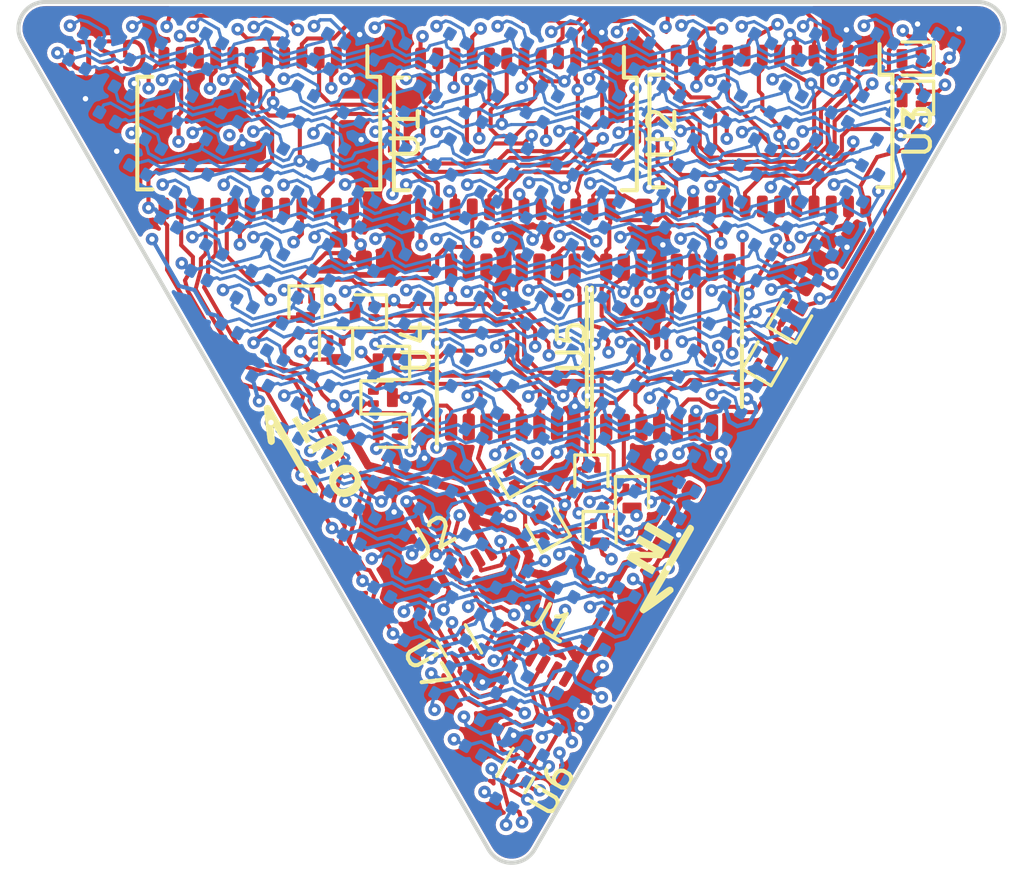
<source format=kicad_pcb>
(kicad_pcb (version 20241229) (generator "pcbnew") (generator_version "9.0")
  (layers (0 "F.Cu" signal) (4 "In1.Cu" signal) (6 "In2.Cu" signal) (2 "B.Cu" signal) (13 "F.Paste" user) (15 "B.Paste" user) (5 "F.SilkS" user "F.Silkscreen") (7 "B.SilkS" user "B.Silkscreen") (1 "F.Mask" user) (3 "B.Mask" user) (25 "Edge.Cuts" user))
  (net 0 "")
  (net 1 "vcc")
  (net 2 "gnd")
  (net 3 "row_0")
  (net 4 "row_1")
  (net 5 "row_2")
  (net 6 "srow_0")
  (net 7 "srow_1")
  (net 8 "srow_2")
  (net 9 "row_3")
  (net 10 "row_4")
  (net 11 "row_5")
  (net 12 "row_6")
  (net 13 "row_7")
  (net 14 "srow_3")
  (net 15 "srow_4")
  (net 16 "srow_5")
  (net 17 "srow_6")
  (net 18 "srow_7")
  (net 19 "colr_0")
  (net 20 "colb_0")
  (net 21 "colg_0")
  (net 22 "colg_1")
  (net 23 "colb_1")
  (net 24 "colr_1")
  (net 25 "colr_2")
  (net 26 "colb_2")
  (net 27 "colg_2")
  (net 28 "colg_3")
  (net 29 "colb_3")
  (net 30 "colr_3")
  (net 31 "colr_4")
  (net 32 "colb_4")
  (net 33 "colg_4")
  (net 34 "colg_5")
  (net 35 "colb_5")
  (net 36 "colr_5")
  (net 37 "colr_6")
  (net 38 "colb_6")
  (net 39 "colg_6")
  (net 40 "colg_7")
  (net 41 "colb_7")
  (net 42 "colr_7")
  (net 43 "colr_8")
  (net 44 "colb_8")
  (net 45 "colg_8")
  (net 46 "colg_9")
  (net 47 "colb_9")
  (net 48 "colr_9")
  (net 49 "colr_10")
  (net 50 "colb_10")
  (net 51 "colg_10")
  (net 52 "colr_11")
  (net 53 "colb_11")
  (net 54 "colg_11")
  (net 55 "colr_12")
  (net 56 "colb_12")
  (net 57 "colg_12")
  (net 58 "colg_13")
  (net 59 "colb_13")
  (net 60 "colr_13")
  (net 61 "colg_14")
  (net 62 "colb_14")
  (net 63 "colr_14")
  (net 64 "blank")
  (net 65 "latch")
  (net 66 "sclk")
  (net 67 "dat")
  (net 68 "sdo_U3")
  (net 69 "sdo_U1>sdi_U2")
  (net 70 "sdo_U2>sdi_U3")
  (net 71 "dat_out")
  (net 72 "row_8")
  (net 73 "row_9")
  (net 74 "row_10")
  (net 75 "row_11")
  (net 76 "row_12")
  (net 77 "row_13")
  (net 78 "row_14")
  (net 79 "srow_8")
  (net 80 "srow_9")
  (net 81 "srow_10")
  (net 82 "srow_11")
  (net 83 "srow_12")
  (net 84 "srow_13")
  (net 85 "srow_14")
  (net 86 "U1_r_ext")
  (net 87 "U2_r_ext")
  (net 88 "U3_r_ext")
  (net 89 "sdo_U4>sdi_U5")
  (net 90 "dat_i")
  (net 91 "blank_i")
  (net 92 "latch_i")
  (net 93 "sclk_i")
  (footprint "Led_Panel:5034800600" (layer "F.Cu") (at 117.3 135.900001 -150)
    (property "Reference" "J2")
    (property "Value" "output")
  )
  (footprint "Led_Panel:5034800600" (layer "F.Cu") (at 120.130795 139.296542 150)
    (property "Reference" "J1")
    (property "Value" "input")
  )
  (footprint "Package_TO_SOT_SMD:SOT-883" (layer "F.Cu") (at 133.921916 117.109619 180)
    (property "Reference" "Q15" (hide yes))
    (property "Value" "LP0404N3T5G" (hide yes))
  )
  (footprint "Package_TO_SOT_SMD:SOT-883" (layer "F.Cu") (at 128.625112 128.156046 60)
    (property "Reference" "Q12" (hide yes))
    (property "Value" "LP0404N3T5G" (hide yes))
  )
  (footprint "Package_TO_SOT_SMD:SOT-883" (layer "F.Cu") (at 123.625436 133.323646 -90)
    (property "Reference" "Q11" (hide yes))
    (property "Value" "LP0404N3T5G" (hide yes))
  )
  (footprint "Package_TO_SOT_SMD:SOT-883" (layer "F.Cu") (at 122.432686 134.60955 -90)
    (property "Reference" "Q10" (hide yes))
    (property "Value" "LP0404N3T5G" (hide yes))
  )
  (footprint "Package_TO_SOT_SMD:SOT-883" (layer "F.Cu") (at 122.13 132.53 -90)
    (property "Reference" "Q9" (hide yes))
    (property "Value" "LP0404N3T5G" (hide yes))
  )
  (footprint "Package_TO_SOT_SMD:SOT-883" (layer "F.Cu") (at 113.775 126.425 180)
    (property "Reference" "Q8" (hide yes))
    (property "Value" "LP0404N3T5G" (hide yes))
  )
  (footprint "Package_TO_SOT_SMD:SOT-883" (layer "F.Cu") (at 112.725 127.85 -90)
    (property "Reference" "Q7" (hide yes))
    (property "Value" "LP0404N3T5G" (hide yes))
  )
  (footprint "Package_TO_SOT_SMD:SOT-883" (layer "F.Cu") (at 114.625 128.325 180)
    (property "Reference" "Q6" (hide yes))
    (property "Value" "LP0404N3T5G" (hide yes))
  )
  (footprint "Package_TO_SOT_SMD:SOT-883" (layer "F.Cu") (at 119.5 132.375 30)
    (property "Reference" "Q5" (hide yes))
    (property "Value" "LP0404N3T5G" (hide yes))
  )
  (footprint "Package_TO_SOT_SMD:SOT-883" (layer "F.Cu") (at 114.45 129.599999)
    (property "Reference" "Q3" (hide yes))
    (property "Value" "LP0404N3T5G" (hide yes))
  )
  (footprint "Package_TO_SOT_SMD:SOT-883" (layer "F.Cu") (at 114.625 130.825 180)
    (property "Reference" "Q2" (hide yes))
    (property "Value" "LP0404N3T5G" (hide yes))
  )
  (footprint "Resistor_SMD:R_0402_1005Metric" (layer "F.Cu") (at 124.05 123.05 -90)
    (property "Reference" "R2" (hide yes))
    (property "Value" "7.5k" (hide yes))
  )
  (footprint "Resistor_SMD:R_0402_1005Metric" (layer "F.Cu") (at 112.816343 124.265544 -90)
    (property "Reference" "R1" (hide yes))
    (property "Value" "2.2k" (hide yes))
  )
  (footprint "Capacitor_SMD:C_0402_1005Metric" (layer "F.Cu") (at 126.05732 132.591499 60)
    (property "Reference" "C3" (hide yes))
    (property "Value" "470nF" (hide yes))
  )
  (footprint "Capacitor_SMD:C_0402_1005Metric" (layer "F.Cu") (at 114.235477 124.507532)
    (property "Reference" "C2" (hide yes))
    (property "Value" "470nF" (hide yes))
  )
  (footprint "Led_Panel:TSSOP-16_slim" (layer "F.Cu") (at 119.238328 127.742339 90)
    (property "Reference" "U4")
    (property "Value" "74HC595")
  )
  (footprint "Led_Panel:SSOP-24_slim" (layer "F.Cu") (at 128.743935 119.778143 -90)
    (property "Reference" "U3")
    (property "Value" "TLC59025")
  )
  (footprint "Led_Panel:SSOP-24_slim" (layer "F.Cu") (at 119.329131 119.885064 -90)
    (property "Reference" "U2")
    (property "Value" "TLC59025")
  )
  (footprint "Led_Panel:SSOP-24_slim" (layer "F.Cu") (at 109.877722 119.855385 -90)
    (property "Reference" "U1")
    (property "Value" "TLC59025")
  )
  (footprint "Package_TO_SOT_SMD:SOT-883" (layer "F.Cu") (at 129.544641 126.591283 60)
    (property "Reference" "Q13" (hide yes))
    (property "Value" "LP0404N3T5G" (hide yes))
  )
  (footprint "Led_Panel:TSSOP-16_slim" (layer "F.Cu") (at 124.950154 127.749167 90)
    (property "Reference" "U5")
    (property "Value" "74HC595")
  )
  (footprint "gsd_logo_small" (layer "F.Cu") (at 104.29 116.91 180)
    (property "Reference" "G***" (hide yes))
    (property "Value" "LOGO" (hide yes))
  )
  (footprint "in_out" (layer "F.Cu") (at 117.98 133.69)
    (property "Reference" "G***" (hide yes))
    (property "Value" "LOGO" (hide yes))
  )
  (footprint "Led_Panel:UDFN-6_1x1mm_P0.35mm" (layer "F.Cu") (at 119.466532 143.34708 -120)
    (property "Reference" "U6")
    (property "Value" "NC7WZ17")
  )
  (footprint "Led_Panel:UDFN-6_1x1mm_P0.35mm" (layer "F.Cu") (at 117.267995 138.794946 120)
    (property "Reference" "U7")
    (property "Value" "NC7WZ17")
  )
  (footprint "Resistor_SMD:R_0402_1005Metric" (layer "F.Cu") (at 130.637285 124.248768 -120)
    (property "Reference" "R3" (hide yes))
    (property "Value" "4.12k" (hide yes))
  )
  (footprint "Capacitor_SMD:C_0402_1005Metric" (layer "F.Cu") (at 129.590875 125.261203 150)
    (property "Reference" "C1" (hide yes))
    (property "Value" "470nF" (hide yes))
  )
  (footprint "Package_TO_SOT_SMD:SOT-883" (layer "F.Cu") (at 133.924785 118.554651 180)
    (property "Reference" "Q14" (hide yes))
    (property "Value" "LP0404N3T5G" (hide yes))
  )
  (footprint "Package_TO_SOT_SMD:SOT-883" (layer "F.Cu") (at 120.425 134.3 120)
    (property "Reference" "Q4" (hide yes))
    (property "Value" "LP0404N3T5G" (hide yes))
  )
  (footprint "Package_TO_SOT_SMD:SOT-883" (layer "F.Cu") (at 111.6 126.3 -90)
    (property "Reference" "Q1" (hide yes))
    (property "Value" "LP0404N3T5G" (hide yes))
  )
  (footprint "Led_Panel:LED_1515_RBGA_slim" (layer "B.Cu") (at 106.834154 118.791 -120)
    (property "Reference" "D18" (hide yes))
    (property "Value" "LED_ARGB" (hide yes))
  )
  (footprint "Led_Panel:LED_1515_RBGA_slim" (layer "B.Cu") (at 127.057579 130.467 -120)
    (property "Reference" "D120" (hide yes))
    (property "Value" "LED_ARGB" (hide yes))
  )
  (footprint "Led_Panel:LED_1515_RBGA_slim" (layer "B.Cu") (at 125.933794 128.521453 -120)
    (property "Reference" "D119" (hide yes))
    (property "Value" "LED_ARGB" (hide yes))
  )
  (footprint "Led_Panel:LED_1515_RBGA_slim" (layer "B.Cu") (at 124.810008 126.575907 -120)
    (property "Reference" "D118" (hide yes))
    (property "Value" "LED_ARGB" (hide yes))
  )
  (footprint "Led_Panel:LED_1515_RBGA_slim" (layer "B.Cu") (at 123.686223 124.63036 -120)
    (property "Reference" "D117" (hide yes))
    (property "Value" "LED_ARGB" (hide yes))
  )
  (footprint "Led_Panel:LED_1515_RBGA_slim" (layer "B.Cu") (at 122.562437 122.684814 -120)
    (property "Reference" "D116" (hide yes))
    (property "Value" "LED_ARGB" (hide yes))
  )
  (footprint "Led_Panel:LED_1515_RBGA_slim" (layer "B.Cu") (at 121.438652 120.739267 -120)
    (property "Reference" "D115" (hide yes))
    (property "Value" "LED_ARGB" (hide yes))
  )
  (footprint "Led_Panel:LED_1515_RBGA_slim" (layer "B.Cu") (at 119.191081 116.848174 -120)
    (property "Reference" "D113" (hide yes))
    (property "Value" "LED_ARGB" (hide yes))
  )
  (footprint "Led_Panel:LED_1515_RBGA_slim" (layer "B.Cu") (at 125.934579 132.412093 -120)
    (property "Reference" "D105" (hide yes))
    (property "Value" "LED_ARGB" (hide yes))
  )
  (footprint "Led_Panel:LED_1515_RBGA_slim" (layer "B.Cu") (at 124.810794 130.466547 -120)
    (property "Reference" "D104" (hide yes))
    (property "Value" "LED_ARGB" (hide yes))
  )
  (footprint "Led_Panel:LED_1515_RBGA_slim" (layer "B.Cu") (at 122.563223 126.575453 -120)
    (property "Reference" "D102" (hide yes))
    (property "Value" "LED_ARGB" (hide yes))
  )
  (footprint "Led_Panel:LED_1515_RBGA_slim" (layer "B.Cu") (at 121.439437 124.629907 -120)
    (property "Reference" "D101" (hide yes))
    (property "Value" "LED_ARGB" (hide yes))
  )
  (footprint "Led_Panel:LED_1515_RBGA_slim" (layer "B.Cu") (at 120.315652 122.68436 -120)
    (property "Reference" "D100" (hide yes))
    (property "Value" "LED_ARGB" (hide yes))
  )
  (footprint "Led_Panel:LED_1515_RBGA_slim" (layer "B.Cu") (at 119.191866 120.738814 -120)
    (property "Reference" "D99" (hide yes))
    (property "Value" "LED_ARGB" (hide yes))
  )
  (footprint "Led_Panel:LED_1515_RBGA_slim" (layer "B.Cu") (at 118.068081 118.793267 -120)
    (property "Reference" "D98" (hide yes))
    (property "Value" "LED_ARGB" (hide yes))
  )
  (footprint "Led_Panel:LED_1515_RBGA_slim" (layer "B.Cu") (at 109.08251 126.572733 -120)
    (property "Reference" "D6" (hide yes))
    (property "Value" "LED_ARGB" (hide yes))
  )
  (footprint "Led_Panel:LED_1515_RBGA_slim" (layer "B.Cu") (at 110.206296 128.518279 -120)
    (property "Reference" "D7" (hide yes))
    (property "Value" "LED_ARGB" (hide yes))
  )
  (footprint "Led_Panel:LED_1515_RBGA_slim" (layer "B.Cu") (at 120.319579 142.137558 -120)
    (property "Reference" "D30" (hide yes))
    (property "Value" "LED_ARGB" (hide yes))
  )
  (footprint "Led_Panel:LED_1515_RBGA_slim" (layer "B.Cu") (at 111.330081 130.463826 -120)
    (property "Reference" "D8" (hide yes))
    (property "Value" "LED_ARGB" (hide yes))
  )
  (footprint "Led_Panel:LED_1515_RBGA_slim" (layer "B.Cu") (at 116.949008 140.191558 -120)
    (property "Reference" "D13" (hide yes))
    (property "Value" "LED_ARGB" (hide yes))
  )
  (footprint "Led_Panel:LED_1515_RBGA_slim" (layer "B.Cu") (at 115.825223 138.246012 -120)
    (property "Reference" "D12" (hide yes))
    (property "Value" "LED_ARGB" (hide yes))
  )
  (footprint "Led_Panel:LED_1515_RBGA_slim" (layer "B.Cu") (at 134.918579 116.851349 -120)
    (property "Reference" "D225" (hide yes))
    (property "Value" "LED_ARGB" (hide yes))
  )
  (footprint "Led_Panel:LED_1515_RBGA_slim" (layer "B.Cu") (at 133.795579 118.796442 -120)
    (property "Reference" "D210" (hide yes))
    (property "Value" "LED_ARGB" (hide yes))
  )
  (footprint "Led_Panel:LED_1515_RBGA_slim" (layer "B.Cu") (at 132.671794 116.850895 -120)
    (property "Reference" "D209" (hide yes))
    (property "Value" "LED_ARGB" (hide yes))
  )
  (footprint "Led_Panel:LED_1515_RBGA_slim" (layer "B.Cu") (at 132.672579 120.741535 -120)
    (property "Reference" "D195" (hide yes))
    (property "Value" "LED_ARGB" (hide yes))
  )
  (footprint "Led_Panel:LED_1515_RBGA_slim" (layer "B.Cu") (at 131.548794 118.795988 -120)
    (property "Reference" "D194" (hide yes))
    (property "Value" "LED_ARGB" (hide yes))
  )
  (footprint "Led_Panel:LED_1515_RBGA_slim" (layer "B.Cu") (at 130.425008 116.850442 -120)
    (property "Reference" "D193" (hide yes))
    (property "Value" "LED_ARGB" (hide yes))
  )
  (footprint "Led_Panel:LED_1515_RBGA_slim" (layer "B.Cu") (at 131.549579 122.686628 -120)
    (property "Reference" "D180" (hide yes))
    (property "Value" "LED_ARGB" (hide yes))
  )
  (footprint "Led_Panel:LED_1515_RBGA_slim" (layer "B.Cu") (at 130.425794 120.741081 -120)
    (property "Reference" "D179" (hide yes))
    (property "Value" "LED_ARGB" (hide yes))
  )
  (footprint "Led_Panel:LED_1515_RBGA_slim" (layer "B.Cu") (at 129.302008 118.795535 -120)
    (property "Reference" "D178" (hide yes))
    (property "Value" "LED_ARGB" (hide yes))
  )
  (footprint "Led_Panel:LED_1515_RBGA_slim" (layer "B.Cu") (at 128.178223 116.849988 -120)
    (property "Reference" "D177" (hide yes))
    (property "Value" "LED_ARGB" (hide yes))
  )
  (footprint "Led_Panel:LED_1515_RBGA_slim" (layer "B.Cu") (at 130.426579 124.631721 -120)
    (property "Reference" "D165" (hide yes))
    (property "Value" "LED_ARGB" (hide yes))
  )
  (footprint "Led_Panel:LED_1515_RBGA_slim" (layer "B.Cu") (at 129.302794 122.686174 -120)
    (property "Reference" "D164" (hide yes))
    (property "Value" "LED_ARGB" (hide yes))
  )
  (footprint "Led_Panel:LED_1515_RBGA_slim" (layer "B.Cu") (at 128.179008 120.740628 -120)
    (property "Reference" "D163" (hide yes))
    (property "Value" "LED_ARGB" (hide yes))
  )
  (footprint "Led_Panel:LED_1515_RBGA_slim" (layer "B.Cu") (at 127.055223 118.795081 -120)
    (property "Reference" "D162" (hide yes))
    (property "Value" "LED_ARGB" (hide yes))
  )
  (footprint "Led_Panel:LED_1515_RBGA_slim" (layer "B.Cu") (at 125.931437 116.849535 -120)
    (property "Reference" "D161" (hide yes))
    (property "Value" "LED_ARGB" (hide yes))
  )
  (footprint "Led_Panel:LED_1515_RBGA_slim" (layer "B.Cu") (at 129.303579 126.576814 -120)
    (property "Reference" "D150" (hide yes))
    (property "Value" "LED_ARGB" (hide yes))
  )
  (footprint "Led_Panel:LED_1515_RBGA_slim" (layer "B.Cu") (at 128.179794 124.631266 -120)
    (property "Reference" "D149" (hide yes))
    (property "Value" "LED_ARGB" (hide yes))
  )
  (footprint "Led_Panel:LED_1515_RBGA_slim" (layer "B.Cu") (at 127.056008 122.685721 -120)
    (property "Reference" "D148" (hide yes))
    (property "Value" "LED_ARGB" (hide yes))
  )
  (footprint "Led_Panel:LED_1515_RBGA_slim" (layer "B.Cu") (at 125.932223 120.740174 -120)
    (property "Reference" "D147" (hide yes))
    (property "Value" "LED_ARGB" (hide yes))
  )
  (footprint "Led_Panel:LED_1515_RBGA_slim" (layer "B.Cu") (at 124.808437 118.794628 -120)
    (property "Reference" "D146" (hide yes))
    (property "Value" "LED_ARGB" (hide yes))
  )
  (footprint "Led_Panel:LED_1515_RBGA_slim" (layer "B.Cu") (at 123.684652 116.849081 -120)
    (property "Reference" "D145" (hide yes))
    (property "Value" "LED_ARGB" (hide yes))
  )
  (footprint "Led_Panel:LED_1515_RBGA_slim" (layer "B.Cu") (at 128.180579 128.521907 -120)
    (property "Reference" "D135" (hide yes))
    (property "Value" "LED_ARGB" (hide yes))
  )
  (footprint "Led_Panel:LED_1515_RBGA_slim" (layer "B.Cu") (at 127.056794 126.57636 -120)
    (property "Reference" "D134" (hide yes))
    (property "Value" "LED_ARGB" (hide yes))
  )
  (footprint "Led_Panel:LED_1515_RBGA_slim" (layer "B.Cu") (at 125.933008 124.630814 -120)
    (property "Reference" "D133" (hide yes))
    (property "Value" "LED_ARGB" (hide yes))
  )
  (footprint "Led_Panel:LED_1515_RBGA_slim" (layer "B.Cu") (at 124.809223 122.685267 -120)
    (property "Reference" "D132" (hide yes))
    (property "Value" "LED_ARGB" (hide yes))
  )
  (footprint "Led_Panel:LED_1515_RBGA_slim" (layer "B.Cu") (at 123.685437 120.739721 -120)
    (property "Reference" "D131" (hide yes))
    (property "Value" "LED_ARGB" (hide yes))
  )
  (footprint "Led_Panel:LED_1515_RBGA_slim" (layer "B.Cu") (at 122.561652 118.794174 -120)
    (property "Reference" "D130" (hide yes))
    (property "Value" "LED_ARGB" (hide yes))
  )
  (footprint "Led_Panel:LED_1515_RBGA_slim" (layer "B.Cu") (at 121.437866 116.848628 -120)
    (property "Reference" "D129" (hide yes))
    (property "Value" "LED_ARGB" (hide yes))
  )
  (footprint "Led_Panel:LED_1515_RBGA_slim" (layer "B.Cu") (at 119.196579 144.082651 -120)
    (property "Reference" "D15" (hide yes))
    (property "Value" "LED_ARGB" (hide yes))
  )
  (footprint "Led_Panel:LED_1515_RBGA_slim" (layer "B.Cu") (at 122.565579 138.247372 -120)
    (property "Reference" "D60" (hide yes))
    (property "Value" "LED_ARGB" (hide yes))
  )
  (footprint "Led_Panel:LED_1515_RBGA_slim" (layer "B.Cu") (at 113.576866 130.464279 -120)
    (property "Reference" "D24" (hide yes))
    (property "Value" "LED_ARGB" (hide yes))
  )
  (footprint "Led_Panel:LED_1515_RBGA_slim" (layer "B.Cu") (at 110.204725 120.737 -120)
    (property "Reference" "D35" (hide yes))
    (property "Value" "LED_ARGB" (hide yes))
  )
  (footprint "Led_Panel:LED_1515_RBGA_slim" (layer "B.Cu") (at 115.824437 134.355372 -120)
    (property "Reference" "D26" (hide yes))
    (property "Value" "LED_ARGB" (hide yes))
  )
  (footprint "Led_Panel:LED_1515_RBGA_slim" (layer "B.Cu") (at 113.57451 118.79236 -120)
    (property "Reference" "D66" (hide yes))
    (property "Value" "LED_ARGB" (hide yes))
  )
  (footprint "Led_Panel:LED_1515_RBGA_slim" (layer "B.Cu") (at 113.577652 134.354919 -120)
    (property "Reference" "D10" (hide yes))
    (property "Value" "LED_ARGB" (hide yes))
  )
  (footprint "Led_Panel:LED_1515_RBGA_slim" (layer "B.Cu") (at 118.069652 126.574547 -120)
    (property "Reference" "D70" (hide yes))
    (property "Value" "LED_ARGB" (hide yes))
  )
  (footprint "Led_Panel:LED_1515_RBGA_slim" (layer "B.Cu") (at 107.957939 120.736547 -120)
    (property "Reference" "D19" (hide yes))
    (property "Value" "LED_ARGB" (hide yes))
  )
  (footprint "Led_Panel:LED_1515_RBGA_slim" (layer "B.Cu") (at 123.688579 136.302279 -120)
    (property "Reference" "D75" (hide yes))
    (property "Value" "LED_ARGB" (hide yes))
  )
  (footprint "Led_Panel:LED_1515_RBGA_slim" (layer "B.Cu") (at 113.575296 122.683 -120)
    (property "Reference" "D52" (hide yes))
    (property "Value" "LED_ARGB" (hide yes))
  )
  (footprint "Led_Panel:LED_1515_RBGA_slim" (layer "B.Cu") (at 111.32851 122.682547 -120)
    (property "Reference" "D36" (hide yes))
    (property "Value" "LED_ARGB" (hide yes))
  )
  (footprint "Led_Panel:LED_1515_RBGA_slim" (layer "B.Cu") (at 114.699081 124.628547 -120)
    (property "Reference" "D53" (hide yes))
    (property "Value" "LED_ARGB" (hide yes))
  )
  (footprint "Led_Panel:LED_1515_RBGA_slim" (layer "B.Cu") (at 107.957154 116.845907 -120)
    (property "Reference" "D33" (hide yes))
    (property "Value" "LED_ARGB" (hide yes))
  )
  (footprint "Led_Panel:LED_1515_RBGA_slim" (layer "B.Cu") (at 120.317223 130.46564 -120)
    (property "Reference" "D72" (hide yes))
    (property "Value" "LED_ARGB" (hide yes))
  )
  (footprint "Led_Panel:LED_1515_RBGA_slim" (layer "B.Cu") (at 121.440222 128.520547 -120)
    (property "Reference" "D87" (hide yes))
    (property "Value" "LED_ARGB" (hide yes))
  )
  (footprint "Led_Panel:LED_1515_RBGA_slim" (layer "B.Cu") (at 120.318794 138.246919 -120)
    (property "Reference" "D44" (hide yes))
    (property "Value" "LED_ARGB" (hide yes))
  )
  (footprint "Led_Panel:LED_1515_RBGA_slim" (layer "B.Cu") (at 118.071223 134.355826 -120)
    (property "Reference" "D42" (hide yes))
    (property "Value" "LED_ARGB" (hide yes))
  )
  (footprint "Led_Panel:LED_1515_RBGA_slim" (layer "B.Cu") (at 112.452296 124.628093 -120)
    (property "Reference" "D37" (hide yes))
    (property "Value" "LED_ARGB" (hide yes))
  )
  (footprint "Led_Panel:LED_1515_RBGA_slim" (layer "B.Cu") (at 115.822866 126.574093 -120)
    (property "Reference" "D54" (hide yes))
    (property "Value" "LED_ARGB" (hide yes))
  )
  (footprint "Led_Panel:LED_1515_RBGA_slim" (layer "B.Cu") (at 111.329296 126.573186 -120)
    (property "Reference" "D22" (hide yes))
    (property "Value" "LED_ARGB" (hide yes))
  )
  (footprint "Led_Panel:LED_1515_RBGA_slim" (layer "B.Cu") (at 109.08094 118.791453 -120)
    (property "Reference" "D34" (hide yes))
    (property "Value" "LED_ARGB" (hide yes))
  )
  (footprint "Led_Panel:LED_1515_RBGA_slim" (layer "B.Cu") (at 123.687794 132.41164 -120)
    (property "Reference" "D89" (hide yes))
    (property "Value" "LED_ARGB" (hide yes))
  )
  (footprint "Led_Panel:LED_1515_RBGA_slim" (layer "B.Cu") (at 122.564008 130.466093 -120)
    (property "Reference" "D88" (hide yes))
    (property "Value" "LED_ARGB" (hide yes))
  )
  (footprint "Led_Panel:LED_1515_RBGA_slim" (layer "B.Cu") (at 112.450725 116.846814 -120)
    (property "Reference" "D65" (hide yes))
    (property "Value" "LED_ARGB" (hide yes))
  )
  (footprint "Led_Panel:LED_1515_RBGA_slim" (layer "B.Cu") (at 112.453866 132.409372 -120)
    (property "Reference" "D9" (hide yes))
    (property "Value" "LED_ARGB" (hide yes))
  )
  (footprint "Led_Panel:LED_1515_RBGA_slim" (layer "B.Cu") (at 116.946652 128.51964 -120)
    (property "Reference" "D55" (hide yes))
    (property "Value" "LED_ARGB" (hide yes))
  )
  (footprint "Led_Panel:LED_1515_RBGA_slim" (layer "B.Cu") (at 113.576081 126.57364 -120)
    (property "Reference" "D38" (hide yes))
    (property "Value" "LED_ARGB" (hide yes))
  )
  (footprint "Led_Panel:LED_1515_RBGA_slim" (layer "B.Cu") (at 120.314866 118.793721 -120)
    (property "Reference" "D114" (hide yes))
    (property "Value" "LED_ARGB" (hide yes))
  )
  (footprint "Led_Panel:LED_1515_RBGA_slim" (layer "B.Cu") (at 120.316437 126.575 -120)
    (property "Reference" "D86" (hide yes))
    (property "Value" "LED_ARGB" (hide yes))
  )
  (footprint "Led_Panel:LED_1515_RBGA_slim" (layer "B.Cu") (at 119.193437 128.520093 -120)
    (property "Reference" "D71" (hide yes))
    (property "Value" "LED_ARGB" (hide yes))
  )
  (footprint "Led_Panel:LED_1515_RBGA_slim" (layer "B.Cu") (at 114.699866 128.519186 -120)
    (property "Reference" "D39" (hide yes))
    (property "Value" "LED_ARGB" (hide yes))
  )
  (footprint "Led_Panel:LED_1515_RBGA_slim" (layer "B.Cu") (at 119.195794 140.192012 -120)
    (property "Reference" "D29" (hide yes))
    (property "Value" "LED_ARGB" (hide yes))
  )
  (footprint "Led_Panel:LED_1515_RBGA_slim" (layer "B.Cu") (at 119.192652 124.629453 -120)
    (property "Reference" "D85" (hide yes))
    (property "Value" "LED_ARGB" (hide yes))
  )
  (footprint "Led_Panel:LED_1515_RBGA_slim" (layer "B.Cu") (at 118.068866 122.683907 -120)
    (property "Reference" "D84" (hide yes))
    (property "Value" "LED_ARGB" (hide yes))
  )
  (footprint "Led_Panel:LED_1515_RBGA_slim" (layer "B.Cu") (at 114.698296 120.737907 -120)
    (property "Reference" "D67" (hide yes))
    (property "Value" "LED_ARGB" (hide yes))
  )
  (footprint "Led_Panel:LED_1515_RBGA_slim" (layer "B.Cu") (at 109.081725 122.682093 -120)
    (property "Reference" "D20" (hide yes))
    (property "Value" "LED_ARGB" (hide yes))
  )
  (footprint "Led_Panel:LED_1515_RBGA_slim" (layer "B.Cu") (at 114.69751 116.847267 -120)
    (property "Reference" "D81" (hide yes))
    (property "Value" "LED_ARGB" (hide yes))
  )
  (footprint "Led_Panel:LED_1515_RBGA_slim" (layer "B.Cu") (at 118.072794 142.137105 -120)
    (property "Reference" "D14" (hide yes))
    (property "Value" "LED_ARGB" (hide yes))
  )
  (footprint "Led_Panel:LED_1515_RBGA_slim" (layer "B.Cu") (at 121.441008 132.411186 -120)
    (property "Reference" "D73" (hide yes))
    (property "Value" "LED_ARGB" (hide yes))
  )
  (footprint "Led_Panel:LED_1515_RBGA_slim" (layer "B.Cu") (at 114.701437 136.300465 -120)
    (property "Reference" "D11" (hide yes))
    (property "Value" "LED_ARGB" (hide yes))
  )
  (footprint "Led_Panel:LED_1515_RBGA_slim" (layer "B.Cu") (at 119.195008 136.301372 -120)
    (property "Reference" "D43" (hide yes))
    (property "Value" "LED_ARGB" (hide yes))
  )
  (footprint "Led_Panel:LED_1515_RBGA_slim" (layer "B.Cu") (at 116.944296 116.847721 -120)
    (property "Reference" "D97" (hide yes))
    (property "Value" "LED_ARGB" (hide yes))
  )
  (footprint "Led_Panel:LED_1515_RBGA_slim" (layer "B.Cu") (at 123.687008 128.521 -120)
    (property "Reference" "D103" (hide yes))
    (property "Value" "LED_ARGB" (hide yes))
  )
  (footprint "Led_Panel:LED_1515_RBGA_slim" (layer "B.Cu") (at 118.070437 130.465186 -120)
    (property "Reference" "D56" (hide yes))
    (property "Value" "LED_ARGB" (hide yes))
  )
  (footprint "Led_Panel:LED_1515_RBGA_slim" (layer "B.Cu") (at 112.45151 120.737453 -120)
    (property "Reference" "D51" (hide yes))
    (property "Value" "LED_ARGB" (hide yes))
  )
  (footprint "Led_Panel:LED_1515_RBGA_slim" (layer "B.Cu") (at 119.194223 132.410733 -120)
    (property "Reference" "D57" (hide yes))
    (property "Value" "LED_ARGB" (hide yes))
  )
  (footprint "Led_Panel:LED_1515_RBGA_slim" (layer "B.Cu") (at 115.823652 130.464733 -120)
    (property "Reference" "D40" (hide yes))
    (property "Value" "LED_ARGB" (hide yes))
  )
  (footprint "Led_Panel:LED_1515_RBGA_slim" (layer "B.Cu") (at 110.20551 124.62764 -120)
    (property "Reference" "D21" (hide yes))
    (property "Value" "LED_ARGB" (hide yes))
  )
  (footprint "Led_Panel:LED_1515_RBGA_slim" (layer "B.Cu") (at 110.203939 116.84636 -120)
    (property "Reference" "D49" (hide yes))
    (property "Value" "LED_ARGB" (hide yes))
  )
  (footprint "Led_Panel:LED_1515_RBGA_slim" (layer "B.Cu") (at 112.453081 128.518733 -120)
    (property "Reference" "D23" (hide yes))
    (property "Value" "LED_ARGB" (hide yes))
  )
  (footprint "Led_Panel:LED_1515_RBGA_slim" (layer "B.Cu") (at 118.072008 138.246465 -120)
    (property "Reference" "D28" (hide yes))
    (property "Value" "LED_ARGB" (hide yes))
  )
  (footprint "Led_Panel:LED_1515_RBGA_slim" (layer "B.Cu") (at 116.948223 136.300919 -120)
    (property "Reference" "D27" (hide yes))
    (property "Value" "LED_ARGB" (hide yes))
  )
  (footprint "Led_Panel:LED_1515_RBGA_slim" (layer "B.Cu") (at 116.945081 120.73836 -120)
    (property "Reference" "D83" (hide yes))
    (property "Value" "LED_ARGB" (hide yes))
  )
  (footprint "Led_Panel:LED_1515_RBGA_slim" (layer "B.Cu") (at 114.700652 132.409826 -120)
    (property "Reference" "D25" (hide yes))
    (property "Value" "LED_ARGB" (hide yes))
  )
  (footprint "Led_Panel:LED_1515_RBGA_slim" (layer "B.Cu") (at 115.822081 122.683453 -120)
    (property "Reference" "D68" (hide yes))
    (property "Value" "LED_ARGB" (hide yes))
  )
  (footprint "Led_Panel:LED_1515_RBGA_slim" (layer "B.Cu") (at 121.442579 140.192465 -120)
    (property "Reference" "D45" (hide yes))
    (property "Value" "LED_ARGB" (hide yes))
  )
  (footprint "Led_Panel:LED_1515_RBGA_slim" (layer "B.Cu") (at 120.318008 134.356279 -120)
    (property "Reference" "D58" (hide yes))
    (property "Value" "LED_ARGB" (hide yes))
  )
  (footprint "Led_Panel:LED_1515_RBGA_slim" (layer "B.Cu") (at 116.947437 132.410279 -120)
    (property "Reference" "D41" (hide yes))
    (property "Value" "LED_ARGB" (hide yes))
  )
  (footprint "Led_Panel:LED_1515_RBGA_slim" (layer "B.Cu") (at 122.564794 134.356733 -120)
    (property "Reference" "D74" (hide yes))
    (property "Value" "LED_ARGB" (hide yes))
  )
  (footprint "Led_Panel:LED_1515_RBGA_slim" (layer "B.Cu") (at 116.945866 124.629 -120)
    (property "Reference" "D69" (hide yes))
    (property "Value" "LED_ARGB" (hide yes))
  )
  (footprint "Led_Panel:LED_1515_RBGA_slim" (layer "B.Cu") (at 115.821296 118.792814 -120)
    (property "Reference" "D82" (hide yes))
    (property "Value" "LED_ARGB" (hide yes))
  )
  (footprint "Led_Panel:LED_1515_RBGA_slim" (layer "B.Cu") (at 121.441794 136.301826 -120)
    (property "Reference" "D59" (hide yes))
    (property "Value" "LED_ARGB" (hide yes))
  )
  (footprint "Led_Panel:LED_1515_RBGA_slim" (layer "B.Cu") (at 111.327725 118.791907 -120)
    (property "Reference" "D50" (hide yes))
    (property "Value" "LED_ARGB" (hide yes))
  )
  (footprint "Led_Panel:LED_1515_RBGA_slim" (layer "B.Cu") (at 124.811579 134.357186 -120)
    (property "Reference" "D90" (hide yes))
    (property "Value" "LED_ARGB" (hide yes))
  )
  (footprint "Led_Panel:LED_1515_RBGA_slim" (layer "B.Cu") (at 105.711154 120.736093 -120)
    (property "Reference" "D3" (hide yes))
    (property "Value" "LED_ARGB" (hide yes))
  )
  (footprint "Led_Panel:LED_1515_RBGA_slim" (layer "B.Cu") (at 105.710368 116.845453 -120)
    (property "Reference" "D17" (hide yes))
    (property "Value" "LED_ARGB" (hide yes))
  )
  (footprint "Led_Panel:LED_1515_RBGA_slim" (layer "B.Cu") (at 104.587368 118.790547 -120)
    (property "Reference" "D2" (hide yes))
    (property "Value" "LED_ARGB" (hide yes))
  )
  (footprint "Led_Panel:LED_1515_RBGA_slim" (layer "B.Cu") (at 103.463583 116.845 -120)
    (property "Reference" "D1" (hide yes))
    (property "Value" "LED_ARGB" (hide yes))
  )
  (footprint "Led_Panel:LED_1515_RBGA_slim" (layer "B.Cu") (at 107.958725 124.627186 -120)
    (property "Reference" "D5" (hide yes))
    (property "Value" "LED_ARGB" (hide yes))
  )
  (footprint "Led_Panel:LED_1515_RBGA_slim" (layer "B.Cu") (at 106.834939 122.68164 -120)
    (property "Reference" "D4" (hide yes))
    (property "Value" "LED_ARGB" (hide yes))
  )
  (gr_line (start 137.225024 116.488468) (end 120.035536 146.261533) (stroke (width 0.15)) (layer "Edge.Cuts"))
  (gr_line (start 102 115.025) (end 136.380651 115.025968) (stroke (width 0.15)) (layer "Edge.Cuts"))
  (gr_arc (start 136.38065 115.025969) (mid 137.225024 115.513469) (end 137.225024 116.488468) (stroke (width 0.15)) (layer "Edge.Cuts"))
  (gr_arc (start 120.035536 146.261532) (mid 119.191162 146.749032) (end 118.346788 146.261533) (stroke (width 0.15)) (layer "Edge.Cuts"))
  (gr_arc (start 101.155625 116.4875) (mid 101.155625 115.5125) (end 102 115.025) (stroke (width 0.15)) (layer "Edge.Cuts"))
  (gr_line (start 118.346788 146.261533) (end 101.155625 116.4875) (stroke (width 0.15)) (layer "Edge.Cuts"))
  (segment (start 123.470144 135.009013) (end 123.558266 134.9854) (width 0.15) (layer "F.Cu") (net 1))
  (segment (start 113.370222 122.635385) (end 113.370222 123.643591) (width 0.15) (layer "F.Cu") (net 1))
  (segment (start 116.963328 125.936672) (end 116.963328 124.792339) (width 0.15) (layer "F.Cu") (net 1))
  (segment (start 114.813909 126.019118) (end 114.857025 126.007565) (width 0.15) (layer "F.Cu") (net 1))
  (segment (start 116.75 126.15) (end 116.963328 125.936672) (width 0.15) (layer "F.Cu") (net 1))
  (segment (start 113.370222 123.643591) (end 113.685958 123.959327) (width 0.15) (layer "F.Cu") (net 1))
  (segment (start 123.015151 134.465932) (end 123.104031 134.797638) (width 0.15) (layer "F.Cu") (net 1))
  (segment (start 123.104031 134.797638) (end 123.470144 135.009013) (width 0.15) (layer "F.Cu") (net 1))
  (segment (start 121.094533 133.658932) (end 121.153965 133.555993) (width 0.15) (layer "F.Cu") (net 1))
  (segment (start 112.940515 130.329547) (end 112.920659 130.403653) (width 0.15) (layer "F.Cu") (net 1))
  (segment (start 112.920659 130.403653) (end 112.626224 129.893678) (width 0.15) (layer "F.Cu") (net 1))
  (segment (start 114.813794 132.354143) (end 113.9064 132.111007) (width 0.3) (layer "F.Cu") (net 1))
  (segment (start 113.9064 132.111007) (end 112.626224 129.893678) (width 0.3) (layer "F.Cu") (net 1))
  (segment (start 123.558266 134.9854) (end 123.756707 135.09997) (width 0.15) (layer "F.Cu") (net 1))
  (segment (start 124.339737 135.306441) (end 125.439737 133.401185) (width 0.3) (layer "F.Cu") (net 1))
  (segment (start 123.558266 134.9854) (end 124.185777 135.347694) (width 0.15) (layer "F.Cu") (net 1))
  (segment (start 124.185777 135.347694) (end 124.339737 135.306441) (width 0.15) (layer "F.Cu") (net 1))
  (segment (start 125.439737 133.401185) (end 125.61732 133.353602) (width 0.3) (layer "F.Cu") (net 1))
  (segment (start 125.61732 133.353602) (end 125.81482 133.011522) (width 0.3) (layer "F.Cu") (net 1))
  (segment (start 133.973634 119.980041) (end 133.698634 120.456355) (width 0.15) (layer "F.Cu") (net 1))
  (segment (start 133.698634 120.456355) (end 132.660455 120.734535) (width 0.15) (layer "F.Cu") (net 1))
  (segment (start 132.0371 121.814216) (end 132.236436 122.558144) (width 0.15) (layer "F.Cu") (net 1))
  (segment (start 132.660455 120.734535) (end 132.0371 121.814216) (width 0.15) (layer "F.Cu") (net 1))
  (segment (start 118.202207 127.836955) (end 118.172381 127.866781) (width 0.15) (layer "F.Cu") (net 1))
  (segment (start 115.525 126.15) (end 116.75 126.15) (width 0.15) (layer "F.Cu") (net 1))
  (segment (start 115.525 126.15) (end 115.437436 126.237564) (width 0.15) (layer "F.Cu") (net 1))
  (segment (start 115.437436 126.237564) (end 115.087024 126.237563) (width 0.15) (layer "F.Cu") (net 1))
  (segment (start 115.087024 126.237563) (end 114.857025 126.007565) (width 0.15) (layer "F.Cu") (net 1))
  (segment (start 112.650001 129.917454) (end 112.626224 129.893678) (width 0.15) (layer "F.Cu") (net 1))
  (segment (start 112.650001 129.95) (end 112.650001 129.917454) (width 0.15) (layer "F.Cu") (net 1))
  (segment (start 113.750478 124.507532) (end 113.750477 124.023846) (width 0.15) (layer "F.Cu") (net 1))
  (segment (start 113.750477 124.023846) (end 113.685958 123.959327) (width 0.15) (layer "F.Cu") (net 1))
  (segment (start 120.863328 124.326671) (end 120.863328 124.792339) (width 0.15) (layer "F.Cu") (net 1))
  (segment (start 111.375 125.25) (end 111.375 125.95) (width 0.15) (layer "F.Cu") (net 1))
  (segment (start 122.821631 123.165064) (end 122.789203 123.197492) (width 0.15) (layer "F.Cu") (net 1))
  (segment (start 134.271917 116.884619) (end 134.271916 116.659619) (width 0.15) (layer "F.Cu") (net 1))
  (segment (start 121.44474 134.45526) (end 121.334674 134.565326) (width 0.15) (layer "F.Cu") (net 1))
  (segment (start 119.301532 143.632868) (end 119.138032 143.916058) (width 0.127) (layer "F.Cu") (net 1))
  (segment (start 123.219957 123.06339) (end 123.092341 122.935774) (width 0.15) (layer "F.Cu") (net 1))
  (segment (start 113.575 130.175) (end 113.440741 130.040741) (width 0.15) (layer "F.Cu") (net 1))
  (segment (start 113.643705 129.981294) (end 113.543706 129.981294) (width 0.15) (layer "F.Cu") (net 1))
  (segment (start 128.656724 126.8292) (end 129.314224 125.690376) (width 0.15) (layer "F.Cu") (net 1))
  (segment (start 121.566819 135.810724) (end 122.058087 136.661626) (width 0.3) (layer "F.Cu") (net 1))
  (segment (start 126.1 127.85) (end 126.1 125.533187) (width 0.15) (layer "F.Cu") (net 1))
  (segment (start 118.874544 134.386563) (end 118.893294 134.419041) (width 0.3) (layer "F.Cu") (net 1))
  (segment (start 118.054544 127.872715) (end 116.778271 127.872715) (width 0.15) (layer "F.Cu") (net 1))
  (segment (start 126.02 123.25) (end 125.15 123.25) (width 0.15) (layer "F.Cu") (net 1))
  (segment (start 134.274785 118.329651) (end 134.899749 118.329651) (width 0.15) (layer "F.Cu") (net 1))
  (segment (start 129.482899 128.000092) (end 129.400791 127.693658) (width 0.15) (layer "F.Cu") (net 1))
  (segment (start 133.089995 117.587453) (end 133.138771 117.636229) (width 0.15) (layer "F.Cu") (net 1))
  (segment (start 124.55661 123.06339) (end 123.219957 123.06339) (width 0.15) (layer "F.Cu") (net 1))
  (segment (start 111.086627 128.311628) (end 111.086627 128.336627) (width 0.15) (layer "F.Cu") (net 1))
  (segment (start 120.794856 134.490609) (end 121.011976 134.70773) (width 0.15) (layer "F.Cu") (net 1))
  (segment (start 121.294111 135.737653) (end 121.566819 135.810724) (width 0.3) (layer "F.Cu") (net 1))
  (segment (start 122.675154 124.799167) (end 121.979016 124.103029) (width 0.15) (layer "F.Cu") (net 1))
  (segment (start 134.162297 116.549999) (end 133.35 116.55) (width 0.15) (layer "F.Cu") (net 1))
  (segment (start 120.28 128.689999) (end 119.651611 128.06161) (width 0.15) (layer "F.Cu") (net 1))
  (segment (start 121.322033 133.26489) (end 121.153965 133.555993) (width 0.15) (layer "F.Cu") (net 1))
  (segment (start 123.381461 135.746223) (end 122.746461 136.846075) (width 0.3) (layer "F.Cu") (net 1))
  (segment (start 112.346066 124.278934) (end 111.375 125.25) (width 0.15) (layer "F.Cu") (net 1))
  (segment (start 120.643541 136.852239) (end 120.42039 137.685051) (width 0.3) (layer "F.Cu") (net 1))
  (segment (start 126.575154 124.199167) (end 126.46 124.084013) (width 0.15) (layer "F.Cu") (net 1))
  (segment (start 119.342087 134.539294) (end 119.843059 135.407003) (width 0.3) (layer "F.Cu") (net 1))
  (segment (start 111.642106 128.485467) (end 111.086627 128.336627) (width 0.15) (layer "F.Cu") (net 1))
  (segment (start 122.510001 128.689999) (end 122.510001 129.599624) (width 0.15) (layer "F.Cu") (net 1))
  (segment (start 111.395181 127.179818) (end 112.179818 127.179818) (width 0.15) (layer "F.Cu") (net 1))
  (segment (start 110.824999 127.75) (end 110.824999 128.05) (width 0.15) (layer "F.Cu") (net 1))
  (segment (start 119.471607 132.907071) (end 120.407072 132.907072) (width 0.15) (layer "F.Cu") (net 1))
  (segment (start 123.015151 134.465932) (end 123.015151 133.507912) (width 0.15) (layer "F.Cu") (net 1))
  (segment (start 122.789203 123.197492) (end 122.789203 124.085118) (width 0.15) (layer "F.Cu") (net 1))
  (segment (start 123.4 128.689999) (end 122.510001 128.689999) (width 0.15) (layer "F.Cu") (net 1))
  (segment (start 117.819856 133.901615) (end 117.718061 133.725299) (width 0.3) (layer "F.Cu") (net 1))
  (segment (start 123.204725 133.169356) (end 123.400436 132.973646) (width 0.15) (layer "F.Cu") (net 1))
  (segment (start 130.320967 127.243427) (end 130.084111 127.306892) (width 0.15) (layer "F.Cu") (net 1))
  (segment (start 125.86839 119.591149) (end 125.868391 120.488391) (width 0.15) (layer "F.Cu") (net 1))
  (segment (start 121.721155 135.234733) (end 121.566819 135.810724) (width 0.3) (layer "F.Cu") (net 1))
  (segment (start 116.778271 127.872715) (end 116.550986 128.099999) (width 0.15) (layer "F.Cu") (net 1))
  (segment (start 126.72 121.04) (end 126.847335 121.167335) (width 0.15) (layer "F.Cu") (net 1))
  (segment (start 130.838086 120.307085) (end 130.838087 119.161915) (width 0.15) (layer "F.Cu") (net 1))
  (segment (start 120.223541 136.124777) (end 119.689103 135.981575) (width 0.3) (layer "F.Cu") (net 1))
  (segment (start 123.092341 122.935774) (end 122.821631 122.665064) (width 0.15) (layer "F.Cu") (net 1))
  (segment (start 115.25 130.175) (end 113.575 130.175) (width 0.15) (layer "F.Cu") (net 1))
  (segment (start 121.42618 134.72382) (end 121.721155 135.234733) (width 0.3) (layer "F.Cu") (net 1))
  (segment (start 121.026526 134.0316) (end 121.334674 134.565326) (width 0.3) (layer "F.Cu") (net 1))
  (segment (start 119.309391 132.744856) (end 119.471607 132.907071) (width 0.15) (layer "F.Cu") (net 1))
  (segment (start 128.794573 127.343658) (end 128.656724 126.8292) (width 0.15) (layer "F.Cu") (net 1))
  (segment (start 121.265775 138.687545) (end 121.595775 139.259122) (width 0.3) (layer "F.Cu") (net 1))
  (segment (start 122.789203 124.085118) (end 122.675154 124.199167) (width 0.15) (layer "F.Cu") (net 1))
  (segment (start 122.508391 126.588391) (end 123.03 127.11) (width 0.15) (layer "F.Cu") (net 1))
  (segment (start 112.626224 129.893678) (end 112.221426 129.488879) (width 0.15) (layer "F.Cu") (net 1))
  (segment (start 116.550986 128.099999) (end 115.275 128.1) (width 0.15) (layer "F.Cu") (net 1))
  (segment (start 120.872972 133.275) (end 121.153965 133.555993) (width 0.15) (layer "F.Cu") (net 1))
  (segment (start 124.582781 119.314833) (end 125.592075 119.314833) (width 0.15) (layer "F.Cu") (net 1))
  (segment (start 123.870001 128.22) (end 123.4 128.689999) (width 0.15) (layer "F.Cu") (net 1))
  (segment (start 122.821631 122.665064) (end 122.821631 123.165064) (width 0.15) (layer "F.Cu") (net 1))
  (segment (start 118.382531 135.275001) (end 117.746871 134.174004) (width 0.3) (layer "F.Cu") (net 1))
  (segment (start 122.510001 129.599624) (end 121.95 130.159625) (width 0.15) (layer "F.Cu") (net 1))
  (segment (start 124.150008 120.970008) (end 124.150008 119.747607) (width 0.15) (layer "F.Cu") (net 1))
  (segment (start 119.138032 143.916058) (end 119.179542 144.070977) (width 0.127) (layer "F.Cu") (net 1))
  (segment (start 121.905 131.695) (end 121.905 132.18) (width 0.15) (layer "F.Cu") (net 1))
  (segment (start 114.1 129.824999) (end 113.8 129.824999) (width 0.15) (layer "F.Cu") (net 1))
  (segment (start 113.8 129.824999) (end 113.643705 129.981294) (width 0.15) (layer "F.Cu") (net 1))
  (segment (start 121.683408 132.239375) (end 121.248902 132.991961) (width 0.15) (layer "F.Cu") (net 1))
  (segment (start 130.838087 119.161915) (end 131.93 118.070001) (width 0.15) (layer "F.Cu") (net 1))
  (segment (start 119.179542 144.070977) (end 119.488509 144.249359) (width 0.127) (layer "F.Cu") (net 1))
  (segment (start 121.153965 133.555993) (end 121.133843 133.544375) (width 0.15) (layer "F.Cu") (net 1))
  (segment (start 117.313061 133.023819) (end 114.813794 132.354143) (width 0.3) (layer "F.Cu") (net 1))
  (segment (start 119.361022 134.539294) (end 119.342087 134.539294) (width 0.15) (layer "F.Cu") (net 1))
  (segment (start 131.93 117.82) (end 132.162547 117.587453) (width 0.15) (layer "F.Cu") (net 1))
  (segment (start 121.410089 134.707729) (end 121.42618 134.72382) (width 0.15) (layer "F.Cu") (net 1))
  (segment (start 124.76 122.86) (end 124.55661 123.06339) (width 0.15) (layer "F.Cu") (net 1))
  (segment (start 121.979016 124.103029) (end 121.08697 124.103029) (width 0.15) (layer "F.Cu") (net 1))
  (segment (start 126.42 121.04) (end 126.72 121.04) (width 0.15) (layer "F.Cu") (net 1))
  (segment (start 119.651611 127.076611) (end 119.09578 126.52078) (width 0.15) (layer "F.Cu") (net 1))
  (segment (start 115.275 130.6) (end 115.4 130.475) (width 0.15) (layer "F.Cu") (net 1))
  (segment (start 124.76 121.58) (end 124.150008 120.970008) (width 0.15) (layer "F.Cu") (net 1))
  (segment (start 117.179999 126.154999) (end 116.95 125.925) (width 0.15) (layer "F.Cu") (net 1))
  (segment (start 134.274785 118.329651) (end 134.274785 118.104651) (width 0.15) (layer "F.Cu") (net 1))
  (segment (start 122.058087 136.661626) (end 122.746461 136.846075) (width 0.3) (layer "F.Cu") (net 1))
  (segment (start 121.334674 134.565326) (end 121.42618 134.72382) (width 0.3) (layer "F.Cu") (net 1))
  (segment (start 134.271916 116.659619) (end 134.162297 116.549999) (width 0.15) (layer "F.Cu") (net 1))
  (segment (start 132.486723 123.492227) (end 131.333467 125.489725) (width 0.15) (layer "F.Cu") (net 1))
  (segment (start 114.975 130.6) (end 115.275 130.6) (width 0.15) (layer "F.Cu") (net 1))
  (segment (start 123.87 127.58) (end 123.870001 128.22) (width 0.15) (layer "F.Cu") (net 1))
  (segment (start 126.575154 124.799167) (end 126.575154 124.199167) (width 0.15) (layer "F.Cu") (net 1))
  (segment (start 128.644967 128.571655) (end 128.839823 128.684155) (width 0.15) (layer "F.Cu") (net 1))
  (segment (start 121.904999 132.18) (end 121.683408 132.239375) (width 0.15) (layer "F.Cu") (net 1))
  (segment (start 123.015151 133.507912) (end 123.204726 133.318337) (width 0.15) (layer "F.Cu") (net 1))
  (segment (start 122.011976 134.45526) (end 121.44474 134.45526) (width 0.15) (layer "F.Cu") (net 1))
  (segment (start 123.4 127.11) (end 123.87 127.58) (width 0.15) (layer "F.Cu") (net 1))
  (segment (start 133.252542 117.749999) (end 133.4 117.749999) (width 0.15) (layer "F.Cu") (net 1))
  (segment (start 117.102995 138.509158) (end 116.915568 138.184524) (width 0.15) (layer "F.Cu") (net 1))
  (segment (start 121.248902 132.991961) (end 121.322033 133.26489) (width 0.15) (layer "F.Cu") (net 1))
  (segment (start 133.549999 117.9) (end 133.4 117.749999) (width 0.15) (layer "F.Cu") (net 1))
  (segment (start 122.207686 134.25955) (end 122.011976 134.45526) (width 0.15) (layer "F.Cu") (net 1))
  (segment (start 121.026526 134.0316) (end 121.05781 134.085786) (width 0.3) (layer "F.Cu") (net 1))
  (segment (start 115.275 128.1) (end 114.975 128.099999) (width 0.15) (layer "F.Cu") (net 1))
  (segment (start 126.459999 123.69) (end 126.02 123.25) (width 0.15) (layer "F.Cu") (net 1))
  (segment (start 122.746461 136.846075) (end 122.823327 137.13294) (width 0.3) (layer "F.Cu") (net 1))
  (segment (start 119.689103 135.981575) (end 119.509447 136.292748) (width 0.15) (layer "F.Cu") (net 1))
  (segment (start 129.977836 121.167335) (end 130.838086 120.307085) (width 0.15) (layer "F.Cu") (net 1))
  (segment (start 121.08697 124.103029) (end 120.863328 124.326671) (width 0.15) (layer "F.Cu") (net 1))
  (segment (start 132.236436 122.558143) (end 132.486723 123.492227) (width 0.15) (layer "F.Cu") (net 1))
  (segment (start 121.95 131.65) (end 121.905 131.695) (width 0.15) (layer "F.Cu") (net 1))
  (segment (start 118.893294 134.419041) (end 119.342087 134.539294) (width 0.3) (layer "F.Cu") (net 1))
  (segment (start 122.675154 124.799167) (end 122.675154 125.399167) (width 0.15) (layer "F.Cu") (net 1))
  (segment (start 126.1 125.533187) (end 126.575154 125.058033) (width 0.15) (layer "F.Cu") (net 1))
  (segment (start 129.314224 125.690376) (end 130.010897 125.503703) (width 0.15) (layer "F.Cu") (net 1))
  (segment (start 120.775 133.275) (end 120.872972 133.275) (width 0.15) (layer "F.Cu") (net 1))
  (segment (start 117.718061 133.725299) (end 117.958061 134.140992) (width 0.3) (layer "F.Cu") (net 1))
  (segment (start 117.746871 134.174004) (end 117.819856 133.901615) (width 0.3) (layer "F.Cu") (net 1))
  (segment (start 122.508391 125.56593) (end 122.508391 126.588391) (width 0.15) (layer "F.Cu") (net 1))
  (segment (start 133.089995 117.587453) (end 133.252542 117.749999) (width 0.15) (layer "F.Cu") (net 1))
  (segment (start 117.718061 133.725299) (end 117.313061 133.023819) (width 0.3) (layer "F.Cu") (net 1))
  (segment (start 119.09578 126.52078) (end 118.67661 126.52078) (width 0.15) (layer "F.Cu") (net 1))
  (segment (start 134.070134 117.9) (end 133.549999 117.9) (width 0.15) (layer "F.Cu") (net 1))
  (segment (start 132.162547 117.587453) (end 133.089995 117.587453) (width 0.15) (layer "F.Cu") (net 1))
  (segment (start 112.179818 127.179818) (end 112.5 127.5) (width 0.15) (layer "F.Cu") (net 1))
  (segment (start 116.915568 138.184524) (end 116.9952 137.887331) (width 0.15) (layer "F.Cu") (net 1))
  (segment (start 113.750478 124.507532) (end 113.355477 124.507531) (width 0.15) (layer "F.Cu") (net 1))
  (segment (start 133.973634 119.826366) (end 134.42 119.38) (width 0.15) (layer "F.Cu") (net 1))
  (segment (start 122.675154 124.199167) (end 122.675154 124.799167) (width 0.15) (layer "F.Cu") (net 1))
  (segment (start 126.575154 125.058033) (end 126.575154 124.799167) (width 0.15) (layer "F.Cu") (net 1))
  (segment (start 113.126879 124.278934) (end 112.346066 124.278934) (width 0.15) (layer "F.Cu") (net 1))
  (segment (start 133.089995 116.810005) (end 133.089995 117.587453) (width 0.15) (layer "F.Cu") (net 1))
  (segment (start 115.4 130.475) (end 115.4 130.325) (width 0.15) (layer "F.Cu") (net 1))
  (segment (start 120.223541 136.124777) (end 120.26609 136.100212) (width 0.3) (layer "F.Cu") (net 1))
  (segment (start 129.759352 127.119392) (end 129.564496 127.006892) (width 0.15) (layer "F.Cu") (net 1))
  (segment (start 121.011976 134.70773) (end 121.410089 134.707729) (width 0.15) (layer "F.Cu") (net 1))
  (segment (start 119.651611 128.06161) (end 119.651611 127.076611) (width 0.15) (layer "F.Cu") (net 1))
  (segment (start 120.95039 138.603038) (end 121.265775 138.687545) (width 0.3) (layer "F.Cu") (net 1))
  (segment (start 125.868391 120.488391) (end 126.42 121.04) (width 0.15) (layer "F.Cu") (net 1))
  (segment (start 119.843059 135.407003) (end 119.689103 135.981575) (width 0.3) (layer "F.Cu") (net 1))
  (segment (start 134.899749 118.329651) (end 135.154255 118.075145) (width 0.15) (layer "F.Cu") (net 1))
  (segment (start 133.973634 119.980041) (end 133.973634 119.826366) (width 0.15) (layer "F.Cu") (net 1))
  (segment (start 113.543706 129.981294) (end 113.440741 130.040741) (width 0.15) (layer "F.Cu") (net 1))
  (segment (start 123.204726 133.318337) (end 123.204725 133.169356) (width 0.15) (layer "F.Cu") (net 1))
  (segment (start 114.66459 126.2) (end 114.857025 126.007565) (width 0.15) (layer "F.Cu") (net 1))
  (segment (start 129.133367 128.6055) (end 129.482899 128.000092) (width 0.15) (layer "F.Cu") (net 1))
  (segment (start 124.339737 135.306441) (end 124.214737 135.522947) (width 0.3) (layer "F.Cu") (net 1))
  (segment (start 124.76 122.86) (end 124.76 121.58) (width 0.15) (layer "F.Cu") (net 1))
  (segment (start 122.675154 125.399167) (end 122.508391 125.56593) (width 0.15) (layer "F.Cu") (net 1))
  (segment (start 121.595775 139.259122) (end 121.213327 139.921543) (width 0.3) (layer "F.Cu") (net 1))
  (segment (start 113.440741 130.040741) (end 112.940515 130.329547) (width 0.15) (layer "F.Cu") (net 1))
  (segment (start 125.15 123.25) (end 124.76 122.86) (width 0.15) (layer "F.Cu") (net 1))
  (segment (start 115.4 130.325) (end 115.25 130.175) (width 0.15) (layer "F.Cu") (net 1))
  (segment (start 124.214737 135.522947) (end 123.381461 135.746223) (width 0.3) (layer "F.Cu") (net 1))
  (segment (start 110.824999 127.75) (end 111.395181 127.179818) (width 0.15) (layer "F.Cu") (net 1))
  (segment (start 120.407072 132.907072) (end 120.775 133.275) (width 0.15) (layer "F.Cu") (net 1))
  (segment (start 131.93 118.070001) (end 131.93 117.82) (width 0.15) (layer "F.Cu") (net 1))
  (segment (start 130.960009 125.589793) (end 130.557307 125.357293) (width 0.15) (layer "F.Cu") (net 1))
  (segment (start 126.847335 121.167335) (end 129.977836 121.167335) (width 0.15) (layer "F.Cu") (net 1))
  (segment (start 124.150008 119.747607) (end 124.582781 119.314833) (width 0.15) (layer "F.Cu") (net 1))
  (segment (start 121.153965 133.555993) (end 121.026526 134.0316) (width 0.3) (layer "F.Cu") (net 1))
  (segment (start 120.26609 136.100212) (end 120.539329 136.173426) (width 0.3) (layer "F.Cu") (net 1))
  (segment (start 120.223541 136.124777) (end 120.643541 136.852239) (width 0.3) (layer "F.Cu") (net 1))
  (segment (start 133.35 116.55) (end 133.089995 116.810005) (width 0.15) (layer "F.Cu") (net 1))
  (segment (start 110.824999 128.05) (end 111.086627 128.311628) (width 0.15) (layer "F.Cu") (net 1))
  (segment (start 119.488509 144.249359) (end 119.770201 144.411994) (width 0.127) (layer "F.Cu") (net 1))
  (segment (start 120.42039 137.685051) (end 120.95039 138.603038) (width 0.3) (layer "F.Cu") (net 1))
  (segment (start 120.539329 136.173426) (end 121.294111 135.737653) (width 0.3) (layer "F.Cu") (net 1))
  (segment (start 122.510001 128.689999) (end 120.28 128.689999) (width 0.15) (layer "F.Cu") (net 1))
  (segment (start 116.955024 137.956918) (end 116.9952 137.887331) (width 0.15) (layer "F.Cu") (net 1))
  (segment (start 122.823327 137.13294) (end 121.595775 139.259122) (width 0.3) (layer "F.Cu") (net 1))
  (segment (start 134.274785 118.104651) (end 134.070134 117.9) (width 0.15) (layer "F.Cu") (net 1))
  (segment (start 118.31083 126.154999) (end 117.179999 126.154999) (width 0.15) (layer "F.Cu") (net 1))
  (segment (start 129.400791 127.693658) (end 128.794573 127.343658) (width 0.15) (layer "F.Cu") (net 1))
  (segment (start 114.125 126.2) (end 114.66459 126.2) (width 0.15) (layer "F.Cu") (net 1))
  (segment (start 117.958061 134.140992) (end 118.874544 134.386563) (width 0.3) (layer "F.Cu") (net 1))
  (segment (start 126.46 124.084013) (end 126.459999 123.69) (width 0.15) (layer "F.Cu") (net 1))
  (segment (start 113.355477 124.507531) (end 113.126879 124.278934) (width 0.15) (layer "F.Cu") (net 1))
  (segment (start 128.839823 128.684155) (end 129.133367 128.6055) (width 0.15) (layer "F.Cu") (net 1))
  (segment (start 121.95 130.159625) (end 121.95 131.65) (width 0.15) (layer "F.Cu") (net 1))
  (segment (start 131.333467 125.489725) (end 130.320967 127.243427) (width 0.15) (layer "F.Cu") (net 1))
  (segment (start 130.084111 127.306892) (end 129.759352 127.119392) (width 0.15) (layer "F.Cu") (net 1))
  (segment (start 130.557307 125.357293) (end 130.467379 125.381389) (width 0.15) (layer "F.Cu") (net 1))
  (segment (start 123.03 127.11) (end 123.4 127.11) (width 0.15) (layer "F.Cu") (net 1))
  (segment (start 118.67661 126.52078) (end 118.31083 126.154999) (width 0.15) (layer "F.Cu") (net 1))
  (segment (start 125.592075 119.314833) (end 125.86839 119.591149) (width 0.15) (layer "F.Cu") (net 1))
  (segment (start 130.467379 125.381389) (end 130.010897 125.503703) (width 0.15) (layer "F.Cu") (net 1))
  (segment (start 112.221426 129.488879) (end 111.642106 128.485467) (width 0.15) (layer "F.Cu") (net 1))
  (segment (start 131.333467 125.489725) (end 130.960009 125.589793) (width 0.15) (layer "F.Cu") (net 1))
  (segment (start 126.64138 128.39138) (end 126.1 127.85) (width 0.15) (layer "F.Cu") (net 1))
  (via (at 121.153965 133.555993) (size 0.46) (drill 0.2) (layers "F.Cu" "B.Cu") (net 1))
  (via (at 135.154255 118.075145) (size 0.46) (drill 0.2) (layers "F.Cu" "B.Cu") (net 1))
  (via (at 118.054544 127.872715) (size 0.46) (drill 0.2) (layers "F.Cu" "B.Cu") (net 1))
  (via (at 116.95 125.925) (size 0.46) (drill 0.2) (layers "F.Cu" "B.Cu") (net 1))
  (via (at 120.143002 131.654914) (size 0.46) (drill 0.2) (layers "F.Cu" "B.Cu") (net 1))
  (via (at 112.626224 129.893678) (size 0.46) (drill 0.2) (layers "F.Cu" "B.Cu") (net 1))
  (via (at 114.857025 126.007565) (size 0.46) (drill 0.2) (layers "F.Cu" "B.Cu") (net 1))
  (via (at 113.629095 123.962183) (size 0.46) (drill 0.2) (layers "F.Cu" "B.Cu") (net 1))
  (via (at 116.9952 137.887331) (size 0.46) (drill 0.2) (layers "F.Cu" "B.Cu") (net 1))
  (via (at 134.42 119.38) (size 0.46) (drill 0.2) (layers "F.Cu" "B.Cu") (net 1))
  (via (at 119.770201 144.411994) (size 0.46) (drill 0.2) (layers "F.Cu" "B.Cu") (net 1))
  (segment (start 122.759372 117.069119) (end 122.596004 116.459421) (width 0.15) (layer "F.Cu") (net 2))
  (segment (start 122.596004 116.459421) (end 122.511818 116.145236) (width 0.15) (layer "F.Cu") (net 2))
  (segment (start 122.821631 117.105064) (end 122.759372 117.069119) (width 0.15) (layer "F.Cu") (net 2))
  (segment (start 127.389043 131.869043) (end 127.171819 132.245287) (width 0.15) (layer "F.Cu") (net 2))
  (segment (start 127.23 131.33) (end 127.389043 131.489043) (width 0.15) (layer "F.Cu") (net 2))
  (segment (start 127.389043 131.489043) (end 127.389043 131.869043) (width 0.15) (layer "F.Cu") (net 2))
  (segment (start 127.23 130.704013) (end 127.23 131.33) (width 0.15) (layer "F.Cu") (net 2))
  (segment (start 127.225154 130.699167) (end 127.23 130.704013) (width 0.15) (layer "F.Cu") (net 2))
  (segment (start 124.625154 124.799167) (end 124.81979 124.072774) (width 0.15) (layer "F.Cu") (net 2))
  (segment (start 124.81979 124.072774) (end 124.762641 123.97379) (width 0.15) (layer "F.Cu") (net 2))
  (segment (start 118.913328 125.753328) (end 118.93 125.77) (width 0.15) (layer "F.Cu") (net 2))
  (segment (start 118.913328 124.792339) (end 118.913328 125.753328) (width 0.15) (layer "F.Cu") (net 2))
  (segment (start 127.171819 132.245287) (end 126.991397 132.293631) (width 0.15) (layer "F.Cu") (net 2))
  (segment (start 125.673897 134.575608) (end 125.346051 134.663454) (width 0.15) (layer "F.Cu") (net 2))
  (segment (start 126.991397 132.293631) (end 125.673897 134.575608) (width 0.15) (layer "F.Cu") (net 2))
  (segment (start 126.663551 132.381477) (end 126.991397 132.293631) (width 0.15) (layer "F.Cu") (net 2))
  (segment (start 126.29982 132.171477) (end 126.663551 132.381477) (width 0.15) (layer "F.Cu") (net 2))
  (segment (start 132.236434 116.761435) (end 131.525 116.05) (width 0.15) (layer "F.Cu") (net 2))
  (segment (start 132.236435 116.998143) (end 132.236434 116.761435) (width 0.15) (layer "F.Cu") (net 2))
  (segment (start 121.513328 129.936672) (end 121.55 129.9) (width 0.15) (layer "F.Cu") (net 2))
  (segment (start 121.513328 130.692339) (end 121.513328 129.936672) (width 0.15) (layer "F.Cu") (net 2))
  (segment (start 113.65 121.95) (end 113.65 120.05) (width 0.15) (layer "F.Cu") (net 2))
  (segment (start 114.720477 123.020477) (end 113.65 121.95) (width 0.15) (layer "F.Cu") (net 2))
  (segment (start 114.720477 124.507532) (end 114.720477 123.220477) (width 0.15) (layer "F.Cu") (net 2))
  (segment (start 114.720477 123.220477) (end 114.720477 123.020477) (width 0.15) (layer "F.Cu") (net 2))
  (segment (start 113.370222 116.529778) (end 113.7 116.2) (width 0.15) (layer "F.Cu") (net 2))
  (segment (start 113.370222 117.075385) (end 113.370222 116.529778) (width 0.15) (layer "F.Cu") (net 2))
  (segment (start 114.6 125.1) (end 114.720477 124.979524) (width 0.15) (layer "F.Cu") (net 2))
  (segment (start 114.720477 124.979524) (end 114.720477 124.507532) (width 0.15) (layer "F.Cu") (net 2))
  (segment (start 113.546623 125.1) (end 114.6 125.1) (width 0.15) (layer "F.Cu") (net 2))
  (segment (start 112.816343 124.750544) (end 113.197167 124.750544) (width 0.15) (layer "F.Cu") (net 2))
  (segment (start 113.197167 124.750544) (end 113.546623 125.1) (width 0.15) (layer "F.Cu") (net 2))
  (segment (start 115.149008 135.908125) (end 116.217468 136.525001) (width 0.1143) (layer "F.Cu") (net 2))
  (segment (start 119.680253 142.286904) (end 119.546252 142.209538) (width 0.15) (layer "F.Cu") (net 2))
  (segment (start 117.993889 140.052229) (end 117.432996 139.080734) (width 0.15) (layer "F.Cu") (net 2))
  (segment (start 116.883165 131.898399) (end 116.666659 132.023399) (width 0.15) (layer "F.Cu") (net 2))
  (segment (start 131.341973 124.414992) (end 131.383831 124.342492) (width 0.15) (layer "F.Cu") (net 2))
  (segment (start 116.666659 132.023399) (end 115.983646 131.840386) (width 0.15) (layer "F.Cu") (net 2))
  (segment (start 119.546252 142.209538) (end 119.264561 142.046904) (width 0.15) (layer "F.Cu") (net 2))
  (segment (start 118.990391 139.411779) (end 118.690392 139.931394) (width 0.15) (layer "F.Cu") (net 2))
  (segment (start 131.383831 124.342492) (end 131.546465 124.060801) (width 0.15) (layer "F.Cu") (net 2))
  (segment (start 119.806532 142.758183) (end 119.680253 142.286904) (width 0.15) (layer "F.Cu") (net 2))
  (segment (start 114.863809 133.819229) (end 114.947995 134.133413) (width 0.1143) (layer "F.Cu") (net 2))
  (segment (start 124.058669 123.567351) (end 124.05 123.535) (width 0.15) (layer "F.Cu") (net 2))
  (segment (start 121.450505 141.626474) (end 121.732196 141.789108) (width 0.15) (layer "F.Cu") (net 2))
  (segment (start 119.048263 138.671542) (end 118.873263 138.974651) (width 0.15) (layer "F.Cu") (net 2))
  (segment (start 118.873263 138.974651) (end 118.990391 139.411779) (width 0.15) (layer "F.Cu") (net 2))
  (segment (start 114.760495 134.458173) (end 115.149008 135.908125) (width 0.1143) (layer "F.Cu") (net 2))
  (segment (start 118.690392 139.931394) (end 118.594769 139.957016) (width 0.15) (layer "F.Cu") (net 2))
  (segment (start 117.429832 132.044878) (end 116.883165 131.898399) (width 0.15) (layer "F.Cu") (net 2))
  (segment (start 121.951471 140.197427) (end 121.347771 141.243066) (width 0.15) (layer "F.Cu") (net 2))
  (segment (start 119.631532 143.061291) (end 119.806532 142.758183) (width 0.15) (layer "F.Cu") (net 2))
  (segment (start 124.762641 123.97379) (end 124.058669 123.567351) (width 0.15) (layer "F.Cu") (net 2))
  (segment (start 121.347771 141.243066) (end 121.450505 141.626474) (width 0.15) (layer "F.Cu") (net 2))
  (segment (start 118.594769 139.957016) (end 118.11666 140.085125) (width 0.15) (layer "F.Cu") (net 2))
  (segment (start 114.947995 134.133413) (end 114.760495 134.458173) (width 0.1143) (layer "F.Cu") (net 2))
  (segment (start 130.394785 124.66879) (end 131.341973 124.414992) (width 0.15) (layer "F.Cu") (net 2))
  (segment (start 114.454899 134.55896) (end 114.46781 134.536597) (width 0.15) (layer "F.Cu") (net 2))
  (segment (start 117.741691 132.585034) (end 117.429832 132.044878) (width 0.15) (layer "F.Cu") (net 2))
  (segment (start 118.11666 140.085125) (end 117.993889 140.052229) (width 0.15) (layer "F.Cu") (net 2))
  (segment (start 114.46781 134.536597) (end 114.760495 134.458173) (width 0.15) (layer "F.Cu") (net 2))
  (segment (start 114.208308 134.625034) (end 114.454899 134.55896) (width 0.15) (layer "F.Cu") (net 2))
  (via (at 121.732196 141.789108) (size 0.46) (drill 0.2) (layers "F.Cu" "B.Cu") (net 2))
  (via (at 122.511818 116.145236) (size 0.46) (drill 0.2) (layers "F.Cu" "B.Cu") (net 2))
  (via (at 115.983646 131.840386) (size 0.46) (drill 0.2) (layers "F.Cu" "B.Cu") (net 2))
  (via (at 124.762641 123.97379) (size 0.46) (drill 0.2) (layers "F.Cu" "B.Cu") (net 2))
  (via (at 118.93 125.77) (size 0.46) (drill 0.2) (layers "F.Cu" "B.Cu") (net 2))
  (via (at 114.863809 133.819229) (size 0.46) (drill 0.2) (layers "F.Cu" "B.Cu") (net 2))
  (via (at 125.346051 134.663454) (size 0.46) (drill 0.2) (layers "F.Cu" "B.Cu") (net 2))
  (via (at 131.525 116.05) (size 0.46) (drill 0.2) (layers "F.Cu" "B.Cu") (net 2))
  (via (at 121.517247 129.925) (size 0.46) (drill 0.2) (layers "F.Cu" "B.Cu") (net 2))
  (via (at 113.65 120.1) (size 0.46) (drill 0.2) (layers "F.Cu" "B.Cu") (net 2))
  (via (at 113.594632 116.222492) (size 0.46) (drill 0.2) (layers "F.Cu" "B.Cu") (net 2))
  (via (at 118.11666 140.085125) (size 0.46) (drill 0.2) (layers "F.Cu" "B.Cu") (net 2))
  (via (at 119.785698 137.323731) (size 0.46) (drill 0.2) (layers "F.Cu" "B.Cu") (net 2))
  (via (at 103.495 118.589416) (size 0.46) (drill 0.2) (layers "F.Cu" "B.Cu") (net 2))
  (via (at 135.678301 116.012528) (size 0.46) (drill 0.2) (layers "F.Cu" "B.Cu") (net 2))
  (via (at 134.144429 115.835785) (size 0.46) (drill 0.2) (layers "F.Cu" "B.Cu") (net 2))
  (via (at 104.645981 120.522973) (size 0.46) (drill 0.2) (layers "F.Cu" "B.Cu") (net 2))
  (via (at 131.546465 124.060801) (size 0.46) (drill 0.2) (layers "F.Cu" "B.Cu") (net 2))
  (via (at 119.264561 142.046904) (size 0.46) (drill 0.2) (layers "F.Cu" "B.Cu") (net 2))
  (via (at 109.29 120.25) (size 0.46) (drill 0.2) (layers "F.Cu" "B.Cu") (net 2))
  (segment (start 110.621981 126.65) (end 109.688016 127.583965) (width 0.15) (layer "F.Cu") (net 3))
  (segment (start 111.6 126.65) (end 110.621981 126.65) (width 0.15) (layer "F.Cu") (net 3))
  (via (at 102.924519 115.898686) (size 0.46) (drill 0.2) (layers "F.Cu" "B.Cu") (net 3))
  (via (at 118.457154 143.278284) (size 0.46) (drill 0.2) (layers "F.Cu" "B.Cu") (net 3))
  (via (at 105.289089 118.023464) (size 0.46) (drill 0.2) (layers "F.Cu" "B.Cu") (net 3))
  (via (at 111.7743 131.573912) (size 0.46) (drill 0.2) (layers "F.Cu" "B.Cu") (net 3))
  (via (at 107.433517 123.688872) (size 0.46) (drill 0.2) (layers "F.Cu" "B.Cu") (net 3))
  (via (at 115.225764 137.492305) (size 0.46) (drill 0.2) (layers "F.Cu" "B.Cu") (net 3))
  (via (at 114.043713 135.539677) (size 0.46) (drill 0.2) (layers "F.Cu" "B.Cu") (net 3))
  (via (at 113.069765 133.426605) (size 0.46) (drill 0.2) (layers "F.Cu" "B.Cu") (net 3))
  (via (at 110.815266 129.531512) (size 0.46) (drill 0.2) (layers "F.Cu" "B.Cu") (net 3))
  (via (at 109.688016 127.583965) (size 0.46) (drill 0.2) (layers "F.Cu" "B.Cu") (net 3))
  (via (at 108.560767 125.636419) (size 0.46) (drill 0.2) (layers "F.Cu" "B.Cu") (net 3))
  (via (at 106.337102 121.752082) (size 0.46) (drill 0.2) (layers "F.Cu" "B.Cu") (net 3))
  (via (at 105.192659 119.860938) (size 0.46) (drill 0.2) (layers "F.Cu" "B.Cu") (net 3))
  (via (at 117.434962 141.365862) (size 0.46) (drill 0.2) (layers "F.Cu" "B.Cu") (net 3))
  (via (at 116.232532 139.770763) (size 0.46) (drill 0.2) (layers "F.Cu" "B.Cu") (net 3))
  (segment (start 109.706101 127.552641) (end 109.688016 127.583965) (width 0.1143) (layer "B.Cu") (net 3))
  (segment (start 118.541339 143.592468) (end 118.457154 143.278284) (width 0.127) (layer "B.Cu") (net 3))
  (segment (start 115.818352 137.141615) (end 115.356839 137.265276) (width 0.127) (layer "B.Cu") (net 3))
  (segment (start 119.77423 143.77963) (end 119.153564 143.945937) (width 0.127) (layer "B.Cu") (net 3))
  (segment (start 114.016118 133.532452) (end 114.060608 133.698491) (width 0.1143) (layer "B.Cu") (net 3))
  (segment (start 113.195593 133.208664) (end 113.372977 133.161134) (width 0.1143) (layer "B.Cu") (net 3))
  (segment (start 114.357898 135.455491) (end 114.043713 135.539677) (width 0.127) (layer "B.Cu") (net 3))
  (segment (start 113.069765 133.426605) (end 113.195593 133.208664) (width 0.1143) (layer "B.Cu") (net 3))
  (segment (start 112.088485 131.489726) (end 111.7743 131.573912) (width 0.1143) (layer "B.Cu") (net 3))
  (segment (start 112.14457 131.392583) (end 112.088485 131.489726) (width 0.1143) (layer "B.Cu") (net 3))
  (segment (start 118.059982 141.992297) (end 117.519148 141.680046) (width 0.127) (layer "B.Cu") (net 3))
  (segment (start 110.177844 127.426237) (end 109.706101 127.552641) (width 0.1143) (layer "B.Cu") (net 3))
  (segment (start 108.536376 124.324165) (end 108.393352 123.79039) (width 0.1143) (layer "B.Cu") (net 3))
  (segment (start 107.761787 123.580291) (end 107.747702 123.604687) (width 0.1143) (layer "B.Cu") (net 3))
  (segment (start 104.201984 116.263551) (end 104.155408 116.089725) (width 0.1143) (layer "B.Cu") (net 3))
  (segment (start 104.041233 116.541978) (end 104.201984 116.263551) (width 0.1143) (layer "B.Cu") (net 3))
  (segment (start 114.673884 135.20161) (end 114.473473 135.25531) (width 0.127) (layer "B.Cu") (net 3))
  (segment (start 114.473473 135.25531) (end 114.357898 135.455491) (width 0.127) (layer "B.Cu") (net 3))
  (segment (start 115.13758 135.469325) (end 114.673884 135.20161) (width 0.127) (layer "B.Cu") (net 3))
  (segment (start 107.747702 123.604687) (end 107.433517 123.688872) (width 0.1143) (layer "B.Cu") (net 3))
  (segment (start 117.519148 141.680046) (end 117.434962 141.365862) (width 0.127) (layer "B.Cu") (net 3))
  (segment (start 112.425415 131.317331) (end 112.14457 131.392583) (width 0.1143) (layer "B.Cu") (net 3))
  (segment (start 113.17076 131.747656) (end 112.425415 131.317331) (width 0.1143) (layer "B.Cu") (net 3))
  (segment (start 113.031518 132.106351) (end 113.192268 131.827924) (width 0.1143) (layer "B.Cu") (net 3))
  (segment (start 108.393352 123.79039) (end 107.944603 123.531305) (width 0.1143) (layer "B.Cu") (net 3))
  (segment (start 110.644762 127.695813) (end 110.177844 127.426237) (width 0.1143) (layer "B.Cu") (net 3))
  (segment (start 113.372977 133.161134) (end 114.016118 133.532452) (width 0.1143) (layer "B.Cu") (net 3))
  (segment (start 110.783947 128.215258) (end 110.644762 127.695813) (width 0.1143) (layer "B.Cu") (net 3))
  (segment (start 111.754245 129.587982) (end 111.768551 129.641373) (width 0.1143) (layer "B.Cu") (net 3))
  (segment (start 115.356839 137.265276) (end 115.225764 137.492305) (width 0.127) (layer "B.Cu") (net 3))
  (segment (start 111.355007 129.357482) (end 111.754245 129.587982) (width 0.1143) (layer "B.Cu") (net 3))
  (segment (start 110.815266 129.531512) (end 110.835351 129.496723) (width 0.1143) (layer "B.Cu") (net 3))
  (segment (start 115.279089 135.997444) (end 115.13758 135.469325) (width 0.127) (layer "B.Cu") (net 3))
  (segment (start 110.835351 129.496723) (end 111.355007 129.357482) (width 0.1143) (layer "B.Cu") (net 3))
  (segment (start 109.490417 125.636217) (end 109.660161 126.269711) (width 0.1143) (layer "B.Cu") (net 3))
  (segment (start 108.576852 125.608559) (end 109.168109 125.450132) (width 0.1143) (layer "B.Cu") (net 3))
  (segment (start 108.560767 125.636419) (end 108.576852 125.608559) (width 0.1143) (layer "B.Cu") (net 3))
  (segment (start 118.650445 141.834083) (end 118.059982 141.992297) (width 0.127) (layer "B.Cu") (net 3))
  (segment (start 106.349569 121.766326) (end 106.386654 121.702093) (width 0.1143) (layer "B.Cu") (net 3))
  (segment (start 106.386654 121.702093) (end 106.806488 121.589598) (width 0.1143) (layer "B.Cu") (net 3))
  (segment (start 107.273406 121.859173) (end 107.317896 122.025212) (width 0.1143) (layer "B.Cu") (net 3))
  (segment (start 107.317896 122.025212) (end 107.412591 122.378618) (width 0.1143) (layer "B.Cu") (net 3))
  (segment (start 106.806488 121.589598) (end 107.273406 121.859173) (width 0.1143) (layer "B.Cu") (net 3))
  (segment (start 105.195319 119.865544) (end 105.357954 119.583853) (width 0.1143) (layer "B.Cu") (net 3))
  (segment (start 105.357954 119.583853) (end 105.508546 119.543502) (width 0.1143) (layer "B.Cu") (net 3))
  (segment (start 105.508546 119.543502) (end 106.14962 119.913627) (width 0.1143) (layer "B.Cu") (net 3))
  (segment (start 106.14962 119.913627) (end 106.19411 120.079666) (width 0.1143) (layer "B.Cu") (net 3))
  (segment (start 106.19411 120.079666) (end 106.288805 120.433072) (width 0.1143) (layer "B.Cu") (net 3))
  (segment (start 105.165019 118.487526) (end 105.33469 118.193648) (width 0.1143) (layer "B.Cu") (net 3))
  (segment (start 105.33469 118.193648) (end 105.289089 118.023464) (width 0.1143) (layer "B.Cu") (net 3))
  (segment (start 116.402874 137.94299) (end 116.255823 137.39419) (width 0.127) (layer "B.Cu") (net 3))
  (segment (start 114.060608 133.698491) (end 114.155303 134.051897) (width 0.1143) (layer "B.Cu") (net 3))
  (segment (start 119.153564 143.945937) (end 118.541339 143.592468) (width 0.127) (layer "B.Cu") (net 3))
  (segment (start 116.255823 137.39419) (end 115.818352 137.141615) (width 0.127) (layer "B.Cu") (net 3))
  (segment (start 111.768551 129.641373) (end 111.907732 130.160804) (width 0.1143) (layer "B.Cu") (net 3))
  (segment (start 107.944603 123.531305) (end 107.761787 123.580291) (width 0.1143) (layer "B.Cu") (net 3))
  (segment (start 109.168109 125.450132) (end 109.490417 125.636217) (width 0.1143) (layer "B.Cu") (net 3))
  (segment (start 113.192268 131.827924) (end 113.17076 131.747656) (width 0.1143) (layer "B.Cu") (net 3))
  (segment (start 116.232532 139.770763) (end 116.782081 140.088046) (width 0.127) (layer "B.Cu") (net 3))
  (segment (start 103.301526 115.68102) (end 103.573937 115.754013) (width 0.1143) (layer "B.Cu") (net 3))
  (segment (start 102.924519 115.898686) (end 103.301526 115.68102) (width 0.1143) (layer "B.Cu") (net 3))
  (segment (start 116.782081 140.088046) (end 117.52666 139.888537) (width 0.127) (layer "B.Cu") (net 3))
  (segment (start 104.155408 116.089725) (end 103.573937 115.754013) (width 0.1143) (layer "B.Cu") (net 3))
  (segment (start 114.248191 131.513512) (end 114.248191 130.851809) (width 0.15) (layer "F.Cu") (net 4))
  (segment (start 114.248191 130.851809) (end 114.275 130.825) (width 0.15) (layer "F.Cu") (net 4))
  (segment (start 116.426062 135.344789) (end 116.409998 135.404741) (width 0.4) (layer "F.Cu") (net 4))
  (segment (start 115.320014 133.429058) (end 116.426062 135.344789) (width 0.4) (layer "F.Cu") (net 4))
  (via (at 117.592629 137.3098) (size 0.46) (drill 0.2) (layers "F.Cu" "B.Cu") (net 4))
  (via (at 116.409998 135.404741) (size 0.46) (drill 0.2) (layers "F.Cu" "B.Cu") (net 4))
  (via (at 105.21807 115.926139) (size 0.46) (drill 0.2) (layers "F.Cu" "B.Cu") (net 4))
  (via (at 115.320014 133.429058) (size 0.46) (drill 0.2) (layers "F.Cu" "B.Cu") (net 4))
  (via (at 114.20489 131.488512) (size 0.46) (drill 0.2) (layers "F.Cu" "B.Cu") (net 4))
  (via (at 113.081104 129.542965) (size 0.46) (drill 0.2) (layers "F.Cu" "B.Cu") (net 4))
  (via (at 111.938266 127.586419) (size 0.46) (drill 0.2) (layers "F.Cu" "B.Cu") (net 4))
  (via (at 110.811016 125.638872) (size 0.46) (drill 0.2) (layers "F.Cu" "B.Cu") (net 4))
  (via (at 109.683767 123.691326) (size 0.46) (drill 0.2) (layers "F.Cu" "B.Cu") (net 4))
  (via (at 108.589999 121.76) (size 0.46) (drill 0.2) (layers "F.Cu" "B.Cu") (net 4))
  (via (at 107.44148 119.84492) (size 0.46) (drill 0.2) (layers "F.Cu" "B.Cu") (net 4))
  (via (at 106.316211 117.895897) (size 0.46) (drill 0.2) (layers "F.Cu" "B.Cu") (net 4))
  (via (at 118.5392 139.298934) (size 0.46) (drill 0.2) (layers "F.Cu" "B.Cu") (net 4))
  (via (at 120.30606 142.129753) (size 0.46) (drill 0.2) (layers "F.Cu" "B.Cu") (net 4))
  (segment (start 112.234549 127.316948) (end 112.068094 127.36155) (width 0.1143) (layer "B.Cu") (net 4))
  (segment (start 116.670474 135.348274) (end 116.724549 135.254613) (width 0.127) (layer "B.Cu") (net 4))
  (segment (start 113.030732 128.215711) (end 112.891548 127.696265) (width 0.1143) (layer "B.Cu") (net 4))
  (segment (start 117.70949 137.10739) (end 117.592629 137.3098) (width 0.127) (layer "B.Cu") (net 4))
  (segment (start 117.890695 137.058837) (end 117.70949 137.10739) (width 0.127) (layer "B.Cu") (net 4))
  (segment (start 115.195745 132.059139) (end 115.278303 132.106804) (width 0.1143) (layer "B.Cu") (net 4))
  (segment (start 117.43118 135.644491) (end 117.525874 135.997897) (width 0.127) (layer "B.Cu") (net 4))
  (segment (start 117.384365 135.469778) (end 117.43118 135.644491) (width 0.127) (layer "B.Cu") (net 4))
  (segment (start 116.920669 135.202063) (end 117.384365 135.469778) (width 0.127) (layer "B.Cu") (net 4))
  (segment (start 116.724549 135.254613) (end 116.920669 135.202063) (width 0.127) (layer "B.Cu") (net 4))
  (segment (start 116.409998 135.404741) (end 116.425764 135.413844) (width 0.127) (layer "B.Cu") (net 4))
  (segment (start 116.425764 135.413844) (end 116.670474 135.348274) (width 0.127) (layer "B.Cu") (net 4))
  (segment (start 110.688467 123.971212) (end 110.783161 124.324618) (width 0.1143) (layer "B.Cu") (net 4))
  (segment (start 114.20489 131.488512) (end 114.267391 131.380258) (width 0.1143) (layer "B.Cu") (net 4))
  (segment (start 111.812252 125.916759) (end 111.906947 126.270165) (width 0.1143) (layer "B.Cu") (net 4))
  (segment (start 115.796884 133.256517) (end 116.26058 133.524232) (width 0.127) (layer "B.Cu") (net 4))
  (segment (start 118.64966 137.943444) (end 118.50815 137.415324) (width 0.127) (layer "B.Cu") (net 4))
  (segment (start 112.068094 127.36155) (end 111.938266 127.586419) (width 0.1143) (layer "B.Cu") (net 4))
  (segment (start 113.081104 129.542965) (end 113.112189 129.489124) (width 0.1143) (layer "B.Cu") (net 4))
  (segment (start 115.320014 133.429058) (end 115.350589 133.376101) (width 0.127) (layer "B.Cu") (net 4))
  (segment (start 114.267391 131.380258) (end 114.617788 131.286369) (width 0.1143) (layer "B.Cu") (net 4))
  (segment (start 110.643977 123.805173) (end 110.688467 123.971212) (width 0.1143) (layer "B.Cu") (net 4))
  (segment (start 118.50815 137.415324) (end 117.890695 137.058837) (width 0.127) (layer "B.Cu") (net 4))
  (segment (start 113.548415 129.372238) (end 114.015333 129.641813) (width 0.1143) (layer "B.Cu") (net 4))
  (segment (start 116.307394 133.698945) (end 116.402089 134.052351) (width 0.127) (layer "B.Cu") (net 4))
  (segment (start 112.891548 127.696265) (end 112.234549 127.316948) (width 0.1143) (layer "B.Cu") (net 4))
  (segment (start 109.699852 123.663466) (end 110.177059 123.535598) (width 0.1143) (layer "B.Cu") (net 4))
  (segment (start 109.683767 123.691326) (end 109.699852 123.663466) (width 0.1143) (layer "B.Cu") (net 4))
  (segment (start 110.177059 123.535598) (end 110.643977 123.805173) (width 0.1143) (layer "B.Cu") (net 4))
  (segment (start 110.829101 125.607548) (end 111.300844 125.481144) (width 0.1143) (layer "B.Cu") (net 4))
  (segment (start 110.811016 125.638872) (end 110.829101 125.607548) (width 0.1143) (layer "B.Cu") (net 4))
  (segment (start 113.112189 129.489124) (end 113.548415 129.372238) (width 0.1143) (layer "B.Cu") (net 4))
  (segment (start 116.26058 133.524232) (end 116.307394 133.698945) (width 0.127) (layer "B.Cu") (net 4))
  (segment (start 114.015333 129.641813) (end 114.059823 129.807852) (width 0.1143) (layer "B.Cu") (net 4))
  (segment (start 114.059823 129.807852) (end 114.154518 130.161258) (width 0.1143) (layer "B.Cu") (net 4))
  (segment (start 115.350589 133.376101) (end 115.796884 133.256517) (width 0.127) (layer "B.Cu") (net 4))
  (segment (start 108.599818 121.768779) (end 108.762453 121.487088) (width 0.1143) (layer "B.Cu") (net 4))
  (segment (start 108.762453 121.487088) (end 108.83928 121.466502) (width 0.1143) (layer "B.Cu") (net 4))
  (segment (start 108.83928 121.466502) (end 109.520191 121.859627) (width 0.1143) (layer "B.Cu") (net 4))
  (segment (start 109.520191 121.859627) (end 109.564681 122.025666) (width 0.1143) (layer "B.Cu") (net 4))
  (segment (start 109.564681 122.025666) (end 109.659376 122.379072) (width 0.1143) (layer "B.Cu") (net 4))
  (segment (start 106.288019 116.542431) (end 106.205461 116.494766) (width 0.1143) (layer "B.Cu") (net 4))
  (segment (start 106.205461 116.494766) (end 106.049625 115.913181) (width 0.1143) (layer "B.Cu") (net 4))
  (segment (start 108.439348 120.17352) (end 108.470785 120.19167) (width 0.1143) (layer "B.Cu") (net 4))
  (segment (start 108.365356 119.897378) (end 108.439348 120.17352) (width 0.1143) (layer "B.Cu") (net 4))
  (segment (start 108.365885 119.896461) (end 108.365356 119.897378) (width 0.1143) (layer "B.Cu") (net 4))
  (segment (start 107.929488 119.644506) (end 108.365885 119.896461) (width 0.1143) (layer "B.Cu") (net 4))
  (segment (start 107.459069 119.844615) (end 107.509653 119.757) (width 0.1143) (layer "B.Cu") (net 4))
  (segment (start 107.509653 119.757) (end 107.929488 119.644506) (width 0.1143) (layer "B.Cu") (net 4))
  (segment (start 108.470785 120.19167) (end 108.53559 120.433526) (width 0.1143) (layer "B.Cu") (net 4))
  (segment (start 106.830961 117.692191) (end 107.265853 117.943276) (width 0.1143) (layer "B.Cu") (net 4))
  (segment (start 107.265853 117.943276) (end 107.411806 118.487978) (width 0.1143) (layer "B.Cu") (net 4))
  (segment (start 106.381692 117.894686) (end 106.437777 117.797544) (width 0.1143) (layer "B.Cu") (net 4))
  (segment (start 106.437777 117.797544) (end 106.830961 117.692191) (width 0.1143) (layer "B.Cu") (net 4))
  (segment (start 111.767762 125.75072) (end 111.812252 125.916759) (width 0.1143) (layer "B.Cu") (net 4))
  (segment (start 111.300844 125.481144) (end 111.767762 125.75072) (width 0.1143) (layer "B.Cu") (net 4))
  (segment (start 114.617788 131.286369) (end 115.05656 131.539694) (width 0.1143) (layer "B.Cu") (net 4))
  (segment (start 115.05656 131.539694) (end 115.195745 132.059139) (width 0.1143) (layer "B.Cu") (net 4))
  (segment (start 106.049625 115.913181) (end 105.838723 115.791417) (width 0.1143) (layer "B.Cu") (net 4))
  (segment (start 118.957084 139.035136) (end 118.853384 139.214749) (width 0.127) (layer "B.Cu") (net 4))
  (segment (start 105.574187 115.720535) (end 105.838723 115.791417) (width 0.1143) (layer "B.Cu") (net 4))
  (segment (start 119.773445 139.88899) (end 119.609415 139.276821) (width 0.127) (layer "B.Cu") (net 4))
  (segment (start 119.609415 139.276821) (end 119.116717 138.992362) (width 0.127) (layer "B.Cu") (net 4))
  (segment (start 118.853384 139.214749) (end 118.5392 139.298934) (width 0.127) (layer "B.Cu") (net 4))
  (segment (start 120.399505 141.967902) (end 120.30606 142.129753) (width 0.127) (layer "B.Cu") (net 4))
  (segment (start 105.21807 115.926139) (end 105.574187 115.720535) (width 0.1143) (layer "B.Cu") (net 4))
  (segment (start 120.89723 141.834537) (end 120.399505 141.967902) (width 0.127) (layer "B.Cu") (net 4))
  (segment (start 119.116717 138.992362) (end 118.957084 139.035136) (width 0.127) (layer "B.Cu") (net 4))
  (segment (start 115.371191 129.568419) (end 114.831581 129.568419) (width 0.15) (layer "F.Cu") (net 5))
  (segment (start 114.831581 129.568419) (end 114.8 129.599999) (width 0.15) (layer "F.Cu") (net 5))
  (via (at 116.423372 131.445606) (size 0.46) (drill 0.2) (layers "F.Cu" "B.Cu") (net 5))
  (via (at 110.792024 121.764978) (size 0.46) (drill 0.2) (layers "F.Cu" "B.Cu") (net 5))
  (via (at 120.414234 135.618123) (size 0.46) (drill 0.2) (layers "F.Cu" "B.Cu") (net 5))
  (via (at 121.162044 137.436198) (size 0.46) (drill 0.2) (layers "F.Cu" "B.Cu") (net 5))
  (via (at 108.573621 117.885845) (size 0.46) (drill 0.2) (layers "F.Cu" "B.Cu") (net 5))
  (via (at 109.679517 119.798686) (size 0.46) (drill 0.2) (layers "F.Cu" "B.Cu") (net 5))
  (via (at 111.934077 123.693674) (size 0.46) (drill 0.2) (layers "F.Cu" "B.Cu") (net 5))
  (via (at 115.29398 129.605848) (size 0.46) (drill 0.2) (layers "F.Cu" "B.Cu") (net 5))
  (via (at 114.1763 127.629971) (size 0.46) (drill 0.2) (layers "F.Cu" "B.Cu") (net 5))
  (via (at 113.0563 125.690074) (size 0.46) (drill 0.2) (layers "F.Cu" "B.Cu") (net 5))
  (via (at 107.449999 115.94) (size 0.46) (drill 0.2) (layers "F.Cu" "B.Cu") (net 5))
  (via (at 122.547656 139.50176) (size 0.46) (drill 0.2) (layers "F.Cu" "B.Cu") (net 5))
  (via (at 119.14831 133.963104) (size 0.46) (drill 0.2) (layers "F.Cu" "B.Cu") (net 5))
  (segment (start 119.914944 135.751908) (end 120.414234 135.618123) (width 0.127) (layer "B.Cu") (net 5))
  (segment (start 116.746522 131.345891) (end 116.737556 131.36142) (width 0.127) (layer "B.Cu") (net 5))
  (segment (start 117.0425 131.266584) (end 116.746522 131.345891) (width 0.127) (layer "B.Cu") (net 5))
  (segment (start 116.737556 131.36142) (end 116.423372 131.445606) (width 0.127) (layer "B.Cu") (net 5))
  (segment (start 114.513974 127.336246) (end 115.138333 127.69672) (width 0.1143) (layer "B.Cu") (net 5))
  (segment (start 113.54763 125.481598) (end 114.014548 125.751174) (width 0.1143) (layer "B.Cu") (net 5))
  (segment (start 112.890762 123.805627) (end 112.935252 123.971666) (width 0.1143) (layer "B.Cu") (net 5))
  (segment (start 113.061266 125.641326) (end 113.081351 125.606537) (width 0.1143) (layer "B.Cu") (net 5))
  (segment (start 116.231559 129.528217) (end 115.90925 129.342132) (width 0.1143) (layer "B.Cu") (net 5))
  (segment (start 114.326088 127.38659) (end 114.513974 127.336246) (width 0.1143) (layer "B.Cu") (net 5))
  (segment (start 115.182823 127.862759) (end 115.277518 128.216165) (width 0.1143) (layer "B.Cu") (net 5))
  (segment (start 115.138333 127.69672) (end 115.182823 127.862759) (width 0.1143) (layer "B.Cu") (net 5))
  (segment (start 114.204104 127.597872) (end 114.326088 127.38659) (width 0.1143) (layer "B.Cu") (net 5))
  (segment (start 117.346926 131.442345) (end 117.0425 131.266584) (width 0.127) (layer "B.Cu") (net 5))
  (segment (start 112.059344 123.476705) (end 112.238094 123.428809) (width 0.1143) (layer "B.Cu") (net 5))
  (segment (start 119.77266 135.998351) (end 119.914944 135.751908) (width 0.127) (layer "B.Cu") (net 5))
  (segment (start 121.170768 137.468756) (end 121.162044 137.436198) (width 0.127) (layer "B.Cu") (net 5))
  (segment (start 115.358976 129.489578) (end 115.32789 129.543419) (width 0.1143) (layer "B.Cu") (net 5))
  (segment (start 116.401303 130.161711) (end 116.231559 129.528217) (width 0.1143) (layer "B.Cu") (net 5))
  (segment (start 115.90925 129.342132) (end 115.358976 129.489578) (width 0.1143) (layer "B.Cu") (net 5))
  (segment (start 120.896445 137.943897) (end 121.170768 137.468756) (width 0.127) (layer "B.Cu") (net 5))
  (segment (start 112.238094 123.428809) (end 112.890762 123.805627) (width 0.1143) (layer "B.Cu") (net 5))
  (segment (start 114.059038 125.917213) (end 114.153732 126.270618) (width 0.1143) (layer "B.Cu") (net 5))
  (segment (start 111.906161 122.379525) (end 111.766977 121.86008) (width 0.1143) (layer "B.Cu") (net 5))
  (segment (start 111.766977 121.86008) (end 111.300059 121.590505) (width 0.1143) (layer "B.Cu") (net 5))
  (segment (start 110.818214 121.719615) (end 110.792024 121.764978) (width 0.1143) (layer "B.Cu") (net 5))
  (segment (start 111.300059 121.590505) (end 110.818214 121.719615) (width 0.1143) (layer "B.Cu") (net 5))
  (segment (start 109.679517 119.798686) (end 109.993703 119.714501) (width 0.1143) (layer "B.Cu") (net 5))
  (segment (start 109.993703 119.714501) (end 110.007787 119.690105) (width 0.1143) (layer "B.Cu") (net 5))
  (segment (start 110.007787 119.690105) (end 110.176274 119.644959) (width 0.1143) (layer "B.Cu") (net 5))
  (segment (start 110.176274 119.644959) (end 110.643191 119.914534) (width 0.1143) (layer "B.Cu") (net 5))
  (segment (start 110.687681 120.080573) (end 110.782376 120.433978) (width 0.1143) (layer "B.Cu") (net 5))
  (segment (start 110.643191 119.914534) (end 110.687681 120.080573) (width 0.1143) (layer "B.Cu") (net 5))
  (segment (start 109.114628 117.682761) (end 109.502756 117.906847) (width 0.1143) (layer "B.Cu") (net 5))
  (segment (start 109.502756 117.906847) (end 109.658591 118.488431) (width 0.1143) (layer "B.Cu") (net 5))
  (segment (start 108.626361 117.896362) (end 108.682894 117.798444) (width 0.1143) (layer "B.Cu") (net 5))
  (segment (start 108.682894 117.798444) (end 109.114628 117.682761) (width 0.1143) (layer "B.Cu") (net 5))
  (segment (start 108.534805 116.542885) (end 108.39562 116.023441) (width 0.1143) (layer "B.Cu") (net 5))
  (segment (start 107.744154 115.647316) (end 107.667327 115.667902) (width 0.1143) (layer "B.Cu") (net 5))
  (segment (start 108.39562 116.023441) (end 107.744154 115.647316) (width 0.1143) (layer "B.Cu") (net 5))
  (segment (start 107.667327 115.667902) (end 107.504692 115.949593) (width 0.1143) (layer "B.Cu") (net 5))
  (segment (start 114.014548 125.751174) (end 114.059038 125.917213) (width 0.1143) (layer "B.Cu") (net 5))
  (segment (start 117.525089 132.107258) (end 117.346926 131.442345) (width 0.127) (layer "B.Cu") (net 5))
  (segment (start 113.081351 125.606537) (end 113.54763 125.481598) (width 0.1143) (layer "B.Cu") (net 5))
  (segment (start 111.934077 123.693674) (end 112.059344 123.476705) (width 0.1143) (layer "B.Cu") (net 5))
  (segment (start 112.935252 123.971666) (end 113.029947 124.325072) (width 0.1143) (layer "B.Cu") (net 5))
  (segment (start 122.02023 139.889444) (end 122.379389 139.793208) (width 0.127) (layer "B.Cu") (net 5))
  (segment (start 122.385022 139.783451) (end 122.547656 139.50176) (width 0.127) (layer "B.Cu") (net 5))
  (segment (start 118.648874 134.052804) (end 119.096112 133.932967) (width 0.127) (layer "B.Cu") (net 5))
  (segment (start 119.096112 133.932967) (end 119.14831 133.963104) (width 0.127) (layer "B.Cu") (net 5))
  (segment (start 122.379389 139.793208) (end 122.385022 139.783451) (width 0.127) (layer "B.Cu") (net 5))
  (segment (start 116.25 125.2) (end 115.15 125.2) (width 0.15) (layer "F.Cu") (net 6))
  (segment (start 116.45 124.378842) (end 116.45 125) (width 0.15) (layer "F.Cu") (net 6))
  (segment (start 113.478431 125.411569) (end 113.324886 125.258025) (width 0.15) (layer "F.Cu") (net 6))
  (segment (start 117.470989 124.05) (end 116.77884 124.05) (width 0.15) (layer "F.Cu") (net 6))
  (segment (start 116.77884 124.05) (end 116.45 124.378842) (width 0.15) (layer "F.Cu") (net 6))
  (segment (start 116.45 125) (end 116.25 125.2) (width 0.15) (layer "F.Cu") (net 6))
  (segment (start 117.613328 124.792339) (end 117.613328 124.192339) (width 0.15) (layer "F.Cu") (net 6))
  (segment (start 117.613328 124.192339) (end 117.470989 124.05) (width 0.15) (layer "F.Cu") (net 6))
  (segment (start 113.324886 125.258025) (end 112.141974 125.258025) (width 0.15) (layer "F.Cu") (net 6))
  (segment (start 111.825 125.575) (end 111.825 125.95) (width 0.15) (layer "F.Cu") (net 6))
  (segment (start 115.15 125.2) (end 114.93843 125.411569) (width 0.15) (layer "F.Cu") (net 6))
  (segment (start 114.93843 125.411569) (end 113.478431 125.411569) (width 0.15) (layer "F.Cu") (net 6))
  (segment (start 112.141974 125.258025) (end 111.825 125.575) (width 0.15) (layer "F.Cu") (net 6))
  (segment (start 116.425 129.9) (end 116.8 129.9) (width 0.15) (layer "F.Cu") (net 7))
  (segment (start 114.975 131.05) (end 115.275 131.05) (width 0.15) (layer "F.Cu") (net 7))
  (segment (start 116.963328 130.063328) (end 116.963328 130.692339) (width 0.15) (layer "F.Cu") (net 7))
  (segment (start 115.275 131.05) (end 116.425 129.9) (width 0.15) (layer "F.Cu") (net 7))
  (segment (start 116.8 129.9) (end 116.963328 130.063328) (width 0.15) (layer "F.Cu") (net 7))
  (segment (start 116.425 129.1) (end 117.86 129.1) (width 0.15) (layer "F.Cu") (net 8))
  (segment (start 118.05 129.29) (end 118.05 129.720001) (width 0.15) (layer "F.Cu") (net 8))
  (segment (start 117.807834 129.897834) (end 117.613328 130.092339) (width 0.15) (layer "F.Cu") (net 8))
  (segment (start 117.86 129.1) (end 118.05 129.29) (width 0.15) (layer "F.Cu") (net 8))
  (segment (start 118.05 129.720001) (end 117.872166 129.897834) (width 0.15) (layer "F.Cu") (net 8))
  (segment (start 114.1 129.374999) (end 114.40161 129.073389) (width 0.15) (layer "F.Cu") (net 8))
  (segment (start 116.398389 129.073389) (end 116.425 129.1) (width 0.15) (layer "F.Cu") (net 8))
  (segment (start 117.613328 130.092339) (end 117.613328 130.692339) (width 0.15) (layer "F.Cu") (net 8))
  (segment (start 117.872166 129.897834) (end 117.807834 129.897834) (width 0.15) (layer "F.Cu") (net 8))
  (segment (start 114.40161 129.073389) (end 116.398389 129.073389) (width 0.15) (layer "F.Cu") (net 8))
  (segment (start 120.25 133.996891) (end 120.25 133.863452) (width 0.15) (layer "F.Cu") (net 9))
  (segment (start 120.25 133.863452) (end 119.820514 133.433966) (width 0.15) (layer "F.Cu") (net 9))
  (via (at 110.802517 117.853593) (size 0.46) (drill 0.2) (layers "F.Cu" "B.Cu") (net 9))
  (via (at 109.69371 115.945897) (size 0.46) (drill 0.2) (layers "F.Cu" "B.Cu") (net 9))
  (via (at 122.079756 137.320843) (size 0.46) (drill 0.2) (layers "F.Cu" "B.Cu") (net 9))
  (via (at 118.586125 131.708011) (size 0.46) (drill 0.2) (layers "F.Cu" "B.Cu") (net 9))
  (via (at 120.947763 135.381512) (size 0.46) (drill 0.2) (layers "F.Cu" "B.Cu") (net 9))
  (via (at 119.820514 133.433966) (size 0.46) (drill 0.2) (layers "F.Cu" "B.Cu") (net 9))
  (via (at 117.574675 129.543872) (size 0.46) (drill 0.2) (layers "F.Cu" "B.Cu") (net 9))
  (via (at 116.45089 127.598326) (size 0.46) (drill 0.2) (layers "F.Cu" "B.Cu") (net 9))
  (via (at 115.311515 125.643779) (size 0.46) (drill 0.2) (layers "F.Cu" "B.Cu") (net 9))
  (via (at 114.176389 123.750125) (size 0.46) (drill 0.2) (layers "F.Cu" "B.Cu") (net 9))
  (via (at 113.057016 121.748686) (size 0.46) (drill 0.2) (layers "F.Cu" "B.Cu") (net 9))
  (via (at 111.893267 119.864359) (size 0.46) (drill 0.2) (layers "F.Cu" "B.Cu") (net 9))
  (segment (start 121.31504 135.145697) (end 121.877936 135.470685) (width 0.127) (layer "B.Cu") (net 9))
  (segment (start 122.92694 137.373057) (end 123.068449 137.901176) (width 0.127) (layer "B.Cu") (net 9))
  (segment (start 122.538025 137.148517) (end 122.92694 137.373057) (width 0.127) (layer "B.Cu") (net 9))
  (segment (start 122.113588 137.262244) (end 122.538025 137.148517) (width 0.127) (layer "B.Cu") (net 9))
  (segment (start 118.762635 131.418309) (end 118.6 131.7) (width 0.127) (layer "B.Cu") (net 9))
  (segment (start 114.204351 123.661444) (end 114.67063 123.536505) (width 0.1143) (layer "B.Cu") (net 9))
  (segment (start 117.385118 127.697173) (end 116.918201 127.427598) (width 0.1143) (layer "B.Cu") (net 9))
  (segment (start 121.041611 135.218962) (end 121.31504 135.145697) (width 0.127) (layer "B.Cu") (net 9))
  (segment (start 118.50658 129.634046) (end 118.553394 129.808759) (width 0.127) (layer "B.Cu") (net 9))
  (segment (start 120.947763 135.381512) (end 121.041611 135.218962) (width 0.127) (layer "B.Cu") (net 9))
  (segment (start 115.311515 125.643779) (end 115.3336 125.605527) (width 0.1143) (layer "B.Cu") (net 9))
  (segment (start 122.079756 137.320843) (end 122.113588 137.262244) (width 0.127) (layer "B.Cu") (net 9))
  (segment (start 116.261333 125.751627) (end 116.305823 125.917666) (width 0.1143) (layer "B.Cu") (net 9))
  (segment (start 116.481976 127.544484) (end 116.45089 127.598326) (width 0.1143) (layer "B.Cu") (net 9))
  (segment (start 123.068449 137.901176) (end 123.14323 137.944351) (width 0.127) (layer "B.Cu") (net 9))
  (segment (start 117.693513 129.338039) (end 117.898668 129.283068) (width 0.127) (layer "B.Cu") (net 9))
  (segment (start 119.164506 131.310628) (end 118.762635 131.418309) (width 0.127) (layer "B.Cu") (net 9))
  (segment (start 119.855089 133.37408) (end 119.820514 133.433966) (width 0.127) (layer "B.Cu") (net 9))
  (segment (start 120.679369 133.481964) (end 120.290454 133.257424) (width 0.127) (layer "B.Cu") (net 9))
  (segment (start 120.820878 134.010083) (end 120.679369 133.481964) (width 0.127) (layer "B.Cu") (net 9))
  (segment (start 121.92475 135.645398) (end 122.019445 135.998804) (width 0.127) (layer "B.Cu") (net 9))
  (segment (start 121.877936 135.470685) (end 121.92475 135.645398) (width 0.127) (layer "B.Cu") (net 9))
  (segment (start 114.184266 123.696233) (end 114.204351 123.661444) (width 0.1143) (layer "B.Cu") (net 9))
  (segment (start 116.305823 125.917666) (end 116.400518 126.271072) (width 0.1143) (layer "B.Cu") (net 9))
  (segment (start 115.794415 125.482052) (end 116.261333 125.751627) (width 0.1143) (layer "B.Cu") (net 9))
  (segment (start 114.67063 123.536505) (end 115.137548 123.806081) (width 0.1143) (layer "B.Cu") (net 9))
  (segment (start 120.290454 133.257424) (end 119.855089 133.37408) (width 0.127) (layer "B.Cu") (net 9))
  (segment (start 117.574675 129.543872) (end 117.693513 129.338039) (width 0.127) (layer "B.Cu") (net 9))
  (segment (start 117.898668 129.283068) (end 118.50658 129.634046) (width 0.127) (layer "B.Cu") (net 9))
  (segment (start 118.553394 129.808759) (end 118.648088 130.162165) (width 0.127) (layer "B.Cu") (net 9))
  (segment (start 120.89566 134.053258) (end 120.820878 134.010083) (width 0.127) (layer "B.Cu") (net 9))
  (segment (start 119.771874 132.107711) (end 119.630365 131.579592) (width 0.127) (layer "B.Cu") (net 9))
  (segment (start 119.630365 131.579592) (end 119.164506 131.310628) (width 0.127) (layer "B.Cu") (net 9))
  (segment (start 113.708705 121.547588) (end 113.970392 121.698673) (width 0.1143) (layer "B.Cu") (net 9))
  (segment (start 113.970392 121.698673) (end 114.152947 122.379978) (width 0.1143) (layer "B.Cu") (net 9))
  (segment (start 113.057016 121.748686) (end 113.075101 121.717362) (width 0.1143) (layer "B.Cu") (net 9))
  (segment (start 113.075101 121.717362) (end 113.708705 121.547588) (width 0.1143) (layer "B.Cu") (net 9))
  (segment (start 111.893267 119.864359) (end 112.055901 119.582668) (width 0.1143) (layer "B.Cu") (net 9))
  (segment (start 112.055901 119.582668) (end 112.232448 119.535363) (width 0.1143) (layer "B.Cu") (net 9))
  (segment (start 112.934467 120.081026) (end 113.029161 120.434432) (width 0.1143) (layer "B.Cu") (net 9))
  (segment (start 112.232448 119.535363) (end 112.889977 119.914987) (width 0.1143) (layer "B.Cu") (net 9))
  (segment (start 112.889977 119.914987) (end 112.934467 120.081026) (width 0.1143) (layer "B.Cu") (net 9))
  (segment (start 112.036386 118.099468) (end 111.329996 117.691634) (width 0.1143) (layer "B.Cu") (net 9))
  (segment (start 111.130786 117.745012) (end 111.116702 117.769407) (width 0.1143) (layer "B.Cu") (net 9))
  (segment (start 111.329996 117.691634) (end 111.130786 117.745012) (width 0.1143) (layer "B.Cu") (net 9))
  (segment (start 111.116702 117.769407) (end 110.802517 117.853593) (width 0.1143) (layer "B.Cu") (net 9))
  (segment (start 111.905376 118.488885) (end 112.066126 118.210458) (width 0.1143) (layer "B.Cu") (net 9))
  (segment (start 112.066126 118.210458) (end 112.036386 118.099468) (width 0.1143) (layer "B.Cu") (net 9))
  (segment (start 110.781591 116.543339) (end 110.942341 116.264912) (width 0.1143) (layer "B.Cu") (net 9))
  (segment (start 110.942341 116.264912) (end 110.902717 116.117039) (width 0.1143) (layer "B.Cu") (net 9))
  (segment (start 115.3336 125.605527) (end 115.794415 125.482052) (width 0.1143) (layer "B.Cu") (net 9))
  (segment (start 115.137548 123.806081) (end 115.182038 123.97212) (width 0.1143) (layer "B.Cu") (net 9))
  (segment (start 116.918201 127.427598) (end 116.481976 127.544484) (width 0.1143) (layer "B.Cu") (net 9))
  (segment (start 117.524303 128.216618) (end 117.385118 127.697173) (width 0.1143) (layer "B.Cu") (net 9))
  (segment (start 115.182038 123.97212) (end 115.276732 124.325525) (width 0.1143) (layer "B.Cu") (net 9))
  (segment (start 110.902717 116.117039) (end 110.329492 115.786087) (width 0.1143) (layer "B.Cu") (net 9))
  (segment (start 109.751478 115.950046) (end 110.128667 115.732276) (width 0.1143) (layer "B.Cu") (net 9))
  (segment (start 110.128667 115.732276) (end 110.329492 115.786087) (width 0.1143) (layer "B.Cu") (net 9))
  (segment (start 120.3 132.2) (end 119.803109 132.2) (width 0.15) (layer "F.Cu") (net 10))
  (segment (start 120.3 132.2) (end 120.3 132.190219) (width 0.15) (layer "F.Cu") (net 10))
  (segment (start 120.3 132.190219) (end 120.864514 131.625705) (width 0.15) (layer "F.Cu") (net 10))
  (via (at 124.973603 135.888891) (size 0.46) (drill 0.2) (layers "F.Cu" "B.Cu") (net 10))
  (via (at 113.052767 117.856046) (size 0.46) (drill 0.2) (layers "F.Cu" "B.Cu") (net 10))
  (via (at 111.913799 115.911204) (size 0.46) (drill 0.2) (layers "F.Cu" "B.Cu") (net 10))
  (via (at 118.622197 127.730489) (size 0.46) (drill 0.2) (layers "F.Cu" "B.Cu") (net 10))
  (via (at 120.864514 131.625705) (size 0.46) (drill 0.2) (layers "F.Cu" "B.Cu") (net 10))
  (via (at 122.06112 133.446879) (size 0.46) (drill 0.2) (layers "F.Cu" "B.Cu") (net 10))
  (via (at 117.541479 125.698631) (size 0.46) (drill 0.2) (layers "F.Cu" "B.Cu") (net 10))
  (via (at 116.421479 123.758734) (size 0.46) (drill 0.2) (layers "F.Cu" "B.Cu") (net 10))
  (via (at 115.307266 121.751139) (size 0.46) (drill 0.2) (layers "F.Cu" "B.Cu") (net 10))
  (via (at 114.180016 119.803593) (size 0.46) (drill 0.2) (layers "F.Cu" "B.Cu") (net 10))
  (via (at 119.8076 129.560142) (size 0.46) (drill 0.2) (layers "F.Cu" "B.Cu") (net 10))
  (segment (start 124.26623 135.999257) (end 124.879941 135.834815) (width 0.127) (layer "B.Cu") (net 10))
  (segment (start 120.978089 131.428986) (end 121.413454 131.312331) (width 0.127) (layer "B.Cu") (net 10))
  (segment (start 123.000936 133.525593) (end 123.047751 133.700306) (width 0.127) (layer "B.Cu") (net 10))
  (segment (start 122.111611 133.365668) (end 122.529839 133.253604) (width 0.127) (layer "B.Cu") (net 10))
  (segment (start 116.917415 123.536959) (end 117.384333 123.806534) (width 0.1143) (layer "B.Cu") (net 10))
  (segment (start 117.604976 125.599391) (end 118.041201 125.482505) (width 0.1143) (layer "B.Cu") (net 10))
  (segment (start 117.57389 125.653233) (end 117.604976 125.599391) (width 0.1143) (layer "B.Cu") (net 10))
  (segment (start 123.047751 133.700306) (end 123.142446 134.053712) (width 0.127) (layer "B.Cu") (net 10))
  (segment (start 122.529839 133.253604) (end 123.000936 133.525593) (width 0.127) (layer "B.Cu") (net 10))
  (segment (start 120.686681 129.595999) (end 120.243034 129.339859) (width 0.127) (layer "B.Cu") (net 10))
  (segment (start 121.413454 131.312331) (end 121.87715 131.580046) (width 0.127) (layer "B.Cu") (net 10))
  (segment (start 117.384333 123.806534) (end 117.428823 123.972573) (width 0.1143) (layer "B.Cu") (net 10))
  (segment (start 124.879941 135.834815) (end 124.973603 135.888891) (width 0.127) (layer "B.Cu") (net 10))
  (segment (start 120.894874 130.162618) (end 120.800179 129.809212) (width 0.127) (layer "B.Cu") (net 10))
  (segment (start 120.733495 129.770712) (end 120.686681 129.595999) (width 0.127) (layer "B.Cu") (net 10))
  (segment (start 117.428823 123.972573) (end 117.523518 124.325978) (width 0.1143) (layer "B.Cu") (net 10))
  (segment (start 118.041201 125.482505) (end 118.508118 125.75208) (width 0.1143) (layer "B.Cu") (net 10))
  (segment (start 119.130787 127.400974) (end 118.739852 127.505725) (width 0.127) (layer "B.Cu") (net 10))
  (segment (start 120.800179 129.809212) (end 120.733495 129.770712) (width 0.127) (layer "B.Cu") (net 10))
  (segment (start 116.434515 123.698686) (end 116.4566 123.660434) (width 0.1143) (layer "B.Cu") (net 10))
  (segment (start 120.864514 131.625705) (end 120.978089 131.428986) (width 0.127) (layer "B.Cu") (net 10))
  (segment (start 119.62958 127.688952) (end 119.130787 127.400974) (width 0.127) (layer "B.Cu") (net 10))
  (segment (start 119.77109 128.217072) (end 119.62958 127.688952) (width 0.127) (layer "B.Cu") (net 10))
  (segment (start 120.243034 129.339859) (end 119.878366 129.437571) (width 0.127) (layer "B.Cu") (net 10))
  (segment (start 121.923965 131.754759) (end 122.01866 132.108165) (width 0.127) (layer "B.Cu") (net 10))
  (segment (start 116.4566 123.660434) (end 116.917415 123.536959) (width 0.1143) (layer "B.Cu") (net 10))
  (segment (start 119.878366 129.437571) (end 119.8076 129.560142) (width 0.127) (layer "B.Cu") (net 10))
  (segment (start 115.307266 121.751139) (end 115.327351 121.716351) (width 0.1143) (layer "B.Cu") (net 10))
  (segment (start 115.327351 121.716351) (end 115.79363 121.591412) (width 0.1143) (layer "B.Cu") (net 10))
  (segment (start 115.79363 121.591412) (end 116.260548 121.860987) (width 0.1143) (layer "B.Cu") (net 10))
  (segment (start 116.260548 121.860987) (end 116.305038 122.027026) (width 0.1143) (layer "B.Cu") (net 10))
  (segment (start 116.305038 122.027026) (end 116.399732 122.380432) (width 0.1143) (layer "B.Cu") (net 10))
  (segment (start 114.180016 119.803593) (end 114.198101 119.772269) (width 0.1143) (layer "B.Cu") (net 10))
  (segment (start 114.198101 119.772269) (end 114.669844 119.645866) (width 0.1143) (layer "B.Cu") (net 10))
  (segment (start 114.669844 119.645866) (end 115.136762 119.915441) (width 0.1143) (layer "B.Cu") (net 10))
  (segment (start 115.136762 119.915441) (end 115.181252 120.08148) (width 0.1143) (layer "B.Cu") (net 10))
  (segment (start 115.181252 120.08148) (end 115.275947 120.434885) (width 0.1143) (layer "B.Cu") (net 10))
  (segment (start 114.27329 118.063039) (end 113.613664 117.682204) (width 0.1143) (layer "B.Cu") (net 10))
  (segment (start 113.068852 117.828186) (end 113.052767 117.856046) (width 0.1143) (layer "B.Cu") (net 10))
  (segment (start 113.613664 117.682204) (end 113.068852 117.828186) (width 0.1143) (layer "B.Cu") (net 10))
  (segment (start 114.152161 118.489339) (end 114.312911 118.210911) (width 0.1143) (layer "B.Cu") (net 10))
  (segment (start 114.312911 118.210911) (end 114.27329 118.063039) (width 0.1143) (layer "B.Cu") (net 10))
  (segment (start 121.87715 131.580046) (end 121.923965 131.754759) (width 0.127) (layer "B.Cu") (net 10))
  (segment (start 122.078263 133.423428) (end 122.111611 133.365668) (width 0.127) (layer "B.Cu") (net 10))
  (segment (start 118.552608 125.918119) (end 118.647303 126.271525) (width 0.1143) (layer "B.Cu") (net 10))
  (segment (start 118.739852 127.505725) (end 118.612014 127.727147) (width 0.127) (layer "B.Cu") (net 10))
  (segment (start 118.508118 125.75208) (end 118.552608 125.918119) (width 0.1143) (layer "B.Cu") (net 10))
  (segment (start 112.143798 115.681204) (end 112.52103 115.681205) (width 0.127) (layer "B.Cu") (net 10))
  (segment (start 113.028376 116.188551) (end 113.028376 116.543792) (width 0.127) (layer "B.Cu") (net 10))
  (segment (start 111.913799 115.911204) (end 112.143798 115.681204) (width 0.127) (layer "B.Cu") (net 10))
  (segment (start 112.52103 115.681205) (end 113.028376 116.188551) (width 0.127) (layer "B.Cu") (net 10))
  (segment (start 114.275 128.325) (end 114.052594 128.325) (width 0.15) (layer "F.Cu") (net 11))
  (segment (start 114.052594 128.325) (end 113.649708 127.922114) (width 0.15) (layer "F.Cu") (net 11))
  (via (at 115.303016 117.8585) (size 0.46) (drill 0.2) (layers "F.Cu" "B.Cu") (net 11))
  (via (at 120.950764 127.576314) (size 0.46) (drill 0.2) (layers "F.Cu" "B.Cu") (net 11))
  (via (at 124.317013 133.445799) (size 0.46) (drill 0.2) (layers "F.Cu" "B.Cu") (net 11))
  (via (at 124.708019 131.708557) (size 0.46) (drill 0.2) (layers "F.Cu" "B.Cu") (net 11))
  (via (at 118.684765 123.701139) (size 0.46) (drill 0.2) (layers "F.Cu" "B.Cu") (net 11))
  (via (at 113.649708 127.922114) (size 0.46) (drill 0.2) (layers "F.Cu" "B.Cu") (net 11))
  (via (at 119.812014 125.648686) (size 0.46) (drill 0.2) (layers "F.Cu" "B.Cu") (net 11))
  (via (at 117.557515 121.753593) (size 0.46) (drill 0.2) (layers "F.Cu" "B.Cu") (net 11))
  (via (at 116.430266 119.806046) (size 0.46) (drill 0.2) (layers "F.Cu" "B.Cu") (net 11))
  (via (at 114.152908 115.969454) (size 0.46) (drill 0.2) (layers "F.Cu" "B.Cu") (net 11))
  (via (at 121.991779 129.54281) (size 0.46) (drill 0.2) (layers "F.Cu" "B.Cu") (net 11))
  (segment (start 121.40923 127.419705) (end 121.288008 127.452187) (width 0.127) (layer "B.Cu") (net 11))
  (segment (start 120.75258 125.743859) (end 120.799394 125.918573) (width 0.127) (layer "B.Cu") (net 11))
  (segment (start 125.294536 133.700759) (end 125.38923 134.054165) (width 0.127) (layer "B.Cu") (net 11))
  (segment (start 124.359588 133.372059) (end 124.784025 133.258331) (width 0.127) (layer "B.Cu") (net 11))
  (segment (start 121.923179 127.86412) (end 121.848397 127.820945) (width 0.127) (layer "B.Cu") (net 11))
  (segment (start 120.799394 125.918573) (end 120.894089 126.271978) (width 0.127) (layer "B.Cu") (net 11))
  (segment (start 119.812014 125.648686) (end 119.842589 125.595729) (width 0.127) (layer "B.Cu") (net 11))
  (segment (start 119.226341 123.520762) (end 118.70885 123.659423) (width 0.1143) (layer "B.Cu") (net 11))
  (segment (start 124.784025 133.258331) (end 125.247721 133.526046) (width 0.127) (layer "B.Cu") (net 11))
  (segment (start 118.807268 122.102458) (end 118.78576 122.022191) (width 0.1143) (layer "B.Cu") (net 11))
  (segment (start 119.842589 125.595729) (end 120.288884 125.476144) (width 0.127) (layer "B.Cu") (net 11))
  (segment (start 121.801583 127.646232) (end 121.40923 127.419705) (width 0.127) (layer "B.Cu") (net 11))
  (segment (start 122.017874 128.217526) (end 121.923179 127.86412) (width 0.127) (layer "B.Cu") (net 11))
  (segment (start 118.78576 122.022191) (end 118.040415 121.591866) (width 0.1143) (layer "B.Cu") (net 11))
  (segment (start 121.848397 127.820945) (end 121.801583 127.646232) (width 0.127) (layer "B.Cu") (net 11))
  (segment (start 118.040415 121.591866) (end 117.5796 121.715341) (width 0.1143) (layer "B.Cu") (net 11))
  (segment (start 124.515769 132.041545) (end 124.265446 132.108619) (width 0.15) (layer "B.Cu") (net 11))
  (segment (start 125.247721 133.526046) (end 125.294536 133.700759) (width 0.127) (layer "B.Cu") (net 11))
  (segment (start 121.288008 127.452187) (end 120.973824 127.536373) (width 0.127) (layer "B.Cu") (net 11))
  (segment (start 119.687745 124.278767) (end 119.53191 123.697182) (width 0.1143) (layer "B.Cu") (net 11))
  (segment (start 118.70885 123.659423) (end 118.684765 123.701139) (width 0.1143) (layer "B.Cu") (net 11))
  (segment (start 119.53191 123.697182) (end 119.226341 123.520762) (width 0.1143) (layer "B.Cu") (net 11))
  (segment (start 124.708019 131.708557) (end 124.515769 132.041545) (width 0.15) (layer "B.Cu") (net 11))
  (segment (start 119.770303 124.326432) (end 119.687745 124.278767) (width 0.1143) (layer "B.Cu") (net 11))
  (segment (start 116.430266 119.806046) (end 116.450351 119.771258) (width 0.1143) (layer "B.Cu") (net 11))
  (segment (start 116.450351 119.771258) (end 116.91663 119.646319) (width 0.1143) (layer "B.Cu") (net 11))
  (segment (start 116.91663 119.646319) (end 117.383548 119.915894) (width 0.1143) (layer "B.Cu") (net 11))
  (segment (start 117.383548 119.915894) (end 117.428038 120.081933) (width 0.1143) (layer "B.Cu") (net 11))
  (segment (start 117.428038 120.081933) (end 117.522732 120.435339) (width 0.1143) (layer "B.Cu") (net 11))
  (segment (start 115.135977 116.024801) (end 115.180467 116.19084) (width 0.1143) (layer "B.Cu") (net 11))
  (segment (start 115.180467 116.19084) (end 115.275161 116.544246) (width 0.1143) (layer "B.Cu") (net 11))
  (segment (start 116.494947 118.323516) (end 116.416343 118.030162) (width 0.1143) (layer "B.Cu") (net 11))
  (segment (start 116.416343 118.030162) (end 115.829031 117.691077) (width 0.1143) (layer "B.Cu") (net 11))
  (segment (start 116.398947 118.489792) (end 116.494947 118.323516) (width 0.1143) (layer "B.Cu") (net 11))
  (segment (start 115.829031 117.691077) (end 115.321101 117.827176) (width 0.1143) (layer "B.Cu") (net 11))
  (segment (start 115.321101 117.827176) (end 115.303016 117.8585) (width 0.1143) (layer "B.Cu") (net 11))
  (segment (start 120.288884 125.476144) (end 120.75258 125.743859) (width 0.127) (layer "B.Cu") (net 11))
  (segment (start 124.317013 133.445799) (end 124.359588 133.372059) (width 0.127) (layer "B.Cu") (net 11))
  (segment (start 118.646518 122.380885) (end 118.807268 122.102458) (width 0.1143) (layer "B.Cu") (net 11))
  (segment (start 117.5796 121.715341) (end 117.557515 121.753593) (width 0.1143) (layer "B.Cu") (net 11))
  (segment (start 114.720081 115.784684) (end 115.135977 116.024801) (width 0.1143) (layer "B.Cu") (net 11))
  (segment (start 123.14166 130.163072) (end 123.00015 129.634952) (width 0.127) (layer "B.Cu") (net 11))
  (segment (start 123.00015 129.634952) (end 122.536454 129.367237) (width 0.127) (layer "B.Cu") (net 11))
  (segment (start 114.497686 115.725093) (end 114.720081 115.784684) (width 0.1143) (layer "B.Cu") (net 11))
  (segment (start 122.167353 129.367236) (end 121.991779 129.54281) (width 0.127) (layer "B.Cu") (net 11))
  (segment (start 114.175767 115.910953) (end 114.497686 115.725093) (width 0.1143) (layer "B.Cu") (net 11))
  (segment (start 122.536454 129.367237) (end 122.167353 129.367236) (width 0.127) (layer "B.Cu") (net 11))
  (segment (start 111.412641 127.905984) (end 111.410967 127.899737) (width 0.15) (layer "F.Cu") (net 12))
  (segment (start 117.545766 120.227864) (end 117.837902 120.52) (width 0.15) (layer "F.Cu") (net 12))
  (segment (start 119.635558 120.238338) (end 119.930365 119.943531) (width 0.15) (layer "F.Cu") (net 12))
  (segment (start 118.23 120.52) (end 118.511662 120.238338) (width 0.15) (layer "F.Cu") (net 12))
  (segment (start 117.837902 120.52) (end 118.23 120.52) (width 0.15) (layer "F.Cu") (net 12))
  (segment (start 118.511662 120.238338) (end 119.635558 120.238338) (width 0.15) (layer "F.Cu") (net 12))
  (segment (start 111.71123 128.2) (end 111.410967 127.899737) (width 0.15) (layer "F.Cu") (net 12))
  (segment (start 112.725 128.2) (end 111.71123 128.2) (width 0.15) (layer "F.Cu") (net 12))
  (segment (start 117.545766 117.873944) (end 117.545766 120.227864) (width 0.15) (layer "F.Cu") (net 12))
  (via (at 120.96418 123.655398) (size 0.46) (drill 0.2) (layers "F.Cu" "B.Cu") (net 12))
  (via (at 124.278263 129.612917) (size 0.46) (drill 0.2) (layers "F.Cu" "B.Cu") (net 12))
  (via (at 111.410967 127.899737) (size 0.46) (drill 0.2) (layers "F.Cu" "B.Cu") (net 12))
  (via (at 125.341545 131.671258) (size 0.46) (drill 0.2) (layers "F.Cu" "B.Cu") (net 12))
  (via (at 123.214514 127.555385) (size 0.46) (drill 0.2) (layers "F.Cu" "B.Cu") (net 12))
  (via (at 117.545766 117.873944) (size 0.46) (drill 0.2) (layers "F.Cu" "B.Cu") (net 12))
  (via (at 116.426016 115.913407) (size 0.46) (drill 0.2) (layers "F.Cu" "B.Cu") (net 12))
  (via (at 119.832541 121.681081) (size 0.46) (drill 0.2) (layers "F.Cu" "B.Cu") (net 12))
  (via (at 122.08971 125.622921) (size 0.46) (drill 0.2) (layers "F.Cu" "B.Cu") (net 12))
  (via (at 119.930365 119.943531) (size 0.46) (drill 0.2) (layers "F.Cu" "B.Cu") (net 12))
  (segment (start 123.224089 127.5388) (end 123.659454 127.422144) (width 0.127) (layer "B.Cu") (net 12))
  (segment (start 126.37072 131.580952) (end 125.892472 131.304835) (width 0.127) (layer "B.Cu") (net 12))
  (segment (start 126.51223 132.109072) (end 126.37072 131.580952) (width 0.127) (layer "B.Cu") (net 12))
  (segment (start 124.169965 127.864573) (end 124.26466 128.217978) (width 0.127) (layer "B.Cu") (net 12))
  (segment (start 123.214514 127.555385) (end 123.224089 127.5388) (width 0.127) (layer "B.Cu") (net 12))
  (segment (start 125.527024 131.402756) (end 125.36439 131.684448) (width 0.127) (layer "B.Cu") (net 12))
  (segment (start 124.12315 127.689859) (end 124.169965 127.864573) (width 0.127) (layer "B.Cu") (net 12))
  (segment (start 123.659454 127.422144) (end 124.12315 127.689859) (width 0.127) (layer "B.Cu") (net 12))
  (segment (start 122.017089 124.326885) (end 121.877904 123.807441) (width 0.1143) (layer "B.Cu") (net 12))
  (segment (start 121.877904 123.807441) (end 121.408396 123.53637) (width 0.1143) (layer "B.Cu") (net 12))
  (segment (start 121.278364 123.571212) (end 120.96418 123.655398) (width 0.1143) (layer "B.Cu") (net 12))
  (segment (start 124.622908 129.282456) (end 125.249261 129.644081) (width 0.1143) (layer "B.Cu") (net 12))
  (segment (start 125.249261 129.644081) (end 125.293751 129.81012) (width 0.1143) (layer "B.Cu") (net 12))
  (segment (start 117.382762 116.025255) (end 117.427252 116.191294) (width 0.1143) (layer "B.Cu") (net 12))
  (segment (start 117.427252 116.191294) (end 117.521947 116.544699) (width 0.1143) (layer "B.Cu") (net 12))
  (segment (start 118.112699 117.681647) (end 118.486969 117.897732) (width 0.1143) (layer "B.Cu") (net 12))
  (segment (start 118.486969 117.897732) (end 118.645732 118.490246) (width 0.1143) (layer "B.Cu") (net 12))
  (segment (start 117.545766 117.873944) (end 117.573351 117.826165) (width 0.1143) (layer "B.Cu") (net 12))
  (segment (start 117.573351 117.826165) (end 118.112699 117.681647) (width 0.1143) (layer "B.Cu") (net 12))
  (segment (start 124.440898 129.331226) (end 124.622908 129.282456) (width 0.1143) (layer "B.Cu") (net 12))
  (segment (start 125.293751 129.81012) (end 125.388445 130.163526) (width 0.1143) (layer "B.Cu") (net 12))
  (segment (start 121.408396 123.53637) (end 121.278364 123.571212) (width 0.1143) (layer "B.Cu") (net 12))
  (segment (start 125.892472 131.304835) (end 125.527024 131.402756) (width 0.127) (layer "B.Cu") (net 12))
  (segment (start 124.278263 129.612917) (end 124.440898 129.331226) (width 0.1143) (layer "B.Cu") (net 12))
  (segment (start 123.140875 126.272431) (end 123.058316 126.224766) (width 0.1143) (layer "B.Cu") (net 12))
  (segment (start 119.930365 120.274945) (end 119.930365 120.2688) (width 0.1143) (layer "B.Cu") (net 12))
  (segment (start 116.931063 115.764466) (end 117.382762 116.025255) (width 0.1143) (layer "B.Cu") (net 12))
  (segment (start 116.426016 115.913407) (end 116.762308 115.719248) (width 0.1143) (layer "B.Cu") (net 12))
  (segment (start 122.902481 125.643182) (end 122.596911 125.466761) (width 0.1143) (layer "B.Cu") (net 12))
  (segment (start 120.672784 121.757789) (end 120.354805 121.574204) (width 0.1143) (layer "B.Cu") (net 12))
  (segment (start 120.830083 122.344839) (end 120.672784 121.757789) (width 0.1143) (layer "B.Cu") (net 12))
  (segment (start 122.596911 125.466761) (end 122.24587 125.466762) (width 0.1143) (layer "B.Cu") (net 12))
  (segment (start 119.769518 120.435792) (end 119.930365 120.274945) (width 0.1143) (layer "B.Cu") (net 12))
  (segment (start 122.24587 125.466762) (end 122.08971 125.622921) (width 0.1143) (layer "B.Cu") (net 12))
  (segment (start 116.762308 115.719248) (end 116.931063 115.764466) (width 0.1143) (layer "B.Cu") (net 12))
  (segment (start 119.939418 121.574204) (end 119.832541 121.681081) (width 0.1143) (layer "B.Cu") (net 12))
  (segment (start 119.930365 120.2688) (end 119.930365 119.943531) (width 0.1143) (layer "B.Cu") (net 12))
  (segment (start 123.058316 126.224766) (end 122.902481 125.643182) (width 0.1143) (layer "B.Cu") (net 12))
  (segment (start 120.893303 122.381339) (end 120.830083 122.344839) (width 0.1143) (layer "B.Cu") (net 12))
  (segment (start 120.354805 121.574204) (end 119.939418 121.574204) (width 0.1143) (layer "B.Cu") (net 12))
  (segment (start 113.425 126.425) (end 112.941472 126.425) (width 0.15) (layer "F.Cu") (net 13))
  (segment (start 112.941472 126.425) (end 112.510958 125.994486) (width 0.15) (layer "F.Cu") (net 13))
  (via (at 124.281917 125.7215) (size 0.46) (drill 0.2) (layers "F.Cu" "B.Cu") (net 13))
  (via (at 119.566214 118.174425) (size 0.46) (drill 0.2) (layers "F.Cu" "B.Cu") (net 13))
  (via (at 123.195804 123.687789) (size 0.46) (drill 0.2) (layers "F.Cu" "B.Cu") (net 13))
  (via (at 108.795325 119.930152) (size 0.46) (drill 0.2) (layers "F.Cu" "B.Cu") (net 13))
  (via (at 122.087014 121.70827) (size 0.46) (drill 0.2) (layers "F.Cu" "B.Cu") (net 13))
  (via (at 120.948265 119.780642) (size 0.46) (drill 0.2) (layers "F.Cu" "B.Cu") (net 13))
  (via (at 112.510958 125.994486) (size 0.46) (drill 0.2) (layers "F.Cu" "B.Cu") (net 13))
  (via (at 118.676266 115.91586) (size 0.46) (drill 0.2) (layers "F.Cu" "B.Cu") (net 13))
  (via (at 125.468441 127.541589) (size 0.46) (drill 0.2) (layers "F.Cu" "B.Cu") (net 13))
  (via (at 126.571297 129.492742) (size 0.46) (drill 0.2) (layers "F.Cu" "B.Cu") (net 13))
  (segment (start 124.124689 123.807894) (end 124.169179 123.973933) (width 0.1143) (layer "B.Cu") (net 13))
  (segment (start 124.352784 125.598755) (end 124.281917 125.7215) (width 0.1143) (layer "B.Cu") (net 13))
  (segment (start 125.221942 125.654417) (end 124.880581 125.457332) (width 0.1143) (layer "B.Cu") (net 13))
  (segment (start 127.023341 129.371618) (end 126.885482 129.408557) (width 0.1143) (layer "B.Cu") (net 13))
  (segment (start 127.63523 130.163978) (end 127.557128 130.118886) (width 0.1143) (layer "B.Cu") (net 13))
  (segment (start 125.951438 127.41217) (end 125.782626 127.457403) (width 0.1143) (layer "B.Cu") (net 13))
  (segment (start 123.195804 123.687789) (end 123.213349 123.657402) (width 0.1143) (layer "B.Cu") (net 13))
  (segment (start 125.782626 127.457403) (end 125.468441 127.541589) (width 0.1143) (layer "B.Cu") (net 13))
  (segment (start 123.657772 123.538319) (end 124.124689 123.807894) (width 0.1143) (layer "B.Cu") (net 13))
  (segment (start 124.169179 123.973933) (end 124.263874 124.327339) (width 0.1143) (layer "B.Cu") (net 13))
  (segment (start 126.885482 129.408557) (end 126.571297 129.492742) (width 0.1143) (layer "B.Cu") (net 13))
  (segment (start 123.213349 123.657402) (end 123.657772 123.538319) (width 0.1143) (layer "B.Cu") (net 13))
  (segment (start 126.511445 128.218431) (end 126.358359 127.647106) (width 0.1143) (layer "B.Cu") (net 13))
  (segment (start 127.557128 130.118886) (end 127.417943 129.599441) (width 0.1143) (layer "B.Cu") (net 13))
  (segment (start 127.417943 129.599441) (end 127.023341 129.371618) (width 0.1143) (layer "B.Cu") (net 13))
  (segment (start 126.358359 127.647106) (end 125.951438 127.41217) (width 0.1143) (layer "B.Cu") (net 13))
  (segment (start 119.841214 117.698111) (end 119.566214 118.174425) (width 0.1143) (layer "B.Cu") (net 13))
  (segment (start 120.18272 117.606604) (end 119.841214 117.698111) (width 0.1143) (layer "B.Cu") (net 13))
  (segment (start 120.269323 117.656604) (end 120.18272 117.606604) (width 0.1143) (layer "B.Cu") (net 13))
  (segment (start 120.659615 117.881939) (end 120.269323 117.656604) (width 0.1143) (layer "B.Cu") (net 13))
  (segment (start 120.892518 118.490699) (end 120.797823 118.137294) (width 0.1143) (layer "B.Cu") (net 13))
  (segment (start 120.797823 118.137294) (end 120.715264 118.089629) (width 0.1143) (layer "B.Cu") (net 13))
  (segment (start 120.715264 118.089629) (end 120.659615 117.881939) (width 0.1143) (layer "B.Cu") (net 13))
  (segment (start 122.087014 121.70827) (end 122.528937 121.589858) (width 0.1143) (layer "B.Cu") (net 13))
  (segment (start 122.528937 121.589858) (end 123.000904 121.862348) (width 0.1143) (layer "B.Cu") (net 13))
  (segment (start 123.000904 121.862348) (end 123.045394 122.028387) (width 0.1143) (layer "B.Cu") (net 13))
  (segment (start 123.045394 122.028387) (end 123.140089 122.381792) (width 0.1143) (layer "B.Cu") (net 13))
  (segment (start 120.948265 119.780642) (end 120.95485 119.769237) (width 0.1143) (layer "B.Cu") (net 13))
  (segment (start 120.95485 119.769237) (end 121.410201 119.647226) (width 0.1143) (layer "B.Cu") (net 13))
  (segment (start 121.410201 119.647226) (end 121.877118 119.916801) (width 0.1143) (layer "B.Cu") (net 13))
  (segment (start 121.877118 119.916801) (end 121.921608 120.08284) (width 0.1143) (layer "B.Cu") (net 13))
  (segment (start 121.921608 120.08284) (end 122.016303 120.436246) (width 0.1143) (layer "B.Cu") (net 13))
  (segment (start 119.674038 116.191747) (end 119.768732 116.545153) (width 0.1143) (layer "B.Cu") (net 13))
  (segment (start 119.629548 116.025708) (end 119.674038 116.191747) (width 0.1143) (layer "B.Cu") (net 13))
  (segment (start 125.38766 126.272885) (end 125.221942 125.654417) (width 0.1143) (layer "B.Cu") (net 13))
  (segment (start 124.880581 125.457332) (end 124.352784 125.598755) (width 0.1143) (layer "B.Cu") (net 13))
  (segment (start 118.676266 115.91586) (end 119.01135 115.7224) (width 0.1143) (layer "B.Cu") (net 13))
  (segment (start 119.01135 115.7224) (end 119.184613 115.768824) (width 0.1143) (layer "B.Cu") (net 13))
  (segment (start 119.184613 115.768824) (end 119.629548 116.025708) (width 0.1143) (layer "B.Cu") (net 13))
  (segment (start 119.990609 134.715609) (end 120.405144 134.715609) (width 0.15) (layer "F.Cu") (net 14))
  (segment (start 118.263328 130.692339) (end 117.955495 131.841187) (width 0.15) (layer "F.Cu") (net 14))
  (segment (start 117.955495 131.841187) (end 118.887303 133.455125) (width 0.15) (layer "F.Cu") (net 14))
  (segment (start 119.323067 133.536091) (end 119.68869 133.901713) (width 0.15) (layer "F.Cu") (net 14))
  (segment (start 119.68869 133.901713) (end 119.688689 134.413689) (width 0.15) (layer "F.Cu") (net 14))
  (segment (start 118.887303 133.455125) (end 119.02754 133.536091) (width 0.15) (layer "F.Cu") (net 14))
  (segment (start 119.02754 133.536091) (end 119.323067 133.536091) (width 0.15) (layer "F.Cu") (net 14))
  (segment (start 119.688689 134.413689) (end 119.990609 134.715609) (width 0.15) (layer "F.Cu") (net 14))
  (segment (start 118.913328 131.211672) (end 118.913328 130.692339) (width 0.15) (layer "F.Cu") (net 15))
  (segment (start 119.084391 131.463401) (end 118.913328 131.292339) (width 0.15) (layer "F.Cu") (net 15))
  (segment (start 119.084391 132.355144) (end 119.084391 131.463401) (width 0.15) (layer "F.Cu") (net 15))
  (segment (start 118.913328 131.292339) (end 118.913328 131.211672) (width 0.15) (layer "F.Cu") (net 15))
  (segment (start 119.472995 130.002005) (end 119.472995 129.892936) (width 0.15) (layer "F.Cu") (net 16))
  (segment (start 116.38 128.55) (end 114.975 128.55) (width 0.15) (layer "F.Cu") (net 16))
  (segment (start 119.472995 129.892936) (end 118.376196 128.796137) (width 0.15) (layer "F.Cu") (net 16))
  (segment (start 119.563328 130.692339) (end 119.563328 130.09234) (width 0.15) (layer "F.Cu") (net 16))
  (segment (start 119.563328 130.09234) (end 119.472995 130.002005) (width 0.15) (layer "F.Cu") (net 16))
  (segment (start 116.626137 128.796137) (end 116.38 128.55) (width 0.15) (layer "F.Cu") (net 16))
  (segment (start 118.376196 128.796137) (end 116.626137 128.796137) (width 0.15) (layer "F.Cu") (net 16))
  (segment (start 120.23 129.83) (end 120.23 129.387584) (width 0.15) (layer "F.Cu") (net 17))
  (segment (start 113.3 127.15) (end 112.95 127.5) (width 0.15) (layer "F.Cu") (net 17))
  (segment (start 118.85 127.15) (end 113.3 127.15) (width 0.15) (layer "F.Cu") (net 17))
  (segment (start 119.028798 128.186381) (end 119.028798 127.328798) (width 0.15) (layer "F.Cu") (net 17))
  (segment (start 119.028798 127.328798) (end 118.85 127.15) (width 0.15) (layer "F.Cu") (net 17))
  (segment (start 120.213328 129.846672) (end 120.23 129.83) (width 0.15) (layer "F.Cu") (net 17))
  (segment (start 120.23 129.387584) (end 119.028798 128.186381) (width 0.15) (layer "F.Cu") (net 17))
  (segment (start 120.213328 130.692339) (end 120.213328 129.846672) (width 0.15) (layer "F.Cu") (net 17))
  (segment (start 120.57 129.799011) (end 120.57 129.353792) (width 0.15) (layer "F.Cu") (net 18))
  (segment (start 120.863328 130.692339) (end 120.863328 130.092339) (width 0.15) (layer "F.Cu") (net 18))
  (segment (start 114.73814 126.65) (end 114.125 126.65) (width 0.15) (layer "F.Cu") (net 18))
  (segment (start 114.80657 126.58157) (end 114.73814 126.65) (width 0.15) (layer "F.Cu") (net 18))
  (segment (start 118.38157 126.58157) (end 114.80657 126.58157) (width 0.15) (layer "F.Cu") (net 18))
  (segment (start 118.6 126.8) (end 118.38157 126.58157) (width 0.15) (layer "F.Cu") (net 18))
  (segment (start 120.863328 130.092339) (end 120.57 129.799011) (width 0.15) (layer "F.Cu") (net 18))
  (segment (start 120.57 129.353792) (end 119.4 128.183792) (width 0.15) (layer "F.Cu") (net 18))
  (segment (start 119.4 127.18083) (end 119.01917 126.799999) (width 0.15) (layer "F.Cu") (net 18))
  (segment (start 119.4 128.183792) (end 119.4 127.18083) (width 0.15) (layer "F.Cu") (net 18))
  (segment (start 119.01917 126.799999) (end 118.6 126.8) (width 0.15) (layer "F.Cu") (net 18))
  (segment (start 109.444347 116.369347) (end 109.099999 116.025) (width 0.15) (layer "F.Cu") (net 19))
  (segment (start 109.952743 116.369347) (end 109.444347 116.369347) (width 0.15) (layer "F.Cu") (net 19))
  (segment (start 110.830222 117.075385) (end 110.830222 116.575385) (width 0.15) (layer "F.Cu") (net 19))
  (segment (start 110.830222 116.575385) (end 110.624184 116.369347) (width 0.15) (layer "F.Cu") (net 19))
  (segment (start 110.624184 116.369347) (end 109.952743 116.369347) (width 0.15) (layer "F.Cu") (net 19))
  (via (at 102.461122 116.901314) (size 0.46) (drill 0.2) (layers "F.Cu" "B.Cu") (net 19))
  (via (at 109.099999 116.025) (size 0.46) (drill 0.2) (layers "F.Cu" "B.Cu") (net 19))
  (segment (start 120.301398 117.12775) (end 119.812416 117.258773) (width 0.1143) (layer "B.Cu") (net 19))
  (segment (start 119.812416 117.258773) (end 119.305088 116.965867) (width 0.1143) (layer "B.Cu") (net 19))
  (segment (start 119.305088 116.965867) (end 118.966835 117.056501) (width 0.1143) (layer "B.Cu") (net 19))
  (segment (start 120.860215 117.151649) (end 120.506809 117.246344) (width 0.1143) (layer "B.Cu") (net 19))
  (segment (start 120.506809 117.246344) (end 120.301398 117.12775) (width 0.1143) (layer "B.Cu") (net 19))
  (segment (start 118.966835 117.056501) (end 118.61343 117.151196) (width 0.1143) (layer "B.Cu") (net 19))
  (segment (start 102.461122 116.901314) (end 102.885474 117.146314) (width 0.1143) (layer "B.Cu") (net 19))
  (segment (start 102.885474 117.146314) (end 102.885932 117.148022) (width 0.1143) (layer "B.Cu") (net 19))
  (segment (start 123.798659 116.966773) (end 123.460406 117.057408) (width 0.1143) (layer "B.Cu") (net 19))
  (segment (start 125.00038 117.247251) (end 124.769016 117.113673) (width 0.1143) (layer "B.Cu") (net 19))
  (segment (start 123.460406 117.057408) (end 123.107 117.152102) (width 0.1143) (layer "B.Cu") (net 19))
  (segment (start 124.280034 117.244695) (end 123.798659 116.966773) (width 0.1143) (layer "B.Cu") (net 19))
  (segment (start 124.769016 117.113673) (end 124.280034 117.244695) (width 0.1143) (layer "B.Cu") (net 19))
  (segment (start 125.353786 117.152556) (end 125.00038 117.247251) (width 0.1143) (layer "B.Cu") (net 19))
  (segment (start 122.829451 116.991859) (end 122.844595 117.000603) (width 0.1143) (layer "B.Cu") (net 19))
  (segment (start 122.844595 117.000603) (end 123.107 117.152102) (width 0.1143) (layer "B.Cu") (net 19))
  (segment (start 121.476756 116.986448) (end 121.911945 117.237704) (width 0.1143) (layer "B.Cu") (net 19))
  (segment (start 121.911945 117.237704) (end 122.829451 116.991859) (width 0.1143) (layer "B.Cu") (net 19))
  (segment (start 120.860215 117.151649) (end 121.476756 116.986448) (width 0.1143) (layer "B.Cu") (net 19))
  (segment (start 132.094142 117.153917) (end 131.889625 117.035839) (width 0.1143) (layer "B.Cu") (net 19))
  (segment (start 131.889625 117.035839) (end 130.983046 117.278755) (width 0.1143) (layer "B.Cu") (net 19))
  (segment (start 130.983046 117.278755) (end 130.474826 116.985333) (width 0.1143) (layer "B.Cu") (net 19))
  (segment (start 130.200763 117.058767) (end 129.847357 117.153463) (width 0.1143) (layer "B.Cu") (net 19))
  (segment (start 130.474826 116.985333) (end 130.200763 117.058767) (width 0.1143) (layer "B.Cu") (net 19))
  (segment (start 114.811517 116.96496) (end 114.473265 117.055594) (width 0.1143) (layer "B.Cu") (net 19))
  (segment (start 116.013238 117.245437) (end 115.76569 117.102515) (width 0.1143) (layer "B.Cu") (net 19))
  (segment (start 114.473265 117.055594) (end 114.119859 117.150289) (width 0.1143) (layer "B.Cu") (net 19))
  (segment (start 116.366644 117.150742) (end 116.013238 117.245437) (width 0.1143) (layer "B.Cu") (net 19))
  (segment (start 115.76569 117.102515) (end 115.276708 117.233538) (width 0.1143) (layer "B.Cu") (net 19))
  (segment (start 115.276708 117.233538) (end 114.811517 116.96496) (width 0.1143) (layer "B.Cu") (net 19))
  (segment (start 126.494426 117.227589) (end 127.338166 117.00151) (width 0.1143) (layer "B.Cu") (net 19))
  (segment (start 127.338166 117.00151) (end 127.600571 117.15301) (width 0.1143) (layer "B.Cu") (net 19))
  (segment (start 126.044093 116.967589) (end 126.494426 117.227589) (width 0.1143) (layer "B.Cu") (net 19))
  (segment (start 125.353786 117.152556) (end 126.044093 116.967589) (width 0.1143) (layer "B.Cu") (net 19))
  (segment (start 127.600571 117.15301) (end 128.25946 116.976461) (width 0.1143) (layer "B.Cu") (net 19))
  (segment (start 129.584951 117.001963) (end 129.847357 117.153463) (width 0.1143) (layer "B.Cu") (net 19))
  (segment (start 128.700998 117.231383) (end 129.576156 116.996885) (width 0.1143) (layer "B.Cu") (net 19))
  (segment (start 128.25946 116.976461) (end 128.700998 117.231383) (width 0.1143) (layer "B.Cu") (net 19))
  (segment (start 129.576156 116.996885) (end 129.584951 117.001963) (width 0.1143) (layer "B.Cu") (net 19))
  (segment (start 118.027465 116.939617) (end 118.177386 116.899446) (width 0.1143) (layer "B.Cu") (net 19))
  (segment (start 118.177386 116.899446) (end 118.61343 117.151196) (width 0.1143) (layer "B.Cu") (net 19))
  (segment (start 117.935958 117.098112) (end 118.027465 116.939617) (width 0.1143) (layer "B.Cu") (net 19))
  (segment (start 116.931154 116.999482) (end 117.366344 117.250739) (width 0.1143) (layer "B.Cu") (net 19))
  (segment (start 117.366344 117.250739) (end 117.935958 117.098112) (width 0.1143) (layer "B.Cu") (net 19))
  (segment (start 116.366644 117.150742) (end 116.931154 116.999482) (width 0.1143) (layer "B.Cu") (net 19))
  (segment (start 112.226479 117.055141) (end 111.873073 117.149835) (width 0.1143) (layer "B.Cu") (net 19))
  (segment (start 112.963962 117.230993) (end 112.522154 116.975915) (width 0.1143) (layer "B.Cu") (net 19))
  (segment (start 114.119859 117.150289) (end 113.848928 116.993867) (width 0.1143) (layer "B.Cu") (net 19))
  (segment (start 112.522154 116.975915) (end 112.226479 117.055141) (width 0.1143) (layer "B.Cu") (net 19))
  (segment (start 113.848928 116.993867) (end 112.963962 117.230993) (width 0.1143) (layer "B.Cu") (net 19))
  (segment (start 111.873073 117.149835) (end 111.595524 116.989592) (width 0.1143) (layer "B.Cu") (net 19))
  (segment (start 108.504877 117.215251) (end 108.926959 117.102154) (width 0.1143) (layer "B.Cu") (net 19))
  (segment (start 107.379502 117.148928) (end 108.069687 116.963994) (width 0.1143) (layer "B.Cu") (net 19))
  (segment (start 105.486122 117.05378) (end 105.132716 117.148474) (width 0.1143) (layer "B.Cu") (net 19))
  (segment (start 107.026097 117.243623) (end 106.824178 117.127045) (width 0.1143) (layer "B.Cu") (net 19))
  (segment (start 107.379502 117.148928) (end 107.026097 117.243623) (width 0.1143) (layer "B.Cu") (net 19))
  (segment (start 105.695982 116.997548) (end 105.486122 117.05378) (width 0.1143) (layer "B.Cu") (net 19))
  (segment (start 106.206802 117.29247) (end 105.695982 116.997548) (width 0.1143) (layer "B.Cu") (net 19))
  (segment (start 106.824178 117.127045) (end 106.206802 117.29247) (width 0.1143) (layer "B.Cu") (net 19))
  (segment (start 105.132716 117.148474) (end 104.77931 117.243169) (width 0.1143) (layer "B.Cu") (net 19))
  (segment (start 104.77931 117.243169) (end 104.55401 117.113092) (width 0.1143) (layer "B.Cu") (net 19))
  (segment (start 103.239337 117.053327) (end 102.885932 117.148022) (width 0.1143) (layer "B.Cu") (net 19))
  (segment (start 104.55401 117.113092) (end 104.036354 117.251797) (width 0.1143) (layer "B.Cu") (net 19))
  (segment (start 103.548917 116.970375) (end 103.239337 117.053327) (width 0.1143) (layer "B.Cu") (net 19))
  (segment (start 104.036354 117.251797) (end 103.548917 116.970375) (width 0.1143) (layer "B.Cu") (net 19))
  (segment (start 111.595524 116.989592) (end 110.753137 117.215309) (width 0.1143) (layer "B.Cu") (net 19))
  (segment (start 110.753137 117.215309) (end 110.03952 116.803302) (width 0.1143) (layer "B.Cu") (net 19))
  (segment (start 110.03952 116.803302) (end 109.787038 116.870955) (width 0.1143) (layer "B.Cu") (net 19))
  (segment (start 109.787038 116.870955) (end 109.626288 117.149382) (width 0.1143) (layer "B.Cu") (net 19))
  (segment (start 108.972466 117.023334) (end 109.269918 116.943632) (width 0.1143) (layer "B.Cu") (net 19))
  (segment (start 109.269918 116.943632) (end 109.626288 117.149382) (width 0.1143) (layer "B.Cu") (net 19))
  (segment (start 108.926959 117.102154) (end 108.972466 117.023334) (width 0.1143) (layer "B.Cu") (net 19))
  (segment (start 108.069687 116.963994) (end 108.504877 117.215251) (width 0.1143) (layer "B.Cu") (net 19))
  (segment (start 134.340928 117.15437) (end 134.078522 117.00287) (width 0.1143) (layer "B.Cu") (net 19))
  (segment (start 132.447548 117.059222) (end 132.094142 117.153917) (width 0.1143) (layer "B.Cu") (net 19))
  (segment (start 132.613587 117.014732) (end 132.447548 117.059222) (width 0.1143) (layer "B.Cu") (net 19))
  (segment (start 133.06392 117.274732) (end 132.613587 117.014732) (width 0.1143) (layer "B.Cu") (net 19))
  (segment (start 134.078522 117.00287) (end 133.06392 117.274732) (width 0.1143) (layer "B.Cu") (net 19))
  (segment (start 129.696435 116.998143) (end 129.696435 116.475179) (width 0.15) (layer "F.Cu") (net 20))
  (segment (start 129.696435 116.475179) (end 129.440815 116.21956) (width 0.15) (layer "F.Cu") (net 20))
  (via (at 129.440815 116.21956) (size 0.46) (drill 0.2) (layers "F.Cu" "B.Cu") (net 20))
  (segment (start 120.054893 116.970274) (end 120.174127 116.763754) (width 0.1143) (layer "B.Cu") (net 20))
  (segment (start 119.84292 117.027072) (end 120.054893 116.970274) (width 0.1143) (layer "B.Cu") (net 20))
  (segment (start 121.250715 116.475283) (end 121.411465 116.196856) (width 0.1143) (layer "B.Cu") (net 20))
  (segment (start 119.303864 116.715848) (end 119.84292 117.027072) (width 0.1143) (layer "B.Cu") (net 20))
  (segment (start 119.16468 116.196403) (end 119.303864 116.715848) (width 0.1143) (layer "B.Cu") (net 20))
  (segment (start 120.174127 116.763754) (end 121.250715 116.475283) (width 0.1143) (layer "B.Cu") (net 20))
  (segment (start 125.905036 116.197763) (end 125.654871 116.631062) (width 0.1143) (layer "B.Cu") (net 20))
  (segment (start 125.654871 116.631062) (end 124.710831 116.884016) (width 0.1143) (layer "B.Cu") (net 20))
  (segment (start 124.710831 116.884016) (end 124.690341 116.872186) (width 0.1143) (layer "B.Cu") (net 20))
  (segment (start 124.690341 116.872186) (end 124.264353 116.98633) (width 0.1143) (layer "B.Cu") (net 20))
  (segment (start 124.264353 116.98633) (end 123.519008 116.556005) (width 0.1143) (layer "B.Cu") (net 20))
  (segment (start 123.519008 116.556005) (end 123.4975 116.475737) (width 0.1143) (layer "B.Cu") (net 20))
  (segment (start 123.4975 116.475737) (end 123.65825 116.197309) (width 0.1143) (layer "B.Cu") (net 20))
  (segment (start 116.18717 116.627101) (end 116.757145 116.474376) (width 0.1143) (layer "B.Cu") (net 20))
  (segment (start 116.092264 116.791483) (end 116.18717 116.627101) (width 0.1143) (layer "B.Cu") (net 20))
  (segment (start 114.810294 116.714941) (end 115.307212 117.001837) (width 0.1143) (layer "B.Cu") (net 20))
  (segment (start 114.671109 116.195496) (end 114.810294 116.714941) (width 0.1143) (layer "B.Cu") (net 20))
  (segment (start 115.307212 117.001837) (end 116.092264 116.791483) (width 0.1143) (layer "B.Cu") (net 20))
  (segment (start 127.913486 116.611025) (end 126.511138 116.986783) (width 0.1143) (layer "B.Cu") (net 20))
  (segment (start 128.151821 116.198217) (end 127.913486 116.611025) (width 0.1143) (layer "B.Cu") (net 20))
  (segment (start 126.511138 116.986783) (end 126.044221 116.717208) (width 0.1143) (layer "B.Cu") (net 20))
  (segment (start 126.044221 116.717208) (end 125.905036 116.197763) (width 0.1143) (layer "B.Cu") (net 20))
  (segment (start 128.731501 116.999682) (end 128.299787 116.750432) (width 0.1143) (layer "B.Cu") (net 20))
  (segment (start 128.299787 116.750432) (end 128.151821 116.198217) (width 0.1143) (layer "B.Cu") (net 20))
  (segment (start 129.037795 116.917611) (end 128.731501 116.999682) (width 0.1143) (layer "B.Cu") (net 20))
  (segment (start 129.440815 116.21956) (end 129.037795 116.917611) (width 0.1143) (layer "B.Cu") (net 20))
  (segment (start 130.398607 116.19867) (end 130.237857 116.477097) (width 0.1143) (layer "B.Cu") (net 20))
  (segment (start 130.237857 116.477097) (end 129.998137 116.54133) (width 0.1143) (layer "B.Cu") (net 20))
  (segment (start 129.998137 116.54133) (end 129.722506 116.382195) (width 0.1143) (layer "B.Cu") (net 20))
  (segment (start 129.722506 116.382195) (end 129.440815 116.21956) (width 0.1143) (layer "B.Cu") (net 20))
  (segment (start 131.864866 116.672535) (end 132.464892 116.511759) (width 0.1143) (layer "B.Cu") (net 20))
  (segment (start 132.464892 116.511759) (end 132.645392 116.199124) (width 0.1143) (layer "B.Cu") (net 20))
  (segment (start 131.764865 116.845742) (end 131.864866 116.672535) (width 0.1143) (layer "B.Cu") (net 20))
  (segment (start 131.013553 117.047056) (end 131.764865 116.845742) (width 0.1143) (layer "B.Cu") (net 20))
  (segment (start 130.554991 116.782305) (end 131.013553 117.047056) (width 0.1143) (layer "B.Cu") (net 20))
  (segment (start 130.398607 116.19867) (end 130.554991 116.782305) (width 0.1143) (layer "B.Cu") (net 20))
  (segment (start 117.885197 116.75421) (end 117.79369 116.912705) (width 0.1143) (layer "B.Cu") (net 20))
  (segment (start 117.79369 116.912705) (end 117.396849 117.019038) (width 0.1143) (layer "B.Cu") (net 20))
  (segment (start 119.16468 116.196403) (end 119.017852 116.450717) (width 0.1143) (layer "B.Cu") (net 20))
  (segment (start 116.812721 116.681792) (end 116.757145 116.474376) (width 0.1143) (layer "B.Cu") (net 20))
  (segment (start 119.017852 116.450717) (end 117.885197 116.75421) (width 0.1143) (layer "B.Cu") (net 20))
  (segment (start 117.396849 117.019038) (end 116.812721 116.681792) (width 0.1143) (layer "B.Cu") (net 20))
  (segment (start 116.757145 116.474376) (end 116.917894 116.195949) (width 0.1143) (layer "B.Cu") (net 20))
  (segment (start 114.671109 116.195496) (end 114.428953 116.614922) (width 0.1143) (layer "B.Cu") (net 20))
  (segment (start 114.428953 116.614922) (end 113.019299 116.992638) (width 0.1143) (layer "B.Cu") (net 20))
  (segment (start 113.019299 116.992638) (end 112.568263 116.732232) (width 0.1143) (layer "B.Cu") (net 20))
  (segment (start 112.519018 116.548448) (end 112.424323 116.195042) (width 0.1143) (layer "B.Cu") (net 20))
  (segment (start 112.568263 116.732232) (end 112.519018 116.548448) (width 0.1143) (layer "B.Cu") (net 20))
  (segment (start 110.177538 116.194589) (end 110.316722 116.714032) (width 0.1143) (layer "B.Cu") (net 20))
  (segment (start 110.316722 116.714032) (end 110.783642 116.983608) (width 0.1143) (layer "B.Cu") (net 20))
  (segment (start 111.649293 116.631591) (end 112.267996 116.46581) (width 0.1143) (layer "B.Cu") (net 20))
  (segment (start 112.267996 116.46581) (end 112.424323 116.195042) (width 0.1143) (layer "B.Cu") (net 20))
  (segment (start 110.783642 116.983608) (end 111.567285 116.773632) (width 0.1143) (layer "B.Cu") (net 20))
  (segment (start 111.567285 116.773632) (end 111.649293 116.631591) (width 0.1143) (layer "B.Cu") (net 20))
  (segment (start 108.980198 116.57812) (end 108.784691 116.916749) (width 0.1143) (layer "B.Cu") (net 20))
  (segment (start 108.784691 116.916749) (end 108.536855 116.983155) (width 0.1143) (layer "B.Cu") (net 20))
  (segment (start 110.13471 116.268769) (end 108.980198 116.57812) (width 0.1143) (layer "B.Cu") (net 20))
  (segment (start 108.536855 116.983155) (end 108.069937 116.71358) (width 0.1143) (layer "B.Cu") (net 20))
  (segment (start 110.177538 116.194589) (end 110.13471 116.268769) (width 0.1143) (layer "B.Cu") (net 20))
  (segment (start 108.025447 116.547541) (end 107.930752 116.194135) (width 0.1143) (layer "B.Cu") (net 20))
  (segment (start 108.069937 116.71358) (end 108.025447 116.547541) (width 0.1143) (layer "B.Cu") (net 20))
  (segment (start 107.930752 116.194135) (end 107.723752 116.55267) (width 0.1143) (layer "B.Cu") (net 20))
  (segment (start 107.723752 116.55267) (end 107.200223 116.692949) (width 0.1143) (layer "B.Cu") (net 20))
  (segment (start 107.200223 116.692949) (end 107.125222 116.822855) (width 0.1143) (layer "B.Cu") (net 20))
  (segment (start 106.237308 117.060771) (end 105.857554 116.841519) (width 0.1143) (layer "B.Cu") (net 20))
  (segment (start 107.125222 116.822855) (end 106.237308 117.060771) (width 0.1143) (layer "B.Cu") (net 20))
  (segment (start 105.857554 116.841519) (end 105.683966 116.193681) (width 0.1143) (layer "B.Cu") (net 20))
  (segment (start 105.041412 116.73212) (end 104.035101 117.001761) (width 0.1143) (layer "B.Cu") (net 20))
  (segment (start 103.584049 116.741346) (end 103.437182 116.193228) (width 0.1143) (layer "B.Cu") (net 20))
  (segment (start 105.2489 116.37274) (end 105.041412 116.73212) (width 0.1143) (layer "B.Cu") (net 20))
  (segment (start 104.035101 117.001761) (end 103.584049 116.741346) (width 0.1143) (layer "B.Cu") (net 20))
  (segment (start 105.501275 116.305116) (end 105.2489 116.37274) (width 0.1143) (layer "B.Cu") (net 20))
  (segment (start 105.543951 116.231198) (end 105.501275 116.305116) (width 0.1143) (layer "B.Cu") (net 20))
  (segment (start 105.683966 116.193681) (end 105.543951 116.231198) (width 0.1143) (layer "B.Cu") (net 20))
  (segment (start 134.653843 116.612385) (end 134.731428 116.478004) (width 0.1143) (layer "B.Cu") (net 20))
  (segment (start 122.017567 116.985876) (end 122.593129 116.831655) (width 0.1143) (layer "B.Cu") (net 20))
  (segment (start 132.784577 116.718568) (end 132.883248 116.889472) (width 0.1143) (layer "B.Cu") (net 20))
  (segment (start 122.854103 116.648135) (end 123.4975 116.475737) (width 0.1143) (layer "B.Cu") (net 20))
  (segment (start 121.645895 116.771291) (end 122.017567 116.985876) (width 0.1143) (layer "B.Cu") (net 20))
  (segment (start 134.731428 116.478004) (end 134.892178 116.199577) (width 0.1143) (layer "B.Cu") (net 20))
  (segment (start 132.645392 116.199124) (end 132.784577 116.718568) (width 0.1143) (layer "B.Cu") (net 20))
  (segment (start 133.251495 116.988143) (end 134.653843 116.612385) (width 0.1143) (layer "B.Cu") (net 20))
  (segment (start 122.670714 116.697274) (end 122.854103 116.648135) (width 0.1143) (layer "B.Cu") (net 20))
  (segment (start 132.883248 116.889472) (end 133.251495 116.988143) (width 0.1143) (layer "B.Cu") (net 20))
  (segment (start 121.570778 116.791419) (end 121.645895 116.771291) (width 0.1143) (layer "B.Cu") (net 20))
  (segment (start 122.593129 116.831655) (end 122.670714 116.697274) (width 0.1143) (layer "B.Cu") (net 20))
  (segment (start 121.411465 116.196856) (end 121.570778 116.791419) (width 0.1143) (layer "B.Cu") (net 20))
  (segment (start 120.281631 117.781631) (end 120.447368 117.947368) (width 0.15) (layer "F.Cu") (net 21))
  (segment (start 120.447368 117.947368) (end 121.137032 117.947368) (width 0.15) (layer "F.Cu") (net 21))
  (segment (start 120.281631 117.105064) (end 120.281631 117.781631) (width 0.15) (layer "F.Cu") (net 21))
  (via (at 121.137032 117.947368) (size 0.46) (drill 0.2) (layers "F.Cu" "B.Cu") (net 21))
  (segment (start 125.252302 117.690355) (end 125.604433 117.596001) (width 0.1143) (layer "B.Cu") (net 21))
  (segment (start 124.064459 117.406158) (end 124.206217 117.488002) (width 0.1143) (layer "B.Cu") (net 21))
  (segment (start 124.206217 117.488002) (end 124.681321 117.360698) (width 0.1143) (layer "B.Cu") (net 21))
  (segment (start 120.855341 117.784733) (end 121.137032 117.947368) (width 0.1143) (layer "B.Cu") (net 21))
  (segment (start 119.570888 117.405251) (end 119.738599 117.502079) (width 0.1143) (layer "B.Cu") (net 21))
  (segment (start 120.842946 117.738473) (end 120.855341 117.784733) (width 0.1143) (layer "B.Cu") (net 21))
  (segment (start 119.217482 117.499946) (end 119.570888 117.405251) (width 0.1143) (layer "B.Cu") (net 21))
  (segment (start 120.213225 117.374903) (end 120.842946 117.738473) (width 0.1143) (layer "B.Cu") (net 21))
  (segment (start 119.738599 117.502079) (end 120.213225 117.374903) (width 0.1143) (layer "B.Cu") (net 21))
  (segment (start 121.464268 117.500399) (end 121.218871 117.925439) (width 0.1143) (layer "B.Cu") (net 21))
  (segment (start 121.218871 117.925439) (end 121.137032 117.947368) (width 0.1143) (layer "B.Cu") (net 21))
  (segment (start 121.464268 117.500399) (end 121.559841 117.555578) (width 0.1143) (layer "B.Cu") (net 21))
  (segment (start 121.559841 117.555578) (end 122.471321 117.311348) (width 0.1143) (layer "B.Cu") (net 21))
  (segment (start 122.471321 117.311348) (end 123.088487 117.667669) (width 0.1143) (layer "B.Cu") (net 21))
  (segment (start 123.088487 117.667669) (end 123.357647 117.595548) (width 0.1143) (layer "B.Cu") (net 21))
  (segment (start 123.357647 117.595548) (end 123.711053 117.500853) (width 0.1143) (layer "B.Cu") (net 21))
  (segment (start 130.098004 117.596908) (end 130.45141 117.502213) (width 0.1143) (layer "B.Cu") (net 21))
  (segment (start 129.871191 117.657682) (end 130.098004 117.596908) (width 0.1143) (layer "B.Cu") (net 21))
  (segment (start 129.260372 117.305026) (end 129.871191 117.657682) (width 0.1143) (layer "B.Cu") (net 21))
  (segment (start 128.659951 117.465909) (end 129.260372 117.305026) (width 0.1143) (layer "B.Cu") (net 21))
  (segment (start 128.204624 117.50176) (end 128.55803 117.407065) (width 0.1143) (layer "B.Cu") (net 21))
  (segment (start 128.55803 117.407065) (end 128.659951 117.465909) (width 0.1143) (layer "B.Cu") (net 21))
  (segment (start 132.698195 117.502667) (end 132.05992 117.673692) (width 0.1143) (layer "B.Cu") (net 21))
  (segment (start 132.05992 117.673692) (end 131.515785 117.359536) (width 0.1143) (layer "B.Cu") (net 21))
  (segment (start 131.515785 117.359536) (end 130.620014 117.599557) (width 0.1143) (layer "B.Cu") (net 21))
  (segment (start 130.620014 117.599557) (end 130.45141 117.502213) (width 0.1143) (layer "B.Cu") (net 21))
  (segment (start 117.925718 117.324381) (end 117.066268 117.55467) (width 0.1143) (layer "B.Cu") (net 21))
  (segment (start 117.066268 117.55467) (end 116.970697 117.499492) (width 0.1143) (layer "B.Cu") (net 21))
  (segment (start 118.542886 117.680703) (end 117.925718 117.324381) (width 0.1143) (layer "B.Cu") (net 21))
  (segment (start 119.217482 117.499946) (end 118.542886 117.680703) (width 0.1143) (layer "B.Cu") (net 21))
  (segment (start 115.202891 117.476844) (end 115.672052 117.351134) (width 0.1143) (layer "B.Cu") (net 21))
  (segment (start 115.672052 117.351134) (end 116.259218 117.690133) (width 0.1143) (layer "B.Cu") (net 21))
  (segment (start 116.617291 117.594187) (end 116.970697 117.499492) (width 0.1143) (layer "B.Cu") (net 21))
  (segment (start 114.723911 117.499039) (end 115.077317 117.404344) (width 0.1143) (layer "B.Cu") (net 21))
  (segment (start 115.077317 117.404344) (end 115.202891 117.476844) (width 0.1143) (layer "B.Cu") (net 21))
  (segment (start 116.259218 117.690133) (end 116.617291 117.594187) (width 0.1143) (layer "B.Cu") (net 21))
  (segment (start 105.736769 117.497224) (end 105.907973 117.596069) (width 0.1143) (layer "B.Cu") (net 21))
  (segment (start 106.719612 117.378591) (end 107.261148 117.691247) (width 0.1143) (layer "B.Cu") (net 21))
  (segment (start 107.630149 117.592373) (end 107.983555 117.497678) (width 0.1143) (layer "B.Cu") (net 21))
  (segment (start 107.261148 117.691247) (end 107.630149 117.592373) (width 0.1143) (layer "B.Cu") (net 21))
  (segment (start 105.907973 117.596069) (end 106.719612 117.378591) (width 0.1143) (layer "B.Cu") (net 21))
  (segment (start 127.11727 117.395612) (end 127.587522 117.667112) (width 0.1143) (layer "B.Cu") (net 21))
  (segment (start 127.587522 117.667112) (end 128.204624 117.50176) (width 0.1143) (layer "B.Cu") (net 21))
  (segment (start 126.701658 117.506975) (end 127.11727 117.395612) (width 0.1143) (layer "B.Cu") (net 21))
  (segment (start 126.311244 117.406611) (end 126.487609 117.508435) (width 0.1143) (layer "B.Cu") (net 21))
  (segment (start 125.957839 117.501306) (end 126.311244 117.406611) (width 0.1143) (layer "B.Cu") (net 21))
  (segment (start 126.487609 117.508435) (end 126.635537 117.468799) (width 0.1143) (layer "B.Cu") (net 21))
  (segment (start 126.635537 117.468799) (end 126.701658 117.506975) (width 0.1143) (layer "B.Cu") (net 21))
  (segment (start 113.479869 117.316283) (end 114.090417 117.668783) (width 0.1143) (layer "B.Cu") (net 21))
  (segment (start 114.090417 117.668783) (end 114.723911 117.499039) (width 0.1143) (layer "B.Cu") (net 21))
  (segment (start 112.932723 117.462891) (end 113.479869 117.316283) (width 0.1143) (layer "B.Cu") (net 21))
  (segment (start 112.477126 117.498585) (end 112.830532 117.403891) (width 0.1143) (layer "B.Cu") (net 21))
  (segment (start 112.830532 117.403891) (end 112.932723 117.462891) (width 0.1143) (layer "B.Cu") (net 21))
  (segment (start 109.020671 117.33984) (end 109.591382 117.66934) (width 0.1143) (layer "B.Cu") (net 21))
  (segment (start 109.591382 117.66934) (end 110.230341 117.498132) (width 0.1143) (layer "B.Cu") (net 21))
  (segment (start 108.478989 117.484984) (end 109.020671 117.33984) (width 0.1143) (layer "B.Cu") (net 21))
  (segment (start 107.983555 117.497678) (end 108.336961 117.402984) (width 0.1143) (layer "B.Cu") (net 21))
  (segment (start 108.336961 117.402984) (end 108.478989 117.484984) (width 0.1143) (layer "B.Cu") (net 21))
  (segment (start 110.234841 117.490338) (end 110.619267 117.387331) (width 0.1143) (layer "B.Cu") (net 21))
  (segment (start 111.257883 117.303589) (end 111.87505 117.659911) (width 0.1143) (layer "B.Cu") (net 21))
  (segment (start 111.87505 117.659911) (end 112.477126 117.498585) (width 0.1143) (layer "B.Cu") (net 21))
  (segment (start 110.230341 117.498132) (end 110.234841 117.490338) (width 0.1143) (layer "B.Cu") (net 21))
  (segment (start 110.619267 117.387331) (end 110.722633 117.447009) (width 0.1143) (layer "B.Cu") (net 21))
  (segment (start 110.722633 117.447009) (end 111.257883 117.303589) (width 0.1143) (layer "B.Cu") (net 21))
  (segment (start 103.84339 117.402077) (end 103.99121 117.487421) (width 0.1143) (layer "B.Cu") (net 21))
  (segment (start 104.848011 117.735366) (end 105.383363 117.591919) (width 0.1143) (layer "B.Cu") (net 21))
  (segment (start 103.489984 117.496772) (end 103.84339 117.402077) (width 0.1143) (layer "B.Cu") (net 21))
  (segment (start 103.99121 117.487421) (end 104.283093 117.409211) (width 0.1143) (layer "B.Cu") (net 21))
  (segment (start 105.383363 117.591919) (end 105.736769 117.497224) (width 0.1143) (layer "B.Cu") (net 21))
  (segment (start 104.283093 117.409211) (end 104.848011 117.735366) (width 0.1143) (layer "B.Cu") (net 21))
  (segment (start 125.604433 117.596001) (end 125.957839 117.501306) (width 0.1143) (layer "B.Cu") (net 21))
  (segment (start 124.681321 117.360698) (end 125.252302 117.690355) (width 0.1143) (layer "B.Cu") (net 21))
  (segment (start 123.711053 117.500853) (end 124.064459 117.406158) (width 0.1143) (layer "B.Cu") (net 21))
  (segment (start 132.960601 117.654167) (end 132.698195 117.502667) (width 0.1143) (layer "B.Cu") (net 21))
  (segment (start 134.425536 117.642305) (end 133.975202 117.382305) (width 0.1143) (layer "B.Cu") (net 21))
  (segment (start 134.94498 117.50312) (end 134.425536 117.642305) (width 0.1143) (layer "B.Cu") (net 21))
  (segment (start 133.975202 117.382305) (end 132.960601 117.654167) (width 0.1143) (layer "B.Cu") (net 21))
  (segment (start 118.832173 119.147827) (end 119.17 118.81) (width 0.15) (layer "F.Cu") (net 22))
  (segment (start 119.17 118.81) (end 119.8 118.81) (width 0.15) (layer "F.Cu") (net 22))
  (segment (start 120.06 118.018433) (end 120.06 118.55) (width 0.15) (layer "F.Cu") (net 22))
  (segment (start 118.832173 119.520257) (end 118.832173 119.147827) (width 0.15) (layer "F.Cu") (net 22))
  (segment (start 119.8 118.81) (end 120.06 118.55) (width 0.15) (layer "F.Cu") (net 22))
  (segment (start 119.646631 117.605064) (end 120.06 118.018433) (width 0.15) (layer "F.Cu") (net 22))
  (segment (start 119.646631 117.105064) (end 119.646631 117.605064) (width 0.15) (layer "F.Cu") (net 22))
  (via (at 118.832173 119.520257) (size 0.46) (drill 0.2) (layers "F.Cu" "B.Cu") (net 22))
  (segment (start 109.599635 119.392102) (end 109.504062 119.336923) (width 0.1143) (layer "B.Cu") (net 22))
  (segment (start 111.354126 119.443678) (end 110.678285 119.62477) (width 0.1143) (layer "B.Cu") (net 22))
  (segment (start 110.678285 119.62477) (end 110.061118 119.268448) (width 0.1143) (layer "B.Cu") (net 22))
  (segment (start 110.061118 119.268448) (end 109.599635 119.392102) (width 0.1143) (layer "B.Cu") (net 22))
  (segment (start 109.504062 119.336923) (end 109.460747 119.348529) (width 0.1143) (layer "B.Cu") (net 22))
  (segment (start 109.460747 119.348529) (end 109.107341 119.443224) (width 0.1143) (layer "B.Cu") (net 22))
  (segment (start 107.213961 119.348077) (end 107.402754 119.457078) (width 0.1143) (layer "B.Cu") (net 22))
  (segment (start 106.860555 119.442772) (end 107.213961 119.348077) (width 0.1143) (layer "B.Cu") (net 22))
  (segment (start 107.402754 119.457078) (end 107.870671 119.331698) (width 0.1143) (layer "B.Cu") (net 22))
  (segment (start 107.870671 119.331698) (end 108.34915 119.607948) (width 0.1143) (layer "B.Cu") (net 22))
  (segment (start 108.34915 119.607948) (end 109.061875 119.416974) (width 0.1143) (layer "B.Cu") (net 22))
  (segment (start 109.061875 119.416974) (end 109.107341 119.443224) (width 0.1143) (layer "B.Cu") (net 22))
  (segment (start 125.231557 119.340099) (end 125.32713 119.395278) (width 0.1143) (layer "B.Cu") (net 22))
  (segment (start 125.841892 119.257348) (end 126.459058 119.613669) (width 0.1143) (layer "B.Cu") (net 22))
  (segment (start 125.32713 119.395278) (end 125.841892 119.257348) (width 0.1143) (layer "B.Cu") (net 22))
  (segment (start 126.459058 119.613669) (end 126.728218 119.541548) (width 0.1143) (layer "B.Cu") (net 22))
  (segment (start 124.834839 119.446399) (end 125.231557 119.340099) (width 0.1143) (layer "B.Cu") (net 22))
  (segment (start 126.728218 119.541548) (end 127.081624 119.446853) (width 0.1143) (layer "B.Cu") (net 22))
  (segment (start 123.620352 119.284274) (end 124.197125 119.617274) (width 0.1143) (layer "B.Cu") (net 22))
  (segment (start 122.588053 119.445946) (end 122.941459 119.351251) (width 0.1143) (layer "B.Cu") (net 22))
  (segment (start 124.197125 119.617274) (end 124.481433 119.541094) (width 0.1143) (layer "B.Cu") (net 22))
  (segment (start 122.941459 119.351251) (end 123.077425 119.429751) (width 0.1143) (layer "B.Cu") (net 22))
  (segment (start 124.481433 119.541094) (end 124.834839 119.446399) (width 0.1143) (layer "B.Cu") (net 22))
  (segment (start 123.077425 119.429751) (end 123.620352 119.284274) (width 0.1143) (layer "B.Cu") (net 22))
  (segment (start 131.575195 119.44776) (end 131.837601 119.59926) (width 0.1143) (layer "B.Cu") (net 22))
  (segment (start 131.837601 119.59926) (end 132.791428 119.343682) (width 0.1143) (layer "B.Cu") (net 22))
  (segment (start 132.791428 119.343682) (end 133.241761 119.603682) (width 0.1143) (layer "B.Cu") (net 22))
  (segment (start 133.241761 119.603682) (end 133.82198 119.448213) (width 0.1143) (layer "B.Cu") (net 22))
  (segment (start 130.386211 119.282936) (end 131.23652 119.773862) (width 0.1143) (layer "B.Cu") (net 22))
  (segment (start 131.575195 119.44776) (end 131.414445 119.726187) (width 0.1143) (layer "B.Cu") (net 22))
  (segment (start 131.414445 119.726187) (end 131.23652 119.773862) (width 0.1143) (layer "B.Cu") (net 22))
  (segment (start 128.169417 119.27324) (end 127.57446 119.432658) (width 0.1143) (layer "B.Cu") (net 22))
  (segment (start 127.57446 119.432658) (end 127.43503 119.352158) (width 0.1143) (layer "B.Cu") (net 22))
  (segment (start 127.43503 119.352158) (end 127.081624 119.446853) (width 0.1143) (layer "B.Cu") (net 22))
  (segment (start 128.742726 119.60424) (end 128.169417 119.27324) (width 0.1143) (layer "B.Cu") (net 22))
  (segment (start 129.32841 119.447307) (end 128.742726 119.60424) (width 0.1143) (layer "B.Cu") (net 22))
  (segment (start 114.730221 119.25061) (end 114.083355 119.423937) (width 0.1143) (layer "B.Cu") (net 22))
  (segment (start 114.083355 119.423937) (end 113.954317 119.349437) (width 0.1143) (layer "B.Cu") (net 22))
  (segment (start 113.954317 119.349437) (end 113.600911 119.444132) (width 0.1143) (layer "B.Cu") (net 22))
  (segment (start 115.313922 119.587609) (end 114.730221 119.25061) (width 0.1143) (layer "B.Cu") (net 22))
  (segment (start 115.847697 119.444585) (end 115.313922 119.587609) (width 0.1143) (layer "B.Cu") (net 22))
  (segment (start 112.354869 119.26484) (end 112.961953 119.61534) (width 0.1143) (layer "B.Cu") (net 22))
  (segment (start 112.961953 119.61534) (end 113.600911 119.444132) (width 0.1143) (layer "B.Cu") (net 22))
  (segment (start 111.813187 119.409984) (end 112.354869 119.26484) (width 0.1143) (layer "B.Cu") (net 22))
  (segment (start 111.354126 119.443678) (end 111.707532 119.348984) (width 0.1143) (layer "B.Cu") (net 22))
  (segment (start 111.707532 119.348984) (end 111.813187 119.409984) (width 0.1143) (layer "B.Cu") (net 22))
  (segment (start 105.588621 119.284327) (end 106.17925 119.625327) (width 0.1143) (layer "B.Cu") (net 22))
  (segment (start 106.17925 119.625327) (end 106.860555 119.442772) (width 0.1143) (layer "B.Cu") (net 22))
  (segment (start 105.089284 119.418124) (end 105.588621 119.284327) (width 0.1143) (layer "B.Cu") (net 22))
  (segment (start 104.613769 119.442319) (end 104.967175 119.347624) (width 0.1143) (layer "B.Cu") (net 22))
  (segment (start 104.967175 119.347624) (end 105.089284 119.418124) (width 0.1143) (layer "B.Cu") (net 22))
  (segment (start 120.341268 119.445492) (end 119.987862 119.540187) (width 0.1143) (layer "B.Cu") (net 22))
  (segment (start 118.094482 119.445039) (end 118.417305 119.631421) (width 0.1143) (layer "B.Cu") (net 22))
  (segment (start 122.111203 119.678804) (end 122.028324 119.595925) (width 0.1143) (layer "B.Cu") (net 22))
  (segment (start 117.392687 119.633084) (end 117.741077 119.539734) (width 0.1143) (layer "B.Cu") (net 22))
  (segment (start 129.681816 119.352611) (end 129.788553 119.414236) (width 0.127) (layer "B.Cu") (net 22))
  (segment (start 129.32841 119.447307) (end 129.681816 119.352611) (width 0.127) (layer "B.Cu") (net 22))
  (segment (start 121.428169 119.249425) (end 120.453851 119.510492) (width 0.1143) (layer "B.Cu") (net 22))
  (segment (start 118.417305 119.631421) (end 118.517988 119.604443) (width 0.1143) (layer "B.Cu") (net 22))
  (segment (start 129.788553 119.414236) (end 130.352092 119.263237) (width 0.127) (layer "B.Cu") (net 22))
  (segment (start 122.588053 119.445946) (end 122.355195 119.678804) (width 0.1143) (layer "B.Cu") (net 22))
  (segment (start 119.987862 119.540187) (end 119.17935 119.540187) (width 0.1143) (layer "B.Cu") (net 22))
  (segment (start 117.741077 119.539734) (end 118.094482 119.445039) (width 0.1143) (layer "B.Cu") (net 22))
  (segment (start 115.847697 119.444585) (end 115.951047 119.504254) (width 0.1143) (layer "B.Cu") (net 22))
  (segment (start 119.17935 119.540187) (end 118.965801 119.597407) (width 0.1143) (layer "B.Cu") (net 22))
  (segment (start 120.453851 119.510492) (end 120.341268 119.445492) (width 0.1143) (layer "B.Cu") (net 22))
  (segment (start 118.965801 119.597407) (end 118.832173 119.520257) (width 0.1143) (layer "B.Cu") (net 22))
  (segment (start 122.028324 119.595925) (end 121.428169 119.249425) (width 0.1143) (layer "B.Cu") (net 22))
  (segment (start 118.517988 119.604443) (end 118.832173 119.520257) (width 0.1143) (layer "B.Cu") (net 22))
  (segment (start 115.951047 119.504254) (end 116.783298 119.281253) (width 0.1143) (layer "B.Cu") (net 22))
  (segment (start 122.355195 119.678804) (end 122.111203 119.678804) (width 0.1143) (layer "B.Cu") (net 22))
  (segment (start 130.352092 119.263237) (end 130.386211 119.282936) (width 0.127) (layer "B.Cu") (net 22))
  (segment (start 116.783298 119.281253) (end 117.392687 119.633084) (width 0.1143) (layer "B.Cu") (net 22))
  (segment (start 129.935429 117.874144) (end 130.21712 118.036779) (width 0.15) (layer "F.Cu") (net 23))
  (segment (start 129.061435 116.998143) (end 129.179164 117.437515) (width 0.15) (layer "F.Cu") (net 23))
  (segment (start 129.179164 117.437515) (end 129.935429 117.874144) (width 0.15) (layer "F.Cu") (net 23))
  (via (at 130.21712 118.036779) (size 0.46) (drill 0.2) (layers "F.Cu" "B.Cu") (net 23))
  (segment (start 110.19471 118.306347) (end 110.467916 118.233142) (width 0.1143) (layer "B.Cu") (net 23))
  (segment (start 109.054538 118.139681) (end 109.193723 118.659126) (width 0.1143) (layer "B.Cu") (net 23))
  (segment (start 109.660641 118.928701) (end 109.867375 118.873307) (width 0.1143) (layer "B.Cu") (net 23))
  (segment (start 110.947918 118.234831) (end 111.301324 118.140135) (width 0.1143) (layer "B.Cu") (net 23))
  (segment (start 109.193723 118.659126) (end 109.660641 118.928701) (width 0.1143) (layer "B.Cu") (net 23))
  (segment (start 110.467916 118.233142) (end 110.622067 118.322142) (width 0.1143) (layer "B.Cu") (net 23))
  (segment (start 110.622067 118.322142) (end 110.947918 118.234831) (width 0.1143) (layer "B.Cu") (net 23))
  (segment (start 109.867375 118.873307) (end 110.19471 118.306347) (width 0.1143) (layer "B.Cu") (net 23))
  (segment (start 126.868071 118.421737) (end 127.028821 118.14331) (width 0.1143) (layer "B.Cu") (net 23))
  (segment (start 125.388138 118.931876) (end 126.790486 118.556118) (width 0.1143) (layer "B.Cu") (net 23))
  (segment (start 126.790486 118.556118) (end 126.868071 118.421737) (width 0.1143) (layer "B.Cu") (net 23))
  (segment (start 124.782036 118.142856) (end 124.921221 118.662301) (width 0.1143) (layer "B.Cu") (net 23))
  (segment (start 124.921221 118.662301) (end 125.388138 118.931876) (width 0.1143) (layer "B.Cu") (net 23))
  (segment (start 129.414792 118.663208) (end 129.881709 118.932783) (width 0.1143) (layer "B.Cu") (net 23))
  (segment (start 130.325968 118.443004) (end 130.301305 118.350963) (width 0.1143) (layer "B.Cu") (net 23))
  (segment (start 130.301305 118.350963) (end 130.21712 118.036779) (width 0.1143) (layer "B.Cu") (net 23))
  (segment (start 130.072748 118.881594) (end 130.325968 118.443004) (width 0.1143) (layer "B.Cu") (net 23))
  (segment (start 129.881709 118.932783) (end 130.072748 118.881594) (width 0.1143) (layer "B.Cu") (net 23))
  (segment (start 129.275607 118.143763) (end 129.414792 118.663208) (width 0.1143) (layer "B.Cu") (net 23))
  (segment (start 129.134279 118.38855) (end 127.960643 118.703025) (width 0.1143) (layer "B.Cu") (net 23))
  (segment (start 127.960643 118.703025) (end 127.863636 118.871046) (width 0.1143) (layer "B.Cu") (net 23))
  (segment (start 127.863636 118.871046) (end 127.634924 118.93233) (width 0.1143) (layer "B.Cu") (net 23))
  (segment (start 127.634924 118.93233) (end 127.168006 118.662755) (width 0.1143) (layer "B.Cu") (net 23))
  (segment (start 127.123516 118.496716) (end 127.028821 118.14331) (width 0.1143) (layer "B.Cu") (net 23))
  (segment (start 127.168006 118.662755) (end 127.123516 118.496716) (width 0.1143) (layer "B.Cu") (net 23))
  (segment (start 129.275607 118.143763) (end 129.134279 118.38855) (width 0.1143) (layer "B.Cu") (net 23))
  (segment (start 124.782036 118.142856) (end 124.621286 118.421283) (width 0.1143) (layer "B.Cu") (net 23))
  (segment (start 124.621286 118.421283) (end 124.465901 118.462919) (width 0.1143) (layer "B.Cu") (net 23))
  (segment (start 124.388316 118.5973) (end 123.141353 118.931423) (width 0.1143) (layer "B.Cu") (net 23))
  (segment (start 124.465901 118.462919) (end 124.388316 118.5973) (width 0.1143) (layer "B.Cu") (net 23))
  (segment (start 122.674435 118.661848) (end 122.53525 118.142402) (width 0.1143) (layer "B.Cu") (net 23))
  (segment (start 123.141353 118.931423) (end 122.674435 118.661848) (width 0.1143) (layer "B.Cu") (net 23))
  (segment (start 121.095441 118.862746) (end 121.085606 118.87978) (width 0.1143) (layer "B.Cu") (net 23))
  (segment (start 121.085606 118.87978) (end 120.83572 118.946737) (width 0.1143) (layer "B.Cu") (net 23))
  (segment (start 121.851971 118.660035) (end 121.095441 118.862746) (width 0.1143) (layer "B.Cu") (net 23))
  (segment (start 121.879643 118.612105) (end 121.851971 118.660035) (width 0.1143) (layer "B.Cu") (net 23))
  (segment (start 122.334422 118.490247) (end 121.879643 118.612105) (width 0.1143) (layer "B.Cu") (net 23))
  (segment (start 122.53525 118.142402) (end 122.334422 118.490247) (width 0.1143) (layer "B.Cu") (net 23))
  (segment (start 120.83572 118.946737) (end 120.443418 118.720241) (width 0.1143) (layer "B.Cu") (net 23))
  (segment (start 120.443418 118.720241) (end 120.288465 118.141949) (width 0.1143) (layer "B.Cu") (net 23))
  (segment (start 107.468402 118.959741) (end 108.148141 118.777606) (width 0.1143) (layer "B.Cu") (net 23))
  (segment (start 106.946937 118.658673) (end 107.468402 118.959741) (width 0.1143) (layer "B.Cu") (net 23))
  (segment (start 108.148141 118.777606) (end 108.257219 118.588676) (width 0.1143) (layer "B.Cu") (net 23))
  (segment (start 108.893788 118.418108) (end 109.054538 118.139681) (width 0.1143) (layer "B.Cu") (net 23))
  (segment (start 108.257219 118.588676) (end 108.893788 118.418108) (width 0.1143) (layer "B.Cu") (net 23))
  (segment (start 106.807752 118.139228) (end 106.946937 118.658673) (width 0.1143) (layer "B.Cu") (net 23))
  (segment (start 104.560967 118.138776) (end 104.700151 118.658219) (width 0.1143) (layer "B.Cu") (net 23))
  (segment (start 104.700151 118.658219) (end 105.16707 118.927795) (width 0.1143) (layer "B.Cu") (net 23))
  (segment (start 105.16707 118.927795) (end 105.614345 118.807948) (width 0.1143) (layer "B.Cu") (net 23))
  (segment (start 105.691931 118.673566) (end 106.647002 118.417657) (width 0.1143) (layer "B.Cu") (net 23))
  (segment (start 105.614345 118.807948) (end 105.691931 118.673566) (width 0.1143) (layer "B.Cu") (net 23))
  (segment (start 106.647002 118.417657) (end 106.807752 118.139228) (width 0.1143) (layer "B.Cu") (net 23))
  (segment (start 131.036403 118.509792) (end 131.361642 118.422644) (width 0.1143) (layer "B.Cu") (net 23))
  (segment (start 116.6198 118.871434) (end 116.336685 118.947294) (width 0.1143) (layer "B.Cu") (net 23))
  (segment (start 113.040972 118.276476) (end 112.802637 118.689284) (width 0.1143) (layer "B.Cu") (net 23))
  (segment (start 115.951311 118.724798) (end 115.794894 118.141042) (width 0.1143) (layer "B.Cu") (net 23))
  (segment (start 118.04168 118.141496) (end 117.88093 118.419923) (width 0.127) (layer "B.Cu") (net 23))
  (segment (start 116.697385 118.737053) (end 116.6198 118.871434) (width 0.127) (layer "B.Cu") (net 23))
  (segment (start 130.21712 118.036779) (end 131.036403 118.509792) (width 0.1143) (layer "B.Cu") (net 23))
  (segment (start 131.361642 118.422644) (end 131.522392 118.144217) (width 0.1143) (layer "B.Cu") (net 23))
  (segment (start 115.794894 118.141042) (end 114.67851 118.440177) (width 0.1143) (layer "B.Cu") (net 23))
  (segment (start 113.696107 118.692926) (end 113.548109 118.140589) (width 0.1143) (layer "B.Cu") (net 23))
  (segment (start 117.88093 118.419923) (end 116.697385 118.737053) (width 0.127) (layer "B.Cu") (net 23))
  (segment (start 131.679509 118.730583) (end 131.522392 118.144217) (width 0.1143) (layer "B.Cu") (net 23))
  (segment (start 112.802637 118.689284) (end 111.907426 118.929155) (width 0.1143) (layer "B.Cu") (net 23))
  (segment (start 111.440508 118.65958) (end 111.301324 118.140135) (width 0.1143) (layer "B.Cu") (net 23))
  (segment (start 118.180864 118.660942) (end 118.647782 118.930516) (width 0.1143) (layer "B.Cu") (net 23))
  (segment (start 133.769178 118.14467) (end 133.523178 118.570755) (width 0.1143) (layer "B.Cu") (net 23))
  (segment (start 114.440175 118.852985) (end 114.121319 118.938422) (width 0.1143) (layer "B.Cu") (net 23))
  (segment (start 118.04168 118.141496) (end 118.180864 118.660942) (width 0.1143) (layer "B.Cu") (net 23))
  (segment (start 118.647782 118.930516) (end 120.05013 118.554758) (width 0.1143) (layer "B.Cu") (net 23))
  (segment (start 111.907426 118.929155) (end 111.440508 118.65958) (width 0.1143) (layer "B.Cu") (net 23))
  (segment (start 114.67851 118.440177) (end 114.440175 118.852985) (width 0.1143) (layer "B.Cu") (net 23))
  (segment (start 120.288465 118.141949) (end 120.109215 118.452419) (width 0.127) (layer "B.Cu") (net 23))
  (segment (start 113.548109 118.140589) (end 113.040972 118.276476) (width 0.1143) (layer "B.Cu") (net 23))
  (segment (start 132.074849 118.958833) (end 131.679509 118.730583) (width 0.1143) (layer "B.Cu") (net 23))
  (segment (start 116.336685 118.947294) (end 115.951311 118.724798) (width 0.1143) (layer "B.Cu") (net 23))
  (segment (start 114.121319 118.938422) (end 113.696107 118.692926) (width 0.1143) (layer "B.Cu") (net 23))
  (segment (start 133.523178 118.570755) (end 132.074849 118.958833) (width 0.1143) (layer "B.Cu") (net 23))
  (segment (start 120.05013 118.554758) (end 120.109215 118.452419) (width 0.1143) (layer "B.Cu") (net 23))
  (segment (start 110.256451 118.633277) (end 110.405256 118.719189) (width 0.15) (layer "F.Cu") (net 24))
  (segment (start 110.405256 118.085256) (end 110.195222 117.875222) (width 0.15) (layer "F.Cu") (net 24))
  (segment (start 110.195222 117.075385) (end 110.195222 117.875222) (width 0.15) (layer "F.Cu") (net 24))
  (segment (start 110.405256 118.719189) (end 110.405256 118.085256) (width 0.15) (layer "F.Cu") (net 24))
  (via (at 110.405256 118.719189) (size 0.46) (drill 0.2) (layers "F.Cu" "B.Cu") (net 24))
  (segment (start 110.24576 118.995445) (end 110.405256 118.719189) (width 0.1143) (layer "B.Cu") (net 24))
  (segment (start 109.630135 119.160401) (end 110.24576 118.995445) (width 0.1143) (layer "B.Cu") (net 24))
  (segment (start 109.194947 118.909145) (end 109.630135 119.160401) (width 0.1143) (layer "B.Cu") (net 24))
  (segment (start 108.503288 119.094474) (end 109.194947 118.909145) (width 0.1143) (layer "B.Cu") (net 24))
  (segment (start 113.655625 118.918867) (end 114.090814 119.170123) (width 0.1143) (layer "B.Cu") (net 24))
  (segment (start 112.996859 119.095382) (end 113.655625 118.918867) (width 0.1143) (layer "B.Cu") (net 24))
  (segment (start 114.090814 119.170123) (end 114.966095 118.935592) (width 0.1143) (layer "B.Cu") (net 24))
  (segment (start 114.966095 118.935592) (end 115.243644 119.095835) (width 0.1143) (layer "B.Cu") (net 24))
  (segment (start 112.729392 118.94096) (end 111.88553 119.167072) (width 0.1143) (layer "B.Cu") (net 24))
  (segment (start 111.88553 119.167072) (end 111.440258 118.909994) (width 0.1143) (layer "B.Cu") (net 24))
  (segment (start 111.103479 119.000234) (end 110.750074 119.094928) (width 0.1143) (layer "B.Cu") (net 24))
  (segment (start 111.440258 118.909994) (end 111.103479 119.000234) (width 0.1143) (layer "B.Cu") (net 24))
  (segment (start 112.996859 119.095382) (end 112.729392 118.94096) (width 0.1143) (layer "B.Cu") (net 24))
  (segment (start 110.750074 119.094928) (end 110.461255 118.928179) (width 0.1143) (layer "B.Cu") (net 24))
  (segment (start 110.461255 118.928179) (end 110.405256 118.719189) (width 0.1143) (layer "B.Cu") (net 24))
  (segment (start 107.437898 119.191442) (end 106.948161 118.908692) (width 0.1143) (layer "B.Cu") (net 24))
  (segment (start 108.280288 118.965725) (end 107.437898 119.191442) (width 0.1143) (layer "B.Cu") (net 24))
  (segment (start 108.503288 119.094474) (end 108.280288 118.965725) (width 0.1143) (layer "B.Cu") (net 24))
  (segment (start 106.948161 118.908692) (end 106.609908 118.999327) (width 0.1143) (layer "B.Cu") (net 24))
  (segment (start 106.609908 118.999327) (end 106.256502 119.094022) (width 0.1143) (layer "B.Cu") (net 24))
  (segment (start 104.170467 118.815142) (end 104.422949 118.747489) (width 0.1143) (layer "B.Cu") (net 24))
  (segment (start 104.009717 119.093569) (end 104.170467 118.815142) (width 0.1143) (layer "B.Cu") (net 24))
  (segment (start 104.422949 118.747489) (end 105.136566 119.159496) (width 0.1143) (layer "B.Cu") (net 24))
  (segment (start 105.136566 119.159496) (end 105.978954 118.933779) (width 0.1143) (layer "B.Cu") (net 24))
  (segment (start 105.978954 118.933779) (end 106.256502 119.094022) (width 0.1143) (layer "B.Cu") (net 24))
  (segment (start 122.653694 118.917752) (end 121.984 119.097195) (width 0.1143) (layer "B.Cu") (net 24))
  (segment (start 130.971142 119.09901) (end 130.678859 118.93026) (width 0.1143) (layer "B.Cu") (net 24))
  (segment (start 126.477571 119.098103) (end 126.200022 118.93786) (width 0.1143) (layer "B.Cu") (net 24))
  (segment (start 119.474809 118.945242) (end 118.460208 119.217104) (width 0.1143) (layer "B.Cu") (net 24))
  (segment (start 125.357634 119.163577) (end 124.922444 118.91232) (width 0.1143) (layer "B.Cu") (net 24))
  (segment (start 128.146212 118.913432) (end 128.074205 119.038152) (width 0.1143) (layer "B.Cu") (net 24))
  (segment (start 130.215016 119.067001) (end 129.851205 119.164484) (width 0.1143) (layer "B.Cu") (net 24))
  (segment (start 117.220658 118.940536) (end 116.313958 119.183485) (width 0.1143) (layer "B.Cu") (net 24))
  (segment (start 128.724357 119.098556) (end 128.322088 118.866306) (width 0.1143) (layer "B.Cu") (net 24))
  (segment (start 118.460208 119.217104) (end 118.009874 118.957104) (width 0.1143) (layer "B.Cu") (net 24))
  (segment (start 116.313958 119.183485) (end 115.870991 118.927738) (width 0.1143) (layer "B.Cu") (net 24))
  (segment (start 117.843835 119.001594) (end 117.49043 119.096289) (width 0.1143) (layer "B.Cu") (net 24))
  (segment (start 126.200022 118.93786) (end 125.357634 119.163577) (width 0.1143) (layer "B.Cu") (net 24))
  (segment (start 123.104028 119.177752) (end 122.653694 118.917752) (width 0.1143) (layer "B.Cu") (net 24))
  (segment (start 132.953655 118.946885) (end 132.044345 119.190534) (width 0.1143) (layer "B.Cu") (net 24))
  (segment (start 129.851205 119.164484) (end 129.416015 118.913227) (width 0.1143) (layer "B.Cu") (net 24))
  (segment (start 121.721595 118.945696) (end 120.820361 119.187181) (width 0.1143) (layer "B.Cu") (net 24))
  (segment (start 132.044345 119.190534) (end 131.59588 118.931612) (width 0.1143) (layer "B.Cu") (net 24))
  (segment (start 130.678859 118.93026) (end 130.223523 119.052267) (width 0.1143) (layer "B.Cu") (net 24))
  (segment (start 124.230786 119.097649) (end 123.96838 118.946149) (width 0.1143) (layer "B.Cu") (net 24))
  (segment (start 115.870991 118.927738) (end 115.59705 119.001141) (width 0.1143) (layer "B.Cu") (net 24))
  (segment (start 115.59705 119.001141) (end 115.243644 119.095835) (width 0.1143) (layer "B.Cu") (net 24))
  (segment (start 120.820361 119.187181) (end 120.370026 118.927181) (width 0.1143) (layer "B.Cu") (net 24))
  (segment (start 127.604421 119.16403) (end 127.169216 118.912777) (width 0.1143) (layer "B.Cu") (net 24))
  (segment (start 124.922444 118.91232) (end 124.230786 119.097649) (width 0.1143) (layer "B.Cu") (net 24))
  (segment (start 118.009874 118.957104) (end 117.843835 119.001594) (width 0.1143) (layer "B.Cu") (net 24))
  (segment (start 121.984 119.097195) (end 121.721595 118.945696) (width 0.1143) (layer "B.Cu") (net 24))
  (segment (start 133.217928 119.099463) (end 132.953655 118.946885) (width 0.1143) (layer "B.Cu") (net 24))
  (segment (start 129.416015 118.913227) (end 128.724357 119.098556) (width 0.1143) (layer "B.Cu") (net 24))
  (segment (start 127.169216 118.912777) (end 126.477571 119.098103) (width 0.1143) (layer "B.Cu") (net 24))
  (segment (start 128.322088 118.866306) (end 128.146212 118.913432) (width 0.1143) (layer "B.Cu") (net 24))
  (segment (start 120.370026 118.927181) (end 119.737215 119.096742) (width 0.1143) (layer "B.Cu") (net 24))
  (segment (start 119.737215 119.096742) (end 119.474809 118.945242) (width 0.1143) (layer "B.Cu") (net 24))
  (segment (start 130.223523 119.052267) (end 130.215016 119.067001) (width 0.1143) (layer "B.Cu") (net 24))
  (segment (start 128.074205 119.038152) (end 127.604421 119.16403) (width 0.1143) (layer "B.Cu") (net 24))
  (segment (start 123.96838 118.946149) (end 123.104028 119.177752) (width 0.1143) (layer "B.Cu") (net 24))
  (segment (start 117.49043 119.096289) (end 117.220658 118.940536) (width 0.1143) (layer "B.Cu") (net 24))
  (segment (start 131.324548 119.004315) (end 130.971142 119.09901) (width 0.1143) (layer "B.Cu") (net 24))
  (segment (start 131.59588 118.931612) (end 131.324548 119.004315) (width 0.1143) (layer "B.Cu") (net 24))
  (segment (start 110.26 119.21) (end 111.17 119.21) (width 0.15) (layer "F.Cu") (net 25))
  (segment (start 111.39059 119.43059) (end 111.39059 120.881567) (width 0.15) (layer "F.Cu") (net 25))
  (segment (start 109.560222 117.770222) (end 109.929999 118.14) (width 0.15) (layer "F.Cu") (net 25))
  (segment (start 109.560222 117.075385) (end 109.560222 117.770222) (width 0.15) (layer "F.Cu") (net 25))
  (segment (start 111.17 119.21) (end 111.39059 119.43059) (width 0.15) (layer "F.Cu") (net 25))
  (segment (start 109.929999 118.14) (end 109.93 118.88) (width 0.15) (layer "F.Cu") (net 25))
  (segment (start 109.93 118.88) (end 110.26 119.21) (width 0.15) (layer "F.Cu") (net 25))
  (via (at 111.39059 120.881567) (size 0.46) (drill 0.2) (layers "F.Cu" "B.Cu") (net 25))
  (segment (start 109.349525 120.879779) (end 108.463316 121.117238) (width 0.1143) (layer "B.Cu") (net 25))
  (segment (start 109.627073 121.040022) (end 109.349525 120.879779) (width 0.1143) (layer "B.Cu") (net 25))
  (segment (start 107.733693 120.944874) (end 107.380287 121.039569) (width 0.1143) (layer "B.Cu") (net 25))
  (segment (start 108.463316 121.117238) (end 108.028126 120.865981) (width 0.1143) (layer "B.Cu") (net 25))
  (segment (start 108.028126 120.865981) (end 107.733693 120.944874) (width 0.1143) (layer "B.Cu") (net 25))
  (segment (start 114.810829 120.855994) (end 115.246018 121.107251) (width 0.1143) (layer "B.Cu") (net 25))
  (segment (start 114.120644 121.040928) (end 114.810829 120.855994) (width 0.1143) (layer "B.Cu") (net 25))
  (segment (start 116.089881 120.881139) (end 116.36743 121.041382) (width 0.1143) (layer "B.Cu") (net 25))
  (segment (start 115.246018 121.107251) (end 116.089881 120.881139) (width 0.1143) (layer "B.Cu") (net 25))
  (segment (start 113.557016 120.882661) (end 113.754748 120.829678) (width 0.1143) (layer "B.Cu") (net 25))
  (segment (start 113.754748 120.829678) (end 114.120644 121.040928) (width 0.1143) (layer "B.Cu") (net 25))
  (segment (start 113.506009 120.971007) (end 113.557016 120.882661) (width 0.1143) (layer "B.Cu") (net 25))
  (segment (start 112.52716 120.865423) (end 112.96235 121.11668) (width 0.1143) (layer "B.Cu") (net 25))
  (segment (start 112.96235 121.11668) (end 113.506009 120.971007) (width 0.1143) (layer "B.Cu") (net 25))
  (segment (start 111.873859 121.040475) (end 112.52716 120.865423) (width 0.1143) (layer "B.Cu") (net 25))
  (segment (start 109.627073 121.040022) (end 110.311794 120.856552) (width 0.1143) (layer "B.Cu") (net 25))
  (segment (start 110.311794 120.856552) (end 110.746983 121.107808) (width 0.1143) (layer "B.Cu") (net 25))
  (segment (start 111.353853 120.945199) (end 111.39059 120.881567) (width 0.1143) (layer "B.Cu") (net 25))
  (segment (start 110.746983 121.107808) (end 111.353853 120.945199) (width 0.1143) (layer "B.Cu") (net 25))
  (segment (start 111.532679 120.843494) (end 111.39059 120.881567) (width 0.1143) (layer "B.Cu") (net 25))
  (segment (start 111.873859 121.040475) (end 111.532679 120.843494) (width 0.1143) (layer "B.Cu") (net 25))
  (segment (start 106.262659 121.116858) (end 107.117448 120.887818) (width 0.1143) (layer "B.Cu") (net 25))
  (segment (start 107.117448 120.887818) (end 107.380287 121.039569) (width 0.1143) (layer "B.Cu") (net 25))
  (segment (start 105.812759 120.857108) (end 106.262659 121.116858) (width 0.1143) (layer "B.Cu") (net 25))
  (segment (start 105.133502 121.039115) (end 105.812759 120.857108) (width 0.1143) (layer "B.Cu") (net 25))
  (segment (start 124.157787 121.153409) (end 123.69403 120.885659) (width 0.1143) (layer "B.Cu") (net 25))
  (segment (start 123.69403 120.885659) (end 123.107786 121.042742) (width 0.1143) (layer "B.Cu") (net 25))
  (segment (start 125.354571 121.043196) (end 125.105589 120.899446) (width 0.1143) (layer "B.Cu") (net 25))
  (segment (start 116.969853 120.808524) (end 116.600288 120.808524) (width 0.1143) (layer "B.Cu") (net 25))
  (segment (start 122.830237 120.882499) (end 121.982153 121.109743) (width 0.1143) (layer "B.Cu") (net 25))
  (segment (start 117.026195 120.864866) (end 116.969853 120.808524) (width 0.1143) (layer "B.Cu") (net 25))
  (segment (start 117.47653 121.124865) (end 117.468899 121.124865) (width 0.1143) (layer "B.Cu") (net 25))
  (segment (start 129.24459 120.994376) (end 128.723959 121.133878) (width 0.1143) (layer "B.Cu") (net 25))
  (segment (start 117.458481 121.114448) (end 117.026195 120.864866) (width 0.1143) (layer "B.Cu") (net 25))
  (segment (start 123.107786 121.042742) (end 122.830237 120.882499) (width 0.1143) (layer "B.Cu") (net 25))
  (segment (start 118.351808 120.890335) (end 117.47653 121.124865) (width 0.1143) (layer "B.Cu") (net 25))
  (segment (start 116.600288 120.808524) (end 116.36743 121.041382) (width 0.1143) (layer "B.Cu") (net 25))
  (segment (start 131.742888 120.841306) (end 131.498711 120.906733) (width 0.1143) (layer "B.Cu") (net 25))
  (segment (start 121.982153 121.109743) (end 121.546964 120.858486) (width 0.1143) (layer "B.Cu") (net 25))
  (segment (start 121.546964 120.858486) (end 120.861 121.042289) (width 0.1143) (layer "B.Cu") (net 25))
  (segment (start 128.261366 120.8668) (end 127.601357 121.043649) (width 0.1143) (layer "B.Cu") (net 25))
  (segment (start 120.583451 120.882046) (end 119.858036 121.076419) (width 0.1143) (layer "B.Cu") (net 25))
  (segment (start 117.468899 121.124865) (end 117.458481 121.114448) (width 0.1143) (layer "B.Cu") (net 25))
  (segment (start 128.723959 121.133878) (end 128.261366 120.8668) (width 0.1143) (layer "B.Cu") (net 25))
  (segment (start 126.024265 120.863752) (end 125.354571 121.043196) (width 0.1143) (layer "B.Cu") (net 25))
  (segment (start 119.304071 120.890335) (end 118.351808 120.890335) (width 0.1143) (layer "B.Cu") (net 25))
  (segment (start 130.5233 120.863195) (end 129.494736 121.138798) (width 0.1143) (layer "B.Cu") (net 25))
  (segment (start 129.494736 121.138798) (end 129.24459 120.994376) (width 0.1143) (layer "B.Cu") (net 25))
  (segment (start 127.338951 120.892149) (end 126.474599 121.123752) (width 0.1143) (layer "B.Cu") (net 25))
  (segment (start 126.474599 121.123752) (end 126.024265 120.863752) (width 0.1143) (layer "B.Cu") (net 25))
  (segment (start 131.455704 120.981224) (end 130.95849 121.114452) (width 0.1143) (layer "B.Cu") (net 25))
  (segment (start 119.490156 121.076419) (end 119.304071 120.890335) (width 0.1143) (layer "B.Cu") (net 25))
  (segment (start 130.95849 121.114452) (end 130.5233 120.863195) (width 0.1143) (layer "B.Cu") (net 25))
  (segment (start 127.601357 121.043649) (end 127.338951 120.892149) (width 0.1143) (layer "B.Cu") (net 25))
  (segment (start 125.105589 120.899446) (end 124.157787 121.153409) (width 0.1143) (layer "B.Cu") (net 25))
  (segment (start 119.858036 121.076419) (end 119.490156 121.076419) (width 0.1143) (layer "B.Cu") (net 25))
  (segment (start 118.614215 121.041837) (end 118.503309 121.041836) (width 0.15) (layer "B.Cu") (net 25))
  (segment (start 132.094928 121.044556) (end 131.742888 120.841306) (width 0.1143) (layer "B.Cu") (net 25))
  (segment (start 131.498711 120.906733) (end 131.455704 120.981224) (width 0.1143) (layer "B.Cu") (net 25))
  (segment (start 120.861 121.042289) (end 120.583451 120.882046) (width 0.1143) (layer "B.Cu") (net 25))
  (segment (start 118.503309 121.041836) (end 118.351808 120.890335) (width 0.15) (layer "B.Cu") (net 25))
  (segment (start 128.426435 117.498142) (end 128.3 117.624578) (width 0.15) (layer "F.Cu") (net 26))
  (segment (start 129.062204 119.622488) (end 128.426436 118.98672) (width 0.15) (layer "F.Cu") (net 26))
  (segment (start 128.426436 116.998143) (end 128.426435 117.498142) (width 0.15) (layer "F.Cu") (net 26))
  (segment (start 128.3 117.624578) (end 128.3 118.317128) (width 0.15) (layer "F.Cu") (net 26))
  (segment (start 128.426436 118.98672) (end 128.426436 118.443564) (width 0.15) (layer "F.Cu") (net 26))
  (segment (start 129.062204 119.947757) (end 129.062204 119.622488) (width 0.15) (layer "F.Cu") (net 26))
  (segment (start 128.3 118.317128) (end 128.426436 118.443564) (width 0.15) (layer "F.Cu") (net 26))
  (via (at 129.062204 119.947757) (size 0.46) (drill 0.2) (layers "F.Cu" "B.Cu") (net 26))
  (segment (start 119.165465 120.087042) (end 118.903058 119.935542) (width 0.1143) (layer "B.Cu") (net 26))
  (segment (start 117.524782 120.875609) (end 117.057864 120.606033) (width 0.1143) (layer "B.Cu") (net 26))
  (segment (start 118.903058 119.935542) (end 118.553014 120.029336) (width 0.1143) (layer "B.Cu") (net 26))
  (segment (start 118.553014 120.029336) (end 118.163179 120.70455) (width 0.1143) (layer "B.Cu") (net 26))
  (segment (start 118.163179 120.70455) (end 117.524782 120.875609) (width 0.1143) (layer "B.Cu") (net 26))
  (segment (start 117.057864 120.606033) (end 116.91868 120.086589) (width 0.1143) (layer "B.Cu") (net 26))
  (segment (start 128.152607 120.088856) (end 128.009279 120.337108) (width 0.1143) (layer "B.Cu") (net 26))
  (segment (start 126.877239 120.779537) (end 126.511924 120.877423) (width 0.1143) (layer "B.Cu") (net 26))
  (segment (start 126.511924 120.877423) (end 126.045006 120.607848) (width 0.1143) (layer "B.Cu") (net 26))
  (segment (start 126.000516 120.441809) (end 125.905821 120.088403) (width 0.1143) (layer "B.Cu") (net 26))
  (segment (start 128.009279 120.337108) (end 126.972246 120.61498) (width 0.1143) (layer "B.Cu") (net 26))
  (segment (start 126.045006 120.607848) (end 126.000516 120.441809) (width 0.1143) (layer "B.Cu") (net 26))
  (segment (start 126.972246 120.61498) (end 126.877239 120.779537) (width 0.1143) (layer "B.Cu") (net 26))
  (segment (start 115.277997 120.875155) (end 114.811079 120.60558) (width 0.1143) (layer "B.Cu") (net 26))
  (segment (start 115.84263 120.723861) (end 115.277997 120.875155) (width 0.1143) (layer "B.Cu") (net 26))
  (segment (start 116.002465 120.44702) (end 115.84263 120.723861) (width 0.1143) (layer "B.Cu") (net 26))
  (segment (start 116.486774 120.31725) (end 116.002465 120.44702) (width 0.1143) (layer "B.Cu") (net 26))
  (segment (start 116.565274 120.181284) (end 116.486774 120.31725) (width 0.1143) (layer "B.Cu") (net 26))
  (segment (start 116.91868 120.086589) (end 116.565274 120.181284) (width 0.1143) (layer "B.Cu") (net 26))
  (segment (start 114.811079 120.60558) (end 114.671894 120.086135) (width 0.1143) (layer "B.Cu") (net 26))
  (segment (start 113.031211 120.874702) (end 113.3149 120.798687) (width 0.1143) (layer "B.Cu") (net 26))
  (segment (start 114.260125 120.36484) (end 113.438235 120.585065) (width 0.1143) (layer "B.Cu") (net 26))
  (segment (start 113.438235 120.585065) (end 113.3149 120.798687) (width 0.1143) (layer "B.Cu") (net 26))
  (segment (start 114.339366 120.41059) (end 114.260125 120.36484) (width 0.1143) (layer "B.Cu") (net 26))
  (segment (start 114.511144 120.364563) (end 114.339366 120.41059) (width 0.1143) (layer "B.Cu") (net 26))
  (segment (start 112.425109 120.085682) (end 112.564294 120.605127) (width 0.1143) (layer "B.Cu") (net 26))
  (segment (start 112.564294 120.605127) (end 113.031211 120.874702) (width 0.1143) (layer "B.Cu") (net 26))
  (segment (start 114.511144 120.364563) (end 114.671894 120.086135) (width 0.1143) (layer "B.Cu") (net 26))
  (segment (start 111.174976 120.477495) (end 112.386286 120.152925) (width 0.1143) (layer "B.Cu") (net 26))
  (segment (start 112.386286 120.152925) (end 112.425109 120.085682) (width 0.1143) (layer "B.Cu") (net 26))
  (segment (start 110.975464 120.823059) (end 111.174976 120.477495) (width 0.1143) (layer "B.Cu") (net 26))
  (segment (start 110.317508 120.604673) (end 110.784426 120.874248) (width 0.1143) (layer "B.Cu") (net 26))
  (segment (start 110.178322 120.085228) (end 110.317508 120.604673) (width 0.1143) (layer "B.Cu") (net 26))
  (segment (start 110.784426 120.874248) (end 110.975464 120.823059) (width 0.1143) (layer "B.Cu") (net 26))
  (segment (start 110.073793 120.266281) (end 110.16462 120.241944) (width 0.1143) (layer "B.Cu") (net 26))
  (segment (start 109.939988 120.498038) (end 110.073793 120.266281) (width 0.1143) (layer "B.Cu") (net 26))
  (segment (start 108.53764 120.873796) (end 109.939988 120.498038) (width 0.1143) (layer "B.Cu") (net 26))
  (segment (start 107.931537 120.084776) (end 107.770787 120.363203) (width 0.1143) (layer "B.Cu") (net 26))
  (segment (start 107.792295 120.443471) (end 108.53764 120.873796) (width 0.1143) (layer "B.Cu") (net 26))
  (segment (start 107.770787 120.363203) (end 107.792295 120.443471) (width 0.1143) (layer "B.Cu") (net 26))
  (segment (start 110.16462 120.241944) (end 110.235904 120.118473) (width 0.1143) (layer "B.Cu") (net 26))
  (segment (start 107.931537 120.084776) (end 107.693203 120.497583) (width 0.1143) (layer "B.Cu") (net 26))
  (segment (start 107.693203 120.497583) (end 106.290855 120.873341) (width 0.1143) (layer "B.Cu") (net 26))
  (segment (start 105.779447 120.437727) (end 105.684752 120.084322) (width 0.1143) (layer "B.Cu") (net 26))
  (segment (start 106.290855 120.873341) (end 105.823937 120.603766) (width 0.1143) (layer "B.Cu") (net 26))
  (segment (start 105.823937 120.603766) (end 105.779447 120.437727) (width 0.1143) (layer "B.Cu") (net 26))
  (segment (start 124.184557 120.898561) (end 123.819813 120.687976) (width 0.1143) (layer "B.Cu") (net 26))
  (segment (start 125.667486 120.501211) (end 124.184557 120.898561) (width 0.1143) (layer "B.Cu") (net 26))
  (segment (start 123.819813 120.687976) (end 123.753731 120.441355) (width 0.1143) (layer "B.Cu") (net 26))
  (segment (start 123.753731 120.441355) (end 123.659036 120.087949) (width 0.1143) (layer "B.Cu") (net 26))
  (segment (start 125.905821 120.088403) (end 125.667486 120.501211) (width 0.1143) (layer "B.Cu") (net 26))
  (segment (start 131.005496 120.87833) (end 131.287818 120.802681) (width 0.1143) (layer "B.Cu") (net 26))
  (segment (start 131.63041 120.578624) (end 131.378153 120.646216) (width 0.1143) (layer "B.Cu") (net 26))
  (segment (start 131.378153 120.646216) (end 131.287818 120.802681) (width 0.1143) (layer "B.Cu") (net 26))
  (segment (start 131.69795 120.617618) (end 131.63041 120.578624) (width 0.1143) (layer "B.Cu") (net 26))
  (segment (start 132.047544 120.485521) (end 132.0213 120.530977) (width 0.1143) (layer "B.Cu") (net 26))
  (segment (start 132.0213 120.530977) (end 131.69795 120.617618) (width 0.1143) (layer "B.Cu") (net 26))
  (segment (start 132.485428 120.36819) (end 132.047544 120.485521) (width 0.1143) (layer "B.Cu") (net 26))
  (segment (start 130.399392 120.08931) (end 130.238642 120.367737) (width 0.1143) (layer "B.Cu") (net 26))
  (segment (start 130.238642 120.367737) (end 130.26015 120.448005) (width 0.1143) (layer "B.Cu") (net 26))
  (segment (start 130.26015 120.448005) (end 131.005496 120.87833) (width 0.1143) (layer "B.Cu") (net 26))
  (segment (start 132.485428 120.36819) (end 132.646178 120.089763) (width 0.1143) (layer "B.Cu") (net 26))
  (segment (start 128.152607 120.088856) (end 128.291792 120.608301) (width 0.1143) (layer "B.Cu") (net 26))
  (segment (start 128.291792 120.608301) (end 128.758709 120.877876) (width 0.1143) (layer "B.Cu") (net 26))
  (segment (start 129.044858 120.801203) (end 129.21825 120.50088) (width 0.1143) (layer "B.Cu") (net 26))
  (segment (start 128.758709 120.877876) (end 129.044858 120.801203) (width 0.1143) (layer "B.Cu") (net 26))
  (segment (start 129.062204 119.947757) (end 129.14639 120.261942) (width 0.1143) (layer "B.Cu") (net 26))
  (segment (start 129.14639 120.261942) (end 129.155661 120.267295) (width 0.1143) (layer "B.Cu") (net 26))
  (segment (start 129.155661 120.267295) (end 129.21825 120.50088) (width 0.1143) (layer "B.Cu") (net 26))
  (segment (start 129.21825 120.50088) (end 129.539063 120.686101) (width 0.1143) (layer "B.Cu") (net 26))
  (segment (start 129.539063 120.686101) (end 130.149227 120.522608) (width 0.1143) (layer "B.Cu") (net 26))
  (segment (start 130.149227 120.522608) (end 130.238642 120.367737) (width 0.1143) (layer "B.Cu") (net 26))
  (segment (start 119.583692 120.86051) (end 119.829604 120.86051) (width 0.1143) (layer "B.Cu") (net 26))
  (segment (start 122.403619 120.598565) (end 122.855316 120.477534) (width 0.1143) (layer "B.Cu") (net 26))
  (segment (start 121.412251 120.412251) (end 121.444798 120.444798) (width 0.15) (layer "B.Cu") (net 26))
  (segment (start 122.855316 120.477534) (end 122.950164 120.313252) (width 0.1143) (layer "B.Cu") (net 26))
  (segment (start 123.402399 120.156715) (end 123.659036 120.087949) (width 0.1143) (layer "B.Cu") (net 26))
  (segment (start 121.444798 120.444798) (end 121.444798 120.500304) (width 0.15) (layer "B.Cu") (net 26))
  (segment (start 121.412251 120.087495) (end 121.412251 120.412251) (width 0.15) (layer "B.Cu") (net 26))
  (segment (start 123.378247 120.198547) (end 123.402399 120.156715) (width 0.1143) (layer "B.Cu") (net 26))
  (segment (start 121.551435 120.606941) (end 122.018353 120.876516) (width 0.1143) (layer "B.Cu") (net 26))
  (segment (start 119.829604 120.86051) (end 120.50844 120.678619) (width 0.1143) (layer "B.Cu") (net 26))
  (segment (start 121.444798 120.500304) (end 121.551435 120.606941) (width 0.1143) (layer "B.Cu") (net 26))
  (segment (start 119.165465 120.087042) (end 119.165465 120.442282) (width 0.1143) (layer "B.Cu") (net 26))
  (segment (start 120.50844 120.678619) (end 121.173915 120.500304) (width 0.1143) (layer "B.Cu") (net 26))
  (segment (start 121.173915 120.500304) (end 121.444798 120.500304) (width 0.1143) (layer "B.Cu") (net 26))
  (segment (start 119.165465 120.442282) (end 119.583692 120.86051) (width 0.1143) (layer "B.Cu") (net 26))
  (segment (start 122.284284 120.80526) (end 122.403619 120.598565) (width 0.1143) (layer "B.Cu") (net 26))
  (segment (start 122.018353 120.876516) (end 122.284284 120.80526) (width 0.1143) (layer "B.Cu") (net 26))
  (segment (start 122.950164 120.313252) (end 123.378247 120.198547) (width 0.1143) (layer "B.Cu") (net 26))
  (segment (start 120.302107 119.492107) (end 119.792107 119.492107) (width 0.15) (layer "F.Cu") (net 27))
  (segment (start 119.011631 118.408369) (end 119.011631 117.105064) (width 0.15) (layer "F.Cu") (net 27))
  (segment (start 118.689795 119.969969) (end 118.42 119.700174) (width 0.15) (layer "F.Cu") (net 27))
  (segment (start 119.314246 119.969969) (end 118.689795 119.969969) (width 0.15) (layer "F.Cu") (net 27))
  (segment (start 120.459776 119.649776) (end 120.302107 119.492107) (width 0.15) (layer "F.Cu") (net 27))
  (segment (start 118.42 119.700174) (end 118.42 119) (width 0.15) (layer "F.Cu") (net 27))
  (segment (start 119.792107 119.492107) (end 119.314246 119.969969) (width 0.15) (layer "F.Cu") (net 27))
  (segment (start 120.459776 120.130964) (end 120.459776 119.649776) (width 0.15) (layer "F.Cu") (net 27))
  (segment (start 118.42 119) (end 119.011631 118.408369) (width 0.15) (layer "F.Cu") (net 27))
  (via (at 121.146247 121.862272) (size 0.46) (drill 0.2) (layers "F.Cu" "B.Cu") (net 27))
  (via (at 120.459776 120.130964) (size 0.46) (drill 0.2) (layers "F.Cu" "B.Cu") (net 27))
  (segment (start 109.549821 121.571327) (end 108.932656 121.215006) (width 0.1143) (layer "B.Cu") (net 27))
  (segment (start 108.932656 121.215006) (end 108.079913 121.443498) (width 0.1143) (layer "B.Cu") (net 27))
  (segment (start 108.079913 121.443498) (end 107.98434 121.388319) (width 0.1143) (layer "B.Cu") (net 27))
  (segment (start 110.231126 121.388772) (end 109.549821 121.571327) (width 0.1143) (layer "B.Cu") (net 27))
  (segment (start 121.914032 121.351523) (end 122.361458 121.231635) (width 0.1143) (layer "B.Cu") (net 27))
  (segment (start 121.465053 121.391039) (end 121.818459 121.296344) (width 0.1143) (layer "B.Cu") (net 27))
  (segment (start 121.818459 121.296344) (end 121.914032 121.351523) (width 0.1143) (layer "B.Cu") (net 27))
  (segment (start 122.361458 121.231635) (end 122.978625 121.587956) (width 0.1143) (layer "B.Cu") (net 27))
  (segment (start 123.711839 121.391492) (end 122.978625 121.587956) (width 0.1143) (layer "B.Cu") (net 27))
  (segment (start 121.465053 121.391039) (end 121.201541 121.847456) (width 0.1143) (layer "B.Cu") (net 27))
  (segment (start 121.201541 121.847456) (end 121.146247 121.862272) (width 0.1143) (layer "B.Cu") (net 27))
  (segment (start 125.958624 121.391946) (end 125.330594 121.560226) (width 0.1143) (layer "B.Cu") (net 27))
  (segment (start 125.958624 121.391946) (end 126.31203 121.297251) (width 0.1143) (layer "B.Cu") (net 27))
  (segment (start 127.545961 121.569098) (end 128.20541 121.3924) (width 0.1143) (layer "B.Cu") (net 27))
  (segment (start 126.31203 121.297251) (end 126.49057 121.400331) (width 0.1143) (layer "B.Cu") (net 27))
  (segment (start 126.49057 121.400331) (end 127.011762 121.260678) (width 0.1143) (layer "B.Cu") (net 27))
  (segment (start 127.011762 121.260678) (end 127.545961 121.569098) (width 0.1143) (layer "B.Cu") (net 27))
  (segment (start 116.264222 121.579642) (end 115.647057 121.223321) (width 0.1143) (layer "B.Cu") (net 27))
  (segment (start 115.647057 121.223321) (end 115.173676 121.350163) (width 0.1143) (layer "B.Cu") (net 27))
  (segment (start 115.173676 121.350163) (end 115.078103 121.294984) (width 0.1143) (layer "B.Cu") (net 27))
  (segment (start 115.078103 121.294984) (end 114.724697 121.389678) (width 0.1143) (layer "B.Cu") (net 27))
  (segment (start 116.971482 121.390132) (end 116.264222 121.579642) (width 0.1143) (layer "B.Cu") (net 27))
  (segment (start 113.568291 121.177845) (end 112.926888 121.349708) (width 0.1143) (layer "B.Cu") (net 27))
  (segment (start 112.926888 121.349708) (end 112.831317 121.29453) (width 0.1143) (layer "B.Cu") (net 27))
  (segment (start 112.831317 121.29453) (end 112.477911 121.389225) (width 0.1143) (layer "B.Cu") (net 27))
  (segment (start 114.185458 121.534167) (end 113.568291 121.177845) (width 0.1143) (layer "B.Cu") (net 27))
  (segment (start 114.724697 121.389678) (end 114.185458 121.534167) (width 0.1143) (layer "B.Cu") (net 27))
  (segment (start 110.680105 121.349256) (end 110.584532 121.294077) (width 0.1143) (layer "B.Cu") (net 27))
  (segment (start 111.551279 121.456698) (end 111.148022 121.223878) (width 0.1143) (layer "B.Cu") (net 27))
  (segment (start 111.148022 121.223878) (end 110.680105 121.349256) (width 0.1143) (layer "B.Cu") (net 27))
  (segment (start 111.619581 121.438397) (end 111.551279 121.456698) (width 0.1143) (layer "B.Cu") (net 27))
  (segment (start 111.833489 121.561897) (end 111.619581 121.438397) (width 0.1143) (layer "B.Cu") (net 27))
  (segment (start 112.477911 121.389225) (end 111.833489 121.561897) (width 0.1143) (layer "B.Cu") (net 27))
  (segment (start 110.584532 121.294077) (end 110.231126 121.388772) (width 0.1143) (layer "B.Cu") (net 27))
  (segment (start 107.334455 121.562455) (end 106.770671 121.236955) (width 0.1143) (layer "B.Cu") (net 27))
  (segment (start 107.98434 121.388319) (end 107.334455 121.562455) (width 0.1143) (layer "B.Cu") (net 27))
  (segment (start 123.874651 121.485492) (end 124.780668 121.242726) (width 0.1143) (layer "B.Cu") (net 27))
  (segment (start 123.711839 121.391492) (end 123.874651 121.485492) (width 0.1143) (layer "B.Cu") (net 27))
  (segment (start 124.780668 121.242726) (end 125.330594 121.560226) (width 0.1143) (layer "B.Cu") (net 27))
  (segment (start 132.113297 121.55024) (end 131.546916 121.22324) (width 0.1143) (layer "B.Cu") (net 27))
  (segment (start 132.69898 121.393306) (end 132.113297 121.55024) (width 0.1143) (layer "B.Cu") (net 27))
  (segment (start 129.171564 121.23747) (end 129.761328 121.57797) (width 0.1143) (layer "B.Cu") (net 27))
  (segment (start 129.761328 121.57797) (end 130.452195 121.392853) (width 0.1143) (layer "B.Cu") (net 27))
  (segment (start 128.681791 121.368704) (end 129.171564 121.23747) (width 0.1143) (layer "B.Cu") (net 27))
  (segment (start 128.20541 121.3924) (end 128.558814 121.297704) (width 0.1143) (layer "B.Cu") (net 27))
  (segment (start 128.558814 121.297704) (end 128.681791 121.368704) (width 0.1143) (layer "B.Cu") (net 27))
  (segment (start 106.209018 121.36133) (end 106.739772 121.219115) (width 0.127) (layer "B.Cu") (net 27))
  (segment (start 119.316523 121.29233) (end 119.218268 121.390585) (width 0.1143) (layer "B.Cu") (net 27))
  (segment (start 120.167826 121.21694) (end 119.886463 121.29233) (width 0.1143) (layer "B.Cu") (net 27))
  (segment (start 119.886463 121.29233) (end 119.316523 121.29233) (width 0.1143) (layer "B.Cu") (net 27))
  (segment (start 106.090961 121.29317) (end 106.209018 121.36133) (width 0.127) (layer "B.Cu") (net 27))
  (segment (start 117.446024 121.356566) (end 117.412458 121.390132) (width 0.1143) (layer "B.Cu") (net 27))
  (segment (start 121.146247 121.862272) (end 121.120748 121.767109) (width 0.1143) (layer "B.Cu") (net 27))
  (segment (start 105.737555 121.387865) (end 106.090961 121.29317) (width 0.127) (layer "B.Cu") (net 27))
  (segment (start 118.616192 121.551911) (end 118.014168 121.204332) (width 0.1143) (layer "B.Cu") (net 27))
  (segment (start 131.136067 121.333327) (end 131.546916 121.22324) (width 0.127) (layer "B.Cu") (net 27))
  (segment (start 106.739772 121.219115) (end 106.770671 121.236955) (width 0.127) (layer "B.Cu") (net 27))
  (segment (start 130.564878 121.45791) (end 131.102391 121.313884) (width 0.127) (layer "B.Cu") (net 27))
  (segment (start 130.452195 121.392853) (end 130.564878 121.45791) (width 0.127) (layer "B.Cu") (net 27))
  (segment (start 117.305886 121.390132) (end 116.971482 121.390132) (width 0.1143) (layer "B.Cu") (net 27))
  (segment (start 119.218268 121.390585) (end 118.616192 121.551911) (width 0.1143) (layer "B.Cu") (net 27))
  (segment (start 117.412458 121.390132) (end 117.305886 121.390132) (width 0.1143) (layer "B.Cu") (net 27))
  (segment (start 118.014168 121.204332) (end 117.446024 121.356566) (width 0.1143) (layer "B.Cu") (net 27))
  (segment (start 131.102391 121.313884) (end 131.136067 121.333327) (width 0.127) (layer "B.Cu") (net 27))
  (segment (start 121.120748 121.767109) (end 120.167826 121.21694) (width 0.1143) (layer "B.Cu") (net 27))
  (segment (start 118.376631 117.105064) (end 118.376631 118.613369) (width 0.15) (layer "F.Cu") (net 28))
  (segment (start 118 118.99) (end 118 120.05) (width 0.15) (layer "F.Cu") (net 28))
  (segment (start 118.376631 118.613369) (end 118 118.99) (width 0.15) (layer "F.Cu") (net 28))
  (via (at 118 120.05) (size 0.46) (drill 0.2) (layers "F.Cu" "B.Cu") (net 28))
  (via (at 119.963512 123.784872) (size 0.46) (drill 0.2) (layers "F.Cu" "B.Cu") (net 28))
  (segment (start 122.235433 123.43128) (end 122.588839 123.336585) (width 0.1143) (layer "B.Cu") (net 28))
  (segment (start 118.21478 123.404678) (end 119.203165 123.139841) (width 0.1143) (layer "B.Cu") (net 28))
  (segment (start 113.601697 123.334772) (end 112.961372 123.506346) (width 0.1143) (layer "B.Cu") (net 28))
  (segment (start 111.708317 123.239623) (end 111.354911 123.334318) (width 0.1143) (layer "B.Cu") (net 28))
  (segment (start 118.095268 123.335678) (end 117.347602 123.536014) (width 0.1143) (layer "B.Cu") (net 28))
  (segment (start 122.069394 123.47577) (end 122.235433 123.43128) (width 0.1143) (layer "B.Cu") (net 28))
  (segment (start 109.108126 123.333865) (end 109.177408 123.373865) (width 0.1143) (layer "B.Cu") (net 28))
  (segment (start 123.5307 123.176868) (end 124.133829 123.525084) (width 0.1143) (layer "B.Cu") (net 28))
  (segment (start 122.698449 123.399869) (end 123.5307 123.176868) (width 0.1143) (layer "B.Cu") (net 28))
  (segment (start 114.599385 123.216523) (end 115.135759 123.526199) (width 0.1143) (layer "B.Cu") (net 28))
  (segment (start 110.705025 123.508455) (end 111.354911 123.334318) (width 0.1143) (layer "B.Cu") (net 28))
  (segment (start 113.601697 123.334772) (end 113.778062 123.436596) (width 0.1143) (layer "B.Cu") (net 28))
  (segment (start 120.342053 123.336132) (end 120.695459 123.241437) (width 0.1143) (layer "B.Cu") (net 28))
  (segment (start 120.791032 123.296616) (end 121.452228 123.119449) (width 0.1143) (layer "B.Cu") (net 28))
  (segment (start 109.177408 123.373865) (end 109.515158 123.283365) (width 0.1143) (layer "B.Cu") (net 28))
  (segment (start 113.778062 123.436596) (end 114.599385 123.216523) (width 0.1143) (layer "B.Cu") (net 28))
  (segment (start 112.375939 123.168346) (end 111.835623 123.313123) (width 0.1143) (layer "B.Cu") (net 28))
  (segment (start 116.730436 123.179694) (end 115.944055 123.390404) (width 0.1143) (layer "B.Cu") (net 28))
  (segment (start 115.135759 123.526199) (end 115.848482 123.335225) (width 0.1143) (layer "B.Cu") (net 28))
  (segment (start 119.898199 123.54112) (end 119.963512 123.784872) (width 0.1143) (layer "B.Cu") (net 28))
  (segment (start 109.515158 123.283365) (end 109.558457 123.308364) (width 0.1143) (layer "B.Cu") (net 28))
  (segment (start 115.944055 123.390404) (end 115.848482 123.335225) (width 0.1143) (layer "B.Cu") (net 28))
  (segment (start 108.75472 123.428559) (end 109.108126 123.333865) (width 0.1143) (layer "B.Cu") (net 28))
  (segment (start 110.104868 123.161954) (end 110.705025 123.508455) (width 0.1143) (layer "B.Cu") (net 28))
  (segment (start 111.835623 123.313123) (end 111.708317 123.239623) (width 0.1143) (layer "B.Cu") (net 28))
  (segment (start 112.961372 123.506346) (end 112.375939 123.168346) (width 0.1143) (layer "B.Cu") (net 28))
  (segment (start 124.133829 123.525084) (end 124.835624 123.337039) (width 0.1143) (layer "B.Cu") (net 28))
  (segment (start 106.861341 123.333411) (end 106.964959 123.393235) (width 0.1143) (layer "B.Cu") (net 28))
  (segment (start 107.76567 123.178685) (end 108.37479 123.530361) (width 0.1143) (layer "B.Cu") (net 28))
  (segment (start 108.37479 123.530361) (end 108.75472 123.428559) (width 0.1143) (layer "B.Cu") (net 28))
  (segment (start 106.964959 123.393235) (end 107.76567 123.178685) (width 0.1143) (layer "B.Cu") (net 28))
  (segment (start 118.095268 123.335678) (end 118.21478 123.404678) (width 0.1143) (layer "B.Cu") (net 28))
  (segment (start 120.342053 123.336132) (end 120.104836 123.747005) (width 0.1143) (layer "B.Cu") (net 28))
  (segment (start 119.203165 123.139841) (end 119.898199 123.54112) (width 0.1143) (layer "B.Cu") (net 28))
  (segment (start 109.558457 123.308364) (end 110.104868 123.161954) (width 0.1143) (layer "B.Cu") (net 28))
  (segment (start 120.695459 123.241437) (end 120.791032 123.296616) (width 0.1143) (layer "B.Cu") (net 28))
  (segment (start 117.347602 123.536014) (end 116.730436 123.179694) (width 0.1143) (layer "B.Cu") (net 28))
  (segment (start 121.452228 123.119449) (end 122.069394 123.47577) (width 0.1143) (layer "B.Cu") (net 28))
  (segment (start 122.588839 123.336585) (end 122.698449 123.399869) (width 0.1143) (layer "B.Cu") (net 28))
  (segment (start 120.104836 123.747005) (end 119.963512 123.784872) (width 0.1143) (layer "B.Cu") (net 28))
  (segment (start 129.778174 123.29843) (end 130.3211 123.152953) (width 0.1143) (layer "B.Cu") (net 28))
  (segment (start 129.329195 123.337946) (end 129.682601 123.243251) (width 0.1143) (layer "B.Cu") (net 28))
  (segment (start 127.435815 123.242798) (end 127.08241 123.337491) (width 0.1143) (layer "B.Cu") (net 28))
  (segment (start 125.18903 123.242344) (end 124.835624 123.337039) (width 0.1143) (layer "B.Cu") (net 28))
  (segment (start 128.413703 123.513465) (end 127.879095 123.204809) (width 0.1143) (layer "B.Cu") (net 28))
  (segment (start 127.531388 123.297977) (end 127.435815 123.242798) (width 0.1143) (layer "B.Cu") (net 28))
  (segment (start 130.3211 123.152953) (end 130.938266 123.509274) (width 0.1143) (layer "B.Cu") (net 28))
  (segment (start 129.329195 123.337946) (end 129.246637 123.290281) (width 0.1143) (layer "B.Cu") (net 28))
  (segment (start 126.417497 123.515655) (end 125.868075 123.198446) (width 0.1143) (layer "B.Cu") (net 28))
  (segment (start 131.222575 123.433094) (end 131.57598 123.338399) (width 0.1143) (layer "B.Cu") (net 28))
  (segment (start 127.879095 123.204809) (end 127.531388 123.297977) (width 0.1143) (layer "B.Cu") (net 28))
  (segment (start 129.246637 123.290281) (end 128.413703 123.513465) (width 0.1143) (layer "B.Cu") (net 28))
  (segment (start 127.08241 123.337491) (end 126.417497 123.515655) (width 0.1143) (layer "B.Cu") (net 28))
  (segment (start 130.938266 123.509274) (end 131.222575 123.433094) (width 0.1143) (layer "B.Cu") (net 28))
  (segment (start 125.868075 123.198446) (end 125.352347 123.336635) (width 0.1143) (layer "B.Cu") (net 28))
  (segment (start 125.352347 123.336635) (end 125.18903 123.242344) (width 0.1143) (layer "B.Cu") (net 28))
  (segment (start 129.682601 123.243251) (end 129.778174 123.29843) (width 0.1143) (layer "B.Cu") (net 28))
  (segment (start 127.791434 116.998143) (end 127.937893 116.451549) (width 0.15) (layer "F.Cu") (net 29))
  (segment (start 128.706603 116.007734) (end 128.988295 115.8451) (width 0.15) (layer "F.Cu") (net 29))
  (segment (start 127.937893 116.451549) (end 128.706603 116.007734) (width 0.15) (layer "F.Cu") (net 29))
  (via (at 132.702648 122.001404) (size 0.46) (drill 0.2) (layers "F.Cu" "B.Cu") (net 29))
  (via (at 128.988295 115.8451) (size 0.46) (drill 0.2) (layers "F.Cu" "B.Cu") (net 29))
  (segment (start 124.622071 122.311923) (end 124.782821 122.033496) (width 0.1143) (layer "B.Cu") (net 29))
  (segment (start 111.302109 122.030775) (end 111.441294 122.55022) (width 0.1143) (layer "B.Cu") (net 29))
  (segment (start 111.053953 122.460594) (end 111.141359 122.309202) (width 0.1143) (layer "B.Cu") (net 29))
  (segment (start 118.648567 122.821155) (end 120.050915 122.445397) (width 0.1143) (layer "B.Cu") (net 29))
  (segment (start 109.055323 122.030322) (end 109.203655 122.583903) (width 0.1143) (layer "B.Cu") (net 29))
  (segment (start 122.536036 122.033042) (end 122.675221 122.552487) (width 0.1143) (layer "B.Cu") (net 29))
  (segment (start 109.203655 122.583903) (end 109.644299 122.838309) (width 0.1143) (layer "B.Cu") (net 29))
  (segment (start 109.644299 122.838309) (end 111.053953 122.460594) (width 0.1143) (layer "B.Cu") (net 29))
  (segment (start 111.141359 122.309202) (end 111.302109 122.030775) (width 0.1143) (layer "B.Cu") (net 29))
  (segment (start 118.18165 122.55158) (end 118.648567 122.821155) (width 0.1143) (layer "B.Cu") (net 29))
  (segment (start 113.307238 122.449789) (end 113.388144 122.309656) (width 0.1143) (layer "B.Cu") (net 29))
  (segment (start 129.142564 122.2662) (end 128.042694 122.560909) (width 0.1143) (layer "B.Cu") (net 29))
  (segment (start 124.544486 122.446304) (end 124.622071 122.311923) (width 0.1143) (layer "B.Cu") (net 29))
  (segment (start 125.388924 122.822516) (end 126.791272 122.446758) (width 0.1143) (layer "B.Cu") (net 29))
  (segment (start 124.782821 122.033496) (end 124.922006 122.552941) (width 0.1143) (layer "B.Cu") (net 29))
  (segment (start 111.913963 122.823116) (end 113.307238 122.449789) (width 0.1143) (layer "B.Cu") (net 29))
  (segment (start 126.791272 122.446758) (end 126.868857 122.312376) (width 0.1143) (layer "B.Cu") (net 29))
  (segment (start 117.548292 122.164549) (end 117.309957 122.577357) (width 0.1143) (layer "B.Cu") (net 29))
  (segment (start 115.934864 122.551127) (end 115.890374 122.385088) (width 0.1143) (layer "B.Cu") (net 29))
  (segment (start 116.401782 122.820702) (end 115.934864 122.551127) (width 0.1143) (layer "B.Cu") (net 29))
  (segment (start 120.428435 122.552034) (end 120.895353 122.821609) (width 0.1143) (layer "B.Cu") (net 29))
  (segment (start 115.592852 122.38299) (end 115.63493 122.310109) (width 0.1143) (layer "B.Cu") (net 29))
  (segment (start 114.356388 122.766286) (end 114.391895 122.704786) (width 0.1143) (layer "B.Cu") (net 29))
  (segment (start 113.388144 122.309656) (end 113.548895 122.031228) (width 0.1143) (layer "B.Cu") (net 29))
  (segment (start 114.154997 122.820249) (end 114.356388 122.766286) (width 0.1143) (layer "B.Cu") (net 29))
  (segment (start 117.309957 122.577357) (end 116.401782 122.820702) (width 0.1143) (layer "B.Cu") (net 29))
  (segment (start 120.28925 122.032589) (end 120.428435 122.552034) (width 0.1143) (layer "B.Cu") (net 29))
  (segment (start 129.276392 122.034403) (end 129.142564 122.2662) (width 0.1143) (layer "B.Cu") (net 29))
  (segment (start 106.808538 122.029868) (end 106.947723 122.549313) (width 0.1143) (layer "B.Cu") (net 29))
  (segment (start 106.947723 122.549313) (end 107.41464 122.818888) (width 0.1143) (layer "B.Cu") (net 29))
  (segment (start 108.894573 122.308749) (end 109.055323 122.030322) (width 0.1143) (layer "B.Cu") (net 29))
  (segment (start 107.41464 122.818888) (end 108.816988 122.44313) (width 0.1143) (layer "B.Cu") (net 29))
  (segment (start 108.816988 122.44313) (end 108.894573 122.308749) (width 0.1143) (layer "B.Cu") (net 29))
  (segment (start 115.890374 122.385088) (end 115.79568 122.031682) (width 0.1143) (layer "B.Cu") (net 29))
  (segment (start 127.168792 122.553394) (end 127.124302 122.387355) (width 0.1143) (layer "B.Cu") (net 29))
  (segment (start 127.938187 122.741921) (end 127.635709 122.822969) (width 0.1143) (layer "B.Cu") (net 29))
  (segment (start 120.895353 122.821609) (end 122.297701 122.445851) (width 0.1143) (layer "B.Cu") (net 29))
  (segment (start 113.688079 122.550673) (end 114.154997 122.820249) (width 0.1143) (layer "B.Cu") (net 29))
  (segment (start 124.922006 122.552941) (end 125.388924 122.822516) (width 0.1143) (layer "B.Cu") (net 29))
  (segment (start 111.441294 122.55022) (end 111.913963 122.823116) (width 0.1143) (layer "B.Cu") (net 29))
  (segment (start 114.391895 122.704786) (end 115.592852 122.38299) (width 0.1143) (layer "B.Cu") (net 29))
  (segment (start 113.548895 122.031228) (end 113.688079 122.550673) (width 0.1143) (layer "B.Cu") (net 29))
  (segment (start 118.042465 122.032135) (end 117.548292 122.164549) (width 0.1143) (layer "B.Cu") (net 29))
  (segment (start 115.63493 122.310109) (end 115.79568 122.031682) (width 0.1143) (layer "B.Cu") (net 29))
  (segment (start 122.375286 122.31147) (end 122.536036 122.033042) (width 0.1143) (layer "B.Cu") (net 29))
  (segment (start 122.297701 122.445851) (end 122.375286 122.31147) (width 0.1143) (layer "B.Cu") (net 29))
  (segment (start 128.042694 122.560909) (end 127.938187 122.741921) (width 0.1143) (layer "B.Cu") (net 29))
  (segment (start 120.050915 122.445397) (end 120.1285 122.311016) (width 0.1143) (layer "B.Cu") (net 29))
  (segment (start 123.142138 122.822062) (end 124.544486 122.446304) (width 0.1143) (layer "B.Cu") (net 29))
  (segment (start 118.042465 122.032135) (end 118.18165 122.55158) (width 0.1143) (layer "B.Cu") (net 29))
  (segment (start 122.675221 122.552487) (end 123.142138 122.822062) (width 0.1143) (layer "B.Cu") (net 29))
  (segment (start 126.868857 122.312376) (end 127.029607 122.033949) (width 0.1143) (layer "B.Cu") (net 29))
  (segment (start 120.1285 122.311016) (end 120.28925 122.032589) (width 0.1143) (layer "B.Cu") (net 29))
  (segment (start 127.124302 122.387355) (end 127.029607 122.033949) (width 0.1143) (layer "B.Cu") (net 29))
  (segment (start 127.635709 122.822969) (end 127.168792 122.553394) (width 0.1143) (layer "B.Cu") (net 29))
  (segment (start 132.74292 122.151701) (end 132.702648 122.001404) (width 0.1143) (layer "B.Cu") (net 29))
  (segment (start 131.523178 122.034856) (end 131.362428 122.313283) (width 0.1143) (layer "B.Cu") (net 29))
  (segment (start 131.418704 122.52331) (end 132.11239 122.92381) (width 0.1143) (layer "B.Cu") (net 29))
  (segment (start 129.882494 122.823423) (end 129.415577 122.553848) (width 0.1143) (layer "B.Cu") (net 29))
  (segment (start 129.415577 122.553848) (end 129.371087 122.387809) (width 0.1143) (layer "B.Cu") (net 29))
  (segment (start 131.362428 122.313283) (end 131.418704 122.52331) (width 0.1143) (layer "B.Cu") (net 29))
  (segment (start 131.284842 122.447665) (end 129.882494 122.823423) (width 0.1143) (layer "B.Cu") (net 29))
  (segment (start 129.371087 122.387809) (end 129.276392 122.034403) (width 0.1143) (layer "B.Cu") (net 29))
  (segment (start 131.523178 122.034856) (end 131.284842 122.447665) (width 0.1143) (layer "B.Cu") (net 29))
  (segment (start 132.330954 122.865245) (end 132.74292 122.151701) (width 0.1143) (layer "B.Cu") (net 29))
  (segment (start 132.11239 122.92381) (end 132.330954 122.865245) (width 0.1143) (layer "B.Cu") (net 29))
  (segment (start 105.815 121.535) (end 105.815 122.607774) (width 0.15) (layer "F.Cu") (net 30))
  (segment (start 109.640001 118.290163) (end 109.64 119.02) (width 0.15) (layer "F.Cu") (net 30))
  (segment (start 106.13 121.22) (end 105.815 121.535) (width 0.15) (layer "F.Cu") (net 30))
  (segment (start 108.925222 117.575384) (end 109.640001 118.290163) (width 0.15) (layer "F.Cu") (net 30))
  (segment (start 108.925222 117.075385) (end 108.925222 117.575384) (width 0.15) (layer "F.Cu") (net 30))
  (segment (start 110.37 120.859999) (end 110.01 121.220001) (width 0.15) (layer "F.Cu") (net 30))
  (segment (start 110.37 119.75) (end 110.37 120.859999) (width 0.15) (layer "F.Cu") (net 30))
  (segment (start 109.64 119.02) (end 110.37 119.75) (width 0.15) (layer "F.Cu") (net 30))
  (segment (start 110.01 121.220001) (end 106.13 121.22) (width 0.15) (layer "F.Cu") (net 30))
  (via (at 105.815 122.607774) (size 0.46) (drill 0.2) (layers "F.Cu" "B.Cu") (net 30))
  (segment (start 127.605205 123.05467) (end 128.080455 122.927327) (width 0.1143) (layer "B.Cu") (net 30))
  (segment (start 110.136914 122.929841) (end 109.588962 123.076664) (width 0.1143) (layer "B.Cu") (net 30))
  (segment (start 124.584977 122.893594) (end 124.231571 122.988289) (width 0.1143) (layer "B.Cu") (net 30))
  (segment (start 111.883447 123.05482) (end 112.725847 122.8291) (width 0.1143) (layer "B.Cu") (net 30))
  (segment (start 123.96806 122.83615) (end 123.06136 123.0791) (width 0.1143) (layer "B.Cu") (net 30))
  (segment (start 123.06136 123.0791) (end 122.612133 122.819738) (width 0.1143) (layer "B.Cu") (net 30))
  (segment (start 110.750859 122.985568) (end 111.442505 122.800242) (width 0.1143) (layer "B.Cu") (net 30))
  (segment (start 114.982024 122.834975) (end 114.064396 123.080853) (width 0.1143) (layer "B.Cu") (net 30))
  (segment (start 117.213666 122.826685) (end 117.228808 122.835428) (width 0.1143) (layer "B.Cu") (net 30))
  (segment (start 113.614063 122.820853) (end 113.35105 122.891327) (width 0.1143) (layer "B.Cu") (net 30))
  (segment (start 115.24443 122.986475) (end 114.982024 122.834975) (width 0.1143) (layer "B.Cu") (net 30))
  (segment (start 114.064396 123.080853) (end 113.614063 122.820853) (width 0.1143) (layer "B.Cu") (net 30))
  (segment (start 113.35105 122.891327) (end 112.997644 122.986022) (width 0.1143) (layer "B.Cu") (net 30))
  (segment (start 128.080455 122.927327) (end 128.184962 122.746316) (width 0.1143) (layer "B.Cu") (net 30))
  (segment (start 109.136762 122.815586) (end 108.857479 122.89042) (width 0.1143) (layer "B.Cu") (net 30))
  (segment (start 108.857479 122.89042) (end 108.504073 122.985115) (width 0.1143) (layer "B.Cu") (net 30))
  (segment (start 119.738 122.987382) (end 119.475595 122.835882) (width 0.1143) (layer "B.Cu") (net 30))
  (segment (start 118.134832 122.814472) (end 117.844621 122.892234) (width 0.1143) (layer "B.Cu") (net 30))
  (segment (start 128.184962 122.746316) (end 128.266582 122.724446) (width 0.1143) (layer "B.Cu") (net 30))
  (segment (start 109.588962 123.076664) (end 109.136762 122.815586) (width 0.1143) (layer "B.Cu") (net 30))
  (segment (start 126.478357 122.988742) (end 126.200808 122.828499) (width 0.1143) (layer "B.Cu") (net 30))
  (segment (start 124.895801 122.810309) (end 124.584977 122.893594) (width 0.1143) (layer "B.Cu") (net 30))
  (segment (start 116.199064 123.098547) (end 117.213666 122.826685) (width 0.1143) (layer "B.Cu") (net 30))
  (segment (start 127.170015 122.803413) (end 127.605205 123.05467) (width 0.1143) (layer "B.Cu") (net 30))
  (segment (start 112.735238 122.834522) (end 112.997644 122.986022) (width 0.1143) (layer "B.Cu") (net 30))
  (segment (start 119.475595 122.835882) (end 118.585165 123.074472) (width 0.1143) (layer "B.Cu") (net 30))
  (segment (start 120.864849 123.05331) (end 120.429659 122.802053) (width 0.1143) (layer "B.Cu") (net 30))
  (segment (start 106.257288 122.984661) (end 106.899661 122.812538) (width 0.1143) (layer "B.Cu") (net 30))
  (segment (start 107.334851 123.063795) (end 108.226524 122.824872) (width 0.1143) (layer "B.Cu") (net 30))
  (segment (start 106.899661 122.812538) (end 107.334851 123.063795) (width 0.1143) (layer "B.Cu") (net 30))
  (segment (start 108.226524 122.824872) (end 108.504073 122.985115) (width 0.1143) (layer "B.Cu") (net 30))
  (segment (start 111.442505 122.800242) (end 111.883447 123.05482) (width 0.1143) (layer "B.Cu") (net 30))
  (segment (start 121.707237 122.827592) (end 120.864849 123.05331) (width 0.1143) (layer "B.Cu") (net 30))
  (segment (start 120.429659 122.802053) (end 119.738 122.987382) (width 0.1143) (layer "B.Cu") (net 30))
  (segment (start 128.266582 122.724446) (end 128.725142 122.989196) (width 0.1143) (layer "B.Cu") (net 30))
  (segment (start 122.338192 122.893141) (end 121.984786 122.987835) (width 0.1143) (layer "B.Cu") (net 30))
  (segment (start 126.478357 122.988742) (end 127.170015 122.803413) (width 0.1143) (layer "B.Cu") (net 30))
  (segment (start 124.231571 122.988289) (end 123.96806 122.83615) (width 0.1143) (layer "B.Cu") (net 30))
  (segment (start 126.200808 122.828499) (end 125.330991 123.061566) (width 0.1143) (layer "B.Cu") (net 30))
  (segment (start 125.330991 123.061566) (end 124.895801 122.810309) (width 0.1143) (layer "B.Cu") (net 30))
  (segment (start 115.763874 122.84729) (end 116.199064 123.098547) (width 0.1143) (layer "B.Cu") (net 30))
  (segment (start 115.24443 122.986475) (end 115.763874 122.84729) (width 0.1143) (layer "B.Cu") (net 30))
  (segment (start 110.750859 122.985568) (end 110.397453 123.080263) (width 0.1143) (layer "B.Cu") (net 30))
  (segment (start 121.984786 122.987835) (end 121.707237 122.827592) (width 0.1143) (layer "B.Cu") (net 30))
  (segment (start 110.397453 123.080263) (end 110.136914 122.929841) (width 0.1143) (layer "B.Cu") (net 30))
  (segment (start 117.228808 122.835428) (end 117.491215 122.986928) (width 0.1143) (layer "B.Cu") (net 30))
  (segment (start 118.585165 123.074472) (end 118.134832 122.814472) (width 0.1143) (layer "B.Cu") (net 30))
  (segment (start 117.844621 122.892234) (end 117.491215 122.986928) (width 0.1143) (layer "B.Cu") (net 30))
  (segment (start 112.725847 122.8291) (end 112.735238 122.834522) (width 0.1143) (layer "B.Cu") (net 30))
  (segment (start 122.612133 122.819738) (end 122.338192 122.893141) (width 0.1143) (layer "B.Cu") (net 30))
  (segment (start 129.078548 122.894501) (end 128.725142 122.989196) (width 0.1143) (layer "B.Cu") (net 30))
  (segment (start 129.394836 122.809752) (end 129.078548 122.894501) (width 0.1143) (layer "B.Cu") (net 30))
  (segment (start 106.080812 122.678998) (end 105.815 122.607774) (width 0.15) (layer "B.Cu") (net 30))
  (segment (start 129.830026 123.061009) (end 129.394836 122.809752) (width 0.1143) (layer "B.Cu") (net 30))
  (segment (start 130.694379 122.829406) (end 129.830026 123.061009) (width 0.1143) (layer "B.Cu") (net 30))
  (segment (start 130.971928 122.989649) (end 130.694379 122.829406) (width 0.1143) (layer "B.Cu") (net 30))
  (segment (start 106.257287 122.984662) (end 106.080812 122.678998) (width 0.15) (layer "B.Cu") (net 30))
  (segment (start 108.117563 118.204071) (end 108.117562 117.882437) (width 0.15) (layer "F.Cu") (net 31))
  (segment (start 108.290223 117.075385) (end 108.290223 117.575385) (width 0.15) (layer "F.Cu") (net 31))
  (segment (start 108.290223 117.575385) (end 108.117563 117.748044) (width 0.15) (layer "F.Cu") (net 31))
  (segment (start 108.117563 117.748044) (end 108.117562 117.882437) (width 0.15) (layer "F.Cu") (net 31))
  (via (at 107.040874 124.65135) (size 0.46) (drill 0.2) (layers "F.Cu" "B.Cu") (net 31))
  (via (at 108.082666 118.215486) (size 0.46) (drill 0.2) (layers "F.Cu" "B.Cu") (net 31))
  (segment (start 118.352595 124.780975) (end 117.495864 125.010535) (width 0.1143) (layer "B.Cu") (net 31))
  (segment (start 116.105809 124.780522) (end 115.263421 125.006239) (width 0.1143) (layer "B.Cu") (net 31))
  (segment (start 116.368215 124.932022) (end 116.105809 124.780522) (width 0.1143) (layer "B.Cu") (net 31))
  (segment (start 114.474835 124.836873) (end 114.12143 124.931568) (width 0.1143) (layer "B.Cu") (net 31))
  (segment (start 116.721621 124.837327) (end 116.368215 124.932022) (width 0.1143) (layer "B.Cu") (net 31))
  (segment (start 112.566304 124.745785) (end 112.22805 124.83642) (width 0.1143) (layer "B.Cu") (net 31))
  (segment (start 114.12143 124.931568) (end 113.859024 124.780068) (width 0.1143) (layer "B.Cu") (net 31))
  (segment (start 128.701561 125.007566) (end 129.346307 124.834806) (width 0.1143) (layer "B.Cu") (net 31))
  (segment (start 119.740369 125.0116) (end 119.290036 124.7516) (width 0.1143) (layer "B.Cu") (net 31))
  (segment (start 110.705422 125.009795) (end 111.597095 124.770872) (width 0.1143) (layer "B.Cu") (net 31))
  (segment (start 117.04553 124.750535) (end 116.721621 124.837327) (width 0.1143) (layer "B.Cu") (net 31))
  (segment (start 111.597095 124.770872) (end 111.612238 124.779615) (width 0.1143) (layer "B.Cu") (net 31))
  (segment (start 109.365453 124.779161) (end 109.627859 124.930661) (width 0.1143) (layer "B.Cu") (net 31))
  (segment (start 125.355357 124.933835) (end 125.092951 124.782335) (width 0.1143) (layer "B.Cu") (net 31))
  (segment (start 113.859024 124.780068) (end 113.016637 125.005785) (width 0.1143) (layer "B.Cu") (net 31))
  (segment (start 120.861786 124.932928) (end 120.599381 124.781428) (width 0.1143) (layer "B.Cu") (net 31))
  (segment (start 129.547118 124.760492) (end 129.848928 124.934742) (width 0.1143) (layer "B.Cu") (net 31))
  (segment (start 107.381073 124.930208) (end 107.067007 124.748882) (width 0.1143) (layer "B.Cu") (net 31))
  (segment (start 122.839934 124.778284) (end 121.949504 125.016874) (width 0.1143) (layer "B.Cu") (net 31))
  (segment (start 121.505402 124.760472) (end 121.215192 124.838234) (width 0.1143) (layer "B.Cu") (net 31))
  (segment (start 128.266371 124.756309) (end 128.701561 125.007566) (width 0.1143) (layer "B.Cu") (net 31))
  (segment (start 108.519431 125.00278) (end 109.361819 124.777063) (width 0.1143) (layer "B.Cu") (net 31))
  (segment (start 109.361819 124.777063) (end 109.365453 124.779161) (width 0.1143) (layer "B.Cu") (net 31))
  (segment (start 112.22805 124.83642) (end 111.874644 124.931115) (width 0.1143) (layer "B.Cu") (net 31))
  (segment (start 113.016637 125.005785) (end 112.566304 124.745785) (width 0.1143) (layer "B.Cu") (net 31))
  (segment (start 107.067007 124.748882) (end 107.040874 124.65135) (width 0.1143) (layer "B.Cu") (net 31))
  (segment (start 126.047016 124.748505) (end 125.355357 124.933835) (width 0.1143) (layer "B.Cu") (net 31))
  (segment (start 111.612238 124.779615) (end 111.874644 124.931115) (width 0.1143) (layer "B.Cu") (net 31))
  (segment (start 121.949504 125.016874) (end 121.505402 124.760472) (width 0.1143) (layer "B.Cu") (net 31))
  (segment (start 126.497348 125.008505) (end 126.047016 124.748505) (width 0.1143) (layer "B.Cu") (net 31))
  (segment (start 125.092951 124.782335) (end 124.239404 125.011043) (width 0.1143) (layer "B.Cu") (net 31))
  (segment (start 121.215192 124.838234) (end 120.861786 124.932928) (width 0.1143) (layer "B.Cu") (net 31))
  (segment (start 110.270232 124.758538) (end 110.705422 125.009795) (width 0.1143) (layer "B.Cu") (net 31))
  (segment (start 109.627859 124.930661) (end 110.270232 124.758538) (width 0.1143) (layer "B.Cu") (net 31))
  (segment (start 123.461977 124.838687) (end 123.108571 124.933382) (width 0.1143) (layer "B.Cu") (net 31))
  (segment (start 119.290036 124.7516) (end 118.968406 124.83778) (width 0.1143) (layer "B.Cu") (net 31))
  (segment (start 129.346307 124.834806) (end 129.360314 124.810546) (width 0.1143) (layer "B.Cu") (net 31))
  (segment (start 118.615 124.932475) (end 118.352595 124.780975) (width 0.1143) (layer "B.Cu") (net 31))
  (segment (start 124.239404 125.011043) (end 123.789071 124.751043) (width 0.1143) (layer "B.Cu") (net 31))
  (segment (start 127.602143 124.934288) (end 127.339737 124.782788) (width 0.1143) (layer "B.Cu") (net 31))
  (segment (start 129.360314 124.810546) (end 129.547118 124.760492) (width 0.1143) (layer "B.Cu") (net 31))
  (segment (start 127.602143 124.934288) (end 128.266371 124.756309) (width 0.1143) (layer "B.Cu") (net 31))
  (segment (start 127.339737 124.782788) (end 126.497348 125.008505) (width 0.1143) (layer "B.Cu") (net 31))
  (segment (start 114.813088 124.746239) (end 114.474835 124.836873) (width 0.1143) (layer "B.Cu") (net 31))
  (segment (start 107.381073 124.930208) (end 108.072732 124.744879) (width 0.1143) (layer "B.Cu") (net 31))
  (segment (start 115.263421 125.006239) (end 114.813088 124.746239) (width 0.1143) (layer "B.Cu") (net 31))
  (segment (start 118.968406 124.83778) (end 118.615 124.932475) (width 0.1143) (layer "B.Cu") (net 31))
  (segment (start 123.108571 124.933382) (end 122.839934 124.778284) (width 0.1143) (layer "B.Cu") (net 31))
  (segment (start 117.495864 125.010535) (end 117.04553 124.750535) (width 0.1143) (layer "B.Cu") (net 31))
  (segment (start 120.599381 124.781428) (end 119.740369 125.0116) (width 0.1143) (layer "B.Cu") (net 31))
  (segment (start 108.072732 124.744879) (end 108.519431 125.00278) (width 0.1143) (layer "B.Cu") (net 31))
  (segment (start 123.789071 124.751043) (end 123.461977 124.838687) (width 0.1143) (layer "B.Cu") (net 31))
  (segment (start 128.368995 119.899564) (end 128.836498 120.367067) (width 0.15) (layer "F.Cu") (net 32))
  (segment (start 128.836498 120.367067) (end 129.43176 120.367067) (width 0.15) (layer "F.Cu") (net 32))
  (segment (start 127.156435 116.998143) (end 127.156435 118.557229) (width 0.15) (layer "F.Cu") (net 32))
  (segment (start 128.368996 119.76979) (end 128.368995 119.899564) (width 0.15) (layer "F.Cu") (net 32))
  (segment (start 127.156435 118.557229) (end 128.368996 119.76979) (width 0.15) (layer "F.Cu") (net 32))
  (segment (start 129.43176 120.367067) (end 129.619185 120.179642) (width 0.15) (layer "F.Cu") (net 32))
  (via (at 129.56666 120.253143) (size 0.46) (drill 0.2) (layers "F.Cu" "B.Cu") (net 32))
  (via (at 131.003381 125.043211) (size 0.46) (drill 0.2) (layers "F.Cu" "B.Cu") (net 32))
  (segment (start 128.153393 123.979495) (end 127.915057 124.392304) (width 0.1143) (layer "B.Cu") (net 32))
  (segment (start 108.071508 124.494859) (end 108.538426 124.764434) (width 0.1143) (layer "B.Cu") (net 32))
  (segment (start 130.400178 123.979949) (end 130.22585 124.281894) (width 0.1143) (layer "B.Cu") (net 32))
  (segment (start 121.174701 124.390944) (end 121.252286 124.256563) (width 0.1143) (layer "B.Cu") (net 32))
  (segment (start 123.421486 124.391397) (end 123.499071 124.257016) (width 0.1143) (layer "B.Cu") (net 32))
  (segment (start 119.305435 124.497127) (end 119.772353 124.766702) (width 0.1143) (layer "B.Cu") (net 32))
  (segment (start 119.772353 124.766702) (end 121.174701 124.390944) (width 0.1143) (layer "B.Cu") (net 32))
  (segment (start 117.05865 124.496673) (end 117.525567 124.766248) (width 0.1143) (layer "B.Cu") (net 32))
  (segment (start 110.785211 124.764888) (end 110.318294 124.495313) (width 0.1143) (layer "B.Cu") (net 32))
  (segment (start 121.252286 124.256563) (end 121.413036 123.978135) (width 0.1143) (layer "B.Cu") (net 32))
  (segment (start 119.16625 123.977682) (end 119.305435 124.497127) (width 0.1143) (layer "B.Cu") (net 32))
  (segment (start 109.940774 124.388676) (end 110.018359 124.254295) (width 0.1143) (layer "B.Cu") (net 32))
  (segment (start 116.68113 124.390037) (end 116.758715 124.255656) (width 0.1143) (layer "B.Cu") (net 32))
  (segment (start 108.538426 124.764434) (end 109.940774 124.388676) (width 0.1143) (layer "B.Cu") (net 32))
  (segment (start 116.919465 123.977228) (end 117.05865 124.496673) (width 0.1143) (layer "B.Cu") (net 32))
  (segment (start 114.51193 124.255202) (end 114.67268 123.976775) (width 0.1143) (layer "B.Cu") (net 32))
  (segment (start 110.273804 124.329274) (end 110.179109 123.975868) (width 0.1143) (layer "B.Cu") (net 32))
  (segment (start 123.499071 124.257016) (end 123.659821 123.978589) (width 0.1143) (layer "B.Cu") (net 32))
  (segment (start 126.001302 124.332448) (end 125.906607 123.979042) (width 0.1143) (layer "B.Cu") (net 32))
  (segment (start 113.031997 124.765341) (end 114.434345 124.389584) (width 0.1143) (layer "B.Cu") (net 32))
  (segment (start 114.811864 124.49622) (end 115.278782 124.765795) (width 0.1143) (layer "B.Cu") (net 32))
  (segment (start 122.019138 124.767155) (end 123.421486 124.391397) (width 0.1143) (layer "B.Cu") (net 32))
  (segment (start 110.018359 124.254295) (end 110.179109 123.975868) (width 0.1143) (layer "B.Cu") (net 32))
  (segment (start 125.745857 124.25747) (end 125.906607 123.979042) (width 0.1143) (layer "B.Cu") (net 32))
  (segment (start 124.265924 124.767609) (end 125.668272 124.391851) (width 0.1143) (layer "B.Cu") (net 32))
  (segment (start 128.759495 124.768515) (end 128.292578 124.49894) (width 0.1143) (layer "B.Cu") (net 32))
  (segment (start 128.248088 124.332901) (end 128.153393 123.979495) (width 0.1143) (layer "B.Cu") (net 32))
  (segment (start 129.204039 124.6494) (end 128.759495 124.768515) (width 0.1143) (layer "B.Cu") (net 32))
  (segment (start 112.425894 123.976322) (end 112.072488 124.071016) (width 0.1143) (layer "B.Cu") (net 32))
  (segment (start 112.565079 124.495766) (end 113.031997 124.765341) (width 0.1143) (layer "B.Cu") (net 32))
  (segment (start 118.927915 124.39049) (end 119.0055 124.256109) (width 0.1143) (layer "B.Cu") (net 32))
  (segment (start 125.668272 124.391851) (end 125.745857 124.25747) (width 0.1143) (layer "B.Cu") (net 32))
  (segment (start 112.425894 123.976322) (end 112.565079 124.495766) (width 0.1143) (layer "B.Cu") (net 32))
  (segment (start 114.67268 123.976775) (end 114.811864 124.49622) (width 0.1143) (layer "B.Cu") (net 32))
  (segment (start 123.799006 124.498034) (end 124.265924 124.767609) (width 0.1143) (layer "B.Cu") (net 32))
  (segment (start 114.434345 124.389584) (end 114.51193 124.255202) (width 0.1143) (layer "B.Cu") (net 32))
  (segment (start 121.413036 123.978135) (end 121.552221 124.49758) (width 0.1143) (layer "B.Cu") (net 32))
  (segment (start 129.268046 124.538537) (end 129.204039 124.6494) (width 0.1143) (layer "B.Cu") (net 32))
  (segment (start 127.915057 124.392304) (end 126.512709 124.768062) (width 0.1143) (layer "B.Cu") (net 32))
  (segment (start 130.22585 124.281894) (end 129.268046 124.538537) (width 0.1143) (layer "B.Cu") (net 32))
  (segment (start 128.292578 124.49894) (end 128.248088 124.332901) (width 0.1143) (layer "B.Cu") (net 32))
  (segment (start 111.834153 124.483825) (end 110.785211 124.764888) (width 0.1143) (layer "B.Cu") (net 32))
  (segment (start 126.045792 124.498487) (end 126.001302 124.332448) (width 0.1143) (layer "B.Cu") (net 32))
  (segment (start 115.278782 124.765795) (end 116.68113 124.390037) (width 0.1143) (layer "B.Cu") (net 32))
  (segment (start 123.659821 123.978589) (end 123.799006 124.498034) (width 0.1143) (layer "B.Cu") (net 32))
  (segment (start 119.0055 124.256109) (end 119.16625 123.977682) (width 0.1143) (layer "B.Cu") (net 32))
  (segment (start 121.552221 124.49758) (end 122.019138 124.767155) (width 0.1143) (layer "B.Cu") (net 32))
  (segment (start 112.072488 124.071016) (end 111.834153 124.483825) (width 0.1143) (layer "B.Cu") (net 32))
  (segment (start 116.758715 124.255656) (end 116.919465 123.977228) (width 0.1143) (layer "B.Cu") (net 32))
  (segment (start 126.512709 124.768062) (end 126.045792 124.498487) (width 0.1143) (layer "B.Cu") (net 32))
  (segment (start 110.318294 124.495313) (end 110.273804 124.329274) (width 0.1143) (layer "B.Cu") (net 32))
  (segment (start 107.932323 123.975415) (end 108.071508 124.494859) (width 0.1143) (layer "B.Cu") (net 32))
  (segment (start 117.525567 124.766248) (end 118.927915 124.39049) (width 0.1143) (layer "B.Cu") (net 32))
  (segment (start 130.324879 124.651478) (end 130.72169 124.880576) (width 0.1143) (layer "B.Cu") (net 32))
  (segment (start 130.22585 124.281894) (end 130.324879 124.651478) (width 0.1143) (layer "B.Cu") (net 32))
  (segment (start 130.72169 124.880576) (end 131.003381 125.043211) (width 0.1143) (layer "B.Cu") (net 32))
  (segment (start 117.741631 116.308369) (end 118.05 116) (width 0.15) (layer "F.Cu") (net 33))
  (segment (start 117.741631 117.105064) (end 117.741631 116.308369) (width 0.15) (layer "F.Cu") (net 33))
  (via (at 118.05 116) (size 0.46) (drill 0.2) (layers "F.Cu" "B.Cu") (net 33))
  (via (at 123.328263 125.723641) (size 0.46) (drill 0.2) (layers "F.Cu" "B.Cu") (net 33))
  (segment (start 117.325674 125.186077) (end 117.49195 125.282076) (width 0.1143) (layer "B.Cu") (net 33))
  (segment (start 114.725482 125.280318) (end 115.078888 125.185623) (width 0.1143) (layer "B.Cu") (net 33))
  (segment (start 121.465839 125.281678) (end 121.570323 125.342002) (width 0.1143) (layer "B.Cu") (net 33))
  (segment (start 123.481411 125.682605) (end 123.328263 125.723641) (width 0.1143) (layer "B.Cu") (net 33))
  (segment (start 128.559601 125.188343) (end 128.206195 125.283038) (width 0.1143) (layer "B.Cu") (net 33))
  (segment (start 128.655174 125.243522) (end 128.559601 125.188343) (width 0.1143) (layer "B.Cu") (net 33))
  (segment (start 129.788068 125.461656) (end 129.170901 125.105334) (width 0.1143) (layer "B.Cu") (net 33))
  (segment (start 108.445614 125.246087) (end 108.992639 125.099512) (width 0.1143) (layer "B.Cu") (net 33))
  (segment (start 126.989866 125.116283) (end 127.5727 125.452783) (width 0.1143) (layer "B.Cu") (net 33))
  (segment (start 115.078888 125.185623) (end 115.196363 125.253447) (width 0.1143) (layer "B.Cu") (net 33))
  (segment (start 111.113866 125.12388) (end 110.327484 125.33459) (width 0.1143) (layer "B.Cu") (net 33))
  (segment (start 115.695698 125.119651) (end 116.290963 125.463327) (width 0.1143) (layer "B.Cu") (net 33))
  (segment (start 127.5727 125.452783) (end 128.206195 125.283038) (width 0.1143) (layer "B.Cu") (net 33))
  (segment (start 119.696862 125.258354) (end 120.201661 125.123094) (width 0.1143) (layer "B.Cu") (net 33))
  (segment (start 114.007294 125.472756) (end 114.725482 125.280318) (width 0.1143) (layer "B.Cu") (net 33))
  (segment (start 116.290963 125.463327) (end 116.972267 125.280772) (width 0.1143) (layer "B.Cu") (net 33))
  (segment (start 112.478697 125.279865) (end 111.731032 125.480201) (width 0.1143) (layer "B.Cu") (net 33))
  (segment (start 124.963651 125.14677) (end 125.439965 125.42177) (width 0.1143) (layer "B.Cu") (net 33))
  (segment (start 129.170901 125.105334) (end 128.655174 125.243522) (width 0.1143) (layer "B.Cu") (net 33))
  (segment (start 125.439965 125.42177) (end 125.606004 125.37728) (width 0.1143) (layer "B.Cu") (net 33))
  (segment (start 107.985126 125.278958) (end 108.338532 125.184263) (width 0.1143) (layer "B.Cu") (net 33))
  (segment (start 112.478697 125.279865) (end 112.832103 125.18517) (width 0.1143) (layer "B.Cu") (net 33))
  (segment (start 112.946113 125.250994) (end 113.408566 125.12708) (width 0.1143) (layer "B.Cu") (net 33))
  (segment (start 119.219053 125.281225) (end 119.572459 125.18653) (width 0.1143) (layer "B.Cu") (net 33))
  (segment (start 118.028169 125.138397) (end 118.574631 125.453897) (width 0.1143) (layer "B.Cu") (net 33))
  (segment (start 110.327484 125.33459) (end 110.231911 125.279411) (width 0.1143) (layer "B.Cu") (net 33))
  (segment (start 109.598296 125.449188) (end 109.878506 125.374106) (width 0.1143) (layer "B.Cu") (net 33))
  (segment (start 130.45298 125.283492) (end 129.788068 125.461656) (width 0.1143) (layer "B.Cu") (net 33))
  (segment (start 117.49195 125.282076) (end 118.028169 125.138397) (width 0.1143) (layer "B.Cu") (net 33))
  (segment (start 109.878506 125.374106) (end 110.231911 125.279411) (width 0.1143) (layer "B.Cu") (net 33))
  (segment (start 108.338532 125.184263) (end 108.445614 125.246087) (width 0.1143) (layer "B.Cu") (net 33))
  (segment (start 120.789998 125.46277) (end 121.465839 125.281678) (width 0.1143) (layer "B.Cu") (net 33))
  (segment (start 126.442719 125.262891) (end 126.989866 125.116283) (width 0.1143) (layer "B.Cu") (net 33))
  (segment (start 111.731032 125.480201) (end 111.113866 125.12388) (width 0.1143) (layer "B.Cu") (net 33))
  (segment (start 124.06603 125.187437) (end 124.302455 125.323937) (width 0.1143) (layer "B.Cu") (net 33))
  (segment (start 120.201661 125.123094) (end 120.789998 125.46277) (width 0.1143) (layer "B.Cu") (net 33))
  (segment (start 125.606004 125.37728) (end 125.95941 125.282585) (width 0.1143) (layer "B.Cu") (net 33))
  (segment (start 126.312815 125.187891) (end 126.442719 125.262891) (width 0.1143) (layer "B.Cu") (net 33))
  (segment (start 123.712624 125.282132) (end 124.06603 125.187437) (width 0.1143) (layer "B.Cu") (net 33))
  (segment (start 121.570323 125.342002) (end 122.418845 125.114642) (width 0.1143) (layer "B.Cu") (net 33))
  (segment (start 123.301653 125.624331) (end 123.328263 125.723641) (width 0.1143) (layer "B.Cu") (net 33))
  (segment (start 113.408566 125.12708) (end 114.007294 125.472756) (width 0.1143) (layer "B.Cu") (net 33))
  (segment (start 124.302455 125.323937) (end 124.963651 125.14677) (width 0.1143) (layer "B.Cu") (net 33))
  (segment (start 112.832103 125.18517) (end 112.946113 125.250994) (width 0.1143) (layer "B.Cu") (net 33))
  (segment (start 122.418845 125.114642) (end 123.301653 125.624331) (width 0.1143) (layer "B.Cu") (net 33))
  (segment (start 123.712624 125.282132) (end 123.481411 125.682605) (width 0.1143) (layer "B.Cu") (net 33))
  (segment (start 108.992639 125.099512) (end 109.598296 125.449188) (width 0.1143) (layer "B.Cu") (net 33))
  (segment (start 118.574631 125.453897) (end 119.219053 125.281225) (width 0.1143) (layer "B.Cu") (net 33))
  (segment (start 119.572459 125.18653) (end 119.696862 125.258354) (width 0.1143) (layer "B.Cu") (net 33))
  (segment (start 116.972267 125.280772) (end 117.325674 125.186077) (width 0.1143) (layer "B.Cu") (net 33))
  (segment (start 125.95941 125.282585) (end 126.312815 125.187891) (width 0.1143) (layer "B.Cu") (net 33))
  (segment (start 115.196363 125.253447) (end 115.695698 125.119651) (width 0.1143) (layer "B.Cu") (net 33))
  (segment (start 117.106631 118.129102) (end 117.062323 118.17341) (width 0.15) (layer "F.Cu") (net 34))
  (segment (start 117.106631 117.105064) (end 117.106631 118.129102) (width 0.15) (layer "F.Cu") (net 34))
  (via (at 122.246693 127.631699) (size 0.46) (drill 0.2) (layers "F.Cu" "B.Cu") (net 34))
  (via (at 117.062323 118.17341) (size 0.46) (drill 0.2) (layers "F.Cu" "B.Cu") (net 34))
  (segment (start 120.696244 127.132076) (end 120.815148 127.200726) (width 0.127) (layer "B.Cu") (net 34))
  (segment (start 113.955888 127.130716) (end 113.602482 127.225411) (width 0.1143) (layer "B.Cu") (net 34))
  (segment (start 124.316965 127.366863) (end 124.483004 127.322373) (width 0.1143) (layer "B.Cu") (net 34))
  (segment (start 122.376124 127.597018) (end 122.246693 127.631699) (width 0.1143) (layer "B.Cu") (net 34))
  (segment (start 114.605374 127.088228) (end 114.154818 127.208954) (width 0.1143) (layer "B.Cu") (net 34))
  (segment (start 114.154818 127.208954) (end 113.999203 127.11911) (width 0.1143) (layer "B.Cu") (net 34))
  (segment (start 113.999203 127.11911) (end 113.955888 127.130716) (width 0.1143) (layer "B.Cu") (net 34))
  (segment (start 110.18692 127.019838) (end 110.800066 127.373838) (width 0.1143) (layer "B.Cu") (net 34))
  (segment (start 109.56191 127.187309) (end 110.18692 127.019838) (width 0.1143) (layer "B.Cu") (net 34))
  (segment (start 122.589625 127.227224) (end 122.94303 127.132529) (width 0.1143) (layer "B.Cu") (net 34))
  (segment (start 112.371029 127.056852) (end 111.832078 127.201263) (width 0.1143) (layer "B.Cu") (net 34))
  (segment (start 116.335738 127.207995) (end 116.768713 127.091979) (width 0.1143) (layer "B.Cu") (net 34))
  (segment (start 115.849268 127.225865) (end 115.162499 127.409884) (width 0.1143) (layer "B.Cu") (net 34))
  (segment (start 110.800066 127.373838) (end 111.355697 127.224958) (width 0.1143) (layer "B.Cu") (net 34))
  (segment (start 122.94303 127.132529) (end 123.038603 127.187708) (width 0.1143) (layer "B.Cu") (net 34))
  (segment (start 121.283065 127.075348) (end 121.965002 127.469064) (width 0.127) (layer "B.Cu") (net 34))
  (segment (start 115.849268 127.225865) (end 116.202674 127.13117) (width 0.1143) (layer "B.Cu") (net 34))
  (segment (start 117.348388 127.426654) (end 117.742647 127.321013) (width 0.1143) (layer "B.Cu") (net 34))
  (segment (start 120.34284 127.226772) (end 119.784476 127.376384) (width 0.127) (layer "B.Cu") (net 34))
  (segment (start 111.832078 127.201263) (end 111.709103 127.130263) (width 0.1143) (layer "B.Cu") (net 34))
  (segment (start 129.32998 127.228585) (end 128.613037 127.42069) (width 0.1143) (layer "B.Cu") (net 34))
  (segment (start 122.589625 127.227224) (end 122.376124 127.597018) (width 0.1143) (layer "B.Cu") (net 34))
  (segment (start 121.965002 127.469064) (end 122.246693 127.631699) (width 0.127) (layer "B.Cu") (net 34))
  (segment (start 109.462317 127.129809) (end 109.56191 127.187309) (width 0.1143) (layer "B.Cu") (net 34))
  (segment (start 125.895372 127.024718) (end 125.285388 127.188163) (width 0.1143) (layer "B.Cu") (net 34))
  (segment (start 125.189815 127.132984) (end 124.83641 127.227678) (width 0.1143) (layer "B.Cu") (net 34))
  (segment (start 123.699798 127.010542) (end 124.316965 127.366863) (width 0.1143) (layer "B.Cu") (net 34))
  (segment (start 123.038603 127.187708) (end 123.699798 127.010542) (width 0.1143) (layer "B.Cu") (net 34))
  (segment (start 120.34284 127.226772) (end 120.696244 127.132076) (width 0.127) (layer "B.Cu") (net 34))
  (segment (start 113.602482 127.225411) (end 112.960792 127.397352) (width 0.1143) (layer "B.Cu") (net 34))
  (segment (start 112.960792 127.397352) (end 112.371029 127.056852) (width 0.1143) (layer "B.Cu") (net 34))
  (segment (start 119.784476 127.376384) (end 119.619931 127.281384) (width 0.127) (layer "B.Cu") (net 34))
  (segment (start 118.358459 127.377818) (end 119.334143 127.116384) (width 0.1143) (layer "B.Cu") (net 34))
  (segment (start 119.334143 127.116384) (end 119.619931 127.281384) (width 0.1143) (layer "B.Cu") (net 34))
  (segment (start 120.815148 127.200726) (end 121.283065 127.075348) (width 0.127) (layer "B.Cu") (net 34))
  (segment (start 116.202674 127.13117) (end 116.335738 127.207995) (width 0.1143) (layer "B.Cu") (net 34))
  (segment (start 127.083195 127.228131) (end 126.512537 127.381039) (width 0.1143) (layer "B.Cu") (net 34))
  (segment (start 111.709103 127.130263) (end 111.355697 127.224958) (width 0.1143) (layer "B.Cu") (net 34))
  (segment (start 109.108911 127.224504) (end 109.462317 127.129809) (width 0.1143) (layer "B.Cu") (net 34))
  (segment (start 116.768713 127.091979) (end 117.348388 127.426654) (width 0.1143) (layer "B.Cu") (net 34))
  (segment (start 118.096053 127.226318) (end 118.358459 127.377818) (width 0.1143) (layer "B.Cu") (net 34))
  (segment (start 117.742647 127.321013) (end 118.096053 127.226318) (width 0.1143) (layer "B.Cu") (net 34))
  (segment (start 126.512537 127.381039) (end 125.895372 127.024718) (width 0.1143) (layer "B.Cu") (net 34))
  (segment (start 125.285388 127.188163) (end 125.189815 127.132984) (width 0.1143) (layer "B.Cu") (net 34))
  (segment (start 124.483004 127.322373) (end 124.83641 127.227678) (width 0.1143) (layer "B.Cu") (net 34))
  (segment (start 115.162499 127.409884) (end 114.605374 127.088228) (width 0.1143) (layer "B.Cu") (net 34))
  (segment (start 128.613037 127.42069) (end 128.003645 127.068857) (width 0.127) (layer "B.Cu") (net 34))
  (segment (start 127.99587 127.064368) (end 127.532174 127.188615) (width 0.1143) (layer "B.Cu") (net 34))
  (segment (start 127.532174 127.188615) (end 127.436601 127.133436) (width 0.1143) (layer "B.Cu") (net 34))
  (segment (start 128.003645 127.068857) (end 127.99587 127.064368) (width 0.1143) (layer "B.Cu") (net 34))
  (segment (start 127.436601 127.133436) (end 127.083195 127.228131) (width 0.1143) (layer "B.Cu") (net 34))
  (segment (start 126.521435 116.998143) (end 126.521435 117.309427) (width 0.15) (layer "F.Cu") (net 35))
  (segment (start 126.035163 117.795698) (end 126.035163 118.120968) (width 0.15) (layer "F.Cu") (net 35))
  (segment (start 126.521435 117.309427) (end 126.035163 117.795698) (width 0.15) (layer "F.Cu") (net 35))
  (segment (start 125.997655 117.809573) (end 126.521435 117.285793) (width 0.15) (layer "F.Cu") (net 35))
  (segment (start 126.521435 117.285793) (end 126.521435 116.998143) (width 0.15) (layer "F.Cu") (net 35))
  (segment (start 125.997655 118.134842) (end 125.997655 117.809573) (width 0.15) (layer "F.Cu") (net 35))
  (via (at 125.997655 118.134842) (size 0.46) (drill 0.2) (layers "F.Cu" "B.Cu") (net 35))
  (via (at 128.173449 126.446257) (size 0.46) (drill 0.2) (layers "F.Cu" "B.Cu") (net 35))
  (segment (start 120.051701 126.336037) (end 120.129286 126.201656) (width 0.1143) (layer "B.Cu") (net 35))
  (segment (start 113.688864 126.441313) (end 114.215824 126.745553) (width 0.1143) (layer "B.Cu") (net 35))
  (segment (start 113.38893 126.200295) (end 113.54968 125.921868) (width 0.1143) (layer "B.Cu") (net 35))
  (segment (start 115.635715 126.200749) (end 115.796465 125.922322) (width 0.1143) (layer "B.Cu") (net 35))
  (segment (start 113.54968 125.921868) (end 113.688864 126.441313) (width 0.1143) (layer "B.Cu") (net 35))
  (segment (start 113.311345 126.334676) (end 113.38893 126.200295) (width 0.1143) (layer "B.Cu") (net 35))
  (segment (start 120.384731 126.276634) (end 120.290036 125.923228) (width 0.1143) (layer "B.Cu") (net 35))
  (segment (start 118.04325 125.922775) (end 118.182435 126.44222) (width 0.1143) (layer "B.Cu") (net 35))
  (segment (start 111.163652 126.280109) (end 111.908997 126.710434) (width 0.1143) (layer "B.Cu") (net 35))
  (segment (start 124.878302 126.277541) (end 124.783607 125.924135) (width 0.1143) (layer "B.Cu") (net 35))
  (segment (start 126.795236 126.331891) (end 125.53703 126.669026) (width 0.1143) (layer "B.Cu") (net 35))
  (segment (start 127.030393 125.924588) (end 126.795236 126.331891) (width 0.1143) (layer "B.Cu") (net 35))
  (segment (start 127.169578 126.444033) (end 127.636495 126.713608) (width 0.1143) (layer "B.Cu") (net 35))
  (segment (start 127.636495 126.713608) (end 127.982585 126.620873) (width 0.1143) (layer "B.Cu") (net 35))
  (segment (start 127.982585 126.620873) (end 128.098927 126.419362) (width 0.1143) (layer "B.Cu") (net 35))
  (segment (start 124.622857 126.202563) (end 124.783607 125.924135) (width 0.1143) (layer "B.Cu") (net 35))
  (segment (start 125.533851 126.674533) (end 125.389709 126.713155) (width 0.1143) (layer "B.Cu") (net 35))
  (segment (start 115.89116 126.275727) (end 115.796465 125.922322) (width 0.1143) (layer "B.Cu") (net 35))
  (segment (start 120.896138 126.712248) (end 120.429221 126.442673) (width 0.1143) (layer "B.Cu") (net 35))
  (segment (start 127.030393 125.924588) (end 127.169578 126.444033) (width 0.1143) (layer "B.Cu") (net 35))
  (segment (start 124.922792 126.44358) (end 124.878302 126.277541) (width 0.1143) (layer "B.Cu") (net 35))
  (segment (start 118.182435 126.44222) (end 118.649353 126.711795) (width 0.1143) (layer "B.Cu") (net 35))
  (segment (start 122.676007 126.443126) (end 123.142924 126.712701) (width 0.1143) (layer "B.Cu") (net 35))
  (segment (start 125.389709 126.713155) (end 124.922792 126.44358) (width 0.1143) (layer "B.Cu") (net 35))
  (segment (start 109.662211 126.709981) (end 111.064559 126.334223) (width 0.1143) (layer "B.Cu") (net 35))
  (segment (start 125.53703 126.669026) (end 125.533851 126.674533) (width 0.1143) (layer "B.Cu") (net 35))
  (segment (start 120.129286 126.201656) (end 120.290036 125.923228) (width 0.1143) (layer "B.Cu") (net 35))
  (segment (start 114.215824 126.745553) (end 114.238659 126.706002) (width 0.1143) (layer "B.Cu") (net 35))
  (segment (start 118.04325 125.922775) (end 117.804915 126.335583) (width 0.1143) (layer "B.Cu") (net 35))
  (segment (start 121.325512 126.24825) (end 121.087177 126.66106) (width 0.1143) (layer "B.Cu") (net 35))
  (segment (start 108.916866 126.279656) (end 109.662211 126.709981) (width 0.1143) (layer "B.Cu") (net 35))
  (segment (start 122.536822 125.923681) (end 122.676007 126.443126) (width 0.1143) (layer "B.Cu") (net 35))
  (segment (start 118.649353 126.711795) (end 120.051701 126.336037) (width 0.1143) (layer "B.Cu") (net 35))
  (segment (start 111.064559 126.334223) (end 111.142144 126.199842) (width 0.1143) (layer "B.Cu") (net 35))
  (segment (start 129.277178 125.925042) (end 128.220919 126.208066) (width 0.1143) (layer "B.Cu") (net 35))
  (segment (start 111.908997 126.710434) (end 113.311345 126.334676) (width 0.1143) (layer "B.Cu") (net 35))
  (segment (start 120.429221 126.442673) (end 120.384731 126.276634) (width 0.1143) (layer "B.Cu") (net 35))
  (segment (start 115.5463 126.35562) (end 115.635715 126.200749) (width 0.1143) (layer "B.Cu") (net 35))
  (segment (start 123.142924 126.712701) (end 124.545272 126.336943) (width 0.1143) (layer "B.Cu") (net 35))
  (segment (start 124.545272 126.336943) (end 124.622857 126.202563) (width 0.1143) (layer "B.Cu") (net 35))
  (segment (start 116.402567 126.711341) (end 115.93565 126.441766) (width 0.1143) (layer "B.Cu") (net 35))
  (segment (start 109.056109 125.920961) (end 108.895359 126.199388) (width 0.1143) (layer "B.Cu") (net 35))
  (segment (start 108.895359 126.199388) (end 108.916866 126.279656) (width 0.1143) (layer "B.Cu") (net 35))
  (segment (start 122.536822 125.923681) (end 121.325512 126.24825) (width 0.1143) (layer "B.Cu") (net 35))
  (segment (start 115.93565 126.441766) (end 115.89116 126.275727) (width 0.1143) (layer "B.Cu") (net 35))
  (segment (start 128.220919 126.208066) (end 128.098927 126.419362) (width 0.1143) (layer "B.Cu") (net 35))
  (segment (start 111.302894 125.921415) (end 111.142144 126.199842) (width 0.1143) (layer "B.Cu") (net 35))
  (segment (start 117.804915 126.335583) (end 116.402567 126.711341) (width 0.1143) (layer "B.Cu") (net 35))
  (segment (start 121.087177 126.66106) (end 120.896138 126.712248) (width 0.1143) (layer "B.Cu") (net 35))
  (segment (start 111.142144 126.199842) (end 111.163652 126.280109) (width 0.1143) (layer "B.Cu") (net 35))
  (segment (start 114.238659 126.706002) (end 115.5463 126.35562) (width 0.1143) (layer "B.Cu") (net 35))
  (segment (start 107.5 116.4) (end 107.655222 116.555222) (width 0.15) (layer "F.Cu") (net 36))
  (segment (start 107.655222 116.555222) (end 107.655222 117.075385) (width 0.15) (layer "F.Cu") (net 36))
  (segment (start 107.184068 116.4) (end 107.5 116.4) (width 0.15) (layer "F.Cu") (net 36))
  (segment (start 107.025639 116.357549) (end 107.184068 116.4) (width 0.15) (layer "F.Cu") (net 36))
  (segment (start 106.978813 116.276443) (end 107.025639 116.357549) (width 0.15) (layer "F.Cu") (net 36))
  (via (at 105.946985 123.763622) (size 0.46) (drill 0.2) (layers "F.Cu" "B.Cu") (net 36))
  (via (at 106.978813 116.276443) (size 0.46) (drill 0.2) (layers "F.Cu" "B.Cu") (net 36))
  (segment (start 124.232357 126.878928) (end 123.954807 126.718685) (width 0.1143) (layer "B.Cu") (net 36))
  (segment (start 123.954807 126.718685) (end 123.069107 126.956007) (width 0.1143) (layer "B.Cu") (net 36))
  (segment (start 124.232357 126.878928) (end 124.922541 126.693994) (width 0.1143) (layer "B.Cu") (net 36))
  (segment (start 112.99843 126.876661) (end 113.690088 126.691332) (width 0.1143) (layer "B.Cu") (net 36))
  (segment (start 114.185321 126.977253) (end 114.674302 126.846231) (width 0.1143) (layer "B.Cu") (net 36))
  (segment (start 119.738786 126.878022) (end 120.42177 126.695016) (width 0.127) (layer "B.Cu") (net 36))
  (segment (start 110.751644 126.876208) (end 110.478115 126.718286) (width 0.1143) (layer "B.Cu") (net 36))
  (segment (start 121.703681 126.715725) (end 121.985572 126.878474) (width 0.127) (layer "B.Cu") (net 36))
  (segment (start 118.625318 126.954563) (end 118.469866 126.864813) (width 0.127) (layer "B.Cu") (net 36))
  (segment (start 114.891809 126.971809) (end 115.245215 126.877115) (width 0.1143) (layer "B.Cu") (net 36))
  (segment (start 114.674302 126.846231) (end 114.891809 126.971809) (width 0.1143) (layer "B.Cu") (net 36))
  (segment (start 113.690088 126.691332) (end 114.185321 126.977253) (width 0.1143) (layer "B.Cu") (net 36))
  (segment (start 111.10505 126.781513) (end 110.751644 126.876208) (width 0.1143) (layer "B.Cu") (net 36))
  (segment (start 126.216737 126.727881) (end 126.479143 126.879381) (width 0.1143) (layer "B.Cu") (net 36))
  (segment (start 126.196088 126.71596) (end 126.216737 126.727881) (width 0.1143) (layer "B.Cu") (net 36))
  (segment (start 123.069107 126.956007) (end 122.633918 126.70475) (width 0.1143) (layer "B.Cu") (net 36))
  (segment (start 122.338978 126.783779) (end 121.985572 126.878474) (width 0.1143) (layer "B.Cu") (net 36))
  (segment (start 118.174985 126.694563) (end 118.469866 126.864813) (width 0.1143) (layer "B.Cu") (net 36))
  (segment (start 110.478115 126.718286) (end 109.602712 126.952848) (width 0.1143) (layer "B.Cu") (net 36))
  (segment (start 109.163502 126.69927) (end 108.858265 126.781058) (width 0.1143) (layer "B.Cu") (net 36))
  (segment (start 124.922541 126.693994) (end 125.357731 126.945251) (width 0.1143) (layer "B.Cu") (net 36))
  (segment (start 119.738786 126.878022) (end 119.47638 126.726522) (width 0.127) (layer "B.Cu") (net 36))
  (segment (start 119.47638 126.726522) (end 118.625318 126.954563) (width 0.127) (layer "B.Cu") (net 36))
  (segment (start 125.679298 126.854433) (end 126.196088 126.71596) (width 0.1143) (layer "B.Cu") (net 36))
  (segment (start 125.357731 126.945251) (end 125.676119 126.859939) (width 0.1143) (layer "B.Cu") (net 36))
  (segment (start 111.433509 126.693502) (end 111.10505 126.781513) (width 0.1143) (layer "B.Cu") (net 36))
  (segment (start 109.602712 126.952848) (end 109.163502 126.69927) (width 0.1143) (layer "B.Cu") (net 36))
  (segment (start 117.492 126.877568) (end 118.174985 126.694563) (width 0.1143) (layer "B.Cu") (net 36))
  (segment (start 111.870121 126.94558) (end 111.433509 126.693502) (width 0.1143) (layer "B.Cu") (net 36))
  (segment (start 112.722303 126.717239) (end 111.870121 126.94558) (width 0.1143) (layer "B.Cu") (net 36))
  (segment (start 112.99843 126.876661) (end 112.722303 126.717239) (width 0.1143) (layer "B.Cu") (net 36))
  (segment (start 125.676119 126.859939) (end 125.679298 126.854433) (width 0.1143) (layer "B.Cu") (net 36))
  (segment (start 121.233629 126.851919) (end 121.240626 126.8398) (width 0.127) (layer "B.Cu") (net 36))
  (segment (start 117.492 126.877568) (end 117.229595 126.726068) (width 0.1143) (layer "B.Cu") (net 36))
  (segment (start 116.387207 126.951786) (end 115.936873 126.691785) (width 0.1143) (layer "B.Cu") (net 36))
  (segment (start 120.864737 126.950763) (end 121.233629 126.851919) (width 0.127) (layer "B.Cu") (net 36))
  (segment (start 115.936873 126.691785) (end 115.245215 126.877115) (width 0.1143) (layer "B.Cu") (net 36))
  (segment (start 117.229595 126.726068) (end 116.387207 126.951786) (width 0.1143) (layer "B.Cu") (net 36))
  (segment (start 122.633918 126.70475) (end 122.338978 126.783779) (width 0.1143) (layer "B.Cu") (net 36))
  (segment (start 108.858265 126.781058) (end 108.504859 126.875754) (width 0.1143) (layer "B.Cu") (net 36))
  (segment (start 121.240626 126.8398) (end 121.703681 126.715725) (width 0.127) (layer "B.Cu") (net 36))
  (segment (start 120.42177 126.695016) (end 120.864737 126.950763) (width 0.127) (layer "B.Cu") (net 36))
  (segment (start 108.504858 126.875755) (end 108.337656 126.586152) (width 0.15) (layer "B.Cu") (net 36))
  (segment (start 106.941681 125.486486) (end 105.946985 123.763622) (width 0.15) (layer "B.Cu") (net 36))
  (segment (start 127.605992 126.945308) (end 128.052912 126.825555) (width 0.1143) (layer "B.Cu") (net 36))
  (segment (start 128.372522 126.97453) (end 128.725928 126.879835) (width 0.1143) (layer "B.Cu") (net 36))
  (segment (start 108.337656 126.586152) (end 108.002304 126.496295) (width 0.15) (layer "B.Cu") (net 36))
  (segment (start 107.506699 125.637882) (end 106.941681 125.486486) (width 0.15) (layer "B.Cu") (net 36))
  (segment (start 126.479143 126.879381) (end 127.170802 126.694051) (width 0.1143) (layer "B.Cu") (net 36))
  (segment (start 128.182733 126.864956) (end 128.372522 126.97453) (width 0.1143) (layer "B.Cu") (net 36))
  (segment (start 127.170802 126.694051) (end 127.605992 126.945308) (width 0.1143) (layer "B.Cu") (net 36))
  (segment (start 108.002304 126.496295) (end 107.506699 125.637882) (width 0.15) (layer "B.Cu") (net 36))
  (segment (start 128.052912 126.825555) (end 128.140675 126.876225) (width 0.1143) (layer "B.Cu") (net 36))
  (segment (start 128.140675 126.876225) (end 128.182733 126.864956) (width 0.1143) (layer "B.Cu") (net 36))
  (segment (start 107.020222 119.079778) (end 106.924261 119.175739) (width 0.15) (layer "F.Cu") (net 37))
  (segment (start 106.924261 119.175739) (end 106.924261 120.170929) (width 0.15) (layer "F.Cu") (net 37))
  (segment (start 107.020222 117.075385) (end 107.020222 119.079778) (width 0.15) (layer "F.Cu") (net 37))
  (via (at 106.924261 120.170929) (size 0.46) (drill 0.2) (layers "F.Cu" "B.Cu") (net 37))
  (via (at 109.889548 129.734902) (size 0.46) (drill 0.2) (layers "F.Cu" "B.Cu") (net 37))
  (segment (start 113.844666 128.661965) (end 113.859809 128.670708) (width 0.1143) (layer "B.Cu") (net 37))
  (segment (start 113.859809 128.670708) (end 114.122215 128.822208) (width 0.1143) (layer "B.Cu") (net 37))
  (segment (start 118.35338 128.671615) (end 117.560416 128.884089) (width 0.127) (layer "B.Cu") (net 37))
  (segment (start 117.560416 128.884089) (end 117.551908 128.879177) (width 0.127) (layer "B.Cu") (net 37))
  (segment (start 117.483607 128.897478) (end 117.041782 128.64239) (width 0.127) (layer "B.Cu") (net 37))
  (segment (start 116.722406 128.727966) (end 116.369 128.822661) (width 0.127) (layer "B.Cu") (net 37))
  (segment (start 125.875588 128.68529) (end 125.709549 128.729778) (width 0.1143) (layer "B.Cu") (net 37))
  (segment (start 125.709549 128.729778) (end 125.356143 128.824474) (width 0.1143) (layer "B.Cu") (net 37))
  (segment (start 114.122215 128.822208) (end 114.813873 128.636878) (width 0.1143) (layer "B.Cu") (net 37))
  (segment (start 127.325378 128.664685) (end 126.310777 128.936546) (width 0.1143) (layer "B.Cu") (net 37))
  (segment (start 117.551908 128.879177) (end 117.483607 128.897478) (width 0.127) (layer "B.Cu") (net 37))
  (segment (start 118.615786 128.823115) (end 119.219493 128.661352) (width 0.127) (layer "B.Cu") (net 37))
  (segment (start 120.254946 128.77149) (end 120.509165 128.918264) (width 0.127) (layer "B.Cu") (net 37))
  (segment (start 110.755491 128.887228) (end 111.597881 128.661511) (width 0.1143) (layer "B.Cu") (net 37))
  (segment (start 110.320302 128.635971) (end 110.755491 128.887228) (width 0.1143) (layer "B.Cu") (net 37))
  (segment (start 111.613024 128.670254) (end 111.87543 128.821754) (width 0.1143) (layer "B.Cu") (net 37))
  (segment (start 116.091451 128.662418) (end 116.369 128.822661) (width 0.1143) (layer "B.Cu") (net 37))
  (segment (start 109.628644 128.821301) (end 110.320302 128.635971) (width 0.1143) (layer "B.Cu") (net 37))
  (segment (start 111.87543 128.821754) (end 112.567088 128.636425) (width 0.1143) (layer "B.Cu") (net 37))
  (segment (start 117.041782 128.64239) (end 116.722406 128.727966) (width 0.127) (layer "B.Cu") (net 37))
  (segment (start 113.002278 128.887682) (end 113.844666 128.661965) (width 0.1143) (layer "B.Cu") (net 37))
  (segment (start 119.219493 128.661352) (end 119.678013 128.926079) (width 0.127) (layer "B.Cu") (net 37))
  (segment (start 118.615786 128.823115) (end 118.35338 128.671615) (width 0.127) (layer "B.Cu") (net 37))
  (segment (start 115.249063 128.888135) (end 116.091451 128.662418) (width 0.1143) (layer "B.Cu") (net 37))
  (segment (start 112.567088 128.636425) (end 113.002278 128.887682) (width 0.1143) (layer "B.Cu") (net 37))
  (segment (start 111.597881 128.661511) (end 111.613024 128.670254) (width 0.1143) (layer "B.Cu") (net 37))
  (segment (start 119.678013 128.926079) (end 120.254946 128.77149) (width 0.127) (layer "B.Cu") (net 37))
  (segment (start 120.509165 128.918264) (end 120.862571 128.823569) (width 0.127) (layer "B.Cu") (net 37))
  (segment (start 114.813873 128.636878) (end 115.249063 128.888135) (width 0.1143) (layer "B.Cu") (net 37))
  (segment (start 109.870495 129.723902) (end 109.628644 128.821301) (width 0.15) (layer "B.Cu") (net 37))
  (segment (start 127.602928 128.824928) (end 127.325378 128.664685) (width 0.1143) (layer "B.Cu") (net 37))
  (segment (start 126.310777 128.936546) (end 125.875588 128.68529) (width 0.1143) (layer "B.Cu") (net 37))
  (segment (start 109.889548 129.734902) (end 109.870495 129.723902) (width 0.15) (layer "B.Cu") (net 37))
  (segment (start 124.235308 128.896763) (end 125.086371 128.668722) (width 0.127) (layer "B.Cu") (net 37))
  (segment (start 121.375332 128.645212) (end 121.528205 128.645212) (width 0.127) (layer "B.Cu") (net 37))
  (segment (start 120.862571 128.823569) (end 121.196975 128.823569) (width 0.127) (layer "B.Cu") (net 37))
  (segment (start 121.196975 128.823569) (end 121.375332 128.645212) (width 0.127) (layer "B.Cu") (net 37))
  (segment (start 122.524026 128.784814) (end 122.755951 128.918716) (width 0.127) (layer "B.Cu") (net 37))
  (segment (start 123.792341 128.641016) (end 124.235308 128.896763) (width 0.127) (layer "B.Cu") (net 37))
  (segment (start 125.093737 128.672974) (end 125.356143 128.824474) (width 0.127) (layer "B.Cu") (net 37))
  (segment (start 125.086371 128.668722) (end 125.093737 128.672974) (width 0.127) (layer "B.Cu") (net 37))
  (segment (start 122.056763 128.910017) (end 122.524026 128.784814) (width 0.127) (layer "B.Cu") (net 37))
  (segment (start 121.528205 128.645212) (end 121.98686 128.910017) (width 0.127) (layer "B.Cu") (net 37))
  (segment (start 121.98686 128.910017) (end 122.056763 128.910017) (width 0.127) (layer "B.Cu") (net 37))
  (segment (start 122.755951 128.918716) (end 123.792341 128.641016) (width 0.127) (layer "B.Cu") (net 37))
  (segment (start 126.384578 116) (end 126.94 116) (width 0.15) (layer "F.Cu") (net 38))
  (segment (start 125.886435 116.998143) (end 125.886435 116.498143) (width 0.15) (layer "F.Cu") (net 38))
  (segment (start 125.886435 116.498143) (end 126.384578 116) (width 0.15) (layer "F.Cu") (net 38))
  (via (at 126.805786 127.709958) (size 0.46) (drill 0.2) (layers "F.Cu" "B.Cu") (net 38))
  (via (at 126.94 116) (size 0.46) (drill 0.2) (layers "F.Cu" "B.Cu") (net 38))
  (segment (start 125.907393 127.869681) (end 125.669057 128.28249) (width 0.1143) (layer "B.Cu") (net 38))
  (segment (start 115.279567 128.656434) (end 114.81265 128.386859) (width 0.1143) (layer "B.Cu") (net 38))
  (segment (start 120.245046 128.541641) (end 120.240109 128.538791) (width 0.127) (layer "B.Cu") (net 38))
  (segment (start 123.799792 128.388673) (end 123.755302 128.222634) (width 0.1143) (layer "B.Cu") (net 38))
  (segment (start 126.724561 128.602146) (end 126.95031 128.211137) (width 0.1143) (layer "B.Cu") (net 38))
  (segment (start 119.006286 128.146749) (end 119.167036 127.868322) (width 0.1143) (layer "B.Cu") (net 38))
  (segment (start 116.92025 127.867868) (end 116.684422 128.276334) (width 0.1143) (layer "B.Cu") (net 38))
  (segment (start 110.319079 128.385952) (end 110.274589 128.219913) (width 0.1143) (layer "B.Cu") (net 38))
  (segment (start 119.261731 128.221727) (end 119.167036 127.868322) (width 0.127) (layer "B.Cu") (net 38))
  (segment (start 120.240109 128.538791) (end 119.772241 128.664156) (width 0.127) (layer "B.Cu") (net 38))
  (segment (start 118.928701 128.28113) (end 119.006286 128.146749) (width 0.1143) (layer "B.Cu") (net 38))
  (segment (start 114.43513 128.280223) (end 113.032782 128.655981) (width 0.1143) (layer "B.Cu") (net 38))
  (segment (start 117.059435 128.387313) (end 117.526353 128.656888) (width 0.1143) (layer "B.Cu") (net 38))
  (segment (start 121.55533 128.396895) (end 121.508516 128.222182) (width 0.127) (layer "B.Cu") (net 38))
  (segment (start 121.168146 128.294297) (end 120.245046 128.541641) (width 0.127) (layer "B.Cu") (net 38))
  (segment (start 124.266709 128.658248) (end 123.799792 128.388673) (width 0.1143) (layer "B.Cu") (net 38))
  (segment (start 119.772241 128.664156) (end 119.308545 128.396441) (width 0.127) (layer "B.Cu") (net 38))
  (segment (start 119.308545 128.396441) (end 119.261731 128.221727) (width 0.127) (layer "B.Cu") (net 38))
  (segment (start 111.932507 127.999374) (end 111.694171 128.412183) (width 0.1143) (layer "B.Cu") (net 38))
  (segment (start 110.274589 128.219913) (end 110.179894 127.866508) (width 0.1143) (layer "B.Cu") (net 38))
  (segment (start 110.785997 128.655527) (end 110.319079 128.385952) (width 0.1143) (layer "B.Cu") (net 38))
  (segment (start 123.755302 128.222634) (end 123.660607 127.869228) (width 0.1143) (layer "B.Cu") (net 38))
  (segment (start 125.669057 128.28249) (end 124.266709 128.658248) (width 0.1143) (layer "B.Cu") (net 38))
  (segment (start 114.673465 127.867415) (end 114.43513 128.280223) (width 0.1143) (layer "B.Cu") (net 38))
  (segment (start 116.92025 127.867868) (end 117.059435 128.387313) (width 0.1143) (layer "B.Cu") (net 38))
  (segment (start 122.023961 128.667459) (end 121.55533 128.396895) (width 0.127) (layer "B.Cu") (net 38))
  (segment (start 111.694171 128.412183) (end 110.785997 128.655527) (width 0.1143) (layer "B.Cu") (net 38))
  (segment (start 121.508516 128.222182) (end 121.413821 127.868776) (width 0.127) (layer "B.Cu") (net 38))
  (segment (start 115.901695 128.489736) (end 115.279567 128.656434) (width 0.1143) (layer "B.Cu") (net 38))
  (segment (start 114.81265 128.386859) (end 114.76816 128.22082) (width 0.1143) (layer "B.Cu") (net 38))
  (segment (start 116.684422 128.276334) (end 115.904202 128.485394) (width 0.1143) (layer "B.Cu") (net 38))
  (segment (start 114.76816 128.22082) (end 114.673465 127.867415) (width 0.1143) (layer "B.Cu") (net 38))
  (segment (start 112.565864 128.386406) (end 112.521374 128.220367) (width 0.1143) (layer "B.Cu") (net 38))
  (segment (start 112.521374 128.220367) (end 112.42668 127.866961) (width 0.1143) (layer "B.Cu") (net 38))
  (segment (start 115.904202 128.485394) (end 115.901695 128.489736) (width 0.1143) (layer "B.Cu") (net 38))
  (segment (start 113.032782 128.655981) (end 112.565864 128.386406) (width 0.1143) (layer "B.Cu") (net 38))
  (segment (start 126.046578 128.389126) (end 126.513495 128.658701) (width 0.1143) (layer "B.Cu") (net 38))
  (segment (start 112.42668 127.866961) (end 111.932507 127.999374) (width 0.1143) (layer "B.Cu") (net 38))
  (segment (start 125.907393 127.869681) (end 126.046578 128.389126) (width 0.1143) (layer "B.Cu") (net 38))
  (segment (start 126.513495 128.658701) (end 126.724561 128.602146) (width 0.1143) (layer "B.Cu") (net 38))
  (segment (start 117.526353 128.656888) (end 118.928701 128.28113) (width 0.1143) (layer "B.Cu") (net 38))
  (segment (start 123.414932 128.29475) (end 122.023961 128.667459) (width 0.127) (layer "B.Cu") (net 38))
  (segment (start 121.413821 127.868776) (end 121.168146 128.294297) (width 0.127) (layer "B.Cu") (net 38))
  (segment (start 123.660607 127.869228) (end 123.414932 128.29475) (width 0.127) (layer "B.Cu") (net 38))
  (segment (start 127.086128 128.289552) (end 127.016846 128.249552) (width 0.1143) (layer "B.Cu") (net 38))
  (segment (start 127.255308 128.387228) (end 127.086128 128.289552) (width 0.1143) (layer "B.Cu") (net 38))
  (segment (start 126.902078 128.031132) (end 126.95031 128.211137) (width 0.1143) (layer "B.Cu") (net 38))
  (segment (start 127.950502 128.222913) (end 127.281289 128.402228) (width 0.1143) (layer "B.Cu") (net 38))
  (segment (start 127.281289 128.402228) (end 127.016846 128.249552) (width 0.1143) (layer "B.Cu") (net 38))
  (segment (start 126.805786 127.709958) (end 126.889972 128.024142) (width 0.1143) (layer "B.Cu") (net 38))
  (segment (start 126.889972 128.024142) (end 126.902078 128.031132) (width 0.1143) (layer "B.Cu") (net 38))
  (segment (start 127.016846 128.249552) (end 126.95031 128.211137) (width 0.1143) (layer "B.Cu") (net 38))
  (segment (start 128.154178 127.870135) (end 127.950502 128.222913) (width 0.1143) (layer "B.Cu") (net 38))
  (segment (start 116.471631 117.105064) (end 116.471631 118.448369) (width 0.15) (layer "F.Cu") (net 39))
  (segment (start 115.932318 120.060213) (end 115.932317 118.987682) (width 0.15) (layer "F.Cu") (net 39))
  (segment (start 115.932317 118.987682) (end 116.471631 118.448369) (width 0.15) (layer "F.Cu") (net 39))
  (via (at 121.088951 129.53954) (size 0.46) (drill 0.2) (layers "F.Cu" "B.Cu") (net 39))
  (via (at 115.799356 120.098815) (size 0.46) (drill 0.2) (layers "F.Cu" "B.Cu") (net 39))
  (segment (start 118.041918 129.014583) (end 118.601372 129.337583) (width 0.1143) (layer "B.Cu") (net 39))
  (segment (start 126.913972 128.998448) (end 126.055768 129.228403) (width 0.1143) (layer "B.Cu") (net 39))
  (segment (start 117.479746 129.165217) (end 118.041918 129.014583) (width 0.1143) (layer "B.Cu") (net 39))
  (segment (start 116.973053 129.171411) (end 117.326459 129.076716) (width 0.1143) (layer "B.Cu") (net 39))
  (segment (start 112.832888 129.075809) (end 112.479482 129.170504) (width 0.1143) (layer "B.Cu") (net 39))
  (segment (start 113.589657 128.953821) (end 112.928461 129.130988) (width 0.1143) (layer "B.Cu") (net 39))
  (segment (start 120.80726 129.376906) (end 121.088951 129.53954) (width 0.127) (layer "B.Cu") (net 39))
  (segment (start 111.291538 128.967123) (end 110.681676 129.130535) (width 0.1143) (layer "B.Cu") (net 39))
  (segment (start 111.908704 129.323444) (end 111.291538 128.967123) (width 0.1143) (layer "B.Cu") (net 39))
  (segment (start 128.20698 129.173678) (end 128.124422 129.126013) (width 0.1143) (layer "B.Cu") (net 39))
  (segment (start 126.055768 129.228403) (end 125.960195 129.173224) (width 0.1143) (layer "B.Cu") (net 39))
  (segment (start 119.354296 129.249494) (end 120.195959 129.023971) (width 0.127) (layer "B.Cu") (net 39))
  (segment (start 118.601372 129.337583) (end 119.21984 129.171865) (width 0.1143) (layer "B.Cu") (net 39))
  (segment (start 124.066815 129.078077) (end 123.71341 129.172772) (width 0.1143) (layer "B.Cu") (net 39))
  (segment (start 124.177942 129.142236) (end 124.066815 129.078077) (width 0.1143) (layer "B.Cu") (net 39))
  (segment (start 125.440751 129.312409) (end 124.839139 128.965068) (width 0.1143) (layer "B.Cu") (net 39))
  (segment (start 120.195959 129.023971) (end 120.80726 129.376906) (width 0.127) (layer "B.Cu") (net 39))
  (segment (start 124.839139 128.965068) (end 124.177942 129.142236) (width 0.1143) (layer "B.Cu") (net 39))
  (segment (start 119.21984 129.171865) (end 119.354296 129.249494) (width 0.127) (layer "B.Cu") (net 39))
  (segment (start 110.681676 129.130535) (end 110.586103 129.075356) (width 0.1143) (layer "B.Cu") (net 39))
  (segment (start 117.326459 129.076716) (end 117.479746 129.165217) (width 0.1143) (layer "B.Cu") (net 39))
  (segment (start 112.479482 129.170504) (end 111.908704 129.323444) (width 0.1143) (layer "B.Cu") (net 39))
  (segment (start 114.206823 129.310142) (end 113.589657 128.953821) (width 0.1143) (layer "B.Cu") (net 39))
  (segment (start 112.928461 129.130988) (end 112.832888 129.075809) (width 0.1143) (layer "B.Cu") (net 39))
  (segment (start 114.726268 129.170958) (end 114.206823 129.310142) (width 0.1143) (layer "B.Cu") (net 39))
  (segment (start 116.453608 129.310596) (end 115.836442 128.954275) (width 0.1143) (layer "B.Cu") (net 39))
  (segment (start 116.973053 129.171411) (end 116.453608 129.310596) (width 0.1143) (layer "B.Cu") (net 39))
  (segment (start 110.586103 129.075356) (end 110.232697 129.170051) (width 0.1143) (layer "B.Cu") (net 39))
  (segment (start 115.836442 128.954275) (end 115.175246 129.131442) (width 0.1143) (layer "B.Cu") (net 39))
  (segment (start 128.124422 129.126013) (end 127.448581 129.307105) (width 0.1143) (layer "B.Cu") (net 39))
  (segment (start 115.079674 129.076263) (end 114.726268 129.170958) (width 0.1143) (layer "B.Cu") (net 39))
  (segment (start 127.448581 129.307105) (end 126.913972 128.998448) (width 0.1143) (layer "B.Cu") (net 39))
  (segment (start 125.960195 129.173224) (end 125.440751 129.312409) (width 0.1143) (layer "B.Cu") (net 39))
  (segment (start 115.175246 129.131442) (end 115.079674 129.076263) (width 0.1143) (layer "B.Cu") (net 39))
  (segment (start 122.991767 129.366135) (end 122.676823 129.184301) (width 0.127) (layer "B.Cu") (net 39))
  (segment (start 122.631146 129.138626) (end 121.489865 129.138626) (width 0.127) (layer "B.Cu") (net 39))
  (segment (start 123.71341 129.172772) (end 122.991767 129.366135) (width 0.127) (layer "B.Cu") (net 39))
  (segment (start 122.676823 129.184301) (end 122.631146 129.138626) (width 0.127) (layer "B.Cu") (net 39))
  (segment (start 121.31895 129.309541) (end 121.088951 129.53954) (width 0.127) (layer "B.Cu") (net 39))
  (segment (start 121.489865 129.138626) (end 121.31895 129.309541) (width 0.127) (layer "B.Cu") (net 39))
  (segment (start 110.800292 115.530292) (end 111.32 116.05) (width 0.15) (layer "F.Cu") (net 40))
  (segment (start 106.669904 115.530292) (end 110.800292 115.530292) (width 0.15) (layer "F.Cu") (net 40))
  (segment (start 115.836631 117.105064) (end 115.83663 116.363369) (width 0.15) (layer "F.Cu") (net 40))
  (segment (start 115.83663 116.363369) (end 115.909999 116.29) (width 0.15) (layer "F.Cu") (net 40))
  (segment (start 106.577909 115.583405) (end 106.484198 115.933142) (width 0.15) (layer "F.Cu") (net 40))
  (segment (start 106.669904 115.530292) (end 106.577909 115.583405) (width 0.15) (layer "F.Cu") (net 40))
  (via (at 111.32 116.05) (size 0.46) (drill 0.2) (layers "F.Cu" "B.Cu") (net 40))
  (via (at 106.484198 115.933142) (size 0.46) (drill 0.2) (layers "F.Cu" "B.Cu") (net 40))
  (via (at 115.909999 116.29) (size 0.46) (drill 0.2) (layers "F.Cu" "B.Cu") (net 40))
  (via (at 115.469194 131.570671) (size 0.46) (drill 0.2) (layers "F.Cu" "B.Cu") (net 40))
  (segment (start 115.455863 131.520919) (end 115.469194 131.570671) (width 0.1143) (layer "B.Cu") (net 40))
  (segment (start 113.603268 131.116051) (end 113.956674 131.021356) (width 0.1143) (layer "B.Cu") (net 40))
  (segment (start 120.60603 131.268911) (end 120.343624 131.117411) (width 0.127) (layer "B.Cu") (net 40))
  (segment (start 120.343624 131.117411) (end 119.815505 131.25892) (width 0.127) (layer "B.Cu") (net 40))
  (segment (start 116.88615 130.919671) (end 117.503315 131.275992) (width 0.1143) (layer "B.Cu") (net 40))
  (segment (start 121.611957 130.999374) (end 120.60603 131.268911) (width 0.127) (layer "B.Cu") (net 40))
  (segment (start 122.06229 131.259375) (end 121.611957 130.999374) (width 0.127) (layer "B.Cu") (net 40))
  (segment (start 114.485222 130.960519) (end 115.455863 131.520919) (width 0.1143) (layer "B.Cu") (net 40))
  (segment (start 117.743433 131.211652) (end 118.096838 131.116958) (width 0.1143) (layer "B.Cu") (net 40))
  (segment (start 111.356482 131.115597) (end 111.709888 131.020902) (width 0.1143) (layer "B.Cu") (net 40))
  (segment (start 118.359244 131.268458) (end 118.096838 131.116958) (width 0.127) (layer "B.Cu") (net 40))
  (segment (start 123.668674 131.050756) (end 124.119008 131.310756) (width 0.127) (layer "B.Cu") (net 40))
  (segment (start 125.099602 131.269819) (end 125.952343 131.041327) (width 0.1143) (layer "B.Cu") (net 40))
  (segment (start 124.837196 131.118319) (end 125.099602 131.269819) (width 0.1143) (layer "B.Cu") (net 40))
  (segment (start 119.815505 131.25892) (end 119.365172 130.99892) (width 0.127) (layer "B.Cu") (net 40))
  (segment (start 119.365172 130.99892) (end 118.359244 131.268458) (width 0.127) (layer "B.Cu") (net 40))
  (segment (start 117.503315 131.275992) (end 117.743433 131.211652) (width 0.1143) (layer "B.Cu") (net 40))
  (segment (start 113.956674 131.021356) (end 114.052246 131.076535) (width 0.1143) (layer "B.Cu") (net 40))
  (segment (start 111.709888 131.020902) (end 112.022944 131.201645) (width 0.1143) (layer "B.Cu") (net 40))
  (segment (start 112.022944 131.201645) (end 112.45592 131.08563) (width 0.1143) (layer "B.Cu") (net 40))
  (segment (start 124.119008 131.310756) (end 124.837196 131.118319) (width 0.127) (layer "B.Cu") (net 40))
  (segment (start 116.246772 131.010204) (end 116.342344 131.065383) (width 0.1143) (layer "B.Cu") (net 40))
  (segment (start 125.952343 131.041327) (end 126.402675 131.301327) (width 0.1143) (layer "B.Cu") (net 40))
  (segment (start 112.45592 131.08563) (end 112.855602 131.316387) (width 0.1143) (layer "B.Cu") (net 40))
  (segment (start 122.852815 131.269365) (end 123.668674 131.050756) (width 0.127) (layer "B.Cu") (net 40))
  (segment (start 122.59041 131.117865) (end 122.852815 131.269365) (width 0.127) (layer "B.Cu") (net 40))
  (segment (start 114.052246 131.076535) (end 114.485222 130.960519) (width 0.1143) (layer "B.Cu") (net 40))
  (segment (start 126.402675 131.301327) (end 127.08398 131.118772) (width 0.1143) (layer "B.Cu") (net 40))
  (segment (start 115.609553 131.533062) (end 115.469194 131.570671) (width 0.1143) (layer "B.Cu") (net 40))
  (segment (start 115.850053 131.116504) (end 115.609553 131.533062) (width 0.1143) (layer "B.Cu") (net 40))
  (segment (start 116.342344 131.065383) (end 116.88615 130.919671) (width 0.1143) (layer "B.Cu") (net 40))
  (segment (start 122.59041 131.117865) (end 122.06229 131.259375) (width 0.127) (layer "B.Cu") (net 40))
  (segment (start 115.850053 131.116504) (end 116.246772 131.010204) (width 0.1143) (layer "B.Cu") (net 40))
  (segment (start 113.249862 131.210745) (end 113.603268 131.116051) (width 0.1143) (layer "B.Cu") (net 40))
  (segment (start 112.855602 131.316387) (end 113.249862 131.210745) (width 0.1143) (layer "B.Cu") (net 40))
  (segment (start 127.116299 120.062169) (end 127.116298 119.196299) (width 0.15) (layer "F.Cu") (net 41))
  (segment (start 127.116298 119.196299) (end 126.540001 118.619999) (width 0.15) (layer "F.Cu") (net 41))
  (segment (start 125.251435 117.990393) (end 125.802486 118.541443) (width 0.15) (layer "F.Cu") (net 41))
  (segment (start 126.461445 118.541443) (end 126.540001 118.619999) (width 0.15) (layer "F.Cu") (net 41))
  (segment (start 125.802486 118.541443) (end 126.461445 118.541443) (width 0.15) (layer "F.Cu") (net 41))
  (segment (start 125.251435 116.998143) (end 125.251435 117.990393) (width 0.15) (layer "F.Cu") (net 41))
  (via (at 127.859541 129.648295) (size 0.46) (drill 0.2) (layers "F.Cu" "B.Cu") (net 41))
  (via (at 127.116299 120.062169) (size 0.46) (drill 0.2) (layers "F.Cu" "B.Cu") (net 41))
  (segment (start 111.442864 130.331499) (end 111.924194 130.609395) (width 0.1143) (layer "B.Cu") (net 41))
  (segment (start 111.30368 129.812054) (end 111.442864 130.331499) (width 0.1143) (layer "B.Cu") (net 41))
  (segment (start 117.835718 129.869233) (end 118.044036 129.813415) (width 0.1143) (layer "B.Cu") (net 41))
  (segment (start 117.000133 130.119007) (end 117.818042 129.899849) (width 0.1143) (layer "B.Cu") (net 41))
  (segment (start 113.303809 130.239728) (end 113.389715 130.090935) (width 0.1143) (layer "B.Cu") (net 41))
  (segment (start 124.623643 130.093203) (end 124.784393 129.814776) (width 0.127) (layer "B.Cu") (net 41))
  (segment (start 120.153903 130.181237) (end 120.896026 130.609702) (width 0.127) (layer "B.Cu") (net 41))
  (segment (start 116.779474 130.5012) (end 117.000133 130.119007) (width 0.1143) (layer "B.Cu") (net 41))
  (segment (start 111.924194 130.609395) (end 113.303809 130.239728) (width 0.1143) (layer "B.Cu") (net 41))
  (segment (start 122.679116 130.342441) (end 123.142812 130.610156) (width 0.127) (layer "B.Cu") (net 41))
  (segment (start 115.558915 130.225769) (end 115.6365 130.091388) (width 0.1143) (layer "B.Cu") (net 41))
  (segment (start 114.156567 130.601527) (end 115.558915 130.225769) (width 0.1143) (layer "B.Cu") (net 41))
  (segment (start 113.550465 129.812508) (end 113.68965 130.331952) (width 0.1143) (layer "B.Cu") (net 41))
  (segment (start 122.376857 130.092749) (end 122.537607 129.814322) (width 0.127) (layer "B.Cu") (net 41))
  (segment (start 122.294782 130.234907) (end 122.376857 130.092749) (width 0.127) (layer "B.Cu") (net 41))
  (segment (start 120.130071 130.092295) (end 120.153903 130.181237) (width 0.127) (layer "B.Cu") (net 41))
  (segment (start 113.68965 130.331952) (end 114.156567 130.601527) (width 0.1143) (layer "B.Cu") (net 41))
  (segment (start 122.537607 129.814322) (end 122.679116 130.342441) (width 0.127) (layer "B.Cu") (net 41))
  (segment (start 115.6365 130.091388) (end 115.79725 129.812961) (width 0.1143) (layer "B.Cu") (net 41))
  (segment (start 124.541569 130.23536) (end 124.623643 130.093203) (width 0.127) (layer "B.Cu") (net 41))
  (segment (start 120.047996 130.234453) (end 118.649241 130.609249) (width 0.127) (layer "B.Cu") (net 41))
  (segment (start 116.403353 130.601981) (end 116.779474 130.5012) (width 0.1143) (layer "B.Cu") (net 41))
  (segment (start 118.185545 130.341534) (end 118.138731 130.16682) (width 0.127) (layer "B.Cu") (net 41))
  (segment (start 113.389715 130.090935) (end 113.550465 129.812508) (width 0.1143) (layer "B.Cu") (net 41))
  (segment (start 118.138731 130.16682) (end 118.044036 129.813415) (width 0.127) (layer "B.Cu") (net 41))
  (segment (start 123.142812 130.610156) (end 124.541569 130.23536) (width 0.127) (layer "B.Cu") (net 41))
  (segment (start 118.649241 130.609249) (end 118.185545 130.341534) (width 0.127) (layer "B.Cu") (net 41))
  (segment (start 120.290821 129.813868) (end 120.130071 130.092295) (width 0.127) (layer "B.Cu") (net 41))
  (segment (start 115.936435 130.332406) (end 116.403353 130.601981) (width 0.1143) (layer "B.Cu") (net 41))
  (segment (start 115.79725 129.812961) (end 115.936435 130.332406) (width 0.1143) (layer "B.Cu") (net 41))
  (segment (start 120.290821 129.813868) (end 120.047996 130.234453) (width 0.127) (layer "B.Cu") (net 41))
  (segment (start 117.818042 129.899849) (end 117.835718 129.869233) (width 0.1143) (layer "B.Cu") (net 41))
  (segment (start 120.896026 130.609702) (end 122.294782 130.234907) (width 0.127) (layer "B.Cu") (net 41))
  (segment (start 124.929496 130.356306) (end 125.458138 130.661518) (width 0.1143) (layer "B.Cu") (net 41))
  (segment (start 128.212814 130.078076) (end 127.946139 130.53997) (width 0.15) (layer "B.Cu") (net 41))
  (segment (start 127.859541 129.648295) (end 128.141232 129.81093) (width 0.15) (layer "B.Cu") (net 41))
  (segment (start 127.210988 130.486288) (end 127.031178 129.815228) (width 0.15) (layer "B.Cu") (net 41))
  (segment (start 124.784393 129.814776) (end 124.929496 130.356306) (width 0.1143) (layer "B.Cu") (net 41))
  (segment (start 126.364767 130.229147) (end 126.689429 130.142154) (width 0.1143) (layer "B.Cu") (net 41))
  (segment (start 127.946139 130.53997) (end 127.507527 130.657495) (width 0.15) (layer "B.Cu") (net 41))
  (segment (start 125.458138 130.661518) (end 126.235377 130.453257) (width 0.1143) (layer "B.Cu") (net 41))
  (segment (start 128.141232 129.81093) (end 128.212814 130.078076) (width 0.15) (layer "B.Cu") (net 41))
  (segment (start 126.317517 130.310986) (end 126.364767 130.229147) (width 0.1143) (layer "B.Cu") (net 41))
  (segment (start 127.507527 130.657495) (end 127.210988 130.486288) (width 0.15) (layer "B.Cu") (net 41))
  (segment (start 127.031178 129.815228) (end 126.870428 130.093656) (width 0.15) (layer "B.Cu") (net 41))
  (segment (start 126.235377 130.453257) (end 126.317517 130.310986) (width 0.1143) (layer "B.Cu") (net 41))
  (segment (start 126.870428 130.093656) (end 126.689429 130.142154) (width 0.15) (layer "B.Cu") (net 41))
  (segment (start 105.820478 118.205218) (end 105.820478 117.640128) (width 0.15) (layer "F.Cu") (net 42))
  (segment (start 105.820478 117.640128) (end 106.385222 117.075385) (width 0.15) (layer "F.Cu") (net 42))
  (via (at 105.820478 118.205218) (size 0.46) (drill 0.2) (layers "F.Cu" "B.Cu") (net 42))
  (via (at 110.32762 130.52014) (size 0.46) (drill 0.2) (layers "F.Cu" "B.Cu") (net 42))
  (segment (start 116.372849 130.833682) (end 115.937659 130.582425) (width 0.1143) (layer "B.Cu") (net 42))
  (segment (start 111.105835 130.672152) (end 110.75243 130.766847) (width 0.1143) (layer "B.Cu") (net 42))
  (segment (start 113.352621 130.672606) (end 112.999215 130.767301) (width 0.1143) (layer "B.Cu") (net 42))
  (segment (start 112.999215 130.767301) (end 112.736078 130.615378) (width 0.1143) (layer "B.Cu") (net 42))
  (segment (start 111.405607 130.591828) (end 111.105835 130.672152) (width 0.1143) (layer "B.Cu") (net 42))
  (segment (start 112.736078 130.615378) (end 111.855211 130.851406) (width 0.1143) (layer "B.Cu") (net 42))
  (segment (start 118.711011 130.911159) (end 119.582107 130.677749) (width 0.1143) (layer "B.Cu") (net 42))
  (segment (start 115.599406 130.673059) (end 115.246 130.767754) (width 0.1143) (layer "B.Cu") (net 42))
  (segment (start 120.897049 130.960832) (end 121.867863 130.700703) (width 0.1143) (layer "B.Cu") (net 42))
  (segment (start 117.215237 130.607965) (end 116.372849 130.833682) (width 0.1143) (layer "B.Cu") (net 42))
  (segment (start 110.328077 130.521847) (end 110.32762 130.52014) (width 0.1143) (layer "B.Cu") (net 42))
  (segment (start 124.902715 130.590157) (end 124.586549 130.674874) (width 0.1143) (layer "B.Cu") (net 42))
  (segment (start 111.855211 130.851406) (end 111.405607 130.591828) (width 0.1143) (layer "B.Cu") (net 42))
  (segment (start 126.126522 130.864716) (end 126.015807 130.800795) (width 0.1143) (layer "B.Cu") (net 42))
  (segment (start 122.339763 130.67442) (end 121.986357 130.769115) (width 0.1143) (layer "B.Cu") (net 42))
  (segment (start 123.254912 130.931522) (end 122.660667 130.588434) (width 0.1143) (layer "B.Cu") (net 42))
  (segment (start 114.126063 130.833228) (end 113.690874 130.581971) (width 0.1143) (layer "B.Cu") (net 42))
  (segment (start 126.015807 130.800795) (end 125.504738 130.937735) (width 0.1143) (layer "B.Cu") (net 42))
  (segment (start 124.586549 130.674874) (end 124.233143 130.769569) (width 0.1143) (layer "B.Cu") (net 42))
  (segment (start 125.504738 130.937735) (end 124.902715 130.590157) (width 0.1143) (layer "B.Cu") (net 42))
  (segment (start 115.246 130.767754) (end 114.968451 130.607511) (width 0.1143) (layer "B.Cu") (net 42))
  (segment (start 118.155736 130.590571) (end 118.711011 130.911159) (width 0.1143) (layer "B.Cu") (net 42))
  (segment (start 114.968451 130.607511) (end 114.126063 130.833228) (width 0.1143) (layer "B.Cu") (net 42))
  (segment (start 123.879737 130.864263) (end 123.761243 130.795851) (width 0.1143) (layer "B.Cu") (net 42))
  (segment (start 119.582107 130.677749) (end 119.739571 130.768661) (width 0.1143) (layer "B.Cu") (net 42))
  (segment (start 121.867863 130.700703) (end 121.986357 130.769115) (width 0.1143) (layer "B.Cu") (net 42))
  (segment (start 120.302803 130.617744) (end 120.897049 130.960832) (width 0.1143) (layer "B.Cu") (net 42))
  (segment (start 122.660667 130.588434) (end 122.339763 130.67442) (width 0.1143) (layer "B.Cu") (net 42))
  (segment (start 124.233143 130.769569) (end 123.879737 130.864263) (width 0.1143) (layer "B.Cu") (net 42))
  (segment (start 123.761243 130.795851) (end 123.254912 130.931522) (width 0.1143) (layer "B.Cu") (net 42))
  (segment (start 117.492786 130.768208) (end 117.215237 130.607965) (width 0.1143) (layer "B.Cu") (net 42))
  (segment (start 115.937659 130.582425) (end 115.599406 130.673059) (width 0.1143) (layer "B.Cu") (net 42))
  (segment (start 119.739571 130.768661) (end 120.302803 130.617744) (width 0.1143) (layer "B.Cu") (net 42))
  (segment (start 126.479929 130.770022) (end 126.126522 130.864716) (width 0.1143) (layer "B.Cu") (net 42))
  (segment (start 117.492786 130.768208) (end 118.155736 130.590571) (width 0.1143) (layer "B.Cu") (net 42))
  (segment (start 110.75243 130.766847) (end 110.328077 130.521847) (width 0.1143) (layer "B.Cu") (net 42))
  (segment (start 113.690874 130.581971) (end 113.352621 130.672606) (width 0.1143) (layer "B.Cu") (net 42))
  (segment (start 106.385222 122.635385) (end 106.385222 123.135385) (width 0.15) (layer "F.Cu") (net 43))
  (segment (start 106.502112 123.252275) (end 106.502112 124.897888) (width 0.15) (layer "F.Cu") (net 43))
  (segment (start 110.602597 132.000135) (end 111.288771 132.183995) (width 0.15) (layer "F.Cu") (net 43))
  (segment (start 106.502112 124.897888) (end 110.602597 132.000135) (width 0.15) (layer "F.Cu") (net 43))
  (segment (start 111.288771 132.183995) (end 111.451405 132.465686) (width 0.15) (layer "F.Cu") (net 43))
  (segment (start 106.385222 123.135385) (end 106.502112 123.252275) (width 0.15) (layer "F.Cu") (net 43))
  (via (at 111.451405 132.465686) (size 0.46) (drill 0.2) (layers "F.Cu" "B.Cu") (net 43))
  (segment (start 125.356929 132.715115) (end 125.10271 132.568342) (width 0.127) (layer "B.Cu") (net 43))
  (segment (start 114.123 132.712847) (end 113.860595 132.561347) (width 0.1143) (layer "B.Cu") (net 43))
  (segment (start 119.282207 132.535398) (end 118.969977 132.619059) (width 0.127) (layer "B.Cu") (net 43))
  (segment (start 114.123 132.712847) (end 114.797311 132.532166) (width 0.1143) (layer "B.Cu") (net 43))
  (segment (start 125.10271 132.568342) (end 124.096782 132.83788) (width 0.127) (layer "B.Cu") (net 43))
  (segment (start 122.855924 132.567888) (end 121.987513 132.800578) (width 0.127) (layer "B.Cu") (net 43))
  (segment (start 123.110143 132.714662) (end 122.855924 132.567888) (width 0.127) (layer "B.Cu") (net 43))
  (segment (start 123.638262 132.573153) (end 123.463549 132.619967) (width 0.127) (layer "B.Cu") (net 43))
  (segment (start 113.860595 132.561347) (end 113.011146 132.788956) (width 0.1143) (layer "B.Cu") (net 43))
  (segment (start 115.248054 132.792403) (end 116.107791 132.562038) (width 0.1143) (layer "B.Cu") (net 43))
  (segment (start 112.560811 132.528956) (end 112.229621 132.617699) (width 0.1143) (layer "B.Cu") (net 43))
  (segment (start 112.229621 132.617699) (end 111.876215 132.712394) (width 0.1143) (layer "B.Cu") (net 43))
  (segment (start 124.096782 132.83788) (end 123.638262 132.573153) (width 0.127) (layer "B.Cu") (net 43))
  (segment (start 121.987513 132.800578) (end 121.528992 132.535851) (width 0.127) (layer "B.Cu") (net 43))
  (segment (start 121.528992 132.535851) (end 121.216763 132.619513) (width 0.127) (layer "B.Cu") (net 43))
  (segment (start 120.863357 132.714208) (end 120.509951 132.808902) (width 0.127) (layer "B.Cu") (net 43))
  (segment (start 111.875758 132.710687) (end 111.876215 132.712394) (width 0.15) (layer "B.Cu") (net 43))
  (segment (start 118.969977 132.619059) (end 118.616571 132.713754) (width 0.127) (layer "B.Cu") (net 43))
  (segment (start 121.216763 132.619513) (end 120.863357 132.714208) (width 0.127) (layer "B.Cu") (net 43))
  (segment (start 116.107791 132.562038) (end 116.369786 132.713301) (width 0.1143) (layer "B.Cu") (net 43))
  (segment (start 114.797311 132.532166) (end 115.248054 132.792403) (width 0.1143) (layer "B.Cu") (net 43))
  (segment (start 123.463549 132.619967) (end 123.110143 132.714662) (width 0.127) (layer "B.Cu") (net 43))
  (segment (start 118.354166 132.562254) (end 118.616571 132.713754) (width 0.1143) (layer "B.Cu") (net 43))
  (segment (start 118.088815 132.633355) (end 118.354166 132.562254) (width 0.1143) (layer "B.Cu") (net 43))
  (segment (start 120.509951 132.808902) (end 120.255733 132.662129) (width 0.127) (layer "B.Cu") (net 43))
  (segment (start 118.088578 132.633765) (end 118.088815 132.633355) (width 0.1143) (layer "B.Cu") (net 43))
  (segment (start 111.451405 132.465686) (end 111.875758 132.710687) (width 0.15) (layer "B.Cu") (net 43))
  (segment (start 120.255733 132.662129) (end 119.740727 132.800126) (width 0.127) (layer "B.Cu") (net 43))
  (segment (start 119.740727 132.800126) (end 119.282207 132.535398) (width 0.127) (layer "B.Cu") (net 43))
  (segment (start 113.011146 132.788956) (end 112.560811 132.528956) (width 0.1143) (layer "B.Cu") (net 43))
  (segment (start 117.044096 132.53262) (end 117.494839 132.792857) (width 0.1143) (layer "B.Cu") (net 43))
  (segment (start 117.494839 132.792857) (end 118.088578 132.633765) (width 0.1143) (layer "B.Cu") (net 43))
  (segment (start 116.369786 132.713301) (end 117.044096 132.53262) (width 0.1143) (layer "B.Cu") (net 43))
  (segment (start 125.251435 122.558143) (end 125.251435 121.818565) (width 0.15) (layer "F.Cu") (net 44))
  (segment (start 124.569309 120.93931) (end 125.251435 121.621435) (width 0.15) (layer "F.Cu") (net 44))
  (segment (start 124.569309 119.948872) (end 124.569309 120.93931) (width 0.15) (layer "F.Cu") (net 44))
  (segment (start 125.251435 121.621435) (end 125.251435 121.818565) (width 0.15) (layer "F.Cu") (net 44))
  (via (at 124.569309 119.948872) (size 0.46) (drill 0.2) (layers "F.Cu" "B.Cu") (net 44))
  (via (at 126.912299 131.65909) (size 0.46) (drill 0.2) (layers "F.Cu" "B.Cu") (net 44))
  (segment (start 114.435915 132.170863) (end 114.5135 132.036481) (width 0.1143) (layer "B.Cu") (net 44))
  (segment (start 117.972613 132.390101) (end 117.942126 132.442906) (width 0.127) (layer "B.Cu") (net 44))
  (segment (start 117.942126 132.442906) (end 117.526241 132.554342) (width 0.127) (layer "B.Cu") (net 44))
  (segment (start 113.033567 132.546621) (end 114.435915 132.170863) (width 0.1143) (layer "B.Cu") (net 44))
  (segment (start 123.661393 131.759869) (end 123.500643 132.038296) (width 0.127) (layer "B.Cu") (net 44))
  (segment (start 125.811025 132.276096) (end 126.452749 132.646597) (width 0.127) (layer "B.Cu") (net 44))
  (segment (start 126.780596 132.55875) (end 127.0352 132.117762) (width 0.127) (layer "B.Cu") (net 44))
  (segment (start 123.524475 132.127238) (end 124.266598 132.555703) (width 0.127) (layer "B.Cu") (net 44))
  (segment (start 114.5135 132.036481) (end 114.67425 131.758054) (width 0.1143) (layer "B.Cu") (net 44))
  (segment (start 115.279456 132.553889) (end 114.81576 132.286174) (width 0.127) (layer "B.Cu") (net 44))
  (segment (start 112.56665 132.277046) (end 113.033567 132.546621) (width 0.1143) (layer "B.Cu") (net 44))
  (segment (start 124.266598 132.555703) (end 125.665352 132.180908) (width 0.127) (layer "B.Cu") (net 44))
  (segment (start 117.526241 132.554342) (end 117.062545 132.286627) (width 0.127) (layer "B.Cu") (net 44))
  (segment (start 114.81576 132.286174) (end 114.768945 132.11146) (width 0.127) (layer "B.Cu") (net 44))
  (segment (start 125.747428 132.038749) (end 125.811025 132.276096) (width 0.127) (layer "B.Cu") (net 44))
  (segment (start 121.556116 132.287534) (end 122.019812 132.555249) (width 0.127) (layer "B.Cu") (net 44))
  (segment (start 123.500643 132.038296) (end 123.524475 132.127238) (width 0.127) (layer "B.Cu") (net 44))
  (segment (start 118.955483 132.126741) (end 117.972613 132.390101) (width 0.127) (layer "B.Cu") (net 44))
  (segment (start 126.452749 132.646597) (end 126.780596 132.55875) (width 0.127) (layer "B.Cu") (net 44))
  (segment (start 122.019812 132.555249) (end 123.418569 132.180453) (width 0.127) (layer "B.Cu") (net 44))
  (segment (start 114.768945 132.11146) (end 114.67425 131.758054) (width 0.127) (layer "B.Cu") (net 44))
  (segment (start 116.175363 132.313831) (end 115.279456 132.553889) (width 0.127) (layer "B.Cu") (net 44))
  (segment (start 119.30933 132.28708) (end 119.773026 132.554795) (width 0.127) (layer "B.Cu") (net 44))
  (segment (start 125.665352 132.180908) (end 125.747428 132.038749) (width 0.127) (layer "B.Cu") (net 44))
  (segment (start 121.414607 131.759415) (end 121.556116 132.287534) (width 0.127) (layer "B.Cu") (net 44))
  (segment (start 119.167821 131.758961) (end 119.30933 132.28708) (width 0.127) (layer "B.Cu") (net 44))
  (segment (start 121.253857 132.037842) (end 121.414607 131.759415) (width 0.127) (layer "B.Cu") (net 44))
  (segment (start 127.0352 132.117762) (end 126.912299 131.65909) (width 0.127) (layer "B.Cu") (net 44))
  (segment (start 119.773026 132.554795) (end 121.171782 132.18) (width 0.127) (layer "B.Cu") (net 44))
  (segment (start 112.427465 131.757601) (end 112.56665 132.277046) (width 0.1143) (layer "B.Cu") (net 44))
  (segment (start 116.921036 131.758508) (end 116.418188 131.893245) (width 0.127) (layer "B.Cu") (net 44))
  (segment (start 116.418188 131.893245) (end 116.175363 132.313831) (width 0.127) (layer "B.Cu") (net 44))
  (segment (start 125.747428 132.038749) (end 125.908179 131.760322) (width 0.127) (layer "B.Cu") (net 44))
  (segment (start 119.167821 131.758961) (end 118.955483 132.126741) (width 0.127) (layer "B.Cu") (net 44))
  (segment (start 117.062545 132.286627) (end 117.015731 132.111913) (width 0.127) (layer "B.Cu") (net 44))
  (segment (start 121.171782 132.18) (end 121.253857 132.037842) (width 0.127) (layer "B.Cu") (net 44))
  (segment (start 117.015731 132.111913) (end 116.921036 131.758508) (width 0.127) (layer "B.Cu") (net 44))
  (segment (start 123.418569 132.180453) (end 123.500643 132.038296) (width 0.127) (layer "B.Cu") (net 44))
  (segment (start 115.83663 123.886631) (end 115.9 123.95) (width 0.15) (layer "F.Cu") (net 45))
  (segment (start 115.836631 122.665064) (end 115.83663 123.886631) (width 0.15) (layer "F.Cu") (net 45))
  (via (at 114.39238 133.434627) (size 0.46) (drill 0.2) (layers "F.Cu" "B.Cu") (net 45))
  (via (at 115.870524 123.984452) (size 0.46) (drill 0.2) (layers "F.Cu" "B.Cu") (net 45))
  (segment (start 112.927204 133.020449) (end 112.833674 132.966449) (width 0.1143) (layer "B.Cu") (net 45))
  (segment (start 113.455144 132.893513) (end 112.980641 133.020656) (width 0.1143) (layer "B.Cu") (net 45))
  (segment (start 114.727053 133.061597) (end 114.533518 133.39681) (width 0.15) (layer "B.Cu") (net 45))
  (segment (start 114.533518 133.39681) (end 114.39238 133.434627) (width 0.15) (layer "B.Cu") (net 45))
  (segment (start 112.980641 133.020656) (end 112.963457 133.010735) (width 0.1143) (layer "B.Cu") (net 45))
  (segment (start 114.39238 133.434627) (end 113.455144 132.893513) (width 0.1143) (layer "B.Cu") (net 45))
  (segment (start 112.833674 132.966449) (end 112.480268 133.061144) (width 0.1143) (layer "B.Cu") (net 45))
  (segment (start 112.963457 133.010735) (end 112.927204 133.020449) (width 0.1143) (layer "B.Cu") (net 45))
  (segment (start 121.524567 133.095958) (end 121.46741 133.062958) (width 0.127) (layer "B.Cu") (net 45))
  (segment (start 117.247562 133.210517) (end 117.216639 133.202232) (width 0.127) (layer "B.Cu") (net 45))
  (segment (start 116.44572 133.20356) (end 115.851884 132.860709) (width 0.127) (layer "B.Cu") (net 45))
  (segment (start 115.018834 133.139779) (end 114.727053 133.061597) (width 0.127) (layer "B.Cu") (net 45))
  (segment (start 116.973839 133.062051) (end 116.44572 133.20356) (width 0.127) (layer "B.Cu") (net 45))
  (segment (start 118.692505 133.204013) (end 118.242172 132.944013) (width 0.127) (layer "B.Cu") (net 45))
  (segment (start 123.714196 133.063412) (end 123.186077 133.204921) (width 0.127) (layer "B.Cu") (net 45))
  (segment (start 122.607794 132.871049) (end 121.920492 133.055211) (width 0.127) (layer "B.Cu") (net 45))
  (segment (start 115.199363 133.035551) (end 115.018834 133.139779) (width 0.127) (layer "B.Cu") (net 45))
  (segment (start 124.661057 132.923358) (end 123.848653 133.141041) (width 0.127) (layer "B.Cu") (net 45))
  (segment (start 117.216639 133.202232) (end 116.973839 133.062051) (width 0.127) (layer "B.Cu") (net 45))
  (segment (start 121.843193 133.010582) (end 121.524567 133.095958) (width 0.127) (layer "B.Cu") (net 45))
  (segment (start 123.848653 133.141041) (end 123.714196 133.063412) (width 0.127) (layer "B.Cu") (net 45))
  (segment (start 115.851884 132.860709) (end 115.199363 133.035551) (width 0.127) (layer "B.Cu") (net 45))
  (segment (start 121.46741 133.062958) (end 120.775176 133.248441) (width 0.127) (layer "B.Cu") (net 45))
  (segment (start 125.96098 133.063865) (end 125.239338 133.257228) (width 0.127) (layer "B.Cu") (net 45))
  (segment (start 120.196895 132.91457) (end 119.355081 133.140133) (width 0.127) (layer "B.Cu") (net 45))
  (segment (start 118.242172 132.944013) (end 117.247562 133.210517) (width 0.127) (layer "B.Cu") (net 45))
  (segment (start 121.920492 133.055211) (end 121.843193 133.010582) (width 0.127) (layer "B.Cu") (net 45))
  (segment (start 125.239338 133.257228) (end 124.661057 132.923358) (width 0.127) (layer "B.Cu") (net 45))
  (segment (start 119.220624 133.062504) (end 118.692505 133.204013) (width 0.127) (layer "B.Cu") (net 45))
  (segment (start 123.186077 133.204921) (end 122.607794 132.871049) (width 0.127) (layer "B.Cu") (net 45))
  (segment (start 120.775176 133.248441) (end 120.196895 132.91457) (width 0.127) (layer "B.Cu") (net 45))
  (segment (start 119.355081 133.140133) (end 119.220624 133.062504) (width 0.127) (layer "B.Cu") (net 45))
  (segment (start 114.8 122.1) (end 114.8 121.45) (width 0.15) (layer "F.Cu") (net 46))
  (segment (start 116.471632 121.721631) (end 116.33 121.58) (width 0.15) (layer "F.Cu") (net 46))
  (segment (start 116.33 121.58) (end 115.886567 121.58) (width 0.15) (layer "F.Cu") (net 46))
  (segment (start 114.8 121.45) (end 115 121.25) (width 0.15) (layer "F.Cu") (net 46))
  (segment (start 116.471631 122.665064) (end 116.471632 121.721631) (width 0.15) (layer "F.Cu") (net 46))
  (segment (start 115 121.25) (end 115.556567 121.25) (width 0.15) (layer "F.Cu") (net 46))
  (segment (start 115.886567 121.58) (end 115.556567 121.25) (width 0.15) (layer "F.Cu") (net 46))
  (via (at 115.524124 135.375531) (size 0.46) (drill 0.2) (layers "F.Cu" "B.Cu") (net 46))
  (via (at 114.8 122.1) (size 0.46) (drill 0.2) (layers "F.Cu" "B.Cu") (net 46))
  (segment (start 115.129196 135.200507) (end 115.497433 135.101839) (width 0.127) (layer "B.Cu") (net 46))
  (segment (start 113.604053 135.00669) (end 113.866459 135.15819) (width 0.127) (layer "B.Cu") (net 46))
  (segment (start 115.497433 135.101839) (end 115.850839 135.007144) (width 0.127) (layer "B.Cu") (net 46))
  (segment (start 114.678863 134.940507) (end 115.129196 135.200507) (width 0.127) (layer "B.Cu") (net 46))
  (segment (start 113.866459 135.15819) (end 114.678863 134.940507) (width 0.127) (layer "B.Cu") (net 46))
  (segment (start 115.850839 135.007144) (end 115.659019 135.339386) (width 0.127) (layer "B.Cu") (net 46))
  (segment (start 115.659019 135.339386) (end 115.524124 135.375531) (width 0.127) (layer "B.Cu") (net 46))
  (segment (start 116.164743 135.091255) (end 115.850839 135.007144) (width 0.1143) (layer "B.Cu") (net 46))
  (segment (start 116.339344 134.990449) (end 116.164743 135.091255) (width 0.1143) (layer "B.Cu") (net 46))
  (segment (start 118.654281 135.328983) (end 119.42233 135.123185) (width 0.1143) (layer "B.Cu") (net 46))
  (segment (start 116.812725 134.863607) (end 116.339344 134.990449) (width 0.1143) (layer "B.Cu") (net 46))
  (segment (start 124.309861 135.150467) (end 124.070837 135.012466) (width 0.127) (layer "B.Cu") (net 46))
  (segment (start 118.097624 135.007597) (end 118.654281 135.328983) (width 0.1143) (layer "B.Cu") (net 46))
  (segment (start 119.42233 135.123185) (end 119.57841 135.213298) (width 0.1143) (layer "B.Cu") (net 46))
  (segment (start 122.063077 135.150014) (end 121.484794 134.816142) (width 0.127) (layer "B.Cu") (net 46))
  (segment (start 123.28131 135.224019) (end 122.807596 134.95052) (width 0.127) (layer "B.Cu") (net 46))
  (segment (start 117.390364 135.197107) (end 116.812725 134.863607) (width 0.1143) (layer "B.Cu") (net 46))
  (segment (start 124.83798 135.008958) (end 124.309861 135.150467) (width 0.127) (layer "B.Cu") (net 46))
  (segment (start 124.070837 135.012466) (end 123.28131 135.224019) (width 0.127) (layer "B.Cu") (net 46))
  (segment (start 119.57841 135.213298) (end 120.34441 135.008051) (width 0.1143) (layer "B.Cu") (net 46))
  (segment (start 121.484794 134.816142) (end 120.478867 135.08568) (width 0.127) (layer "B.Cu") (net 46))
  (segment (start 117.390364 135.197107) (end 118.097624 135.007597) (width 0.1143) (layer "B.Cu") (net 46))
  (segment (start 122.807596 134.95052) (end 122.063077 135.150014) (width 0.127) (layer "B.Cu") (net 46))
  (segment (start 125.886435 121.973565) (end 125.91 121.95) (width 0.15) (layer "F.Cu") (net 47))
  (segment (start 125.886435 122.558143) (end 125.886435 121.973565) (width 0.15) (layer "F.Cu") (net 47))
  (via (at 125.88 121.999999) (size 0.46) (drill 0.2) (layers "F.Cu" "B.Cu") (net 47))
  (via (at 123.472082 134.527179) (size 0.46) (drill 0.2) (layers "F.Cu" "B.Cu") (net 47))
  (segment (start 124.785177 133.705415) (end 124.539503 134.130936) (width 0.127) (layer "B.Cu") (net 47))
  (segment (start 123.961368 134.396076) (end 123.786266 134.442994) (width 0.127) (layer "B.Cu") (net 47))
  (segment (start 124.036655 134.265674) (end 123.961368 134.396076) (width 0.127) (layer "B.Cu") (net 47))
  (segment (start 123.786266 134.442994) (end 123.472082 134.527179) (width 0.127) (layer "B.Cu") (net 47))
  (segment (start 124.539503 134.130936) (end 124.036655 134.265674) (width 0.127) (layer "B.Cu") (net 47))
  (segment (start 115.239318 134.208828) (end 114.156456 134.49898) (width 0.127) (layer "B.Cu") (net 47))
  (segment (start 120.896812 134.500342) (end 120.433116 134.232627) (width 0.127) (layer "B.Cu") (net 47))
  (segment (start 119.037442 133.438082) (end 118.044821 133.704054) (width 0.127) (layer "B.Cu") (net 47))
  (segment (start 120.106409 134.145086) (end 120.028608 134.010332) (width 0.127) (layer "B.Cu") (net 47))
  (segment (start 116.873881 133.958702) (end 116.832472 133.804163) (width 0.1143) (layer "B.Cu") (net 47))
  (segment (start 122.538393 133.704962) (end 122.295569 134.125546) (width 0.127) (layer "B.Cu") (net 47))
  (segment (start 116.595177 134.441432) (end 116.873881 133.958702) (width 0.1143) (layer "B.Cu") (net 47))
  (segment (start 113.645945 134.056553) (end 113.55125 133.703147) (width 0.127) (layer "B.Cu") (net 47))
  (segment (start 122.295569 134.125546) (end 120.896812 134.500342) (width 0.127) (layer "B.Cu") (net 47))
  (segment (start 115.89273 134.057007) (end 115.798036 133.703601) (width 0.127) (layer "B.Cu") (net 47))
  (segment (start 114.156456 134.49898) (end 113.69276 134.231265) (width 0.127) (layer "B.Cu") (net 47))
  (segment (start 116.045876 134.29311) (end 116.395464 134.494945) (width 0.1143) (layer "B.Cu") (net 47))
  (segment (start 123.157897 134.611365) (end 122.712334 134.354119) (width 0.127) (layer "B.Cu") (net 47))
  (segment (start 122.712334 134.354119) (end 122.538393 133.704962) (width 0.127) (layer "B.Cu") (net 47))
  (segment (start 116.045876 134.29311) (end 115.939545 134.23172) (width 0.127) (layer "B.Cu") (net 47))
  (segment (start 123.472082 134.527179) (end 123.157897 134.611365) (width 0.127) (layer "B.Cu") (net 47))
  (segment (start 115.798036 133.703601) (end 115.637286 133.982028) (width 0.127) (layer "B.Cu") (net 47))
  (segment (start 115.637286 133.982028) (end 115.321393 134.066672) (width 0.127) (layer "B.Cu") (net 47))
  (segment (start 116.992472 133.527034) (end 117.501823 133.390554) (width 0.1143) (layer "B.Cu") (net 47))
  (segment (start 119.48391 133.69585) (end 119.44034 133.620386) (width 0.127) (layer "B.Cu") (net 47))
  (segment (start 116.395464 134.494945) (end 116.595177 134.441432) (width 0.1143) (layer "B.Cu") (net 47))
  (segment (start 120.028608 134.010332) (end 119.48391 133.69585) (width 0.127) (layer "B.Cu") (net 47))
  (segment (start 115.321393 134.066672) (end 115.239318 134.208828) (width 0.127) (layer "B.Cu") (net 47))
  (segment (start 115.939545 134.23172) (end 115.89273 134.057007) (width 0.127) (layer "B.Cu") (net 47))
  (segment (start 119.97465 133.916873) (end 120.028608 134.010332) (width 0.15) (layer "B.Cu") (net 47))
  (segment (start 119.277737 133.576816) (end 119.037442 133.438082) (width 0.127) (layer "B.Cu") (net 47))
  (segment (start 116.832472 133.804163) (end 116.992472 133.527034) (width 0.1143) (layer "B.Cu") (net 47))
  (segment (start 113.69276 134.231265) (end 113.645945 134.056553) (width 0.127) (layer "B.Cu") (net 47))
  (segment (start 120.433116 134.232627) (end 120.106409 134.145086) (width 0.127) (layer "B.Cu") (net 47))
  (segment (start 120.291608 133.704508) (end 119.98396 133.882128) (width 0.15) (layer "B.Cu") (net 47))
  (segment (start 119.98396 133.882128) (end 119.97465 133.916873) (width 0.15) (layer "B.Cu") (net 47))
  (segment (start 117.501823 133.390554) (end 118.044821 133.704054) (width 0.1143) (layer "B.Cu") (net 47))
  (segment (start 119.44034 133.620386) (end 119.277737 133.576816) (width 0.127) (layer "B.Cu") (net 47))
  (segment (start 112.102712 133.592874) (end 112.2607 133.003254) (width 0.15) (layer "F.Cu") (net 48))
  (segment (start 112.2607 133.003254) (end 111.6701 131.980305) (width 0.15) (layer "F.Cu") (net 48))
  (segment (start 110.930099 130.698587) (end 110.152041 129.350951) (width 0.15) (layer "F.Cu") (net 48))
  (segment (start 110.811361 131.141724) (end 110.930099 130.698587) (width 0.15) (layer "F.Cu") (net 48))
  (segment (start 107.159269 125.284886) (end 107.45181 124.77819) (width 0.15) (layer "F.Cu") (net 48))
  (segment (start 107.261761 125.667393) (end 107.159269 125.284886) (width 0.15) (layer "F.Cu") (net 48))
  (segment (start 111.226962 131.861566) (end 110.811361 131.141724) (width 0.15) (layer "F.Cu") (net 48))
  (segment (start 107.020222 123.984254) (end 107.020222 122.635385) (width 0.15) (layer "F.Cu") (net 48))
  (segment (start 109.24872 129.108907) (end 107.261761 125.667393) (width 0.15) (layer "F.Cu") (net 48))
  (segment (start 107.45181 124.415842) (end 107.020222 123.984254) (width 0.15) (layer "F.Cu") (net 48))
  (segment (start 112.575191 134.411233) (end 112.102712 133.592874) (width 0.15) (layer "F.Cu") (net 48))
  (segment (start 107.45181 124.77819) (end 107.45181 124.415842) (width 0.15) (layer "F.Cu") (net 48))
  (segment (start 111.6701 131.980305) (end 111.226962 131.861566) (width 0.15) (layer "F.Cu") (net 48))
  (segment (start 110.152041 129.350951) (end 109.24872 129.108907) (width 0.15) (layer "F.Cu") (net 48))
  (via (at 112.575191 134.411233) (size 0.46) (drill 0.2) (layers "F.Cu" "B.Cu") (net 48))
  (segment (start 120.864513 134.745671) (end 120.405992 134.480944) (width 0.127) (layer "B.Cu") (net 48))
  (segment (start 114.252105 134.818182) (end 113.665636 134.479584) (width 0.127) (layer "B.Cu") (net 48))
  (segment (start 122.340549 134.56506) (end 121.987143 134.659755) (width 0.127) (layer "B.Cu") (net 48))
  (segment (start 123.831424 134.839943) (end 123.313609 134.978691) (width 0.127) (layer "B.Cu") (net 48))
  (segment (start 122.515831 134.518094) (end 122.340549 134.56506) (width 0.127) (layer "B.Cu") (net 48))
  (segment (start 124.233928 134.660208) (end 123.880522 134.754902) (width 0.127) (layer "B.Cu") (net 48))
  (segment (start 121.732924 134.512981) (end 120.864513 134.745671) (width 0.127) (layer "B.Cu") (net 48))
  (segment (start 123.313609 134.978691) (end 122.515831 134.518094) (width 0.127) (layer "B.Cu") (net 48))
  (segment (start 112.575191 134.411233) (end 112.999543 134.656233) (width 0.15) (layer "B.Cu") (net 48))
  (segment (start 121.987143 134.659755) (end 121.732924 134.512981) (width 0.127) (layer "B.Cu") (net 48))
  (segment (start 120.405992 134.480944) (end 120.093763 134.564606) (width 0.127) (layer "B.Cu") (net 48))
  (segment (start 114.76711 134.680187) (end 114.252105 134.818182) (width 0.127) (layer "B.Cu") (net 48))
  (segment (start 113.665636 134.479584) (end 113.353407 134.563245) (width 0.127) (layer "B.Cu") (net 48))
  (segment (start 123.880522 134.754902) (end 123.831424 134.839943) (width 0.127) (layer "B.Cu") (net 48))
  (segment (start 114.89338 134.753089) (end 114.76711 134.680187) (width 0.127) (layer "B.Cu") (net 48))
  (segment (start 115.246786 134.658394) (end 114.89338 134.753089) (width 0.127) (layer "B.Cu") (net 48))
  (segment (start 120.093763 134.564606) (end 119.740357 134.659301) (width 0.127) (layer "B.Cu") (net 48))
  (segment (start 113.353407 134.563245) (end 113 134.65794) (width 0.127) (layer "B.Cu") (net 48))
  (segment (start 112.999543 134.656233) (end 113 134.65794) (width 0.15) (layer "B.Cu") (net 48))
  (segment (start 118.852744 134.445571) (end 119.386951 134.753995) (width 0.127) (layer "B.Cu") (net 48))
  (segment (start 117.140166 134.753542) (end 118.466523 134.398146) (width 0.127) (layer "B.Cu") (net 48))
  (segment (start 119.386951 134.753995) (end 119.740357 134.659301) (width 0.127) (layer "B.Cu") (net 48))
  (segment (start 116.885947 134.606769) (end 117.140166 134.753542) (width 0.127) (layer "B.Cu") (net 48))
  (segment (start 118.466523 134.398146) (end 118.645055 134.501221) (width 0.127) (layer "B.Cu") (net 48))
  (segment (start 115.912421 134.480037) (end 116.370942 134.744764) (width 0.127) (layer "B.Cu") (net 48))
  (segment (start 115.246786 134.658394) (end 115.912421 134.480037) (width 0.127) (layer "B.Cu") (net 48))
  (segment (start 118.645055 134.501221) (end 118.852744 134.445571) (width 0.127) (layer "B.Cu") (net 48))
  (segment (start 116.370942 134.744764) (end 116.885947 134.606769) (width 0.127) (layer "B.Cu") (net 48))
  (segment (start 107.55155 125.607096) (end 107.747141 124.877141) (width 0.15) (layer "F.Cu") (net 49))
  (segment (start 111.509397 129.550759) (end 111.159397 128.944541) (width 0.15) (layer "F.Cu") (net 49))
  (segment (start 111.159397 128.944541) (end 109.170785 128.411694) (width 0.15) (layer "F.Cu") (net 49))
  (segment (start 113.049172 134.337728) (end 112.59641 133.553521) (width 0.15) (layer "F.Cu") (net 49))
  (segment (start 111.459706 129.736206) (end 111.509397 129.550759) (width 0.15) (layer "F.Cu") (net 49))
  (segment (start 107.747141 124.877141) (end 107.747141 124.48343) (width 0.15) (layer "F.Cu") (net 49))
  (segment (start 107.925563 123.405727) (end 107.655221 123.135385) (width 0.15) (layer "F.Cu") (net 49))
  (segment (start 107.925564 124.305007) (end 107.925563 123.405727) (width 0.15) (layer "F.Cu") (net 49))
  (segment (start 112.934706 132.29098) (end 111.459706 129.736206) (width 0.15) (layer "F.Cu") (net 49))
  (segment (start 112.59641 133.553521) (end 112.934706 132.29098) (width 0.15) (layer "F.Cu") (net 49))
  (segment (start 109.170785 128.411694) (end 107.55155 125.607096) (width 0.15) (layer "F.Cu") (net 49))
  (segment (start 112.88564 134.94804) (end 113.049172 134.337728) (width 0.15) (layer "F.Cu") (net 49))
  (segment (start 107.655221 123.135385) (end 107.655222 122.635385) (width 0.15) (layer "F.Cu") (net 49))
  (segment (start 113.698976 136.356779) (end 112.88564 134.94804) (width 0.15) (layer "F.Cu") (net 49))
  (segment (start 107.747141 124.48343) (end 107.925564 124.305007) (width 0.15) (layer "F.Cu") (net 49))
  (via (at 113.698976 136.356779) (size 0.46) (drill 0.2) (layers "F.Cu" "B.Cu") (net 49))
  (segment (start 114.789421 136.42513) (end 114.477192 136.508792) (width 0.127) (layer "B.Cu") (net 49))
  (segment (start 118.009732 136.552316) (end 117.441413 136.704596) (width 0.127) (layer "B.Cu") (net 49))
  (segment (start 122.757522 136.699995) (end 122.658572 136.642866) (width 0.127) (layer "B.Cu") (net 49))
  (segment (start 115.260709 136.697228) (end 114.789421 136.42513) (width 0.127) (layer "B.Cu") (net 49))
  (segment (start 120.256518 136.552769) (end 120.510736 136.699542) (width 0.127) (layer "B.Cu") (net 49))
  (segment (start 120.510736 136.699542) (end 120.864142 136.604847) (width 0.127) (layer "B.Cu") (net 49))
  (segment (start 119.741513 136.690764) (end 120.256518 136.552769) (width 0.127) (layer "B.Cu") (net 49))
  (segment (start 119.282992 136.426037) (end 119.741513 136.690764) (width 0.127) (layer "B.Cu") (net 49))
  (segment (start 118.617357 136.604394) (end 119.282992 136.426037) (width 0.127) (layer "B.Cu") (net 49))
  (segment (start 115.775714 136.559233) (end 115.260709 136.697228) (width 0.127) (layer "B.Cu") (net 49))
  (segment (start 116.370571 136.60394) (end 116.017166 136.698635) (width 0.127) (layer "B.Cu") (net 49))
  (segment (start 123.110928 136.605301) (end 122.757522 136.699995) (width 0.127) (layer "B.Cu") (net 49))
  (segment (start 121.217548 136.510152) (end 120.864142 136.604847) (width 0.127) (layer "B.Cu") (net 49))
  (segment (start 122.266398 136.616701) (end 121.988298 136.691218) (width 0.127) (layer "B.Cu") (net 49))
  (segment (start 122.658572 136.642866) (end 122.421666 136.706345) (width 0.127) (layer "B.Cu") (net 49))
  (segment (start 121.529778 136.426491) (end 121.217548 136.510152) (width 0.127) (layer "B.Cu") (net 49))
  (segment (start 116.370571 136.60394) (end 116.982892 136.439869) (width 0.127) (layer "B.Cu") (net 49))
  (segment (start 114.123786 136.603487) (end 113.699433 136.358486) (width 0.127) (layer "B.Cu") (net 49))
  (segment (start 118.263951 136.699089) (end 118.009732 136.552316) (width 0.127) (layer "B.Cu") (net 49))
  (segment (start 122.421666 136.706345) (end 122.266398 136.616701) (width 0.127) (layer "B.Cu") (net 49))
  (segment (start 114.477192 136.508792) (end 114.123786 136.603487) (width 0.127) (layer "B.Cu") (net 49))
  (segment (start 116.982892 136.439869) (end 117.441413 136.704596) (width 0.127) (layer "B.Cu") (net 49))
  (segment (start 113.699433 136.358486) (end 113.698976 136.356779) (width 0.127) (layer "B.Cu") (net 49))
  (segment (start 116.017166 136.698635) (end 115.775714 136.559233) (width 0.127) (layer "B.Cu") (net 49))
  (segment (start 118.617357 136.604394) (end 118.263951 136.699089) (width 0.127) (layer "B.Cu") (net 49))
  (segment (start 121.988298 136.691218) (end 121.529778 136.426491) (width 0.127) (layer "B.Cu") (net 49))
  (segment (start 126.906043 123.912811) (end 126.906043 123.543173) (width 0.15) (layer "F.Cu") (net 50))
  (segment (start 126.906043 123.543173) (end 126.521435 123.158565) (width 0.15) (layer "F.Cu") (net 50))
  (segment (start 126.521435 122.558143) (end 126.521435 123.158565) (width 0.15) (layer "F.Cu") (net 50))
  (via (at 126.906043 123.912811) (size 0.46) (drill 0.2) (layers "F.Cu" "B.Cu") (net 50))
  (via (at 122.518449 136.241005) (size 0.46) (drill 0.2) (layers "F.Cu" "B.Cu") (net 50))
  (segment (start 121.556901 136.178173) (end 121.510087 136.00346) (width 0.127) (layer "B.Cu") (net 50))
  (segment (start 121.172567 136.070639) (end 119.773812 136.445435) (width 0.127) (layer "B.Cu") (net 50))
  (segment (start 119.263302 136.003007) (end 119.168607 135.649601) (width 0.127) (layer "B.Cu") (net 50))
  (segment (start 121.415392 135.650054) (end 121.172567 136.070639) (width 0.127) (layer "B.Cu") (net 50))
  (segment (start 119.310116 136.17772) (end 119.263302 136.003007) (width 0.127) (layer "B.Cu") (net 50))
  (segment (start 122.795386 136.156694) (end 122.481202 136.24088) (width 0.127) (layer "B.Cu") (net 50))
  (segment (start 121.510087 136.00346) (end 121.415392 135.650054) (width 0.127) (layer "B.Cu") (net 50))
  (segment (start 118.925782 136.070186) (end 117.473712 136.459267) (width 0.127) (layer "B.Cu") (net 50))
  (segment (start 119.773812 136.445435) (end 119.310116 136.17772) (width 0.127) (layer "B.Cu") (net 50))
  (segment (start 123.121674 136.069266) (end 122.795386 136.156694) (width 0.127) (layer "B.Cu") (net 50))
  (segment (start 114.675036 135.648694) (end 114.816545 136.176813) (width 0.127) (layer "B.Cu") (net 50))
  (segment (start 122.425475 136.337402) (end 122.020597 136.445888) (width 0.127) (layer "B.Cu") (net 50))
  (segment (start 122.020597 136.445888) (end 121.556901 136.178173) (width 0.127) (layer "B.Cu") (net 50))
  (segment (start 116.678996 136.069732) (end 116.761071 135.927574) (width 0.127) (layer "B.Cu") (net 50))
  (segment (start 116.760973 136.047767) (end 116.678996 136.069732) (width 0.127) (layer "B.Cu") (net 50))
  (segment (start 115.280241 136.444528) (end 116.678996 136.069732) (width 0.127) (layer "B.Cu") (net 50))
  (segment (start 117.473712 136.459267) (end 116.760973 136.047767) (width 0.127) (layer "B.Cu") (net 50))
  (segment (start 114.816545 136.176813) (end 115.280241 136.444528) (width 0.127) (layer "B.Cu") (net 50))
  (segment (start 122.481202 136.24088) (end 122.425475 136.337402) (width 0.127) (layer "B.Cu") (net 50))
  (segment (start 116.761071 135.927574) (end 116.921821 135.649147) (width 0.127) (layer "B.Cu") (net 50))
  (segment (start 123.308772 135.745202) (end 123.121674 136.069266) (width 0.127) (layer "B.Cu") (net 50))
  (segment (start 119.168607 135.649601) (end 118.925782 136.070186) (width 0.127) (layer "B.Cu") (net 50))
  (segment (start 123.662178 135.650508) (end 123.308772 135.745202) (width 0.127) (layer "B.Cu") (net 50))
  (segment (start 117.106631 122.156631) (end 116.9 121.95) (width 0.15) (layer "F.Cu") (net 51))
  (segment (start 117.106631 122.665064) (end 117.106631 122.156631) (width 0.15) (layer "F.Cu") (net 51))
  (via (at 116.9 121.999999) (size 0.46) (drill 0.2) (layers "F.Cu" "B.Cu") (net 51))
  (via (at 116.684788 137.419301) (size 0.46) (drill 0.2) (layers "F.Cu" "B.Cu") (net 51))
  (segment (start 118.499767 137.146507) (end 119.22141 136.953144) (width 0.127) (layer "B.Cu") (net 51))
  (segment (start 119.22141 136.953144) (end 119.574758 136.858464) (width 0.127) (layer "B.Cu") (net 51))
  (segment (start 119.574758 136.858464) (end 119.709215 136.936093) (width 0.127) (layer "B.Cu") (net 51))
  (segment (start 121.435664 136.934815) (end 121.468195 136.953597) (width 0.127) (layer "B.Cu") (net 51))
  (segment (start 120.769385 137.113344) (end 121.435664 136.934815) (width 0.127) (layer "B.Cu") (net 51))
  (segment (start 120.223635 136.798255) (end 120.769385 137.113344) (width 0.127) (layer "B.Cu") (net 51))
  (segment (start 119.709215 136.936093) (end 120.223635 136.798255) (width 0.127) (layer "B.Cu") (net 51))
  (segment (start 114.990244 137.103737) (end 115.82333 136.880512) (width 0.127) (layer "B.Cu") (net 51))
  (segment (start 116.621218 137.047385) (end 116.974624 136.95269) (width 0.127) (layer "B.Cu") (net 51))
  (segment (start 117.10908 137.030318) (end 117.921484 136.812635) (width 0.127) (layer "B.Cu") (net 51))
  (segment (start 117.921484 136.812635) (end 118.499767 137.146507) (width 0.127) (layer "B.Cu") (net 51))
  (segment (start 123.361575 137.048745) (end 123.71498 136.95405) (width 0.127) (layer "B.Cu") (net 51))
  (segment (start 122.993338 137.147414) (end 123.361575 137.048745) (width 0.127) (layer "B.Cu") (net 51))
  (segment (start 116.974624 136.95269) (end 117.10908 137.030318) (width 0.127) (layer "B.Cu") (net 51))
  (segment (start 115.82333 136.880512) (end 116.273663 137.140512) (width 0.127) (layer "B.Cu") (net 51))
  (segment (start 116.273663 137.140512) (end 116.621218 137.047385) (width 0.127) (layer "B.Cu") (net 51))
  (segment (start 114.727839 136.952237) (end 114.990244 137.103737) (width 0.127) (layer "B.Cu") (net 51))
  (segment (start 121.602652 137.031226) (end 122.234099 136.862031) (width 0.127) (layer "B.Cu") (net 51))
  (segment (start 122.234099 136.862031) (end 122.389367 136.951675) (width 0.127) (layer "B.Cu") (net 51))
  (segment (start 122.389367 136.951675) (end 122.570324 136.903187) (width 0.127) (layer "B.Cu") (net 51))
  (segment (start 121.468195 136.953597) (end 121.602652 137.031226) (width 0.127) (layer "B.Cu") (net 51))
  (segment (start 122.570324 136.903187) (end 122.993338 137.147414) (width 0.127) (layer "B.Cu") (net 51))
  (segment (start 116.974624 136.95269) (end 116.708966 137.412823) (width 0.127) (layer "B.Cu") (net 51))
  (segment (start 116.708966 137.412823) (end 116.684788 137.419301) (width 0.127) (layer "B.Cu") (net 51))
  (segment (start 111.794564 129.524682) (end 111.746451 129.704242) (width 0.15) (layer "F.Cu") (net 52))
  (segment (start 111.746451 129.704242) (end 113.685527 133.062821) (width 0.15) (layer "F.Cu") (net 52))
  (segment (start 107.86728 125.543736) (end 109.397574 128.194283) (width 0.15) (layer "F.Cu") (net 52))
  (segment (start 108.010233 124.619767) (end 108.010233 125.010233) (width 0.15) (layer "F.Cu") (net 52))
  (segment (start 113.192296 134.903582) (end 113.781837 135.924696) (width 0.15) (layer "F.Cu") (net 52))
  (segment (start 108.290222 122.635385) (end 108.290222 124.339778) (width 0.15) (layer "F.Cu") (net 52))
  (segment (start 108.010233 125.010233) (end 107.86728 125.543736) (width 0.15) (layer "F.Cu") (net 52))
  (segment (start 114.083044 137.021097) (end 114.822761 138.302326) (width 0.15) (layer "F.Cu") (net 52))
  (segment (start 109.397574 128.194283) (end 111.324564 128.710618) (width 0.15) (layer "F.Cu") (net 52))
  (segment (start 113.781837 135.924696) (end 113.961469 135.972828) (width 0.15) (layer "F.Cu") (net 52))
  (segment (start 113.685527 133.062821) (end 113.192296 134.903582) (width 0.15) (layer "F.Cu") (net 52))
  (segment (start 111.324564 128.710618) (end 111.794564 129.524682) (width 0.15) (layer "F.Cu") (net 52))
  (segment (start 113.961469 135.972828) (end 114.236353 136.44894) (width 0.15) (layer "F.Cu") (net 52))
  (segment (start 108.290222 124.339778) (end 108.010233 124.619767) (width 0.15) (layer "F.Cu") (net 52))
  (segment (start 114.236353 136.44894) (end 114.083044 137.021097) (width 0.15) (layer "F.Cu") (net 52))
  (via (at 114.822761 138.302326) (size 0.46) (drill 0.2) (layers "F.Cu" "B.Cu") (net 52))
  (segment (start 119.741142 138.54994) (end 120.406778 138.371584) (width 0.127) (layer "B.Cu") (net 52))
  (segment (start 120.865298 138.636311) (end 121.733709 138.403621) (width 0.127) (layer "B.Cu") (net 52))
  (segment (start 120.406778 138.371584) (end 120.865298 138.636311) (width 0.127) (layer "B.Cu") (net 52))
  (segment (start 115.247571 138.549033) (end 114.823219 138.304033) (width 0.127) (layer "B.Cu") (net 52))
  (segment (start 114.823219 138.304033) (end 114.822761 138.302326) (width 0.127) (layer "B.Cu") (net 52))
  (segment (start 121.733709 138.403621) (end 121.987928 138.550394) (width 0.127) (layer "B.Cu") (net 52))
  (segment (start 115.600977 138.454339) (end 115.247571 138.549033) (width 0.127) (layer "B.Cu") (net 52))
  (segment (start 118.122539 138.381166) (end 118.581057 138.645892) (width 0.127) (layer "B.Cu") (net 52))
  (segment (start 117.494357 138.549487) (end 116.541744 138.804739) (width 0.127) (layer "B.Cu") (net 52))
  (segment (start 118.581057 138.645892) (end 119.486924 138.403167) (width 0.127) (layer "B.Cu") (net 52))
  (segment (start 117.494357 138.549487) (end 118.122539 138.381166) (width 0.127) (layer "B.Cu") (net 52))
  (segment (start 119.486924 138.403167) (end 119.741142 138.54994) (width 0.127) (layer "B.Cu") (net 52))
  (segment (start 115.829005 138.393239) (end 115.600977 138.454339) (width 0.127) (layer "B.Cu") (net 52))
  (segment (start 116.541744 138.804739) (end 115.829005 138.393239) (width 0.127) (layer "B.Cu") (net 52))
  (segment (start 127.156435 121.816435) (end 126.739999 121.4) (width 0.15) (layer "F.Cu") (net 53))
  (segment (start 125.064161 121.014161) (end 125.064161 120.251701) (width 0.15) (layer "F.Cu") (net 53))
  (segment (start 125.45 121.4) (end 125.064161 121.014161) (width 0.15) (layer "F.Cu") (net 53))
  (segment (start 127.156435 122.558143) (end 127.156435 121.816435) (width 0.15) (layer "F.Cu") (net 53))
  (segment (start 126.739999 121.4) (end 125.45 121.4) (width 0.15) (layer "F.Cu") (net 53))
  (via (at 125.064161 120.251701) (size 0.46) (drill 0.2) (layers "F.Cu" "B.Cu") (net 53))
  (via (at 123.666794 136.292011) (size 0.46) (drill 0.2) (layers "F.Cu" "B.Cu") (net 53))
  (segment (start 120.433901 138.123266) (end 120.387087 137.948553) (width 0.127) (layer "B.Cu") (net 53))
  (segment (start 120.387087 137.948553) (end 120.292392 137.595147) (width 0.127) (layer "B.Cu") (net 53))
  (segment (start 120.897597 138.390981) (end 120.433901 138.123266) (width 0.127) (layer "B.Cu") (net 53))
  (segment (start 120.049568 138.015732) (end 118.672417 138.384739) (width 0.127) (layer "B.Cu") (net 53))
  (segment (start 118.625022 138.375638) (end 118.187116 138.122813) (width 0.127) (layer "B.Cu") (net 53))
  (segment (start 118.646627 138.369849) (end 118.625022 138.375638) (width 0.127) (layer "B.Cu") (net 53))
  (segment (start 118.140302 137.9481) (end 118.045607 137.594694) (width 0.127) (layer "B.Cu") (net 53))
  (segment (start 120.292392 137.595147) (end 120.049568 138.015732) (width 0.127) (layer "B.Cu") (net 53))
  (segment (start 118.672417 138.384739) (end 118.646627 138.369849) (width 0.127) (layer "B.Cu") (net 53))
  (segment (start 118.187116 138.122813) (end 118.140302 137.9481) (width 0.127) (layer "B.Cu") (net 53))
  (segment (start 122.296353 138.016186) (end 120.897597 138.390981) (width 0.127) (layer "B.Cu") (net 53))
  (segment (start 122.539178 137.595601) (end 122.296353 138.016186) (width 0.127) (layer "B.Cu") (net 53))
  (segment (start 117.341068 138.078491) (end 117.178568 138.359949) (width 0.127) (layer "B.Cu") (net 53))
  (segment (start 116.529706 138.533811) (end 115.684465 138.045811) (width 0.127) (layer "B.Cu") (net 53))
  (segment (start 115.638072 137.872667) (end 115.798821 137.59424) (width 0.127) (layer "B.Cu") (net 53))
  (segment (start 122.296353 138.016186) (end 123.009092 138.427686) (width 0.127) (layer "B.Cu") (net 53))
  (segment (start 123.340503 138.338885) (end 124.160857 136.917991) (width 0.127) (layer "B.Cu") (net 53))
  (segment (start 124.052849 136.5149) (end 123.948486 136.454646) (width 0.127) (layer "B.Cu") (net 53))
  (segment (start 123.948486 136.454646) (end 123.666794 136.292011) (width 0.127) (layer "B.Cu") (net 53))
  (segment (start 123.009092 138.427686) (end 123.340503 138.338885) (width 0.127) (layer "B.Cu") (net 53))
  (segment (start 124.160857 136.917991) (end 124.052849 136.5149) (width 0.127) (layer "B.Cu") (net 53))
  (segment (start 117.844107 137.943702) (end 117.341068 138.078491) (width 0.127) (layer "B.Cu") (net 53))
  (segment (start 118.045607 137.594694) (end 117.844107 137.943702) (width 0.127) (layer "B.Cu") (net 53))
  (segment (start 115.684465 138.045811) (end 115.638072 137.872667) (width 0.127) (layer "B.Cu") (net 53))
  (segment (start 117.178568 138.359949) (end 116.529706 138.533811) (width 0.127) (layer "B.Cu") (net 53))
  (segment (start 117.741631 123.741631) (end 117.999999 124) (width 0.15) (layer "F.Cu") (net 54))
  (segment (start 117.741631 122.665064) (end 117.741631 123.741631) (width 0.15) (layer "F.Cu") (net 54))
  (via (at 117.884241 123.870272) (size 0.46) (drill 0.2) (layers "F.Cu" "B.Cu") (net 54))
  (via (at 116.23417 139.209154) (size 0.46) (drill 0.2) (layers "F.Cu" "B.Cu") (net 54))
  (segment (start 116.995909 139.005048) (end 116.23417 139.209154) (width 0.127) (layer "B.Cu") (net 54))
  (segment (start 115.851624 138.897783) (end 116.20548 139.102082) (width 0.127) (layer "B.Cu") (net 54))
  (segment (start 120.345195 138.89869) (end 120.607601 139.05019) (width 0.127) (layer "B.Cu") (net 54))
  (segment (start 119.707602 139.069533) (end 119.129319 138.735661) (width 0.127) (layer "B.Cu") (net 54))
  (segment (start 118.414303 138.813593) (end 118.09841 138.898237) (width 0.127) (layer "B.Cu") (net 54))
  (segment (start 119.129319 138.735661) (end 118.548759 138.891222) (width 0.127) (layer "B.Cu") (net 54))
  (segment (start 120.345195 138.89869) (end 119.707602 139.069533) (width 0.127) (layer "B.Cu") (net 54))
  (segment (start 121.540938 138.800104) (end 121.991271 139.060103) (width 0.127) (layer "B.Cu") (net 54))
  (segment (start 118.548759 138.891222) (end 118.414303 138.813593) (width 0.127) (layer "B.Cu") (net 54))
  (segment (start 120.607601 139.05019) (end 121.540938 138.800104) (width 0.127) (layer "B.Cu") (net 54))
  (segment (start 117.219031 139.133866) (end 116.995909 139.005048) (width 0.127) (layer "B.Cu") (net 54))
  (segment (start 116.20548 139.102082) (end 116.23417 139.209154) (width 0.127) (layer "B.Cu") (net 54))
  (segment (start 118.09841 138.898237) (end 117.219031 139.133866) (width 0.127) (layer "B.Cu") (net 54))
  (segment (start 121.991271 139.060103) (end 122.59198 138.899144) (width 0.127) (layer "B.Cu") (net 54))
  (segment (start 108.7 123.360607) (end 108.7 124.381604) (width 0.15) (layer "F.Cu") (net 55))
  (segment (start 108.7 124.381604) (end 110.31551 125.997114) (width 0.15) (layer "F.Cu") (net 55))
  (segment (start 108.925222 122.635385) (end 108.925222 123.135385) (width 0.15) (layer "F.Cu") (net 55))
  (segment (start 108.925222 123.135385) (end 108.7 123.360607) (width 0.15) (layer "F.Cu") (net 55))
  (via (at 110.31551 125.997114) (size 0.46) (drill 0.2) (layers "F.Cu" "B.Cu") (net 55))
  (via (at 116.354247 141.112285) (size 0.46) (drill 0.2) (layers "F.Cu" "B.Cu") (net 55))
  (segment (start 118.618142 140.495033) (end 118.06202 140.644046) (width 0.127) (layer "B.Cu") (net 55))
  (segment (start 117.349281 140.232546) (end 116.724763 140.399885) (width 0.127) (layer "B.Cu") (net 55))
  (segment (start 116.724763 140.399885) (end 116.371357 140.49458) (width 0.127) (layer "B.Cu") (net 55))
  (segment (start 118.06202 140.644046) (end 117.349281 140.232546) (width 0.127) (layer "B.Cu") (net 55))
  (segment (start 120.864928 140.495487) (end 120.511522 140.590182) (width 0.127) (layer "B.Cu") (net 55))
  (segment (start 120.257303 140.443409) (end 119.692247 140.594815) (width 0.127) (layer "B.Cu") (net 55))
  (segment (start 119.692247 140.594815) (end 119.233727 140.330088) (width 0.127) (layer "B.Cu") (net 55))
  (segment (start 118.971548 140.400339) (end 118.618142 140.495033) (width 0.127) (layer "B.Cu") (net 55))
  (segment (start 120.511522 140.590182) (end 120.257303 140.443409) (width 0.127) (layer "B.Cu") (net 55))
  (segment (start 116.252886 140.936722) (end 116.354247 141.112285) (width 0.127) (layer "B.Cu") (net 55))
  (segment (start 119.233727 140.330088) (end 118.971548 140.400339) (width 0.127) (layer "B.Cu") (net 55))
  (segment (start 116.371357 140.49458) (end 116.252886 140.936722) (width 0.127) (layer "B.Cu") (net 55))
  (segment (start 131.089697 120.411305) (end 130.076693 121.42431) (width 0.15) (layer "F.Cu") (net 56))
  (segment (start 130.076693 121.42431) (end 128.425268 121.42431) (width 0.15) (layer "F.Cu") (net 56))
  (segment (start 127.791435 122.058143) (end 127.791435 122.558143) (width 0.15) (layer "F.Cu") (net 56))
  (segment (start 131.089697 119.419037) (end 131.089697 120.411305) (width 0.15) (layer "F.Cu") (net 56))
  (segment (start 128.425268 121.42431) (end 127.791435 122.058143) (width 0.15) (layer "F.Cu") (net 56))
  (segment (start 132.477756 118.030978) (end 131.089697 119.419037) (width 0.15) (layer "F.Cu") (net 56))
  (via (at 132.477756 118.030978) (size 0.46) (drill 0.2) (layers "F.Cu" "B.Cu") (net 56))
  (via (at 122.515097 140.649481) (size 0.46) (drill 0.2) (layers "F.Cu" "B.Cu") (net 56))
  (segment (start 117.70773 139.329414) (end 118.420469 139.740914) (width 0.127) (layer "B.Cu") (net 56))
  (segment (start 116.922607 139.539787) (end 117.70773 139.329414) (width 0.127) (layer "B.Cu") (net 56))
  (segment (start 118.420469 139.740914) (end 118.815986 139.634935) (width 0.127) (layer "B.Cu") (net 56))
  (segment (start 119.724546 140.349486) (end 120.510489 140.138893) (width 0.127) (layer "B.Cu") (net 56))
  (segment (start 119.169392 139.54024) (end 119.324312 140.11841) (width 0.127) (layer "B.Cu") (net 56))
  (segment (start 120.753314 139.718308) (end 121.416178 139.540694) (width 0.127) (layer "B.Cu") (net 56))
  (segment (start 122.395974 140.580705) (end 122.515097 140.649481) (width 0.127) (layer "B.Cu") (net 56))
  (segment (start 121.416178 139.540694) (end 121.566533 140.101827) (width 0.127) (layer "B.Cu") (net 56))
  (segment (start 120.510489 140.138893) (end 120.753314 139.718308) (width 0.127) (layer "B.Cu") (net 56))
  (segment (start 119.324312 140.11841) (end 119.724546 140.349486) (width 0.127) (layer "B.Cu") (net 56))
  (segment (start 122.233406 140.486846) (end 122.515097 140.649481) (width 0.127) (layer "B.Cu") (net 56))
  (segment (start 121.566533 140.101827) (end 122.233406 140.486846) (width 0.127) (layer "B.Cu") (net 56))
  (segment (start 118.815986 139.634935) (end 119.169392 139.54024) (width 0.127) (layer "B.Cu") (net 56))
  (segment (start 118.37663 122.179391) (end 118.37663 122.665064) (width 0.15) (layer "F.Cu") (net 57))
  (segment (start 122.320001 120.279998) (end 122.020002 120.279999) (width 0.15) (layer "F.Cu") (net 57))
  (segment (start 122.020002 120.279999) (end 121.252007 121.047994) (width 0.15) (layer "F.Cu") (net 57))
  (segment (start 121.252007 121.047994) (end 120.157055 121.047994) (width 0.15) (layer "F.Cu") (net 57))
  (segment (start 120.131929 121.022869) (end 119.533152 121.022869) (width 0.15) (layer "F.Cu") (net 57))
  (segment (start 122.55 120.05) (end 122.320001 120.279998) (width 0.15) (layer "F.Cu") (net 57))
  (segment (start 119.533152 121.022869) (end 118.37663 122.179391) (width 0.15) (layer "F.Cu") (net 57))
  (segment (start 120.157055 121.047994) (end 120.131929 121.022869) (width 0.15) (layer "F.Cu") (net 57))
  (via (at 122.55 120.05) (size 0.46) (drill 0.2) (layers "F.Cu" "B.Cu") (net 57))
  (via (at 121.834798 141.236949) (size 0.46) (drill 0.2) (layers "F.Cu" "B.Cu") (net 57))
  (segment (start 121.46898 140.844237) (end 121.777262 141.022223) (width 0.15) (layer "B.Cu") (net 57))
  (segment (start 118.340084 141.080144) (end 117.627345 140.668644) (width 0.127) (layer "B.Cu") (net 57))
  (segment (start 117.328815 140.748635) (end 116.97541 140.84333) (width 0.127) (layer "B.Cu") (net 57))
  (segment (start 121.777262 141.022223) (end 121.834798 141.236949) (width 0.15) (layer "B.Cu") (net 57))
  (segment (start 119.222195 140.843783) (end 118.340084 141.080144) (width 0.127) (layer "B.Cu") (net 57))
  (segment (start 117.627345 140.668644) (end 117.328815 140.748635) (width 0.127) (layer "B.Cu") (net 57))
  (segment (start 119.90612 140.774183) (end 119.659948 140.840144) (width 0.127) (layer "B.Cu") (net 57))
  (segment (start 121.46898 140.844237) (end 120.484401 141.108054) (width 0.127) (layer "B.Cu") (net 57))
  (segment (start 119.525491 140.762515) (end 119.222195 140.843783) (width 0.127) (layer "B.Cu") (net 57))
  (segment (start 120.484401 141.108054) (end 119.90612 140.774183) (width 0.127) (layer "B.Cu") (net 57))
  (segment (start 119.659948 140.840144) (end 119.525491 140.762515) (width 0.127) (layer "B.Cu") (net 57))
  (segment (start 123.581378 120.091038) (end 123.581378 118.693891) (width 0.15) (layer "F.Cu") (net 58))
  (segment (start 123.75 118.525269) (end 123.75 118.2) (width 0.15) (layer "F.Cu") (net 58))
  (segment (start 120.02771 121.27448) (end 120.052835 121.299605) (width 0.15) (layer "F.Cu") (net 58))
  (segment (start 121.482847 121.299605) (end 122.096763 120.685689) (width 0.15) (layer "F.Cu") (net 58))
  (segment (start 119.637372 121.27448) (end 120.02771 121.27448) (width 0.15) (layer "F.Cu") (net 58))
  (segment (start 119.011631 121.900221) (end 119.637372 121.27448) (width 0.15) (layer "F.Cu") (net 58))
  (segment (start 119.011631 122.665064) (end 119.011631 121.900221) (width 0.15) (layer "F.Cu") (net 58))
  (segment (start 120.052835 121.299605) (end 121.482847 121.299605) (width 0.15) (layer "F.Cu") (net 58))
  (segment (start 123.581378 118.693891) (end 123.75 118.525269) (width 0.15) (layer "F.Cu") (net 58))
  (segment (start 122.986727 120.685689) (end 123.581378 120.091038) (width 0.15) (layer "F.Cu") (net 58))
  (segment (start 122.096763 120.685689) (end 122.986727 120.685689) (width 0.15) (layer "F.Cu") (net 58))
  (via (at 120.560199 143.194023) (size 0.46) (drill 0.2) (layers "F.Cu" "B.Cu") (net 58))
  (via (at 123.75 118.2) (size 0.46) (drill 0.2) (layers "F.Cu" "B.Cu") (net 58))
  (segment (start 120.440675 143.142736) (end 120.539236 143.19964) (width 0.127) (layer "B.Cu") (net 58))
  (segment (start 120.246014 143.278208) (end 120.560199 143.194023) (width 0.127) (layer "B.Cu") (net 58))
  (segment (start 119.477345 142.868348) (end 120.205874 143.288964) (width 0.127) (layer "B.Cu") (net 58))
  (segment (start 120.539236 143.19964) (end 120.560199 143.194023) (width 0.127) (layer "B.Cu") (net 58))
  (segment (start 120.34598 142.78933) (end 120.440675 143.142736) (width 0.127) (layer "B.Cu") (net 58))
  (segment (start 118.835299 143.040383) (end 119.477345 142.868348) (width 0.127) (layer "B.Cu") (net 58))
  (segment (start 120.205874 143.288964) (end 120.246014 143.278208) (width 0.127) (layer "B.Cu") (net 58))
  (segment (start 118.304428 142.733884) (end 118.835299 143.040383) (width 0.127) (layer "B.Cu") (net 58))
  (segment (start 118.099195 142.788876) (end 118.304428 142.733884) (width 0.127) (layer "B.Cu") (net 58))
  (segment (start 129.272102 123.465576) (end 129.42583 124.039295) (width 0.15) (layer "F.Cu") (net 59))
  (segment (start 129.42583 124.039295) (end 129.415746 124.056761) (width 0.15) (layer "F.Cu") (net 59))
  (segment (start 128.426435 122.558143) (end 128.559312 123.054046) (width 0.15) (layer "F.Cu") (net 59))
  (segment (start 128.559312 123.054046) (end 129.272102 123.465576) (width 0.15) (layer "F.Cu") (net 59))
  (via (at 121.41046 142.299191) (size 0.46) (drill 0.2) (layers "F.Cu" "B.Cu") (net 59))
  (via (at 129.415746 124.056761) (size 0.46) (drill 0.2) (layers "F.Cu" "B.Cu") (net 59))
  (segment (start 121.297473 141.877516) (end 121.326275 141.985006) (width 0.127) (layer "B.Cu") (net 59))
  (segment (start 119.507372 141.696343) (end 120.293178 141.485787) (width 0.127) (layer "B.Cu") (net 59))
  (segment (start 120.293178 141.485787) (end 120.941698 141.312016) (width 0.127) (layer "B.Cu") (net 59))
  (segment (start 118.794633 141.284843) (end 119.507372 141.696343) (width 0.127) (layer "B.Cu") (net 59))
  (segment (start 118.046392 141.485333) (end 118.794633 141.284843) (width 0.127) (layer "B.Cu") (net 59))
  (segment (start 121.326275 141.985006) (end 121.41046 142.299191) (width 0.127) (layer "B.Cu") (net 59))
  (segment (start 121.252731 141.491591) (end 121.337543 141.808113) (width 0.127) (layer "B.Cu") (net 59))
  (segment (start 120.941698 141.312016) (end 121.252731 141.491591) (width 0.127) (layer "B.Cu") (net 59))
  (segment (start 121.337543 141.808113) (end 121.297473 141.877516) (width 0.127) (layer "B.Cu") (net 59))
  (segment (start 109.560222 122.635385) (end 109.560222 123.135385) (width 0.15) (layer "F.Cu") (net 60))
  (segment (start 109.560222 123.135385) (end 109.183459 123.512148) (width 0.15) (layer "F.Cu") (net 60))
  (segment (start 109.183459 123.512148) (end 109.183459 123.632615) (width 0.15) (layer "F.Cu") (net 60))
  (segment (start 109.183459 123.632615) (end 109.183459 123.957884) (width 0.15) (layer "F.Cu") (net 60))
  (via (at 109.183459 123.957884) (size 0.46) (drill 0.2) (layers "F.Cu" "B.Cu") (net 60))
  (via (at 117.068454 142.198406) (size 0.46) (drill 0.2) (layers "F.Cu" "B.Cu") (net 60))
  (segment (start 118.076045 142.284474) (end 117.495142 142.440126) (width 0.127) (layer "B.Cu") (net 60))
  (segment (start 117.073929 142.196939) (end 117.068454 142.198406) (width 0.127) (layer "B.Cu") (net 60))
  (segment (start 119.344772 142.611052) (end 118.864561 142.739724) (width 0.127) (layer "B.Cu") (net 60))
  (segment (start 117.495142 142.440126) (end 117.073929 142.196939) (width 0.127) (layer "B.Cu") (net 60))
  (segment (start 119.388522 142.535275) (end 119.344772 142.611052) (width 0.127) (layer "B.Cu") (net 60))
  (segment (start 119.741928 142.44058) (end 119.388522 142.535275) (width 0.127) (layer "B.Cu") (net 60))
  (segment (start 118.864561 142.739724) (end 118.076045 142.284474) (width 0.127) (layer "B.Cu") (net 60))
  (segment (start 119.646631 122.286631) (end 119.47 122.11) (width 0.15) (layer "F.Cu") (net 61))
  (segment (start 119.646631 122.665064) (end 119.646631 122.286631) (width 0.15) (layer "F.Cu") (net 61))
  (via (at 119.47 122.11) (size 0.46) (drill 0.2) (layers "F.Cu" "B.Cu") (net 61))
  (via (at 118.986497 145.351425) (size 0.46) (drill 0.2) (layers "F.Cu" "B.Cu") (net 61))
  (segment (start 118.948539 145.209768) (end 118.986497 145.351425) (width 0.127) (layer "B.Cu") (net 61))
  (segment (start 119.22298 144.734423) (end 118.948539 145.209768) (width 0.127) (layer "B.Cu") (net 61))
  (segment (start 129.061435 122.368222) (end 129.741037 121.688621) (width 0.15) (layer "F.Cu") (net 62))
  (segment (start 130.168212 121.688621) (end 131.358622 120.498211) (width 0.15) (layer "F.Cu") (net 62))
  (segment (start 131.358622 120.498211) (end 131.358622 119.961039) (width 0.15) (layer "F.Cu") (net 62))
  (segment (start 129.741037 121.688621) (end 130.168212 121.688621) (width 0.15) (layer "F.Cu") (net 62))
  (segment (start 131.614729 119.704932) (end 133.285503 119.704932) (width 0.15) (layer "F.Cu") (net 62))
  (segment (start 133.285503 119.704932) (end 133.515501 119.934931) (width 0.15) (layer "F.Cu") (net 62))
  (segment (start 131.358622 119.961039) (end 131.614729 119.704932) (width 0.15) (layer "F.Cu") (net 62))
  (segment (start 129.061435 122.558143) (end 129.061435 122.368222) (width 0.15) (layer "F.Cu") (net 62))
  (via (at 133.515501 119.934931) (size 0.46) (drill 0.2) (layers "F.Cu" "B.Cu") (net 62))
  (via (at 120.952916 142.692587) (size 0.46) (drill 0.2) (layers "F.Cu" "B.Cu") (net 62))
  (segment (start 119.170178 143.43088) (end 119.698297 143.289371) (width 0.127) (layer "B.Cu") (net 62))
  (segment (start 120.817365 143.607368) (end 121.077365 143.157035) (width 0.127) (layer "B.Cu") (net 62))
  (segment (start 121.077365 143.157035) (end 120.952916 142.692587) (width 0.127) (layer "B.Cu") (net 62))
  (segment (start 119.698297 143.289371) (end 120.256017 143.611371) (width 0.127) (layer "B.Cu") (net 62))
  (segment (start 120.595385 143.666846) (end 120.817365 143.607368) (width 0.127) (layer "B.Cu") (net 62))
  (segment (start 120.595385 143.666846) (end 120.422182 143.566847) (width 0.127) (layer "B.Cu") (net 62))
  (segment (start 120.422182 143.566847) (end 120.256017 143.611371) (width 0.127) (layer "B.Cu") (net 62))
  (segment (start 110.195222 122.635385) (end 110.196857 122.002628) (width 0.15) (layer "F.Cu") (net 63))
  (via (at 110.196857 122.002628) (size 0.46) (drill 0.2) (layers "F.Cu" "B.Cu") (net 63))
  (via (at 118.194118 144.138965) (size 0.46) (drill 0.2) (layers "F.Cu" "B.Cu") (net 63))
  (segment (start 118.194575 144.140673) (end 118.194118 144.138965) (width 0.127) (layer "B.Cu") (net 63))
  (segment (start 118.618928 144.385673) (end 118.194575 144.140673) (width 0.127) (layer "B.Cu") (net 63))
  (segment (start 111.465223 123.572208) (end 111.161466 123.875964) (width 0.15) (layer "F.Cu") (net 64))
  (segment (start 111.465222 122.635385) (end 111.465223 123.572208) (width 0.15) (layer "F.Cu") (net 64))
  (segment (start 117.019459 134.91409) (end 117.279268 133.944469) (width 0.15) (layer "F.Cu") (net 64))
  (segment (start 122.31 123.84) (end 121.019459 123.094905) (width 0.15) (layer "F.Cu") (net 64))
  (segment (start 121.019459 123.094905) (end 121.013341 123.072075) (width 0.15) (layer "F.Cu") (net 64))
  (segment (start 117.516506 135.775001) (end 117.019459 134.91409) (width 0.15) (layer "F.Cu") (net 64))
  (segment (start 118.998423 143.457868) (end 118.823423 143.760977) (width 0.15) (layer "F.Cu") (net 64))
  (segment (start 131.777933 120.434732) (end 131.777932 120.175) (width 0.15) (layer "F.Cu") (net 64))
  (segment (start 120.916631 122.665065) (end 120.8728 122.828648) (width 0.15) (layer "F.Cu") (net 64))
  (segment (start 118.823423 143.760977) (end 119.059509 144.642063) (width 0.15) (layer "F.Cu") (net 64))
  (segment (start 119.475202 144.882063) (end 119.491673 144.943536) (width 0.15) (layer "F.Cu") (net 64))
  (segment (start 120.8728 122.828648) (end 121.013341 123.072075) (width 0.15) (layer "F.Cu") (net 64))
  (segment (start 130.331435 121.881229) (end 131.777933 120.434732) (width 0.15) (layer "F.Cu") (net 64))
  (segment (start 119.059509 144.642063) (end 119.475202 144.882063) (width 0.15) (layer "F.Cu") (net 64))
  (segment (start 119.491673 144.943536) (end 119.575859 145.25772) (width 0.15) (layer "F.Cu") (net 64))
  (segment (start 130.331435 122.558143) (end 130.331435 121.881229) (width 0.15) (layer "F.Cu") (net 64))
  (via (at 131.777932 120.175) (size 0.46) (drill 0.2) (layers "F.Cu" "B.Cu") (net 64))
  (via (at 111.161466 123.875964) (size 0.46) (drill 0.2) (layers "F.Cu" "B.Cu") (net 64))
  (via (at 122.31 123.84) (size 0.46) (drill 0.2) (layers "F.Cu" "B.Cu") (net 64))
  (via (at 119.575859 145.25772) (size 0.46) (drill 0.2) (layers "F.Cu" "B.Cu") (net 64))
  (via (at 117.279268 133.944469) (size 0.46) (drill 0.2) (layers "F.Cu" "B.Cu") (net 64))
  (segment (start 124.891418 127.716526) (end 124.891419 128.041795) (width 0.15) (layer "F.Cu") (net 65))
  (segment (start 130.391848 116.43773) (end 130.331435 116.498143) (width 0.15) (layer "F.Cu") (net 65))
  (segment (start 130.391848 115.752863) (end 130.391848 116.43773) (width 0.15) (layer "F.Cu") (net 65))
  (segment (start 124.94 115.45) (end 128.489434 115.45) (width 0.15) (layer "F.Cu") (net 65))
  (segment (start 128.548735 115.390698) (end 130.029684 115.390699) (width 0.15) (layer "F.Cu") (net 65))
  (segment (start 130.029684 115.390699) (end 130.391848 115.752863) (width 0.15) (layer "F.Cu") (net 65))
  (segment (start 128.489434 115.45) (end 128.548735 115.390698) (width 0.15) (layer "F.Cu") (net 65))
  (segment (start 130.331435 116.498143) (end 130.331435 116.998143) (width 0.15) (layer "F.Cu") (net 65))
  (segment (start 124.89 115.804731) (end 124.94 115.754731) (width 0.15) (layer "F.Cu") (net 65))
  (segment (start 124.94 115.754731) (end 124.94 115.45) (width 0.15) (layer "F.Cu") (net 65))
  (segment (start 121.92621 115.45) (end 124.94 115.45) (width 0.15) (layer "F.Cu") (net 65))
  (segment (start 124.89 116.129999) (end 124.89 115.804731) (width 0.15) (layer "F.Cu") (net 65))
  (segment (start 121.574819 115.801392) (end 121.92621 115.45) (width 0.15) (layer "F.Cu") (net 65))
  (segment (start 121.069755 115.922539) (end 120.948608 115.801392) (width 0.15) (layer "F.Cu") (net 65))
  (segment (start 120.948608 115.801392) (end 120.851719 115.704503) (width 0.15) (layer "F.Cu") (net 65))
  (segment (start 120.948608 115.801392) (end 121.574819 115.801392) (width 0.15) (layer "F.Cu") (net 65))
  (segment (start 119.354434 115.45) (end 119.627217 115.722784) (width 0.15) (layer "F.Cu") (net 65))
  (segment (start 120.916631 117.105064) (end 120.916632 116.478193) (width 0.15) (layer "F.Cu") (net 65))
  (segment (start 120.916632 116.478193) (end 121.069755 116.32507) (width 0.15) (layer "F.Cu") (net 65))
  (segment (start 119.645497 115.704503) (end 119.627217 115.722784) (width 0.15) (layer "F.Cu") (net 65))
  (segment (start 121.069755 116.32507) (end 121.069755 115.922539) (width 0.15) (layer "F.Cu") (net 65))
  (segment (start 120.851719 115.704503) (end 119.645497 115.704503) (width 0.15) (layer "F.Cu") (net 65))
  (segment (start 111.465222 116.575385) (end 111.670806 116.369801) (width 0.15) (layer "F.Cu") (net 65))
  (segment (start 112.630199 116.369801) (end 113.55 115.45) (width 0.15) (layer "F.Cu") (net 65))
  (segment (start 113.55 115.45) (end 119.354434 115.45) (width 0.15) (layer "F.Cu") (net 65))
  (segment (start 111.465222 117.075385) (end 111.465222 116.575385) (width 0.15) (layer "F.Cu") (net 65))
  (segment (start 111.670806 116.369801) (end 112.630199 116.369801) (width 0.15) (layer "F.Cu") (net 65))
  (segment (start 119.37 126.046208) (end 119.444675 126.120883) (width 0.127) (layer "F.Cu") (net 65))
  (segment (start 119.000785 137.443242) (end 119.282476 137.605877) (width 0.15) (layer "F.Cu") (net 65))
  (segment (start 120.555663 127.712161) (end 120.555663 127.575663) (width 0.127) (layer "F.Cu") (net 65))
  (segment (start 118.794015 137.323863) (end 119.000785 137.443242) (width 0.15) (layer "F.Cu") (net 65))
  (segment (start 125.09 126.78) (end 125.09 125.81) (width 0.15) (layer "F.Cu") (net 65))
  (segment (start 120.555663 127.575663) (end 120.401896 127.421896) (width 0.127) (layer "F.Cu") (net 65))
  (segment (start 119.563328 125.246672) (end 119.37 125.44) (width 0.127) (layer "F.Cu") (net 65))
  (segment (start 120.564161 127.72066) (end 120.555663 127.712161) (width 0.127) (layer "F.Cu") (net 65))
  (segment (start 125.275154 124.799167) (end 125.275154 125.624846) (width 0.15) (layer "F.Cu") (net 65))
  (segment (start 117.358605 138.251885) (end 117.450112 137.910378) (width 0.15) (layer "F.Cu") (net 65))
  (segment (start 124.891418 126.978582) (end 125.09 126.78) (width 0.15) (layer "F.Cu") (net 65))
  (segment (start 118.181903 137.487878) (end 118.794015 137.323863) (width 0.15) (layer "F.Cu") (net 65))
  (segment (start 119.444675 126.120883) (end 120.401895 127.078104) (width 0.15) (layer "F.Cu") (net 65))
  (segment (start 117.083493 136.025001) (end 117.308493 136.414712) (width 0.15) (layer "F.Cu") (net 65))
  (segment (start 117.406105 138.334157) (end 117.358605 138.251885) (width 0.15) (layer "F.Cu") (net 65))
  (segment (start 124.891418 127.716526) (end 124.891418 126.978582) (width 0.15) (layer "F.Cu") (net 65))
  (segment (start 120.401896 127.421896) (end 120.401895 127.078104) (width 0.127) (layer "F.Cu") (net 65))
  (segment (start 119.37 125.44) (end 119.37 126.046208) (width 0.127) (layer "F.Cu") (net 65))
  (segment (start 119.563328 124.792339) (end 119.563328 125.246672) (width 0.127) (layer "F.Cu") (net 65))
  (segment (start 120.564161 128.045929) (end 120.564161 127.72066) (width 0.127) (layer "F.Cu") (net 65))
  (segment (start 117.608762 136.495169) (end 118.181903 137.487878) (width 0.15) (layer "F.Cu") (net 65))
  (segment (start 117.450112 137.910378) (end 118.181903 137.487878) (width 0.15) (layer "F.Cu") (net 65))
  (segment (start 117.308493 136.414712) (end 117.608762 136.495169) (width 0.15) (layer "F.Cu") (net 65))
  (segment (start 125.275154 125.624846) (end 125.09 125.81) (width 0.15) (layer "F.Cu") (net 65))
  (via (at 120.564161 128.045929) (size 0.46) (drill 0.2) (layers "F.Cu" "B.Cu") (net 65))
  (via (at 124.891419 128.041795) (size 0.46) (drill 0.2) (layers "F.Cu" "B.Cu") (net 65))
  (via (at 124.861322 115.943028) (size 0.46) (drill 0.2) (layers "F.Cu" "B.Cu") (net 65))
  (via (at 119.282476 137.605877) (size 0.46) (drill 0.2) (layers "F.Cu" "B.Cu") (net 65))
  (segment (start 125.823421 125.495178) (end 125.660787 125.77687) (width 0.15) (layer "F.Cu") (net 66))
  (segment (start 125.925154 124.799167) (end 126.020285 125.1542) (width 0.15) (layer "F.Cu") (net 66))
  (segment (start 126.020285 125.1542) (end 125.823421 125.495178) (width 0.15) (layer "F.Cu") (net 66))
  (segment (start 121.551631 117.105064) (end 121.551632 117.711631) (width 0.15) (layer "F.Cu") (net 66))
  (segment (start 121.63 118.259999) (end 121.63 117.934731) (width 0.15) (layer "F.Cu") (net 66))
  (segment (start 121.63 117.934731) (end 121.551631 117.856362) (width 0.15) (layer "F.Cu") (net 66))
  (segment (start 121.551631 117.856362) (end 121.551632 117.711631) (width 0.15) (layer "F.Cu") (net 66))
  (segment (start 116.187903 137.624171) (end 116.799887 138.684158) (width 0.15) (layer "F.Cu") (net 66))
  (segment (start 122.025 115.725) (end 123.655 115.725) (width 0.15) (layer "F.Cu") (net 66))
  (segment (start 130.334864 118.520805) (end 130.629257 118.226411) (width 0.15) (layer "F.Cu") (net 66))
  (segment (start 121.551631 117.105064) (end 121.551631 116.198369) (width 0.15) (layer "F.Cu") (net 66))
  (segment (start 129.769396 120.664113) (end 130.334865 120.098645) (width 0.15) (layer "F.Cu") (net 66))
  (segment (start 126.30422 118.798389) (end 126.688621 119.18279) (width 0.15) (layer "F.Cu") (net 66))
  (segment (start 116.650481 136.275001) (end 116.875481 136.664712) (width 0.15) (layer "F.Cu") (net 66))
  (segment (start 120.942421 125.828636) (end 121.26769 125.828636) (width 0.15) (layer "F.Cu") (net 66))
  (segment (start 118.586157 120.976349) (end 119.04286 120.519647) (width 0.15) (layer "F.Cu") (net 66))
  (segment (start 118.783311 140.719073) (end 117.953075 140.941534) (width 0.15) (layer "F.Cu") (net 66))
  (segment (start 126.688621 120.291035) (end 127.061698 120.664113) (width 0.15) (layer "F.Cu") (net 66))
  (segment (start 125.603933 118.798389) (end 126.30422 118.798389) (width 0.15) (layer "F.Cu") (net 66))
  (segment (start 120.34037 120.519647) (end 120.365495 120.544773) (width 0.15) (layer "F.Cu") (net 66))
  (segment (start 121.63 119.724783) (end 121.63 118.259999) (width 0.15) (layer "F.Cu") (net 66))
  (segment (start 116.662628 139.196417) (end 117.528722 140.696534) (width 0.15) (layer "F.Cu") (net 66))
  (segment (start 116.814686 136.891601) (end 116.670382 136.974915) (width 0.15) (layer "F.Cu") (net 66))
  (segment (start 116.662628 139.196417) (end 116.799887 138.684157) (width 0.15) (layer "F.Cu") (net 66))
  (segment (start 114.460282 118.810282) (end 114.99 119.34) (width 0.15) (layer "F.Cu") (net 66))
  (segment (start 114.99 119.34) (end 114.99 120.43) (width 0.15) (layer "F.Cu") (net 66))
  (segment (start 120.213328 125.392339) (end 120.649625 125.828636) (width 0.15) (layer "F.Cu") (net 66))
  (segment (start 124.775277 117.969733) (end 125.603933 118.798389) (width 0.15) (layer "F.Cu") (net 66))
  (segment (start 112.100222 117.075385) (end 112.100221 117.575385) (width 0.15) (layer "F.Cu") (net 66))
  (segment (start 130.334865 120.098645) (end 130.334864 118.520805) (width 0.15) (layer "F.Cu") (net 66))
  (segment (start 116.310734 137.165759) (end 116.187903 137.624171) (width 0.15) (layer "F.Cu") (net 66))
  (segment (start 112.539719 118.810282) (end 114.460282 118.810282) (width 0.15) (layer "F.Cu") (net 66))
  (segment (start 112.100222 118.370785) (end 112.539719 118.810282) (width 0.15) (layer "F.Cu") (net 66))
  (segment (start 116.126349 120.976349) (end 118.586157 120.976349) (width 0.15) (layer "F.Cu") (net 66))
  (segment (start 116.670382 136.974915) (end 116.650509 136.96959) (width 0.15) (layer "F.Cu") (net 66))
  (segment (start 117.953075 140.941534) (end 117.528722 140.696534) (width 0.15) (layer "F.Cu") (net 66))
  (segment (start 130.629257 118.226411) (end 130.629257 117.718681) (width 0.15) (layer "F.Cu") (net 66))
  (segment (start 119.676886 141.234979) (end 118.783311 140.719073) (width 0.15) (layer "F.Cu") (net 66))
  (segment (start 127.061698 120.664113) (end 129.769396 120.664113) (width 0.15) (layer "F.Cu") (net 66))
  (segment (start 115.76 120.61) (end 116.126349 120.976349) (width 0.15) (layer "F.Cu") (net 66))
  (segment (start 115.17 120.61) (end 115.76 120.61) (width 0.15) (layer "F.Cu") (net 66))
  (segment (start 130.966435 117.381503) (end 130.966435 116.998143) (width 0.15) (layer "F.Cu") (net 66))
  (segment (start 120.213328 124.792339) (end 120.213328 125.392339) (width 0.15) (layer "F.Cu") (net 66))
  (segment (start 121.551631 116.198369) (end 122.025 115.725) (width 0.15) (layer "F.Cu") (net 66))
  (segment (start 120.810011 120.544773) (end 121.63 119.724783) (width 0.15) (layer "F.Cu") (net 66))
  (segment (start 114.99 120.43) (end 115.17 120.61) (width 0.15) (layer "F.Cu") (net 66))
  (segment (start 112.100221 117.575385) (end 112.100222 118.370785) (width 0.15) (layer "F.Cu") (net 66))
  (segment (start 116.875481 136.664712) (end 116.814686 136.891601) (width 0.15) (layer "F.Cu") (net 66))
  (segment (start 124.775277 116.845277) (end 124.775277 117.969733) (width 0.15) (layer "F.Cu") (net 66))
  (segment (start 126.688621 119.18279) (end 126.688621 120.291035) (width 0.15) (layer "F.Cu") (net 66))
  (segment (start 120.365495 120.544773) (end 120.810011 120.544773) (width 0.15) (layer "F.Cu") (net 66))
  (segment (start 119.04286 120.519647) (end 120.34037 120.519647) (width 0.15) (layer "F.Cu") (net 66))
  (segment (start 123.655 115.725) (end 124.775277 116.845277) (width 0.15) (layer "F.Cu") (net 66))
  (segment (start 120.649625 125.828636) (end 120.942421 125.828636) (width 0.15) (layer "F.Cu") (net 66))
  (segment (start 116.650509 136.96959) (end 116.310734 137.165759) (width 0.15) (layer "F.Cu") (net 66))
  (segment (start 130.629257 117.718681) (end 130.966435 117.381503) (width 0.15) (layer "F.Cu") (net 66))
  (via (at 125.660787 125.77687) (size 0.46) (drill 0.2) (layers "F.Cu" "B.Cu") (net 66))
  (via (at 121.63 118.259999) (size 0.46) (drill 0.2) (layers "F.Cu" "B.Cu") (net 66))
  (via (at 119.676886 141.234979) (size 0.46) (drill 0.2) (layers "F.Cu" "B.Cu") (net 66))
  (via (at 121.26769 125.828636) (size 0.46) (drill 0.2) (layers "F.Cu" "B.Cu") (net 66))
  (segment (start 112.55 117.76) (end 112.55 118.2) (width 0.15) (layer "F.Cu") (net 67))
  (segment (start 112.550607 117.76) (end 112.55 117.76) (width 0.15) (layer "F.Cu") (net 67))
  (segment (start 112.735222 117.575384) (end 112.550607 117.76) (width 0.15) (layer "F.Cu") (net 67))
  (segment (start 112.735221 117.075385) (end 112.735222 117.575384) (width 0.15) (layer "F.Cu") (net 67))
  (segment (start 120.119927 144.105369) (end 120.229207 144.076088) (width 0.15) (layer "F.Cu") (net 67))
  (segment (start 119.604641 143.807869) (end 120.119927 144.105369) (width 0.15) (layer "F.Cu") (net 67))
  (via (at 112.55 118.2) (size 0.46) (drill 0.2) (layers "F.Cu" "B.Cu") (net 67))
  (via (at 120.229207 144.076088) (size 0.46) (drill 0.2) (layers "F.Cu" "B.Cu") (net 67))
  (segment (start 118.263328 125.751668) (end 118.78083 126.26917) (width 0.15) (layer "F.Cu") (net 68))
  (segment (start 129.350835 124.501965) (end 129.934455 124.345584) (width 0.15) (layer "F.Cu") (net 68))
  (segment (start 130.609455 123.176451) (end 130.896676 123.099489) (width 0.15) (layer "F.Cu") (net 68))
  (segment (start 127.915734 125.781503) (end 128.727034 124.376291) (width 0.15) (layer "F.Cu") (net 68))
  (segment (start 129.934455 124.345584) (end 130.609455 123.176451) (width 0.15) (layer "F.Cu") (net 68))
  (segment (start 119.21917 126.26917) (end 118.78083 126.26917) (width 0.15) (layer "F.Cu") (net 68))
  (segment (start 128.727034 124.376291) (end 129.004425 124.301965) (width 0.15) (layer "F.Cu") (net 68))
  (segment (start 131.043395 122.845364) (end 130.966435 122.558143) (width 0.15) (layer "F.Cu") (net 68))
  (segment (start 120.058221 127.72497) (end 120.058221 127.108221) (width 0.15) (layer "F.Cu") (net 68))
  (segment (start 129.004425 124.301965) (end 129.350835 124.501965) (width 0.15) (layer "F.Cu") (net 68))
  (segment (start 130.896676 123.099489) (end 131.043395 122.845364) (width 0.15) (layer "F.Cu") (net 68))
  (segment (start 120.058221 127.108221) (end 119.21917 126.26917) (width 0.15) (layer "F.Cu") (net 68))
  (segment (start 118.263328 124.792339) (end 118.263328 125.751668) (width 0.15) (layer "F.Cu") (net 68))
  (via (at 127.915734 125.781503) (size 0.46) (drill 0.2) (layers "F.Cu" "B.Cu") (net 68))
  (via (at 120.058221 127.72497) (size 0.46) (drill 0.2) (layers "F.Cu" "B.Cu") (net 68))
  (segment (start 116.033223 121.283223) (end 118.635115 121.283223) (width 0.15) (layer "F.Cu") (net 69))
  (segment (start 112.100222 122.135385) (end 112.6 121.635607) (width 0.15) (layer "F.Cu") (net 69))
  (segment (start 119.14708 120.771258) (end 120.23615 120.771258) (width 0.15) (layer "F.Cu") (net 69))
  (segment (start 118.635115 121.283223) (end 119.14708 120.771258) (width 0.15) (layer "F.Cu") (net 69))
  (segment (start 122.528492 117.621073) (end 122.186631 117.279212) (width 0.15) (layer "F.Cu") (net 69))
  (segment (start 112.6 121.635607) (end 112.6 119.35) (width 0.15) (layer "F.Cu") (net 69))
  (segment (start 114.711121 120.531121) (end 115.090001 120.91) (width 0.15) (layer "F.Cu") (net 69))
  (segment (start 120.261275 120.796383) (end 121.053617 120.796383) (width 0.15) (layer "F.Cu") (net 69))
  (segment (start 121.053617 120.796383) (end 122.528493 119.321508) (width 0.15) (layer "F.Cu") (net 69))
  (segment (start 112.8 119.15) (end 114.4 119.15) (width 0.15) (layer "F.Cu") (net 69))
  (segment (start 122.186631 117.279212) (end 122.186631 117.105064) (width 0.15) (layer "F.Cu") (net 69))
  (segment (start 114.4 119.15) (end 114.711121 119.461121) (width 0.15) (layer "F.Cu") (net 69))
  (segment (start 114.711121 119.461121) (end 114.711121 120.531121) (width 0.15) (layer "F.Cu") (net 69))
  (segment (start 115.66 120.91) (end 116.033223 121.283223) (width 0.15) (layer "F.Cu") (net 69))
  (segment (start 112.6 119.35) (end 112.8 119.15) (width 0.15) (layer "F.Cu") (net 69))
  (segment (start 120.23615 120.771258) (end 120.261275 120.796383) (width 0.15) (layer "F.Cu") (net 69))
  (segment (start 112.100222 122.635385) (end 112.100222 122.135385) (width 0.15) (layer "F.Cu") (net 69))
  (segment (start 122.528493 119.321508) (end 122.528492 117.621073) (width 0.15) (layer "F.Cu") (net 69))
  (segment (start 115.090001 120.91) (end 115.66 120.91) (width 0.15) (layer "F.Cu") (net 69))
  (segment (start 121.684508 122.169162) (end 121.585909 121.998384) (width 0.127) (layer "F.Cu") (net 70))
  (segment (start 130.586475 120.202865) (end 129.873616 120.915724) (width 0.15) (layer "F.Cu") (net 70))
  (segment (start 121.585909 121.998384) (end 121.742587 121.413657) (width 0.127) (layer "F.Cu") (net 70))
  (segment (start 123.096208 120.95) (end 122.206244 120.95) (width 0.15) (layer "F.Cu") (net 70))
  (segment (start 122.206244 120.95) (end 121.742587 121.413657) (width 0.15) (layer "F.Cu") (net 70))
  (segment (start 123.885689 120.160519) (end 123.096208 120.95) (width 0.15) (layer "F.Cu") (net 70))
  (segment (start 130.586475 119.019733) (end 130.586475 120.202865) (width 0.15) (layer "F.Cu") (net 70))
  (segment (start 125.77 119.05) (end 124.48 119.05) (width 0.15) (layer "F.Cu") (net 70))
  (segment (start 123.885689 119.644311) (end 123.885689 120.160519) (width 0.15) (layer "F.Cu") (net 70))
  (segment (start 126.12 119.4) (end 125.77 119.05) (width 0.15) (layer "F.Cu") (net 70))
  (segment (start 129.873616 120.915724) (end 126.957479 120.915724) (width 0.15) (layer "F.Cu") (net 70))
  (segment (start 126.800877 120.759123) (end 126.529123 120.759123) (width 0.15) (layer "F.Cu") (net 70))
  (segment (start 124.48 119.05) (end 123.885689 119.644311) (width 0.15) (layer "F.Cu") (net 70))
  (segment (start 126.957479 120.915724) (end 126.800877 120.759123) (width 0.15) (layer "F.Cu") (net 70))
  (segment (start 121.551631 122.665065) (end 121.684508 122.169162) (width 0.127) (layer "F.Cu") (net 70))
  (segment (start 126.529123 120.759123) (end 126.12 120.350001) (width 0.15) (layer "F.Cu") (net 70))
  (segment (start 126.12 120.350001) (end 126.12 119.4) (width 0.15) (layer "F.Cu") (net 70))
  (segment (start 131.601435 118.004773) (end 130.586475 119.019733) (width 0.15) (layer "F.Cu") (net 70))
  (segment (start 131.601435 116.998143) (end 131.601435 118.004773) (width 0.15) (layer "F.Cu") (net 70))
  (segment (start 118.866935 135.20627) (end 118.782749 134.892085) (width 0.15) (layer "F.Cu") (net 71))
  (segment (start 118.075812 135.973308) (end 118.802452 135.778605) (width 0.15) (layer "F.Cu") (net 71))
  (segment (start 118.802452 135.778605) (end 118.951239 135.520898) (width 0.15) (layer "F.Cu") (net 71))
  (segment (start 127.225154 127.843866) (end 127.322109 127.940821) (width 0.15) (layer "F.Cu") (net 71))
  (segment (start 118.068514 135.969094) (end 118.075812 135.973308) (width 0.15) (layer "F.Cu") (net 71))
  (segment (start 117.949519 135.525001) (end 118.068514 135.969094) (width 0.15) (layer "F.Cu") (net 71))
  (segment (start 118.951239 135.520898) (end 118.866935 135.20627) (width 0.15) (layer "F.Cu") (net 71))
  (segment (start 127.225154 124.799167) (end 127.225154 127.843866) (width 0.15) (layer "F.Cu") (net 71))
  (via (at 127.315769 127.971802) (size 0.46) (drill 0.2) (layers "F.Cu" "B.Cu") (net 71))
  (via (at 118.782749 134.892085) (size 0.46) (drill 0.2) (layers "F.Cu" "B.Cu") (net 71))
  (segment (start 122.13 132.88) (end 121.893553 132.943356) (width 0.15) (layer "F.Cu") (net 72))
  (segment (start 121.664806 133.860443) (end 121.558497 133.46369) (width 0.1143) (layer "F.Cu") (net 72))
  (segment (start 121.852572 132.954336) (end 122.13 132.88) (width 0.1143) (layer "F.Cu") (net 72))
  (segment (start 121.558497 133.46369) (end 121.852572 132.954336) (width 0.1143) (layer "F.Cu") (net 72))
  (via (at 123.13488 119.842571) (size 0.46) (drill 0.2) (layers "F.Cu" "B.Cu") (net 72))
  (via (at 125.414514 123.744873) (size 0.46) (drill 0.2) (layers "F.Cu" "B.Cu") (net 72))
  (via (at 121.664806 133.860443) (size 0.46) (drill 0.2) (layers "F.Cu" "B.Cu") (net 72))
  (via (at 124.250764 121.860546) (size 0.46) (drill 0.2) (layers "F.Cu" "B.Cu") (net 72))
  (via (at 120.650454 116.123804) (size 0.46) (drill 0.2) (layers "F.Cu" "B.Cu") (net 72))
  (via (at 126.562764 125.656046) (size 0.46) (drill 0.2) (layers "F.Cu" "B.Cu") (net 72))
  (via (at 122.053765 117.865859) (size 0.46) (drill 0.2) (layers "F.Cu" "B.Cu") (net 72))
  (via (at 127.713352 127.543167) (size 0.46) (drill 0.2) (layers "F.Cu" "B.Cu") (net 72))
  (segment (start 125.465599 123.656392) (end 125.904557 123.538773) (width 0.1143) (layer "B.Cu") (net 72))
  (segment (start 125.247689 121.862801) (end 124.647318 121.516177) (width 0.1143) (layer "B.Cu") (net 72))
  (segment (start 127.634445 126.273338) (end 127.495261 125.753893) (width 0.1143) (layer "B.Cu") (net 72))
  (segment (start 125.904557 123.538773) (end 126.371474 123.808348) (width 0.1143) (layer "B.Cu") (net 72))
  (segment (start 124.413398 121.578855) (end 124.250764 121.860546) (width 0.1143) (layer "B.Cu") (net 72))
  (segment (start 124.647318 121.516177) (end 124.413398 121.578855) (width 0.1143) (layer "B.Cu") (net 72))
  (segment (start 125.386874 122.382246) (end 125.247689 121.862801) (width 0.1143) (layer "B.Cu") (net 72))
  (segment (start 126.594849 125.600473) (end 126.562764 125.656046) (width 0.1143) (layer "B.Cu") (net 72))
  (segment (start 126.371474 123.808348) (end 126.415965 123.974387) (width 0.1143) (layer "B.Cu") (net 72))
  (segment (start 121.845407 115.910746) (end 122.015518 116.545606) (width 0.1143) (layer "B.Cu") (net 72))
  (segment (start 123.000118 117.971708) (end 123.044608 118.137747) (width 0.1143) (layer "B.Cu") (net 72))
  (segment (start 123.044608 118.137747) (end 123.139303 118.491153) (width 0.1143) (layer "B.Cu") (net 72))
  (segment (start 122.203414 117.606661) (end 122.315718 117.576569) (width 0.1143) (layer "B.Cu") (net 72))
  (segment (start 122.315718 117.576569) (end 123.000118 117.971708) (width 0.1143) (layer "B.Cu") (net 72))
  (segment (start 122.053765 117.865859) (end 122.203414 117.606661) (width 0.1143) (layer "B.Cu") (net 72))
  (segment (start 124.094442 119.807303) (end 123.766938 119.618218) (width 0.1143) (layer "B.Cu") (net 72))
  (segment (start 123.172441 119.777513) (end 123.13488 119.842571) (width 0.1143) (layer "B.Cu") (net 72))
  (segment (start 123.766938 119.618218) (end 123.172441 119.777513) (width 0.1143) (layer "B.Cu") (net 72))
  (segment (start 124.263089 120.436699) (end 124.094442 119.807303) (width 0.1143) (layer "B.Cu") (net 72))
  (segment (start 126.415965 123.974387) (end 126.51066 124.327792) (width 0.1143) (layer "B.Cu") (net 72))
  (segment (start 125.414514 123.744873) (end 125.465599 123.656392) (width 0.1143) (layer "B.Cu") (net 72))
  (segment (start 127.028343 125.484318) (end 126.594849 125.600473) (width 0.1143) (layer "B.Cu") (net 72))
  (segment (start 127.495261 125.753893) (end 127.028343 125.484318) (width 0.1143) (layer "B.Cu") (net 72))
  (segment (start 121.619293 115.780199) (end 121.845407 115.910746) (width 0.1143) (layer "B.Cu") (net 72))
  (segment (start 120.650454 116.123804) (end 121.364053 115.711807) (width 0.1143) (layer "B.Cu") (net 72))
  (segment (start 128.618961 127.699126) (end 128.146655 127.42644) (width 0.1143) (layer "B.Cu") (net 72))
  (segment (start 128.146655 127.42644) (end 127.70384 127.545092) (width 0.1143) (layer "B.Cu") (net 72))
  (segment (start 121.364053 115.711807) (end 121.619293 115.780199) (width 0.1143) (layer "B.Cu") (net 72))
  (segment (start 128.75823 128.218885) (end 128.618961 127.699126) (width 0.1143) (layer "B.Cu") (net 72))
  (segment (start 122.432686 134.95955) (end 122.542242 135.36842) (width 0.15) (layer "F.Cu") (net 73))
  (segment (start 122.861937 135.560212) (end 122.870473 135.557925) (width 0.15) (layer "F.Cu") (net 73))
  (segment (start 122.717735 135.476957) (end 122.861937 135.560212) (width 0.15) (layer "F.Cu") (net 73))
  (segment (start 122.542242 135.36842) (end 122.588782 135.39529) (width 0.15) (layer "F.Cu") (net 73))
  (segment (start 122.588782 135.39529) (end 122.870473 135.557925) (width 0.15) (layer "F.Cu") (net 73))
  (via (at 125.411395 119.774796) (size 0.46) (drill 0.2) (layers "F.Cu" "B.Cu") (net 73))
  (via (at 124.304014 117.868314) (size 0.46) (drill 0.2) (layers "F.Cu" "B.Cu") (net 73))
  (via (at 123.073265 116.131611) (size 0.46) (drill 0.2) (layers "F.Cu" "B.Cu") (net 73))
  (via (at 122.870473 135.557925) (size 0.46) (drill 0.2) (layers "F.Cu" "B.Cu") (net 73))
  (via (at 126.52 121.813632) (size 0.46) (drill 0.2) (layers "F.Cu" "B.Cu") (net 73))
  (via (at 128.754764 125.619313) (size 0.46) (drill 0.2) (layers "F.Cu" "B.Cu") (net 73))
  (via (at 128.928148 123.778094) (size 0.46) (drill 0.2) (layers "F.Cu" "B.Cu") (net 73))
  (segment (start 124.805664 117.689132) (end 124.334589 117.815356) (width 0.127) (layer "B.Cu") (net 73))
  (segment (start 127.027557 121.59368) (end 126.577341 121.714315) (width 0.1143) (layer "B.Cu") (net 73))
  (segment (start 129.88123 126.273792) (end 129.73235 125.718162) (width 0.1143) (layer "B.Cu") (net 73))
  (segment (start 124.334589 117.815356) (end 124.304014 117.868314) (width 0.127) (layer "B.Cu") (net 73))
  (segment (start 125.386089 118.491606) (end 125.546839 118.213179) (width 0.127) (layer "B.Cu") (net 73))
  (segment (start 125.516367 118.099457) (end 124.805664 117.689132) (width 0.127) (layer "B.Cu") (net 73))
  (segment (start 129.73235 125.718162) (end 129.305527 125.471736) (width 0.1143) (layer "B.Cu") (net 73))
  (segment (start 125.546839 118.213179) (end 125.516367 118.099457) (width 0.127) (layer "B.Cu") (net 73))
  (segment (start 127.494476 121.863255) (end 127.027557 121.59368) (width 0.1143) (layer "B.Cu") (net 73))
  (segment (start 126.370689 119.917708) (end 125.897539 119.644534) (width 0.1143) (layer "B.Cu") (net 73))
  (segment (start 126.509874 120.437153) (end 126.370689 119.917708) (width 0.1143) (layer "B.Cu") (net 73))
  (segment (start 125.897539 119.644534) (end 125.72558 119.690611) (width 0.1143) (layer "B.Cu") (net 73))
  (segment (start 125.72558 119.690611) (end 125.411395 119.774796) (width 0.1143) (layer "B.Cu") (net 73))
  (segment (start 127.63366 122.382698) (end 127.494476 121.863255) (width 0.1143) (layer "B.Cu") (net 73))
  (segment (start 126.577341 121.714315) (end 126.52 121.813632) (width 0.1143) (layer "B.Cu") (net 73))
  (segment (start 129.305527 125.471736) (end 128.754764 125.619313) (width 0.1143) (layer "B.Cu") (net 73))
  (segment (start 128.974722 123.951911) (end 128.928148 123.778094) (width 0.1143) (layer "B.Cu") (net 73))
  (segment (start 124.262303 116.54606) (end 124.423053 116.267633) (width 0.1143) (layer "B.Cu") (net 73))
  (segment (start 123.703185 115.724711) (end 123.235899 115.84992) (width 0.1143) (layer "B.Cu") (net 73))
  (segment (start 124.423053 116.267633) (end 124.382699 116.117028) (width 0.1143) (layer "B.Cu") (net 73))
  (segment (start 123.235899 115.84992) (end 123.073265 116.131611) (width 0.1143) (layer "B.Cu") (net 73))
  (segment (start 128.757445 124.328245) (end 128.974722 123.951911) (width 0.1143) (layer "B.Cu") (net 73))
  (segment (start 124.382699 116.117028) (end 123.703185 115.724711) (width 0.1143) (layer "B.Cu") (net 73))
  (segment (start 123.780651 133.763259) (end 123.807005 133.861617) (width 0.15) (layer "F.Cu") (net 74))
  (segment (start 123.625436 133.673646) (end 123.780651 133.763259) (width 0.15) (layer "F.Cu") (net 74))
  (segment (start 123.625435 133.673647) (end 123.807202 133.77859) (width 0.15) (layer "F.Cu") (net 74))
  (via (at 123.793807 133.952018) (size 0.46) (drill 0.2) (layers "F.Cu" "B.Cu") (net 74))
  (via (at 128.74 121.85) (size 0.46) (drill 0.2) (layers "F.Cu" "B.Cu") (net 74))
  (via (at 127.681514 119.818314) (size 0.46) (drill 0.2) (layers "F.Cu" "B.Cu") (net 74))
  (via (at 126.525764 117.920131) (size 0.46) (drill 0.2) (layers "F.Cu" "B.Cu") (net 74))
  (via (at 125.447014 115.888579) (size 0.46) (drill 0.2) (layers "F.Cu" "B.Cu") (net 74))
  (via (at 129.842484 123.691663) (size 0.46) (drill 0.2) (layers "F.Cu" "B.Cu") (net 74))
  (segment (start 129.74126 121.863708) (end 129.125966 121.508467) (width 0.1143) (layer "B.Cu") (net 74))
  (segment (start 128.150557 119.648586) (end 127.959518 119.699775) (width 0.1143) (layer "B.Cu") (net 74))
  (segment (start 127.929433 119.751884) (end 127.681514 119.818314) (width 0.1143) (layer "B.Cu") (net 74))
  (segment (start 127.959518 119.699775) (end 127.929433 119.751884) (width 0.1143) (layer "B.Cu") (net 74))
  (segment (start 128.75666 120.437607) (end 128.617475 119.918161) (width 0.1143) (layer "B.Cu") (net 74))
  (segment (start 128.617475 119.918161) (end 128.150557 119.648586) (width 0.1143) (layer "B.Cu") (net 74))
  (segment (start 126.525764 117.920131) (end 126.582349 117.822123) (width 0.1143) (layer "B.Cu") (net 74))
  (segment (start 127.493689 117.972615) (end 127.538179 118.138654) (width 0.1143) (layer "B.Cu") (net 74))
  (segment (start 127.538179 118.138654) (end 127.632874 118.49206) (width 0.1143) (layer "B.Cu") (net 74))
  (segment (start 126.582349 117.822123) (end 127.026772 117.70304) (width 0.1143) (layer "B.Cu") (net 74))
  (segment (start 127.026772 117.70304) (end 127.493689 117.972615) (width 0.1143) (layer "B.Cu") (net 74))
  (segment (start 129.125966 121.508467) (end 128.902634 121.568309) (width 0.1143) (layer "B.Cu") (net 74))
  (segment (start 128.902634 121.568309) (end 128.74 121.85) (width 0.1143) (layer "B.Cu") (net 74))
  (segment (start 129.880445 122.383153) (end 129.74126 121.863708) (width 0.1143) (layer "B.Cu") (net 74))
  (segment (start 130.508079 123.510218) (end 130.158785 123.603811) (width 0.1143) (layer "B.Cu") (net 74))
  (segment (start 130.156668 123.607478) (end 129.842484 123.691663) (width 0.1143) (layer "B.Cu") (net 74))
  (segment (start 125.651918 115.833676) (end 125.447014 115.888579) (width 0.1143) (layer "B.Cu") (net 74))
  (segment (start 130.158785 123.603811) (end 130.156668 123.607478) (width 0.1143) (layer "B.Cu") (net 74))
  (segment (start 130.835584 123.699303) (end 130.508079 123.510218) (width 0.1143) (layer "B.Cu") (net 74))
  (segment (start 126.359476 115.98815) (end 125.874502 115.708149) (width 0.1143) (layer "B.Cu") (net 74))
  (segment (start 125.874502 115.708149) (end 125.696918 115.755734) (width 0.1143) (layer "B.Cu") (net 74))
  (segment (start 126.509089 116.546513) (end 126.359476 115.98815) (width 0.1143) (layer "B.Cu") (net 74))
  (segment (start 131.00423 124.328699) (end 130.835584 123.699303) (width 0.1143) (layer "B.Cu") (net 74))
  (segment (start 125.696918 115.755734) (end 125.651918 115.833676) (width 0.1143) (layer "B.Cu") (net 74))
  (segment (start 127.476765 125.72434) (end 127.531783 125.51901) (width 0.15) (layer "F.Cu") (net 75))
  (segment (start 127.698617 125.352175) (end 127.698617 123.980911) (width 0.15) (layer "F.Cu") (net 75))
  (segment (start 128.800112 127.852938) (end 127.476765 126.529591) (width 0.15) (layer "F.Cu") (net 75))
  (segment (start 127.476765 126.529591) (end 127.476765 125.72434) (width 0.15) (layer "F.Cu") (net 75))
  (segment (start 127.531783 125.51901) (end 127.698617 125.352175) (width 0.15) (layer "F.Cu") (net 75))
  (segment (start 127.698617 123.980911) (end 127.698617 123.655642) (width 0.15) (layer "F.Cu") (net 75))
  (via (at 127.698617 123.655642) (size 0.46) (drill 0.2) (layers "F.Cu" "B.Cu") (net 75))
  (via (at 129.912282 119.794509) (size 0.46) (drill 0.2) (layers "F.Cu" "B.Cu") (net 75))
  (via (at 131.069081 121.750876) (size 0.46) (drill 0.2) (layers "F.Cu" "B.Cu") (net 75))
  (via (at 128.804514 117.873221) (size 0.46) (drill 0.2) (layers "F.Cu" "B.Cu") (net 75))
  (via (at 127.667104 115.923272) (size 0.46) (drill 0.2) (layers "F.Cu" "B.Cu") (net 75))
  (segment (start 131.093098 121.709277) (end 131.069081 121.750876) (width 0.1143) (layer "B.Cu") (net 75))
  (segment (start 131.521128 121.594586) (end 131.093098 121.709277) (width 0.1143) (layer "B.Cu") (net 75))
  (segment (start 131.988046 121.864161) (end 131.521128 121.594586) (width 0.1143) (layer "B.Cu") (net 75))
  (segment (start 129.928263 119.826829) (end 129.963848 119.765194) (width 0.1143) (layer "B.Cu") (net 75))
  (segment (start 130.397343 119.64904) (end 130.86426 119.918615) (width 0.1143) (layer "B.Cu") (net 75))
  (segment (start 130.90875 120.084654) (end 131.003445 120.43806) (width 0.1143) (layer "B.Cu") (net 75))
  (segment (start 129.963848 119.765194) (end 130.397343 119.64904) (width 0.1143) (layer "B.Cu") (net 75))
  (segment (start 130.86426 119.918615) (end 130.90875 120.084654) (width 0.1143) (layer "B.Cu") (net 75))
  (segment (start 129.87966 118.492514) (end 129.740475 117.973068) (width 0.1143) (layer "B.Cu") (net 75))
  (segment (start 129.740475 117.973068) (end 129.273557 117.703493) (width 0.1143) (layer "B.Cu") (net 75))
  (segment (start 129.273557 117.703493) (end 128.834599 117.821112) (width 0.1143) (layer "B.Cu") (net 75))
  (segment (start 128.834599 117.821112) (end 128.804514 117.873221) (width 0.1143) (layer "B.Cu") (net 75))
  (segment (start 132.12723 122.383606) (end 131.988046 121.864161) (width 0.1143) (layer "B.Cu") (net 75))
  (segment (start 128.123072 115.742532) (end 128.616689 116.027522) (width 0.1143) (layer "B.Cu") (net 75))
  (segment (start 127.707104 115.85399) (end 128.123072 115.742532) (width 0.1143) (layer "B.Cu") (net 75))
  (segment (start 128.616689 116.027522) (end 128.755874 116.546967) (width 0.1143) (layer "B.Cu") (net 75))
  (segment (start 127.667104 115.923272) (end 127.707104 115.85399) (width 0.1143) (layer "B.Cu") (net 75))
  (segment (start 130.470954 126.08686) (end 129.719641 126.288174) (width 0.15) (layer "F.Cu") (net 76))
  (segment (start 130.545954 125.956956) (end 130.470954 126.08686) (width 0.15) (layer "F.Cu") (net 76))
  (via (at 129.93 115.92) (size 0.46) (drill 0.2) (layers "F.Cu" "B.Cu") (net 76))
  (via (at 131.035858 117.91385) (size 0.46) (drill 0.2) (layers "F.Cu" "B.Cu") (net 76))
  (via (at 130.545954 125.956956) (size 0.46) (drill 0.2) (layers "F.Cu" "B.Cu") (net 76))
  (segment (start 129.972547 115.954128) (end 130.13518 115.672436) (width 0.1143) (layer "B.Cu") (net 76))
  (segment (start 130.907965 116.194014) (end 131.00266 116.54742) (width 0.1143) (layer "B.Cu") (net 76))
  (segment (start 130.13518 115.672436) (end 130.212008 115.651851) (width 0.1143) (layer "B.Cu") (net 76))
  (segment (start 130.212008 115.651851) (end 130.863475 116.027975) (width 0.1143) (layer "B.Cu") (net 76))
  (segment (start 130.863475 116.027975) (end 130.907965 116.194014) (width 0.1143) (layer "B.Cu") (net 76))
  (segment (start 131.468343 125.028075) (end 130.977714 125.877869) (width 0.127) (layer "B.Cu") (net 76))
  (segment (start 133.525343 121.465247) (end 133.25023 120.438513) (width 0.127) (layer "B.Cu") (net 76))
  (segment (start 131.265857 117.683851) (end 131.035858 117.91385) (width 0.1143) (layer "B.Cu") (net 76))
  (segment (start 131.469769 117.656862) (end 131.292846 117.656862) (width 0.1143) (layer "B.Cu") (net 76))
  (segment (start 132.126445 118.492967) (end 131.98159 117.952362) (width 0.1143) (layer "B.Cu") (net 76))
  (segment (start 130.977714 125.877869) (end 130.589256 125.981956) (width 0.127) (layer "B.Cu") (net 76))
  (segment (start 131.98159 117.952362) (end 131.469769 117.656862) (width 0.1143) (layer "B.Cu") (net 76))
  (segment (start 131.292846 117.656862) (end 131.265857 117.683851) (width 0.1143) (layer "B.Cu") (net 76))
  (segment (start 131.468343 125.028075) (end 133.525343 121.465247) (width 0.127) (layer "B.Cu") (net 76))
  (segment (start 133.574785 118.554651) (end 133.195135 118.175) (width 0.15) (layer "F.Cu") (net 77))
  (segment (start 133.195135 118.175) (end 133.174998 118.175) (width 0.15) (layer "F.Cu") (net 77))
  (via (at 132.169999 115.9) (size 0.46) (drill 0.2) (layers "F.Cu" "B.Cu") (net 77))
  (via (at 133.174998 118.175) (size 0.46) (drill 0.2) (layers "F.Cu" "B.Cu") (net 77))
  (segment (start 134.37323 118.49342) (end 134.234046 117.973974) (width 0.1143) (layer "B.Cu") (net 77))
  (segment (start 134.234046 117.973974) (end 133.767128 117.7044) (width 0.1143) (layer "B.Cu") (net 77))
  (segment (start 132.598119 115.652504) (end 133.084825 115.933504) (width 0.1143) (layer "B.Cu") (net 77))
  (segment (start 132.169999 115.9) (end 132.260691 115.742917) (width 0.1143) (layer "B.Cu") (net 77))
  (segment (start 133.767128 117.7044) (end 133.388056 117.805972) (width 0.1143) (layer "B.Cu") (net 77))
  (segment (start 133.084825 115.933504) (end 133.249445 116.547874) (width 0.1143) (layer "B.Cu") (net 77))
  (segment (start 133.388056 117.805972) (end 133.337632 117.893308) (width 0.1143) (layer "B.Cu") (net 77))
  (segment (start 133.337632 117.893308) (end 133.174998 118.175) (width 0.1143) (layer "B.Cu") (net 77))
  (segment (start 132.260691 115.742917) (end 132.598119 115.652504) (width 0.1143) (layer "B.Cu") (net 77))
  (segment (start 133.571916 117.109619) (end 133.571916 117.559619) (width 0.15) (layer "F.Cu") (net 78))
  (segment (start 133.660687 117.64839) (end 134.751609 117.64839) (width 0.15) (layer "F.Cu") (net 78))
  (segment (start 135.095 117.304999) (end 135.324999 117.075) (width 0.15) (layer "F.Cu") (net 78))
  (segment (start 134.751609 117.64839) (end 135.095 117.304999) (width 0.15) (layer "F.Cu") (net 78))
  (segment (start 133.571916 117.559619) (end 133.660687 117.64839) (width 0.15) (layer "F.Cu") (net 78))
  (via (at 135.324999 117.075) (size 0.46) (drill 0.2) (layers "F.Cu" "B.Cu") (net 78))
  (segment (start 135.49623 116.903769) (end 135.324999 117.075) (width 0.1143) (layer "B.Cu") (net 78))
  (segment (start 135.49623 116.548327) (end 135.49623 116.903769) (width 0.1143) (layer "B.Cu") (net 78))
  (segment (start 123.481896 126.818104) (end 124.21569 127.551897) (width 0.15) (layer "F.Cu") (net 79))
  (segment (start 122.975 129.8) (end 122.665455 129.8) (width 0.15) (layer "F.Cu") (net 79))
  (segment (start 122.355 131.88) (end 122.355 132.18) (width 0.15) (layer "F.Cu") (net 79))
  (segment (start 122.665455 129.8) (end 122.225 130.240455) (width 0.15) (layer "F.Cu") (net 79))
  (segment (start 123.325154 124.799167) (end 123.194957 125.285067) (width 0.15) (layer "F.Cu") (net 79))
  (segment (start 123.194957 125.285067) (end 122.9599 125.420778) (width 0.15) (layer "F.Cu") (net 79))
  (segment (start 124.21569 128.55931) (end 122.975 129.8) (width 0.15) (layer "F.Cu") (net 79))
  (segment (start 122.9599 125.420778) (end 122.92416 125.55416) (width 0.15) (layer "F.Cu") (net 79))
  (segment (start 124.21569 127.551897) (end 124.21569 128.55931) (width 0.15) (layer "F.Cu") (net 79))
  (segment (start 123.098104 126.818104) (end 123.481896 126.818104) (width 0.15) (layer "F.Cu") (net 79))
  (segment (start 122.225 131.75) (end 122.355 131.88) (width 0.15) (layer "F.Cu") (net 79))
  (segment (start 122.76 125.71832) (end 122.76 126.48) (width 0.15) (layer "F.Cu") (net 79))
  (segment (start 122.225 130.240455) (end 122.225 131.75) (width 0.15) (layer "F.Cu") (net 79))
  (segment (start 122.76 126.48) (end 123.098104 126.818104) (width 0.15) (layer "F.Cu") (net 79))
  (segment (start 122.92416 125.55416) (end 122.76 125.71832) (width 0.15) (layer "F.Cu") (net 79))
  (segment (start 122.675154 130.699167) (end 122.675154 131.299167) (width 0.15) (layer "F.Cu") (net 80))
  (segment (start 122.675154 131.299167) (end 122.94708 131.571093) (width 0.15) (layer "F.Cu") (net 80))
  (segment (start 122.94708 131.571093) (end 122.947079 133.220156) (width 0.15) (layer "F.Cu") (net 80))
  (segment (start 122.947079 133.220156) (end 122.657686 133.509549) (width 0.15) (layer "F.Cu") (net 80))
  (segment (start 122.657686 133.509549) (end 122.657686 134.25955) (width 0.15) (layer "F.Cu") (net 80))
  (segment (start 123.325154 130.699167) (end 123.325154 131.874846) (width 0.15) (layer "F.Cu") (net 81))
  (segment (start 123.850436 132.973646) (end 123.850436 132.69238) (width 0.15) (layer "F.Cu") (net 81))
  (segment (start 123.850436 132.69238) (end 123.325154 132.167098) (width 0.15) (layer "F.Cu") (net 81))
  (segment (start 123.325154 132.167098) (end 123.325154 131.874846) (width 0.15) (layer "F.Cu") (net 81))
  (segment (start 123.750001 129.45) (end 123.75 129.874013) (width 0.15) (layer "F.Cu") (net 82))
  (segment (start 123.975154 130.099167) (end 123.975154 130.699167) (width 0.15) (layer "F.Cu") (net 82))
  (segment (start 123.75 129.874013) (end 123.975154 130.099167) (width 0.15) (layer "F.Cu") (net 82))
  (segment (start 125.309481 128.914311) (end 124.285689 128.914311) (width 0.15) (layer "F.Cu") (net 82))
  (segment (start 125.548772 128.67502) (end 125.309481 128.914311) (width 0.15) (layer "F.Cu") (net 82))
  (segment (start 128.255256 128.346655) (end 127.926891 128.67502) (width 0.15) (layer "F.Cu") (net 82))
  (segment (start 124.285689 128.914311) (end 123.750001 129.45) (width 0.15) (layer "F.Cu") (net 82))
  (segment (start 127.926891 128.67502) (end 125.548772 128.67502) (width 0.15) (layer "F.Cu") (net 82))
  (segment (start 125.08284 129.24716) (end 125.47716 129.24716) (width 0.15) (layer "F.Cu") (net 83))
  (segment (start 124.87 129.46) (end 125.08284 129.24716) (width 0.15) (layer "F.Cu") (net 83))
  (segment (start 129.814015 128.074712) (end 129.318324 128.933274) (width 0.15) (layer "F.Cu") (net 83))
  (segment (start 126.741341 128.958658) (end 126.886819 129.104137) (width 0.15) (layer "F.Cu") (net 83))
  (segment (start 129.318324 128.933274) (end 128.680651 129.104138) (width 0.15) (layer "F.Cu") (net 83))
  (segment (start 124.625154 130.699167) (end 124.625154 129.954846) (width 0.15) (layer "F.Cu") (net 83))
  (segment (start 129.070538 127.212453) (end 129.676756 127.562453) (width 0.15) (layer "F.Cu") (net 83))
  (segment (start 125.47716 129.24716) (end 125.765662 128.958659) (width 0.15) (layer "F.Cu") (net 83))
  (segment (start 129.676756 127.562453) (end 129.814015 128.074712) (width 0.15) (layer "F.Cu") (net 83))
  (segment (start 124.625154 129.954846) (end 124.87 129.71) (width 0.15) (layer "F.Cu") (net 83))
  (segment (start 125.765662 128.958659) (end 126.741341 128.958658) (width 0.15) (layer "F.Cu") (net 83))
  (segment (start 124.87 129.71) (end 124.87 129.46) (width 0.15) (layer "F.Cu") (net 83))
  (segment (start 126.886819 129.104137) (end 128.680651 129.104138) (width 0.15) (layer "F.Cu") (net 83))
  (segment (start 129.024785 127.0417) (end 129.070538 127.212453) (width 0.15) (layer "F.Cu") (net 83))
  (segment (start 129.174785 126.781892) (end 129.024785 127.0417) (width 0.15) (layer "F.Cu") (net 83))
  (segment (start 125.275154 130.099167) (end 125.275154 130.699167) (width 0.15) (layer "F.Cu") (net 84))
  (segment (start 127.442453 129.942454) (end 126.537018 129.942454) (width 0.15) (layer "F.Cu") (net 84))
  (segment (start 128.527877 129.554011) (end 128.189556 130.14) (width 0.15) (layer "F.Cu") (net 84))
  (segment (start 134.274785 118.779651) (end 134.804651 118.779651) (width 0.15) (layer "F.Cu") (net 84))
  (segment (start 134.466377 119.936602) (end 132.909376 122.633393) (width 0.15) (layer "F.Cu") (net 84))
  (segment (start 132.909376 122.633393) (end 133.024673 123.06369) (width 0.15) (layer "F.Cu") (net 84))
  (segment (start 129.414672 129.316395) (end 128.527877 129.554011) (width 0.15) (layer "F.Cu") (net 84))
  (segment (start 126.125845 129.674155) (end 125.700166 129.674156) (width 0.15) (layer "F.Cu") (net 84))
  (segment (start 126.537018 129.942454) (end 126.198976 129.747285) (width 0.15) (layer "F.Cu") (net 84))
  (segment (start 133.024673 123.06369) (end 129.414672 129.316395) (width 0.15) (layer "F.Cu") (net 84))
  (segment (start 135 118.975) (end 135 119.402979) (width 0.15) (layer "F.Cu") (net 84))
  (segment (start 128.189556 130.14) (end 127.64 130.14) (width 0.15) (layer "F.Cu") (net 84))
  (segment (start 135 119.402979) (end 134.466377 119.936602) (width 0.15) (layer "F.Cu") (net 84))
  (segment (start 125.700166 129.674156) (end 125.275154 130.099167) (width 0.15) (layer "F.Cu") (net 84))
  (segment (start 127.64 130.14) (end 127.442453 129.942454) (width 0.15) (layer "F.Cu") (net 84))
  (segment (start 126.198976 129.747285) (end 126.125845 129.674155) (width 0.15) (layer "F.Cu") (net 84))
  (segment (start 134.804651 118.779651) (end 135 118.975) (width 0.15) (layer "F.Cu") (net 84))
  (segment (start 134.725 116.65) (end 134.37339 116.29839) (width 0.15) (layer "F.Cu") (net 85))
  (segment (start 134.571916 117.334619) (end 134.725 117.181535) (width 0.15) (layer "F.Cu") (net 85))
  (segment (start 126.076195 130.411465) (end 125.99201 130.09728) (width 0.15) (layer "F.Cu") (net 85))
  (segment (start 134.37339 116.29839) (end 133.82339 116.29839) (width 0.15) (layer "F.Cu") (net 85))
  (segment (start 126.08097 130.429286) (end 126.076195 130.411465) (width 0.15) (layer "F.Cu") (net 85))
  (segment (start 134.271916 117.334619) (end 134.571916 117.334619) (width 0.15) (layer "F.Cu") (net 85))
  (segment (start 125.925154 130.699167) (end 126.08097 130.429286) (width 0.15) (layer "F.Cu") (net 85))
  (segment (start 134.725 117.181535) (end 134.725 116.65) (width 0.15) (layer "F.Cu") (net 85))
  (segment (start 133.82339 116.29839) (end 133.6 116.075) (width 0.15) (layer "F.Cu") (net 85))
  (via (at 133.6 116.075) (size 0.46) (drill 0.2) (layers "F.Cu" "B.Cu") (net 85))
  (via (at 125.99201 130.09728) (size 0.46) (drill 0.2) (layers "F.Cu" "B.Cu") (net 85))
  (segment (start 112.735222 122.635385) (end 112.735222 123.214778) (width 0.15) (layer "F.Cu") (net 86))
  (segment (start 112.735222 123.304423) (end 112.735222 123.214778) (width 0.15) (layer "F.Cu") (net 86))
  (segment (start 112.816343 123.780544) (end 112.816343 123.385544) (width 0.15) (layer "F.Cu") (net 86))
  (segment (start 112.816343 123.385544) (end 112.735222 123.304423) (width 0.15) (layer "F.Cu") (net 86))
  (segment (start 123.0836 122.034168) (end 123.237533 122.188101) (width 0.15) (layer "F.Cu") (net 87))
  (segment (start 123.346582 122.158882) (end 124.05 122.565) (width 0.15) (layer "F.Cu") (net 87))
  (segment (start 122.186631 122.665064) (end 122.186631 122.165065) (width 0.127) (layer "F.Cu") (net 87))
  (segment (start 123.237533 122.188101) (end 123.346582 122.158882) (width 0.15) (layer "F.Cu") (net 87))
  (segment (start 122.317528 122.034168) (end 122.535832 122.034168) (width 0.127) (layer "F.Cu") (net 87))
  (segment (start 122.186631 122.165065) (end 122.317528 122.034168) (width 0.127) (layer "F.Cu") (net 87))
  (segment (start 122.535832 122.034168) (end 123.0836 122.034168) (width 0.15) (layer "F.Cu") (net 87))
  (segment (start 131.44799 123.244585) (end 131.174785 123.31779) (width 0.15) (layer "F.Cu") (net 88))
  (segment (start 131.533503 122.675807) (end 131.61049 122.963127) (width 0.15) (layer "F.Cu") (net 88))
  (segment (start 131.601436 122.558143) (end 131.533503 122.675807) (width 0.15) (layer "F.Cu") (net 88))
  (segment (start 131.174785 123.31779) (end 130.879785 123.828745) (width 0.15) (layer "F.Cu") (net 88))
  (segment (start 131.61049 122.963127) (end 131.44799 123.244585) (width 0.15) (layer "F.Cu") (net 88))
  (segment (start 123.798007 125.589157) (end 123.798007 126.044744) (width 0.15) (layer "F.Cu") (net 89))
  (segment (start 122.76417 127.544598) (end 122.46917 127.033643) (width 0.15) (layer "F.Cu") (net 89))
  (segment (start 121.683109 125.81809) (end 121.683108 125.56212) (width 0.15) (layer "F.Cu") (net 89))
  (segment (start 121.80139 126.854712) (end 121.700458 126.679892) (width 0.15) (layer "F.Cu") (net 89))
  (segment (start 122.763457 127.936637) (end 122.692196 127.813209) (width 0.15) (layer "F.Cu") (net 89))
  (segment (start 122.692196 127.813209) (end 122.76417 127.544598) (width 0.15) (layer "F.Cu") (net 89))
  (segment (start 121.683108 125.56212) (end 121.513328 125.392339) (width 0.15) (layer "F.Cu") (net 89))
  (segment (start 121.700458 125.835439) (end 121.683109 125.81809) (width 0.15) (layer "F.Cu") (net 89))
  (segment (start 123.975154 124.799167) (end 123.975154 125.41201) (width 0.15) (layer "F.Cu") (net 89))
  (segment (start 121.513328 125.392339) (end 121.513328 124.792339) (width 0.15) (layer "F.Cu") (net 89))
  (segment (start 123.975154 125.41201) (end 123.798007 125.589157) (width 0.15) (layer "F.Cu") (net 89))
  (segment (start 121.700458 126.679892) (end 121.700458 125.835439) (width 0.15) (layer "F.Cu") (net 89))
  (segment (start 122.46917 127.033643) (end 121.80139 126.854712) (width 0.15) (layer "F.Cu") (net 89))
  (via (at 122.763457 127.936637) (size 0.46) (drill 0.2) (layers "F.Cu" "B.Cu") (net 89))
  (via (at 123.798007 126.044744) (size 0.46) (drill 0.2) (layers "F.Cu" "B.Cu") (net 89))
  (segment (start 120.538852 141.529766) (end 120.781339 141.669766) (width 0.15) (layer "F.Cu") (net 90))
  (segment (start 120.275314 140.546228) (end 120.538852 141.529766) (width 0.15) (layer "F.Cu") (net 90))
  (segment (start 120.780314 139.671542) (end 120.275314 140.546228) (width 0.15) (layer "F.Cu") (net 90))
  (segment (start 120.781339 141.669766) (end 120.872846 142.011273) (width 0.15) (layer "F.Cu") (net 90))
  (segment (start 120.232141 142.721007) (end 119.922141 143.257942) (width 0.15) (layer "F.Cu") (net 90))
  (segment (start 120.505346 142.647801) (end 120.232141 142.721007) (width 0.15) (layer "F.Cu") (net 90))
  (segment (start 120.872846 142.011273) (end 120.505346 142.647801) (width 0.15) (layer "F.Cu") (net 90))
  (segment (start 119.662766 141.757192) (end 119.316356 141.557193) (width 0.15) (layer "F.Cu") (net 91))
  (segment (start 118.826128 142.596291) (end 119.328423 142.886291) (width 0.15) (layer "F.Cu") (net 91))
  (segment (start 118.681548 142.056711) (end 118.826128 142.596291) (width 0.15) (layer "F.Cu") (net 91))
  (segment (start 120.170971 141.276955) (end 119.935971 141.683987) (width 0.15) (layer "F.Cu") (net 91))
  (segment (start 120.347301 139.421542) (end 119.887301 140.218286) (width 0.15) (layer "F.Cu") (net 91))
  (segment (start 119.935971 141.683987) (end 119.662766 141.757192) (width 0.15) (layer "F.Cu") (net 91))
  (segment (start 118.906548 141.667) (end 118.681548 142.056711) (width 0.15) (layer "F.Cu") (net 91))
  (segment (start 119.316356 141.557193) (end 118.906548 141.667) (width 0.15) (layer "F.Cu") (net 91))
  (segment (start 119.887301 140.218286) (end 120.170971 141.276955) (width 0.15) (layer "F.Cu") (net 91))
  (segment (start 118.686888 138.021681) (end 119.025513 137.930946) (width 0.15) (layer "F.Cu") (net 92))
  (segment (start 118.133037 139.118239) (end 118.201666 138.862109) (width 0.15) (layer "F.Cu") (net 92))
  (segment (start 119.025513 137.930946) (end 120.082064 138.540946) (width 0.15) (layer "F.Cu") (net 92))
  (segment (start 117.736105 138.905734) (end 117.896105 139.182862) (width 0.15) (layer "F.Cu") (net 92))
  (segment (start 120.144288 138.773171) (end 119.914288 139.171542) (width 0.15) (layer "F.Cu") (net 92))
  (segment (start 117.981482 139.205739) (end 118.133037 139.118239) (width 0.15) (layer "F.Cu") (net 92))
  (segment (start 120.082064 138.540946) (end 120.144288 138.773171) (width 0.15) (layer "F.Cu") (net 92))
  (segment (start 118.201666 138.862109) (end 118.686888 138.021681) (width 0.15) (layer "F.Cu") (net 92))
  (segment (start 117.896105 139.182862) (end 117.981482 139.205739) (width 0.15) (layer "F.Cu") (net 92))
  (segment (start 118.69454 140.450039) (end 117.966938 140.644999) (width 0.15) (layer "F.Cu") (net 93))
  (segment (start 119.481276 138.921542) (end 119.234191 139.349506) (width 0.15) (layer "F.Cu") (net 93))
  (segment (start 117.741298 140.514726) (end 117.268284 139.695444) (width 0.15) (layer "F.Cu") (net 93))
  (segment (start 117.966938 140.644999) (end 117.741298 140.514726) (width 0.15) (layer "F.Cu") (net 93))
  (segment (start 119.26454 139.46277) (end 118.69454 140.450039) (width 0.15) (layer "F.Cu") (net 93))
  (segment (start 117.304887 139.558843) (end 117.117387 139.234083) (width 0.15) (layer "F.Cu") (net 93))
  (segment (start 119.234191 139.349506) (end 119.26454 139.46277) (width 0.15) (layer "F.Cu") (net 93))
  (segment (start 117.268284 139.695444) (end 117.304887 139.558843) (width 0.15) (layer "F.Cu") (net 93))
  (zone (net 2) (net_name "gnd") (layer "F.Cu") (priority 5) (connect_pads yes (clearance 0.15)) (min_thickness 0.15) (fill yes (thermal_gap 0.508) (thermal_bridge_width 0.508))
    (polygon (pts (xy 100.346219 115.022817) (xy 138.071218 115.022817) (xy 119.196219 147.722817)))
  )
  (zone (net 2) (net_name "gnd") (layer "B.Cu") (priority 5) (connect_pads yes (clearance 0.15)) (min_thickness 0.15) (fill yes (thermal_gap 0.508) (thermal_bridge_width 0.508))
    (polygon (pts (xy 100.35 115.025) (xy 138.075 115.025) (xy 119.2 147.725)))
  )
)
</source>
